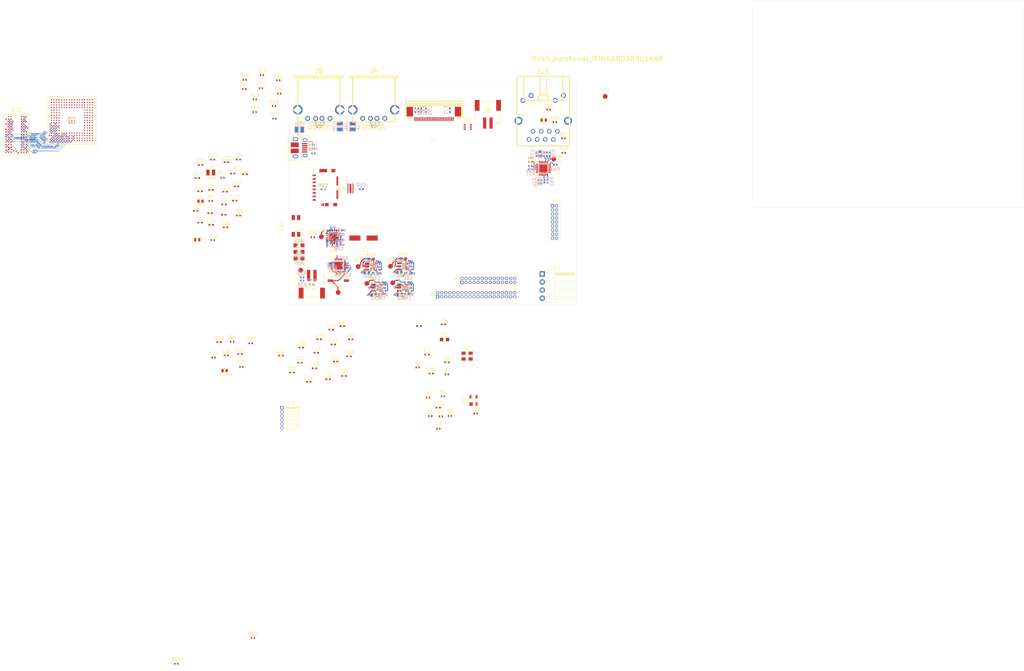
<source format=kicad_pcb>
(kicad_pcb (version 20171130) (host pcbnew 5.1.0-060a0da~80~ubuntu18.04.1)
  (layers (0 F.Cu signal) (1 Hi.Cu signal) (2 Gnd.Cu power) (3 Pwr.Cu power) (4 Lo.Cu signal) (31 B.Cu signal) (34 B.Paste user) (35 F.Paste user) (36 B.SilkS user) (37 F.SilkS user) (38 B.Mask user) (39 F.Mask user) (44 Edge.Cuts user))
  (net 0 "")
  (net 1 GND)
  (net 2 +BATT)
  (net 3 +1V0)
  (net 4 /XIN32)
  (net 5 /XOUT32)
  (net 6 /XIN)
  (net 7 /XOUT)
  (net 8 "Net-(C9-Pad1)")
  (net 9 /CPU_NRST)
  (net 10 +3V3)
  (net 11 "Net-(C12-Pad1)")
  (net 12 "Net-(C13-Pad1)")
  (net 13 /VBG)
  (net 14 "Net-(C17-Pad1)")
  (net 15 "Net-(C18-Pad1)")
  (net 16 "Net-(C19-Pad1)")
  (net 17 VEE)
  (net 18 +1V8)
  (net 19 /DDR_VREF)
  (net 20 "Net-(C36-Pad1)")
  (net 21 "Net-(C40-Pad1)")
  (net 22 VPP)
  (net 23 "Net-(C50-Pad2)")
  (net 24 +5V)
  (net 25 "Net-(C55-Pad2)")
  (net 26 "Net-(C60-Pad2)")
  (net 27 "Net-(C64-Pad2)")
  (net 28 "Net-(C65-Pad1)")
  (net 29 "Net-(C67-Pad2)")
  (net 30 "Net-(C67-Pad1)")
  (net 31 "Net-(C69-Pad1)")
  (net 32 "Net-(C70-Pad1)")
  (net 33 "Net-(C73-Pad1)")
  (net 34 "Net-(C76-Pad2)")
  (net 35 "Net-(D1-Pad1)")
  (net 36 VBUS)
  (net 37 "Net-(D2-Pad1)")
  (net 38 "Net-(D3-Pad2)")
  (net 39 /DEVICE_M)
  (net 40 /DEVICE_P)
  (net 41 "Net-(FL1-Pad2)")
  (net 42 "Net-(FL1-Pad1)")
  (net 43 "Net-(FL2-Pad1)")
  (net 44 "Net-(FL2-Pad2)")
  (net 45 /HOST_P)
  (net 46 /HOST_M)
  (net 47 "Net-(FL3-Pad1)")
  (net 48 "Net-(FL3-Pad2)")
  (net 49 /LHOST_P)
  (net 50 /LHOST_M)
  (net 51 /PB16_AD5)
  (net 52 /PB13_DISPLAY_BACKLIGHT)
  (net 53 "Net-(IC1-PadA3)")
  (net 54 /CPU_WKUP)
  (net 55 "Net-(IC1-PadA8)")
  (net 56 /DQS1)
  (net 57 /DQM0)
  (net 58 /DQS0)
  (net 59 /WEn)
  (net 60 /D14)
  (net 61 /D12)
  (net 62 /D8)
  (net 63 /D2)
  (net 64 /D4)
  (net 65 /BATTVOLT)
  (net 66 /PB10_ETX1)
  (net 67 "Net-(IC1-PadB3)")
  (net 68 /PB12_DISPLAY_RESET)
  (net 69 /NCS1)
  (net 70 "Net-(IC1-PadB9)")
  (net 71 /DQM1)
  (net 72 /RASn)
  (net 73 /SDCKE)
  (net 74 /D13)
  (net 75 /D7)
  (net 76 /D5)
  (net 77 /D3)
  (net 78 /A17)
  (net 79 /PB9_ETX0)
  (net 80 /PB7_ETXEN)
  (net 81 /PB15_AD4)
  (net 82 /PB14_DISPLAY_ADDRESS)
  (net 83 "Net-(IC1-PadC5)")
  (net 84 "Net-(IC1-PadC7)")
  (net 85 /SDA10)
  (net 86 "Net-(IC1-PadC9)")
  (net 87 /CASn)
  (net 88 /D15)
  (net 89 /D11)
  (net 90 /D6)
  (net 91 /D9)
  (net 92 /A16)
  (net 93 /A13)
  (net 94 /PB4_ETXCK)
  (net 95 /PB2_ERXER)
  (net 96 /PB0_ERX0)
  (net 97 /PB1_ERX1)
  (net 98 "Net-(IC1-PadD5)")
  (net 99 /JTAGSEL)
  (net 100 /CPU_SHDN)
  (net 101 "Net-(IC1-PadD9)")
  (net 102 /D10)
  (net 103 /D0)
  (net 104 /D1)
  (net 105 /A15)
  (net 106 /A12)
  (net 107 /PC4)
  (net 108 /CHARGING)
  (net 109 "Net-(IC1-PadE3)")
  (net 110 /PB3_ERXDV)
  (net 111 /A19)
  (net 112 /A18)
  (net 113 /A14)
  (net 114 /A7)
  (net 115 /PC7)
  (net 116 /PC6)
  (net 117 /LOWBATTERY)
  (net 118 /CHARGED)
  (net 119 /A11)
  (net 120 /A8)
  (net 121 /A6)
  (net 122 /PC8)
  (net 123 /PC10)
  (net 124 /PC9)
  (net 125 /PC5)
  (net 126 /A10)
  (net 127 /A9)
  (net 128 /A5)
  (net 129 /A4)
  (net 130 /PC14)
  (net 131 /PC3)
  (net 132 /PC11)
  (net 133 /A2)
  (net 134 /A1)
  (net 135 /A3)
  (net 136 /PC16)
  (net 137 /PC15)
  (net 138 /PC12)
  (net 139 /PC23_RXD3)
  (net 140 /A0)
  (net 141 "Net-(IC1-PadJ16)")
  (net 142 "Net-(IC1-PadJ17)")
  (net 143 /PC20_PWM2)
  (net 144 /PC18_PWM0)
  (net 145 /PC24_RTS3)
  (net 146 "Net-(IC1-PadK4)")
  (net 147 "Net-(IC1-PadK15)")
  (net 148 "Net-(IC1-PadK16)")
  (net 149 "Net-(IC1-PadK17)")
  (net 150 /PC17)
  (net 151 /PC13)
  (net 152 /PA0_TXD0)
  (net 153 /PA2_RTS0)
  (net 154 "Net-(IC1-PadL14)")
  (net 155 "Net-(IC1-PadL15)")
  (net 156 "Net-(IC1-PadL16)")
  (net 157 /HFSDPC)
  (net 158 "Net-(IC1-PadM1)")
  (net 159 /PC25_CTS3)
  (net 160 /PC21_PWM3)
  (net 161 "Net-(IC1-PadM14)")
  (net 162 "Net-(IC1-PadM15)")
  (net 163 "Net-(IC1-PadM16)")
  (net 164 /HFSDMC)
  (net 165 "Net-(IC1-PadN1)")
  (net 166 "Net-(IC1-PadN2)")
  (net 167 /PC19_PWM1)
  (net 168 /PA3_CTS0)
  (net 169 "Net-(IC1-PadN14)")
  (net 170 "Net-(IC1-PadN15)")
  (net 171 "Net-(IC1-PadN16)")
  (net 172 "Net-(IC1-PadN17)")
  (net 173 /PA1_RXD0)
  (net 174 /PC26_SCK3)
  (net 175 /PC22_TXD3)
  (net 176 /PA8_RXD2)
  (net 177 /PA16_MCI0_CDA)
  (net 178 /PA27_TIOB0)
  (net 179 /BMS)
  (net 180 "Net-(IC1-PadP11)")
  (net 181 "Net-(IC1-PadP12)")
  (net 182 "Net-(IC1-PadP13)")
  (net 183 "Net-(IC1-PadP14)")
  (net 184 "Net-(IC1-PadP15)")
  (net 185 /HFSDMB)
  (net 186 /HHSDMB)
  (net 187 /PA5_TXD1)
  (net 188 "Net-(IC1-PadR2)")
  (net 189 /PA7_TXD2)
  (net 190 /PA6_RXD1)
  (net 191 /PA17_MCI0_CK)
  (net 192 /PA22_TIOA1)
  (net 193 /PA26_TCLK2)
  (net 194 /PA30_TWD0)
  (net 195 /PA29_KEY_INT)
  (net 196 /RTCK)
  (net 197 "Net-(IC1-PadR11)")
  (net 198 "Net-(IC1-PadR13)")
  (net 199 "Net-(IC1-PadR14)")
  (net 200 "Net-(IC1-PadR15)")
  (net 201 /HFSDPB)
  (net 202 /HHSDPB)
  (net 203 /PA10_DTXD)
  (net 204 /PA12_SPI0_MOSI)
  (net 205 /PA4_SCK0)
  (net 206 /PA13_SPI0_SPCK)
  (net 207 /PA19_MCI0_DA2)
  (net 208 /PA21_TIOA0)
  (net 209 /PA24_TCLK0)
  (net 210 /PA25_TCLK1)
  (net 211 /TDI)
  (net 212 /TDO)
  (net 213 /CPU_NTRST)
  (net 214 /HFSDPA)
  (net 215 /HFSDMA)
  (net 216 "Net-(IC1-PadU1)")
  (net 217 /PA14_SPI0_NPCS0)
  (net 218 /PA9_DRDX)
  (net 219 /PA15_MCI0_DA0)
  (net 220 /PA18_MCI0_DA1)
  (net 221 /PA20_MCI0_DA3)
  (net 222 /PA23_TIOA2)
  (net 223 /PA28_TIOB1)
  (net 224 /PA31_TWCK0)
  (net 225 /TCK)
  (net 226 /TMS)
  (net 227 /HHSDPA)
  (net 228 /HHSDMA)
  (net 229 "Net-(IC2-PadA2)")
  (net 230 "Net-(IC2-PadA8)")
  (net 231 "Net-(IC2-PadE2)")
  (net 232 "Net-(IC2-PadE8)")
  (net 233 "Net-(IC2-PadR3)")
  (net 234 "Net-(IC2-PadR7)")
  (net 235 "Net-(IC2-PadR8)")
  (net 236 "Net-(IC3-Pad3)")
  (net 237 "Net-(IC4-Pad4)")
  (net 238 "Net-(IC4-Pad5)")
  (net 239 "Net-(IC4-Pad9)")
  (net 240 "Net-(IC4-Pad10)")
  (net 241 "Net-(IC4-Pad11)")
  (net 242 "Net-(IC4-Pad13)")
  (net 243 "Net-(IC4-Pad14)")
  (net 244 "Net-(IC4-Pad15)")
  (net 245 "Net-(IC4-Pad16)")
  (net 246 "Net-(IC5-Pad3)")
  (net 247 "Net-(IC6-Pad3)")
  (net 248 "Net-(IC7-Pad3)")
  (net 249 "Net-(J2-Pad6)")
  (net 250 "Net-(J2-Pad4)")
  (net 251 "Net-(J7-Pad15)")
  (net 252 "Net-(J7-Pad16)")
  (net 253 "Net-(J7-Pad17)")
  (net 254 "Net-(J7-Pad18)")
  (net 255 "Net-(J7-Pad19)")
  (net 256 "Net-(J7-Pad20)")
  (net 257 "Net-(J8-Pad2)")
  (net 258 "Net-(J9-Pad17)")
  (net 259 "Net-(J9-Pad8)")
  (net 260 "Net-(J9-Pad7)")
  (net 261 "Net-(J9-Pad6)")
  (net 262 "Net-(J11-Pad13)")
  (net 263 "Net-(L5-Pad1)")
  (net 264 "Net-(J4-Pad5)")
  (net 265 "Net-(J5-Pad5)")
  (net 266 "Net-(R12-Pad1)")
  (net 267 "Net-(R24-Pad1)")
  (net 268 "Net-(R25-Pad1)")
  (net 269 "Net-(R26-Pad1)")
  (net 270 "Net-(R27-Pad1)")
  (net 271 "Net-(R36-Pad2)")
  (net 272 "Net-(R40-Pad2)")
  (net 273 "Net-(R51-Pad2)")
  (net 274 "Net-(R52-Pad2)")
  (net 275 "Net-(R54-Pad2)")
  (net 276 "Net-(J11-PadL4)")
  (net 277 "Net-(J11-PadL1)")
  (net 278 "Net-(SW1-Pad1)")
  (net 279 "Net-(J11-PadL2)")
  (net 280 "Net-(U2-Pad6)")
  (net 281 "Net-(U3-Pad2)")
  (net 282 "Net-(J11-PadL3)")
  (net 283 "Net-(U4-Pad11)")
  (net 284 "Net-(U4-Pad8)")
  (net 285 "Net-(U4-Pad7)")
  (net 286 "Net-(J11-PadR1)")
  (net 287 "Net-(J11-PadR2)")
  (net 288 "Net-(J11-PadR3)")
  (net 289 "Net-(J11-PadR6)")
  (net 290 /DDR_CLK_N)
  (net 291 /DDR_CLK_P)
  (module Pin_Headers:Pin_Header_Angled_1x06_Pitch1.27mm (layer F.Cu) (at 167.65 132.2)
    (fp_text reference J12 (at 2.4325 -1.635) (layer F.SilkS))
    (fp_text value KEYBOARD)
    (pad 1 thru_hole rect (at 0 0) (size 1 1) (drill 0.65) (layers *.Cu *.Mask) (net 1 GND))
    (pad 2 thru_hole oval (at 0 1.27) (size 1 1) (drill 0.65) (layers *.Cu *.Mask) (net 9 /CPU_NRST))
    (pad 3 thru_hole oval (at 0 2.54) (size 1 1) (drill 0.65) (layers *.Cu *.Mask) (net 194 /PA30_TWD0))
    (pad 4 thru_hole oval (at 0 3.81) (size 1 1) (drill 0.65) (layers *.Cu *.Mask) (net 224 /PA31_TWCK0))
    (pad 5 thru_hole oval (at 0 5.08) (size 1 1) (drill 0.65) (layers *.Cu *.Mask) (net 195 /PA29_KEY_INT))
    (pad 6 thru_hole oval (at 0 6.35) (size 1 1) (drill 0.65) (layers *.Cu *.Mask) (net 10 +3V3))
  )
  (module Pin_Headers:Pin_Header_Straight_2x09_Pitch1.27mm (layer F.Cu) (at 252.4 68.9)
    (fp_text reference J9 (at 0.635 -1.695) (layer F.SilkS))
    (fp_text value DEBUG)
    (pad 1 thru_hole rect (at 0 0) (size 1 1) (drill 0.65) (layers *.Cu *.Mask) (net 225 /TCK))
    (pad 2 thru_hole oval (at 1.27 0) (size 1 1) (drill 0.65) (layers *.Cu *.Mask) (net 1 GND))
    (pad 3 thru_hole oval (at 0 1.27) (size 1 1) (drill 0.65) (layers *.Cu *.Mask) (net 212 /TDO))
    (pad 4 thru_hole oval (at 1.27 1.27) (size 1 1) (drill 0.65) (layers *.Cu *.Mask) (net 10 +3V3))
    (pad 5 thru_hole oval (at 0 2.54) (size 1 1) (drill 0.65) (layers *.Cu *.Mask) (net 226 /TMS))
    (pad 6 thru_hole oval (at 1.27 2.54) (size 1 1) (drill 0.65) (layers *.Cu *.Mask) (net 261 "Net-(J9-Pad6)"))
    (pad 7 thru_hole oval (at 0 3.81) (size 1 1) (drill 0.65) (layers *.Cu *.Mask) (net 260 "Net-(J9-Pad7)"))
    (pad 8 thru_hole oval (at 1.27 3.81) (size 1 1) (drill 0.65) (layers *.Cu *.Mask) (net 259 "Net-(J9-Pad8)"))
    (pad 9 thru_hole oval (at 0 5.08) (size 1 1) (drill 0.65) (layers *.Cu *.Mask) (net 211 /TDI))
    (pad 10 thru_hole oval (at 1.27 5.08) (size 1 1) (drill 0.65) (layers *.Cu *.Mask) (net 1 GND))
    (pad 11 thru_hole oval (at 0 6.35) (size 1 1) (drill 0.65) (layers *.Cu *.Mask) (net 99 /JTAGSEL))
    (pad 12 thru_hole oval (at 1.27 6.35) (size 1 1) (drill 0.65) (layers *.Cu *.Mask) (net 196 /RTCK))
    (pad 13 thru_hole oval (at 0 7.62) (size 1 1) (drill 0.65) (layers *.Cu *.Mask) (net 179 /BMS))
    (pad 14 thru_hole oval (at 1.27 7.62) (size 1 1) (drill 0.65) (layers *.Cu *.Mask) (net 54 /CPU_WKUP))
    (pad 15 thru_hole oval (at 0 8.89) (size 1 1) (drill 0.65) (layers *.Cu *.Mask) (net 9 /CPU_NRST))
    (pad 16 thru_hole oval (at 1.27 8.89) (size 1 1) (drill 0.65) (layers *.Cu *.Mask) (net 213 /CPU_NTRST))
    (pad 17 thru_hole oval (at 0 10.16) (size 1 1) (drill 0.65) (layers *.Cu *.Mask) (net 258 "Net-(J9-Pad17)"))
    (pad 18 thru_hole oval (at 1.27 10.16) (size 1 1) (drill 0.65) (layers *.Cu *.Mask) (net 100 /CPU_SHDN))
  )
  (module Pin_Headers:Pin_Header_Straight_2x14_Pitch1.27mm (layer F.Cu) (at 224.04 92.92 90)
    (fp_text reference J3 (at 0.635 -1.695 90) (layer F.SilkS))
    (fp_text value HISPEED)
    (pad 1 thru_hole rect (at 0 0 90) (size 1 1) (drill 0.65) (layers *.Cu *.Mask) (net 10 +3V3))
    (pad 2 thru_hole oval (at 1.27 0 90) (size 1 1) (drill 0.65) (layers *.Cu *.Mask) (net 1 GND))
    (pad 3 thru_hole oval (at 0 1.27 90) (size 1 1) (drill 0.65) (layers *.Cu *.Mask) (net 1 GND))
    (pad 4 thru_hole oval (at 1.27 1.27 90) (size 1 1) (drill 0.65) (layers *.Cu *.Mask) (net 223 /PA28_TIOB1))
    (pad 5 thru_hole oval (at 0 2.54 90) (size 1 1) (drill 0.65) (layers *.Cu *.Mask) (net 178 /PA27_TIOB0))
    (pad 6 thru_hole oval (at 1.27 2.54 90) (size 1 1) (drill 0.65) (layers *.Cu *.Mask) (net 1 GND))
    (pad 7 thru_hole oval (at 0 3.81 90) (size 1 1) (drill 0.65) (layers *.Cu *.Mask) (net 1 GND))
    (pad 8 thru_hole oval (at 1.27 3.81 90) (size 1 1) (drill 0.65) (layers *.Cu *.Mask) (net 209 /PA24_TCLK0))
    (pad 9 thru_hole oval (at 0 5.08 90) (size 1 1) (drill 0.65) (layers *.Cu *.Mask) (net 208 /PA21_TIOA0))
    (pad 10 thru_hole oval (at 1.27 5.08 90) (size 1 1) (drill 0.65) (layers *.Cu *.Mask) (net 1 GND))
    (pad 11 thru_hole oval (at 0 6.35 90) (size 1 1) (drill 0.65) (layers *.Cu *.Mask) (net 1 GND))
    (pad 12 thru_hole oval (at 1.27 6.35 90) (size 1 1) (drill 0.65) (layers *.Cu *.Mask) (net 210 /PA25_TCLK1))
    (pad 13 thru_hole oval (at 0 7.62 90) (size 1 1) (drill 0.65) (layers *.Cu *.Mask) (net 192 /PA22_TIOA1))
    (pad 14 thru_hole oval (at 1.27 7.62 90) (size 1 1) (drill 0.65) (layers *.Cu *.Mask) (net 1 GND))
    (pad 15 thru_hole oval (at 0 8.89 90) (size 1 1) (drill 0.65) (layers *.Cu *.Mask) (net 1 GND))
    (pad 16 thru_hole oval (at 1.27 8.89 90) (size 1 1) (drill 0.65) (layers *.Cu *.Mask) (net 193 /PA26_TCLK2))
    (pad 17 thru_hole oval (at 0 10.16 90) (size 1 1) (drill 0.65) (layers *.Cu *.Mask) (net 222 /PA23_TIOA2))
    (pad 18 thru_hole oval (at 1.27 10.16 90) (size 1 1) (drill 0.65) (layers *.Cu *.Mask) (net 1 GND))
    (pad 19 thru_hole oval (at 0 11.43 90) (size 1 1) (drill 0.65) (layers *.Cu *.Mask) (net 1 GND))
    (pad 20 thru_hole oval (at 1.27 11.43 90) (size 1 1) (drill 0.65) (layers *.Cu *.Mask) (net 143 /PC20_PWM2))
    (pad 21 thru_hole oval (at 0 12.7 90) (size 1 1) (drill 0.65) (layers *.Cu *.Mask) (net 144 /PC18_PWM0))
    (pad 22 thru_hole oval (at 1.27 12.7 90) (size 1 1) (drill 0.65) (layers *.Cu *.Mask) (net 1 GND))
    (pad 23 thru_hole oval (at 0 13.97 90) (size 1 1) (drill 0.65) (layers *.Cu *.Mask) (net 1 GND))
    (pad 24 thru_hole oval (at 1.27 13.97 90) (size 1 1) (drill 0.65) (layers *.Cu *.Mask) (net 160 /PC21_PWM3))
    (pad 25 thru_hole oval (at 0 15.24 90) (size 1 1) (drill 0.65) (layers *.Cu *.Mask) (net 167 /PC19_PWM1))
    (pad 26 thru_hole oval (at 1.27 15.24 90) (size 1 1) (drill 0.65) (layers *.Cu *.Mask) (net 1 GND))
    (pad 27 thru_hole oval (at 0 16.51 90) (size 1 1) (drill 0.65) (layers *.Cu *.Mask) (net 1 GND))
    (pad 28 thru_hole oval (at 1.27 16.51 90) (size 1 1) (drill 0.65) (layers *.Cu *.Mask) (net 10 +3V3))
  )
  (module Pin_Headers:Pin_Header_Straight_2x20_Pitch1.27mm (layer F.Cu) (at 216.4 97.4 90)
    (fp_text reference J1 (at 0.635 -1.695 90) (layer F.SilkS))
    (fp_text value GPIO)
    (pad 1 thru_hole rect (at 0 0 90) (size 1 1) (drill 0.65) (layers *.Cu *.Mask) (net 10 +3V3))
    (pad 2 thru_hole oval (at 1.27 0 90) (size 1 1) (drill 0.65) (layers *.Cu *.Mask) (net 24 +5V))
    (pad 3 thru_hole oval (at 0 1.27 90) (size 1 1) (drill 0.65) (layers *.Cu *.Mask) (net 131 /PC3))
    (pad 4 thru_hole oval (at 1.27 1.27 90) (size 1 1) (drill 0.65) (layers *.Cu *.Mask) (net 123 /PC10))
    (pad 5 thru_hole oval (at 0 2.54 90) (size 1 1) (drill 0.65) (layers *.Cu *.Mask) (net 107 /PC4))
    (pad 6 thru_hole oval (at 1.27 2.54 90) (size 1 1) (drill 0.65) (layers *.Cu *.Mask) (net 132 /PC11))
    (pad 7 thru_hole oval (at 0 3.81 90) (size 1 1) (drill 0.65) (layers *.Cu *.Mask) (net 125 /PC5))
    (pad 8 thru_hole oval (at 1.27 3.81 90) (size 1 1) (drill 0.65) (layers *.Cu *.Mask) (net 138 /PC12))
    (pad 9 thru_hole oval (at 0 5.08 90) (size 1 1) (drill 0.65) (layers *.Cu *.Mask) (net 116 /PC6))
    (pad 10 thru_hole oval (at 1.27 5.08 90) (size 1 1) (drill 0.65) (layers *.Cu *.Mask) (net 151 /PC13))
    (pad 11 thru_hole oval (at 0 6.35 90) (size 1 1) (drill 0.65) (layers *.Cu *.Mask) (net 115 /PC7))
    (pad 12 thru_hole oval (at 1.27 6.35 90) (size 1 1) (drill 0.65) (layers *.Cu *.Mask) (net 130 /PC14))
    (pad 13 thru_hole oval (at 0 7.62 90) (size 1 1) (drill 0.65) (layers *.Cu *.Mask) (net 122 /PC8))
    (pad 14 thru_hole oval (at 1.27 7.62 90) (size 1 1) (drill 0.65) (layers *.Cu *.Mask) (net 137 /PC15))
    (pad 15 thru_hole oval (at 0 8.89 90) (size 1 1) (drill 0.65) (layers *.Cu *.Mask) (net 124 /PC9))
    (pad 16 thru_hole oval (at 1.27 8.89 90) (size 1 1) (drill 0.65) (layers *.Cu *.Mask) (net 136 /PC16))
    (pad 17 thru_hole oval (at 0 10.16 90) (size 1 1) (drill 0.65) (layers *.Cu *.Mask) (net 17 VEE))
    (pad 18 thru_hole oval (at 1.27 10.16 90) (size 1 1) (drill 0.65) (layers *.Cu *.Mask) (net 150 /PC17))
    (pad 19 thru_hole oval (at 0 11.43 90) (size 1 1) (drill 0.65) (layers *.Cu *.Mask) (net 1 GND))
    (pad 20 thru_hole oval (at 1.27 11.43 90) (size 1 1) (drill 0.65) (layers *.Cu *.Mask) (net 81 /PB15_AD4))
    (pad 21 thru_hole oval (at 0 12.7 90) (size 1 1) (drill 0.65) (layers *.Cu *.Mask) (net 152 /PA0_TXD0))
    (pad 22 thru_hole oval (at 1.27 12.7 90) (size 1 1) (drill 0.65) (layers *.Cu *.Mask) (net 153 /PA2_RTS0))
    (pad 23 thru_hole oval (at 0 13.97 90) (size 1 1) (drill 0.65) (layers *.Cu *.Mask) (net 1 GND))
    (pad 24 thru_hole oval (at 1.27 13.97 90) (size 1 1) (drill 0.65) (layers *.Cu *.Mask) (net 168 /PA3_CTS0))
    (pad 25 thru_hole oval (at 0 15.24 90) (size 1 1) (drill 0.65) (layers *.Cu *.Mask) (net 173 /PA1_RXD0))
    (pad 26 thru_hole oval (at 1.27 15.24 90) (size 1 1) (drill 0.65) (layers *.Cu *.Mask) (net 205 /PA4_SCK0))
    (pad 27 thru_hole oval (at 0 16.51 90) (size 1 1) (drill 0.65) (layers *.Cu *.Mask) (net 1 GND))
    (pad 28 thru_hole oval (at 1.27 16.51 90) (size 1 1) (drill 0.65) (layers *.Cu *.Mask) (net 51 /PB16_AD5))
    (pad 29 thru_hole oval (at 0 17.78 90) (size 1 1) (drill 0.65) (layers *.Cu *.Mask) (net 187 /PA5_TXD1))
    (pad 30 thru_hole oval (at 1.27 17.78 90) (size 1 1) (drill 0.65) (layers *.Cu *.Mask) (net 189 /PA7_TXD2))
    (pad 31 thru_hole oval (at 0 19.05 90) (size 1 1) (drill 0.65) (layers *.Cu *.Mask) (net 190 /PA6_RXD1))
    (pad 32 thru_hole oval (at 1.27 19.05 90) (size 1 1) (drill 0.65) (layers *.Cu *.Mask) (net 176 /PA8_RXD2))
    (pad 33 thru_hole oval (at 0 20.32 90) (size 1 1) (drill 0.65) (layers *.Cu *.Mask) (net 1 GND))
    (pad 34 thru_hole oval (at 1.27 20.32 90) (size 1 1) (drill 0.65) (layers *.Cu *.Mask) (net 1 GND))
    (pad 35 thru_hole oval (at 0 21.59 90) (size 1 1) (drill 0.65) (layers *.Cu *.Mask) (net 175 /PC22_TXD3))
    (pad 36 thru_hole oval (at 1.27 21.59 90) (size 1 1) (drill 0.65) (layers *.Cu *.Mask) (net 145 /PC24_RTS3))
    (pad 37 thru_hole oval (at 0 22.86 90) (size 1 1) (drill 0.65) (layers *.Cu *.Mask) (net 1 GND))
    (pad 38 thru_hole oval (at 1.27 22.86 90) (size 1 1) (drill 0.65) (layers *.Cu *.Mask) (net 159 /PC25_CTS3))
    (pad 39 thru_hole oval (at 0 24.13 90) (size 1 1) (drill 0.65) (layers *.Cu *.Mask) (net 139 /PC23_RXD3))
    (pad 40 thru_hole oval (at 1.27 24.13 90) (size 1 1) (drill 0.65) (layers *.Cu *.Mask) (net 174 /PC26_SCK3))
  )
  (module AT91SAM9G25-CU-999:BGA217C80P17X17_1500X1500X140 (layer F.Cu) (at 101.85 42.1 180)
    (fp_text reference IC1 (at 0 0 180) (layer F.SilkS) (effects (font (size 1.27 1.27) (thickness 0.254))))
    (fp_text value AT91SAM9G25-CU-999 hide)
    (pad A1 smd circle (at -6.4 -6.4 270) (size 0.37 0.37) (layers F.Cu F.Paste F.Mask) (net 51 /PB16_AD5))
    (pad A2 smd circle (at -5.6 -6.4 270) (size 0.37 0.37) (layers F.Cu F.Paste F.Mask) (net 52 /PB13_DISPLAY_BACKLIGHT))
    (pad A3 smd circle (at -4.8 -6.4 270) (size 0.37 0.37) (layers F.Cu F.Paste F.Mask) (net 53 "Net-(IC1-PadA3)"))
    (pad A4 smd circle (at -4 -6.4 270) (size 0.37 0.37) (layers F.Cu F.Paste F.Mask) (net 10 +3V3))
    (pad A5 smd circle (at -3.2 -6.4 270) (size 0.37 0.37) (layers F.Cu F.Paste F.Mask) (net 5 /XOUT32))
    (pad A6 smd circle (at -2.4 -6.4 270) (size 0.37 0.37) (layers F.Cu F.Paste F.Mask) (net 4 /XIN32))
    (pad A7 smd circle (at -1.6 -6.4 270) (size 0.37 0.37) (layers F.Cu F.Paste F.Mask) (net 54 /CPU_WKUP))
    (pad A8 smd circle (at -0.8 -6.4 270) (size 0.37 0.37) (layers F.Cu F.Paste F.Mask) (net 55 "Net-(IC1-PadA8)"))
    (pad A9 smd circle (at 0 -6.4 270) (size 0.37 0.37) (layers F.Cu F.Paste F.Mask) (net 56 /DQS1))
    (pad A10 smd circle (at 0.8 -6.4 270) (size 0.37 0.37) (layers F.Cu F.Paste F.Mask) (net 57 /DQM0))
    (pad A11 smd circle (at 1.6 -6.4 270) (size 0.37 0.37) (layers F.Cu F.Paste F.Mask) (net 58 /DQS0))
    (pad A12 smd circle (at 2.4 -6.4 270) (size 0.37 0.37) (layers F.Cu F.Paste F.Mask) (net 59 /WEn))
    (pad A13 smd circle (at 3.2 -6.4 270) (size 0.37 0.37) (layers F.Cu F.Paste F.Mask) (net 60 /D14))
    (pad A14 smd circle (at 4 -6.4 270) (size 0.37 0.37) (layers F.Cu F.Paste F.Mask) (net 61 /D12))
    (pad A15 smd circle (at 4.8 -6.4 270) (size 0.37 0.37) (layers F.Cu F.Paste F.Mask) (net 62 /D8))
    (pad A16 smd circle (at 5.6 -6.4 270) (size 0.37 0.37) (layers F.Cu F.Paste F.Mask) (net 63 /D2))
    (pad A17 smd circle (at 6.4 -6.4 270) (size 0.37 0.37) (layers F.Cu F.Paste F.Mask) (net 64 /D4))
    (pad B1 smd circle (at -6.4 -5.6 270) (size 0.37 0.37) (layers F.Cu F.Paste F.Mask) (net 65 /BATTVOLT))
    (pad B2 smd circle (at -5.6 -5.6 270) (size 0.37 0.37) (layers F.Cu F.Paste F.Mask) (net 66 /PB10_ETX1))
    (pad B3 smd circle (at -4.8 -5.6 270) (size 0.37 0.37) (layers F.Cu F.Paste F.Mask) (net 67 "Net-(IC1-PadB3)"))
    (pad B4 smd circle (at -4 -5.6 270) (size 0.37 0.37) (layers F.Cu F.Paste F.Mask) (net 68 /PB12_DISPLAY_RESET))
    (pad B5 smd circle (at -3.2 -5.6 270) (size 0.37 0.37) (layers F.Cu F.Paste F.Mask) (net 17 VEE))
    (pad B6 smd circle (at -2.4 -5.6 270) (size 0.37 0.37) (layers F.Cu F.Paste F.Mask) (net 1 GND))
    (pad B7 smd circle (at -1.6 -5.6 270) (size 0.37 0.37) (layers F.Cu F.Paste F.Mask) (net 1 GND))
    (pad B8 smd circle (at -0.8 -5.6 270) (size 0.37 0.37) (layers F.Cu F.Paste F.Mask) (net 69 /NCS1))
    (pad B9 smd circle (at 0 -5.6 270) (size 0.37 0.37) (layers F.Cu F.Paste F.Mask) (net 70 "Net-(IC1-PadB9)"))
    (pad B10 smd circle (at 0.8 -5.6 270) (size 0.37 0.37) (layers F.Cu F.Paste F.Mask) (net 71 /DQM1))
    (pad B11 smd circle (at 1.6 -5.6 270) (size 0.37 0.37) (layers F.Cu F.Paste F.Mask) (net 72 /RASn))
    (pad B12 smd circle (at 2.4 -5.6 270) (size 0.37 0.37) (layers F.Cu F.Paste F.Mask) (net 73 /SDCKE))
    (pad B13 smd circle (at 3.2 -5.6 270) (size 0.37 0.37) (layers F.Cu F.Paste F.Mask) (net 74 /D13))
    (pad B14 smd circle (at 4 -5.6 270) (size 0.37 0.37) (layers F.Cu F.Paste F.Mask) (net 75 /D7))
    (pad B15 smd circle (at 4.8 -5.6 270) (size 0.37 0.37) (layers F.Cu F.Paste F.Mask) (net 76 /D5))
    (pad B16 smd circle (at 5.6 -5.6 270) (size 0.37 0.37) (layers F.Cu F.Paste F.Mask) (net 77 /D3))
    (pad B17 smd circle (at 6.4 -5.6 270) (size 0.37 0.37) (layers F.Cu F.Paste F.Mask) (net 78 /A17))
    (pad C1 smd circle (at -6.4 -4.8 270) (size 0.37 0.37) (layers F.Cu F.Paste F.Mask) (net 79 /PB9_ETX0))
    (pad C2 smd circle (at -5.6 -4.8 270) (size 0.37 0.37) (layers F.Cu F.Paste F.Mask) (net 80 /PB7_ETXEN))
    (pad C3 smd circle (at -4.8 -4.8 270) (size 0.37 0.37) (layers F.Cu F.Paste F.Mask) (net 81 /PB15_AD4))
    (pad C4 smd circle (at -4 -4.8 270) (size 0.37 0.37) (layers F.Cu F.Paste F.Mask) (net 82 /PB14_DISPLAY_ADDRESS))
    (pad C5 smd circle (at -3.2 -4.8 270) (size 0.37 0.37) (layers F.Cu F.Paste F.Mask) (net 83 "Net-(IC1-PadC5)"))
    (pad C6 smd circle (at -2.4 -4.8 270) (size 0.37 0.37) (layers F.Cu F.Paste F.Mask) (net 15 "Net-(C18-Pad1)"))
    (pad C7 smd circle (at -1.6 -4.8 270) (size 0.37 0.37) (layers F.Cu F.Paste F.Mask) (net 84 "Net-(IC1-PadC7)"))
    (pad C8 smd circle (at -0.8 -4.8 270) (size 0.37 0.37) (layers F.Cu F.Paste F.Mask) (net 85 /SDA10))
    (pad C9 smd circle (at 0 -4.8 270) (size 0.37 0.37) (layers F.Cu F.Paste F.Mask) (net 86 "Net-(IC1-PadC9)"))
    (pad C10 smd circle (at 0.8 -4.8 270) (size 0.37 0.37) (layers F.Cu F.Paste F.Mask) (net 87 /CASn))
    (pad C11 smd circle (at 1.6 -4.8 270) (size 0.37 0.37) (layers F.Cu F.Paste F.Mask) (net 290 /DDR_CLK_N))
    (pad C12 smd circle (at 2.4 -4.8 270) (size 0.37 0.37) (layers F.Cu F.Paste F.Mask) (net 88 /D15))
    (pad C13 smd circle (at 3.2 -4.8 270) (size 0.37 0.37) (layers F.Cu F.Paste F.Mask) (net 89 /D11))
    (pad C14 smd circle (at 4 -4.8 270) (size 0.37 0.37) (layers F.Cu F.Paste F.Mask) (net 90 /D6))
    (pad C15 smd circle (at 4.8 -4.8 270) (size 0.37 0.37) (layers F.Cu F.Paste F.Mask) (net 91 /D9))
    (pad C16 smd circle (at 5.6 -4.8 270) (size 0.37 0.37) (layers F.Cu F.Paste F.Mask) (net 92 /A16))
    (pad C17 smd circle (at 6.4 -4.8 270) (size 0.37 0.37) (layers F.Cu F.Paste F.Mask) (net 93 /A13))
    (pad D1 smd circle (at -6.4 -4 270) (size 0.37 0.37) (layers F.Cu F.Paste F.Mask) (net 94 /PB4_ETXCK))
    (pad D2 smd circle (at -5.6 -4 270) (size 0.37 0.37) (layers F.Cu F.Paste F.Mask) (net 95 /PB2_ERXER))
    (pad D3 smd circle (at -4.8 -4 270) (size 0.37 0.37) (layers F.Cu F.Paste F.Mask) (net 96 /PB0_ERX0))
    (pad D4 smd circle (at -4 -4 270) (size 0.37 0.37) (layers F.Cu F.Paste F.Mask) (net 97 /PB1_ERX1))
    (pad D5 smd circle (at -3.2 -4 270) (size 0.37 0.37) (layers F.Cu F.Paste F.Mask) (net 98 "Net-(IC1-PadD5)"))
    (pad D6 smd circle (at -2.4 -4 270) (size 0.37 0.37) (layers F.Cu F.Paste F.Mask) (net 1 GND))
    (pad D7 smd circle (at -1.6 -4 270) (size 0.37 0.37) (layers F.Cu F.Paste F.Mask) (net 99 /JTAGSEL))
    (pad D8 smd circle (at -0.8 -4 270) (size 0.37 0.37) (layers F.Cu F.Paste F.Mask) (net 100 /CPU_SHDN))
    (pad D9 smd circle (at 0 -4 270) (size 0.37 0.37) (layers F.Cu F.Paste F.Mask) (net 101 "Net-(IC1-PadD9)"))
    (pad D10 smd circle (at 0.8 -4 270) (size 0.37 0.37) (layers F.Cu F.Paste F.Mask) (net 18 +1V8))
    (pad D11 smd circle (at 1.6 -4 270) (size 0.37 0.37) (layers F.Cu F.Paste F.Mask) (net 291 /DDR_CLK_P))
    (pad D12 smd circle (at 2.4 -4 270) (size 0.37 0.37) (layers F.Cu F.Paste F.Mask) (net 102 /D10))
    (pad D13 smd circle (at 3.2 -4 270) (size 0.37 0.37) (layers F.Cu F.Paste F.Mask) (net 18 +1V8))
    (pad D14 smd circle (at 4 -4 270) (size 0.37 0.37) (layers F.Cu F.Paste F.Mask) (net 103 /D0))
    (pad D15 smd circle (at 4.8 -4 270) (size 0.37 0.37) (layers F.Cu F.Paste F.Mask) (net 104 /D1))
    (pad D16 smd circle (at 5.6 -4 270) (size 0.37 0.37) (layers F.Cu F.Paste F.Mask) (net 105 /A15))
    (pad D17 smd circle (at 6.4 -4 270) (size 0.37 0.37) (layers F.Cu F.Paste F.Mask) (net 106 /A12))
    (pad E1 smd circle (at -6.4 -3.2 270) (size 0.37 0.37) (layers F.Cu F.Paste F.Mask) (net 107 /PC4))
    (pad E2 smd circle (at -5.6 -3.2 270) (size 0.37 0.37) (layers F.Cu F.Paste F.Mask) (net 108 /CHARGING))
    (pad E3 smd circle (at -4.8 -3.2 270) (size 0.37 0.37) (layers F.Cu F.Paste F.Mask) (net 109 "Net-(IC1-PadE3)"))
    (pad E4 smd circle (at -4 -3.2 270) (size 0.37 0.37) (layers F.Cu F.Paste F.Mask) (net 110 /PB3_ERXDV))
    (pad E14 smd circle (at 4 -3.2 270) (size 0.37 0.37) (layers F.Cu F.Paste F.Mask) (net 111 /A19))
    (pad E15 smd circle (at 4.8 -3.2 270) (size 0.37 0.37) (layers F.Cu F.Paste F.Mask) (net 112 /A18))
    (pad E16 smd circle (at 5.6 -3.2 270) (size 0.37 0.37) (layers F.Cu F.Paste F.Mask) (net 113 /A14))
    (pad E17 smd circle (at 6.4 -3.2 270) (size 0.37 0.37) (layers F.Cu F.Paste F.Mask) (net 114 /A7))
    (pad F1 smd circle (at -6.4 -2.4 270) (size 0.37 0.37) (layers F.Cu F.Paste F.Mask) (net 115 /PC7))
    (pad F2 smd circle (at -5.6 -2.4 270) (size 0.37 0.37) (layers F.Cu F.Paste F.Mask) (net 116 /PC6))
    (pad F3 smd circle (at -4.8 -2.4 270) (size 0.37 0.37) (layers F.Cu F.Paste F.Mask) (net 117 /LOWBATTERY))
    (pad F4 smd circle (at -4 -2.4 270) (size 0.37 0.37) (layers F.Cu F.Paste F.Mask) (net 118 /CHARGED))
    (pad F14 smd circle (at 4 -2.4 270) (size 0.37 0.37) (layers F.Cu F.Paste F.Mask) (net 18 +1V8))
    (pad F15 smd circle (at 4.8 -2.4 270) (size 0.37 0.37) (layers F.Cu F.Paste F.Mask) (net 119 /A11))
    (pad F16 smd circle (at 5.6 -2.4 270) (size 0.37 0.37) (layers F.Cu F.Paste F.Mask) (net 120 /A8))
    (pad F17 smd circle (at 6.4 -2.4 270) (size 0.37 0.37) (layers F.Cu F.Paste F.Mask) (net 121 /A6))
    (pad G1 smd circle (at -6.4 -1.6 270) (size 0.37 0.37) (layers F.Cu F.Paste F.Mask) (net 122 /PC8))
    (pad G2 smd circle (at -5.6 -1.6 270) (size 0.37 0.37) (layers F.Cu F.Paste F.Mask) (net 123 /PC10))
    (pad G3 smd circle (at -4.8 -1.6 270) (size 0.37 0.37) (layers F.Cu F.Paste F.Mask) (net 124 /PC9))
    (pad G4 smd circle (at -4 -1.6 270) (size 0.37 0.37) (layers F.Cu F.Paste F.Mask) (net 125 /PC5))
    (pad G14 smd circle (at 4 -1.6 270) (size 0.37 0.37) (layers F.Cu F.Paste F.Mask) (net 126 /A10))
    (pad G15 smd circle (at 4.8 -1.6 270) (size 0.37 0.37) (layers F.Cu F.Paste F.Mask) (net 127 /A9))
    (pad G16 smd circle (at 5.6 -1.6 270) (size 0.37 0.37) (layers F.Cu F.Paste F.Mask) (net 128 /A5))
    (pad G17 smd circle (at 6.4 -1.6 270) (size 0.37 0.37) (layers F.Cu F.Paste F.Mask) (net 129 /A4))
    (pad H1 smd circle (at -6.4 -0.8 270) (size 0.37 0.37) (layers F.Cu F.Paste F.Mask) (net 130 /PC14))
    (pad H2 smd circle (at -5.6 -0.8 270) (size 0.37 0.37) (layers F.Cu F.Paste F.Mask) (net 131 /PC3))
    (pad H3 smd circle (at -4.8 -0.8 270) (size 0.37 0.37) (layers F.Cu F.Paste F.Mask) (net 132 /PC11))
    (pad H4 smd circle (at -4 -0.8 270) (size 0.37 0.37) (layers F.Cu F.Paste F.Mask) (net 10 +3V3))
    (pad H8 smd circle (at -0.8 -0.8 270) (size 0.37 0.37) (layers F.Cu F.Paste F.Mask) (net 1 GND))
    (pad H9 smd circle (at 0 -0.8 270) (size 0.37 0.37) (layers F.Cu F.Paste F.Mask) (net 1 GND))
    (pad H10 smd circle (at 0.8 -0.8 270) (size 0.37 0.37) (layers F.Cu F.Paste F.Mask) (net 1 GND))
    (pad H14 smd circle (at 4 -0.8 270) (size 0.37 0.37) (layers F.Cu F.Paste F.Mask) (net 3 +1V0))
    (pad H15 smd circle (at 4.8 -0.8 270) (size 0.37 0.37) (layers F.Cu F.Paste F.Mask) (net 133 /A2))
    (pad H16 smd circle (at 5.6 -0.8 270) (size 0.37 0.37) (layers F.Cu F.Paste F.Mask) (net 134 /A1))
    (pad H17 smd circle (at 6.4 -0.8 270) (size 0.37 0.37) (layers F.Cu F.Paste F.Mask) (net 135 /A3))
    (pad J1 smd circle (at -6.4 0 270) (size 0.37 0.37) (layers F.Cu F.Paste F.Mask) (net 136 /PC16))
    (pad J2 smd circle (at -5.6 0 270) (size 0.37 0.37) (layers F.Cu F.Paste F.Mask) (net 137 /PC15))
    (pad J3 smd circle (at -4.8 0 270) (size 0.37 0.37) (layers F.Cu F.Paste F.Mask) (net 138 /PC12))
    (pad J4 smd circle (at -4 0 270) (size 0.37 0.37) (layers F.Cu F.Paste F.Mask) (net 139 /PC23_RXD3))
    (pad J8 smd circle (at -0.8 0 270) (size 0.37 0.37) (layers F.Cu F.Paste F.Mask) (net 1 GND))
    (pad J9 smd circle (at 0 0 270) (size 0.37 0.37) (layers F.Cu F.Paste F.Mask) (net 1 GND))
    (pad J10 smd circle (at 0.8 0 270) (size 0.37 0.37) (layers F.Cu F.Paste F.Mask) (net 1 GND))
    (pad J14 smd circle (at 4 0 270) (size 0.37 0.37) (layers F.Cu F.Paste F.Mask) (net 10 +3V3))
    (pad J15 smd circle (at 4.8 0 270) (size 0.37 0.37) (layers F.Cu F.Paste F.Mask) (net 140 /A0))
    (pad J16 smd circle (at 5.6 0 270) (size 0.37 0.37) (layers F.Cu F.Paste F.Mask) (net 141 "Net-(IC1-PadJ16)"))
    (pad J17 smd circle (at 6.4 0 270) (size 0.37 0.37) (layers F.Cu F.Paste F.Mask) (net 142 "Net-(IC1-PadJ17)"))
    (pad K1 smd circle (at -6.4 0.8 270) (size 0.37 0.37) (layers F.Cu F.Paste F.Mask) (net 143 /PC20_PWM2))
    (pad K2 smd circle (at -5.6 0.8 270) (size 0.37 0.37) (layers F.Cu F.Paste F.Mask) (net 144 /PC18_PWM0))
    (pad K3 smd circle (at -4.8 0.8 270) (size 0.37 0.37) (layers F.Cu F.Paste F.Mask) (net 145 /PC24_RTS3))
    (pad K4 smd circle (at -4 0.8 270) (size 0.37 0.37) (layers F.Cu F.Paste F.Mask) (net 146 "Net-(IC1-PadK4)"))
    (pad K8 smd circle (at -0.8 0.8 270) (size 0.37 0.37) (layers F.Cu F.Paste F.Mask) (net 3 +1V0))
    (pad K9 smd circle (at 0 0.8 270) (size 0.37 0.37) (layers F.Cu F.Paste F.Mask) (net 3 +1V0))
    (pad K10 smd circle (at 0.8 0.8 270) (size 0.37 0.37) (layers F.Cu F.Paste F.Mask) (net 1 GND))
    (pad K14 smd circle (at 4 0.8 270) (size 0.37 0.37) (layers F.Cu F.Paste F.Mask) (net 10 +3V3))
    (pad K15 smd circle (at 4.8 0.8 270) (size 0.37 0.37) (layers F.Cu F.Paste F.Mask) (net 147 "Net-(IC1-PadK15)"))
    (pad K16 smd circle (at 5.6 0.8 270) (size 0.37 0.37) (layers F.Cu F.Paste F.Mask) (net 148 "Net-(IC1-PadK16)"))
    (pad K17 smd circle (at 6.4 0.8 270) (size 0.37 0.37) (layers F.Cu F.Paste F.Mask) (net 149 "Net-(IC1-PadK17)"))
    (pad L1 smd circle (at -6.4 1.6 270) (size 0.37 0.37) (layers F.Cu F.Paste F.Mask) (net 150 /PC17))
    (pad L2 smd circle (at -5.6 1.6 270) (size 0.37 0.37) (layers F.Cu F.Paste F.Mask) (net 151 /PC13))
    (pad L3 smd circle (at -4.8 1.6 270) (size 0.37 0.37) (layers F.Cu F.Paste F.Mask) (net 152 /PA0_TXD0))
    (pad L4 smd circle (at -4 1.6 270) (size 0.37 0.37) (layers F.Cu F.Paste F.Mask) (net 153 /PA2_RTS0))
    (pad L14 smd circle (at 4 1.6 270) (size 0.37 0.37) (layers F.Cu F.Paste F.Mask) (net 154 "Net-(IC1-PadL14)"))
    (pad L15 smd circle (at 4.8 1.6 270) (size 0.37 0.37) (layers F.Cu F.Paste F.Mask) (net 155 "Net-(IC1-PadL15)"))
    (pad L16 smd circle (at 5.6 1.6 270) (size 0.37 0.37) (layers F.Cu F.Paste F.Mask) (net 156 "Net-(IC1-PadL16)"))
    (pad L17 smd circle (at 6.4 1.6 270) (size 0.37 0.37) (layers F.Cu F.Paste F.Mask) (net 157 /HFSDPC))
    (pad M1 smd circle (at -6.4 2.4 270) (size 0.37 0.37) (layers F.Cu F.Paste F.Mask) (net 158 "Net-(IC1-PadM1)"))
    (pad M2 smd circle (at -5.6 2.4 270) (size 0.37 0.37) (layers F.Cu F.Paste F.Mask) (net 159 /PC25_CTS3))
    (pad M3 smd circle (at -4.8 2.4 270) (size 0.37 0.37) (layers F.Cu F.Paste F.Mask) (net 160 /PC21_PWM3))
    (pad M4 smd circle (at -4 2.4 270) (size 0.37 0.37) (layers F.Cu F.Paste F.Mask) (net 1 GND))
    (pad M14 smd circle (at 4 2.4 270) (size 0.37 0.37) (layers F.Cu F.Paste F.Mask) (net 161 "Net-(IC1-PadM14)"))
    (pad M15 smd circle (at 4.8 2.4 270) (size 0.37 0.37) (layers F.Cu F.Paste F.Mask) (net 162 "Net-(IC1-PadM15)"))
    (pad M16 smd circle (at 5.6 2.4 270) (size 0.37 0.37) (layers F.Cu F.Paste F.Mask) (net 163 "Net-(IC1-PadM16)"))
    (pad M17 smd circle (at 6.4 2.4 270) (size 0.37 0.37) (layers F.Cu F.Paste F.Mask) (net 164 /HFSDMC))
    (pad N1 smd circle (at -6.4 3.2 270) (size 0.37 0.37) (layers F.Cu F.Paste F.Mask) (net 165 "Net-(IC1-PadN1)"))
    (pad N2 smd circle (at -5.6 3.2 270) (size 0.37 0.37) (layers F.Cu F.Paste F.Mask) (net 166 "Net-(IC1-PadN2)"))
    (pad N3 smd circle (at -4.8 3.2 270) (size 0.37 0.37) (layers F.Cu F.Paste F.Mask) (net 167 /PC19_PWM1))
    (pad N4 smd circle (at -4 3.2 270) (size 0.37 0.37) (layers F.Cu F.Paste F.Mask) (net 168 /PA3_CTS0))
    (pad N14 smd circle (at 4 3.2 270) (size 0.37 0.37) (layers F.Cu F.Paste F.Mask) (net 169 "Net-(IC1-PadN14)"))
    (pad N15 smd circle (at 4.8 3.2 270) (size 0.37 0.37) (layers F.Cu F.Paste F.Mask) (net 170 "Net-(IC1-PadN15)"))
    (pad N16 smd circle (at 5.6 3.2 270) (size 0.37 0.37) (layers F.Cu F.Paste F.Mask) (net 171 "Net-(IC1-PadN16)"))
    (pad N17 smd circle (at 6.4 3.2 270) (size 0.37 0.37) (layers F.Cu F.Paste F.Mask) (net 172 "Net-(IC1-PadN17)"))
    (pad P1 smd circle (at -6.4 4 270) (size 0.37 0.37) (layers F.Cu F.Paste F.Mask) (net 173 /PA1_RXD0))
    (pad P2 smd circle (at -5.6 4 270) (size 0.37 0.37) (layers F.Cu F.Paste F.Mask) (net 174 /PC26_SCK3))
    (pad P3 smd circle (at -4.8 4 270) (size 0.37 0.37) (layers F.Cu F.Paste F.Mask) (net 175 /PC22_TXD3))
    (pad P4 smd circle (at -4 4 270) (size 0.37 0.37) (layers F.Cu F.Paste F.Mask) (net 176 /PA8_RXD2))
    (pad P5 smd circle (at -3.2 4 270) (size 0.37 0.37) (layers F.Cu F.Paste F.Mask) (net 177 /PA16_MCI0_CDA))
    (pad P6 smd circle (at -2.4 4 270) (size 0.37 0.37) (layers F.Cu F.Paste F.Mask) (net 1 GND))
    (pad P7 smd circle (at -1.6 4 270) (size 0.37 0.37) (layers F.Cu F.Paste F.Mask) (net 10 +3V3))
    (pad P8 smd circle (at -0.8 4 270) (size 0.37 0.37) (layers F.Cu F.Paste F.Mask) (net 178 /PA27_TIOB0))
    (pad P9 smd circle (at 0 4 270) (size 0.37 0.37) (layers F.Cu F.Paste F.Mask) (net 179 /BMS))
    (pad P10 smd circle (at 0.8 4 270) (size 0.37 0.37) (layers F.Cu F.Paste F.Mask) (net 9 /CPU_NRST))
    (pad P11 smd circle (at 1.6 4 270) (size 0.37 0.37) (layers F.Cu F.Paste F.Mask) (net 180 "Net-(IC1-PadP11)"))
    (pad P12 smd circle (at 2.4 4 270) (size 0.37 0.37) (layers F.Cu F.Paste F.Mask) (net 181 "Net-(IC1-PadP12)"))
    (pad P13 smd circle (at 3.2 4 270) (size 0.37 0.37) (layers F.Cu F.Paste F.Mask) (net 182 "Net-(IC1-PadP13)"))
    (pad P14 smd circle (at 4 4 270) (size 0.37 0.37) (layers F.Cu F.Paste F.Mask) (net 183 "Net-(IC1-PadP14)"))
    (pad P15 smd circle (at 4.8 4 270) (size 0.37 0.37) (layers F.Cu F.Paste F.Mask) (net 184 "Net-(IC1-PadP15)"))
    (pad P16 smd circle (at 5.6 4 270) (size 0.37 0.37) (layers F.Cu F.Paste F.Mask) (net 185 /HFSDMB))
    (pad P17 smd circle (at 6.4 4 270) (size 0.37 0.37) (layers F.Cu F.Paste F.Mask) (net 186 /HHSDMB))
    (pad R1 smd circle (at -6.4 4.8 270) (size 0.37 0.37) (layers F.Cu F.Paste F.Mask) (net 187 /PA5_TXD1))
    (pad R2 smd circle (at -5.6 4.8 270) (size 0.37 0.37) (layers F.Cu F.Paste F.Mask) (net 188 "Net-(IC1-PadR2)"))
    (pad R3 smd circle (at -4.8 4.8 270) (size 0.37 0.37) (layers F.Cu F.Paste F.Mask) (net 189 /PA7_TXD2))
    (pad R4 smd circle (at -4 4.8 270) (size 0.37 0.37) (layers F.Cu F.Paste F.Mask) (net 190 /PA6_RXD1))
    (pad R5 smd circle (at -3.2 4.8 270) (size 0.37 0.37) (layers F.Cu F.Paste F.Mask) (net 191 /PA17_MCI0_CK))
    (pad R6 smd circle (at -2.4 4.8 270) (size 0.37 0.37) (layers F.Cu F.Paste F.Mask) (net 192 /PA22_TIOA1))
    (pad R7 smd circle (at -1.6 4.8 270) (size 0.37 0.37) (layers F.Cu F.Paste F.Mask) (net 193 /PA26_TCLK2))
    (pad R8 smd circle (at -0.8 4.8 270) (size 0.37 0.37) (layers F.Cu F.Paste F.Mask) (net 194 /PA30_TWD0))
    (pad R9 smd circle (at 0 4.8 270) (size 0.37 0.37) (layers F.Cu F.Paste F.Mask) (net 195 /PA29_KEY_INT))
    (pad R10 smd circle (at 0.8 4.8 270) (size 0.37 0.37) (layers F.Cu F.Paste F.Mask) (net 196 /RTCK))
    (pad R11 smd circle (at 1.6 4.8 270) (size 0.37 0.37) (layers F.Cu F.Paste F.Mask) (net 197 "Net-(IC1-PadR11)"))
    (pad R12 smd circle (at 2.4 4.8 270) (size 0.37 0.37) (layers F.Cu F.Paste F.Mask) (net 12 "Net-(C13-Pad1)"))
    (pad R13 smd circle (at 3.2 4.8 270) (size 0.37 0.37) (layers F.Cu F.Paste F.Mask) (net 198 "Net-(IC1-PadR13)"))
    (pad R14 smd circle (at 4 4.8 270) (size 0.37 0.37) (layers F.Cu F.Paste F.Mask) (net 199 "Net-(IC1-PadR14)"))
    (pad R15 smd circle (at 4.8 4.8 270) (size 0.37 0.37) (layers F.Cu F.Paste F.Mask) (net 200 "Net-(IC1-PadR15)"))
    (pad R16 smd circle (at 5.6 4.8 270) (size 0.37 0.37) (layers F.Cu F.Paste F.Mask) (net 201 /HFSDPB))
    (pad R17 smd circle (at 6.4 4.8 270) (size 0.37 0.37) (layers F.Cu F.Paste F.Mask) (net 202 /HHSDPB))
    (pad T1 smd circle (at -6.4 5.6 270) (size 0.37 0.37) (layers F.Cu F.Paste F.Mask) (net 203 /PA10_DTXD))
    (pad T2 smd circle (at -5.6 5.6 270) (size 0.37 0.37) (layers F.Cu F.Paste F.Mask) (net 204 /PA12_SPI0_MOSI))
    (pad T3 smd circle (at -4.8 5.6 270) (size 0.37 0.37) (layers F.Cu F.Paste F.Mask) (net 205 /PA4_SCK0))
    (pad T4 smd circle (at -4 5.6 270) (size 0.37 0.37) (layers F.Cu F.Paste F.Mask) (net 206 /PA13_SPI0_SPCK))
    (pad T5 smd circle (at -3.2 5.6 270) (size 0.37 0.37) (layers F.Cu F.Paste F.Mask) (net 207 /PA19_MCI0_DA2))
    (pad T6 smd circle (at -2.4 5.6 270) (size 0.37 0.37) (layers F.Cu F.Paste F.Mask) (net 208 /PA21_TIOA0))
    (pad T7 smd circle (at -1.6 5.6 270) (size 0.37 0.37) (layers F.Cu F.Paste F.Mask) (net 209 /PA24_TCLK0))
    (pad T8 smd circle (at -0.8 5.6 270) (size 0.37 0.37) (layers F.Cu F.Paste F.Mask) (net 210 /PA25_TCLK1))
    (pad T9 smd circle (at 0 5.6 270) (size 0.37 0.37) (layers F.Cu F.Paste F.Mask) (net 211 /TDI))
    (pad T10 smd circle (at 0.8 5.6 270) (size 0.37 0.37) (layers F.Cu F.Paste F.Mask) (net 212 /TDO))
    (pad T11 smd circle (at 1.6 5.6 270) (size 0.37 0.37) (layers F.Cu F.Paste F.Mask) (net 213 /CPU_NTRST))
    (pad T12 smd circle (at 2.4 5.6 270) (size 0.37 0.37) (layers F.Cu F.Paste F.Mask) (net 6 /XIN))
    (pad T13 smd circle (at 3.2 5.6 270) (size 0.37 0.37) (layers F.Cu F.Paste F.Mask) (net 8 "Net-(C9-Pad1)"))
    (pad T14 smd circle (at 4 5.6 270) (size 0.37 0.37) (layers F.Cu F.Paste F.Mask) (net 214 /HFSDPA))
    (pad T15 smd circle (at 4.8 5.6 270) (size 0.37 0.37) (layers F.Cu F.Paste F.Mask) (net 215 /HFSDMA))
    (pad T16 smd circle (at 5.6 5.6 270) (size 0.37 0.37) (layers F.Cu F.Paste F.Mask) (net 1 GND))
    (pad T17 smd circle (at 6.4 5.6 270) (size 0.37 0.37) (layers F.Cu F.Paste F.Mask) (net 3 +1V0))
    (pad U1 smd circle (at -6.4 6.4 270) (size 0.37 0.37) (layers F.Cu F.Paste F.Mask) (net 216 "Net-(IC1-PadU1)"))
    (pad U2 smd circle (at -5.6 6.4 270) (size 0.37 0.37) (layers F.Cu F.Paste F.Mask) (net 217 /PA14_SPI0_NPCS0))
    (pad U3 smd circle (at -4.8 6.4 270) (size 0.37 0.37) (layers F.Cu F.Paste F.Mask) (net 218 /PA9_DRDX))
    (pad U4 smd circle (at -4 6.4 270) (size 0.37 0.37) (layers F.Cu F.Paste F.Mask) (net 219 /PA15_MCI0_DA0))
    (pad U5 smd circle (at -3.2 6.4 270) (size 0.37 0.37) (layers F.Cu F.Paste F.Mask) (net 220 /PA18_MCI0_DA1))
    (pad U6 smd circle (at -2.4 6.4 270) (size 0.37 0.37) (layers F.Cu F.Paste F.Mask) (net 221 /PA20_MCI0_DA3))
    (pad U7 smd circle (at -1.6 6.4 270) (size 0.37 0.37) (layers F.Cu F.Paste F.Mask) (net 222 /PA23_TIOA2))
    (pad U8 smd circle (at -0.8 6.4 270) (size 0.37 0.37) (layers F.Cu F.Paste F.Mask) (net 223 /PA28_TIOB1))
    (pad U9 smd circle (at 0 6.4 270) (size 0.37 0.37) (layers F.Cu F.Paste F.Mask) (net 224 /PA31_TWCK0))
    (pad U10 smd circle (at 0.8 6.4 270) (size 0.37 0.37) (layers F.Cu F.Paste F.Mask) (net 225 /TCK))
    (pad U11 smd circle (at 1.6 6.4 270) (size 0.37 0.37) (layers F.Cu F.Paste F.Mask) (net 226 /TMS))
    (pad U12 smd circle (at 2.4 6.4 270) (size 0.37 0.37) (layers F.Cu F.Paste F.Mask) (net 7 /XOUT))
    (pad U13 smd circle (at 3.2 6.4 270) (size 0.37 0.37) (layers F.Cu F.Paste F.Mask) (net 1 GND))
    (pad U14 smd circle (at 4 6.4 270) (size 0.37 0.37) (layers F.Cu F.Paste F.Mask) (net 227 /HHSDPA))
    (pad U15 smd circle (at 4.8 6.4 270) (size 0.37 0.37) (layers F.Cu F.Paste F.Mask) (net 228 /HHSDMA))
    (pad U16 smd circle (at 5.6 6.4 270) (size 0.37 0.37) (layers F.Cu F.Paste F.Mask) (net 10 +3V3))
    (pad U17 smd circle (at 6.4 6.4 270) (size 0.37 0.37) (layers F.Cu F.Paste F.Mask) (net 13 /VBG))
  )
  (module Housings_DFN_QFN:QFN-20-1EP_4x4mm_Pitch0.5mm (layer F.Cu) (at 185.35 87.65 180)
    (fp_text reference U2 (at 0 -3.33 180) (layer F.SilkS))
    (fp_text value MCP73871)
    (pad 21 smd rect (at -0.625 -0.625 180) (size 1.25 1.25) (layers F.Cu F.Paste F.Mask) (net 1 GND))
    (pad 21 smd rect (at -0.625 0.625 180) (size 1.25 1.25) (layers F.Cu F.Paste F.Mask) (net 1 GND))
    (pad 21 smd rect (at 0.625 -0.625 180) (size 1.25 1.25) (layers F.Cu F.Paste F.Mask) (net 1 GND))
    (pad 21 smd rect (at 0.625 0.625 180) (size 1.25 1.25) (layers F.Cu F.Paste F.Mask) (net 1 GND))
    (pad 20 smd rect (at -1 -1.965 270) (size 0.73 0.3) (layers F.Cu F.Paste F.Mask) (net 278 "Net-(SW1-Pad1)"))
    (pad 19 smd rect (at -0.5 -1.965 270) (size 0.73 0.3) (layers F.Cu F.Paste F.Mask) (net 36 VBUS))
    (pad 18 smd rect (at 0 -1.965 270) (size 0.73 0.3) (layers F.Cu F.Paste F.Mask) (net 36 VBUS))
    (pad 17 smd rect (at 0.5 -1.965 270) (size 0.73 0.3) (layers F.Cu F.Paste F.Mask) (net 36 VBUS))
    (pad 16 smd rect (at 1 -1.965 270) (size 0.73 0.3) (layers F.Cu F.Paste F.Mask) (net 2 +BATT))
    (pad 15 smd rect (at 1.965 -1 180) (size 0.73 0.3) (layers F.Cu F.Paste F.Mask) (net 2 +BATT))
    (pad 14 smd rect (at 1.965 -0.5 180) (size 0.73 0.3) (layers F.Cu F.Paste F.Mask) (net 2 +BATT))
    (pad 13 smd rect (at 1.965 0 180) (size 0.73 0.3) (layers F.Cu F.Paste F.Mask) (net 268 "Net-(R25-Pad1)"))
    (pad 12 smd rect (at 1.965 0.5 180) (size 0.73 0.3) (layers F.Cu F.Paste F.Mask) (net 269 "Net-(R26-Pad1)"))
    (pad 11 smd rect (at 1.965 1 180) (size 0.73 0.3) (layers F.Cu F.Paste F.Mask) (net 1 GND))
    (pad 10 smd rect (at 1 1.965 270) (size 0.73 0.3) (layers F.Cu F.Paste F.Mask) (net 1 GND))
    (pad 9 smd rect (at 0.5 1.965 270) (size 0.73 0.3) (layers F.Cu F.Paste F.Mask) (net 36 VBUS))
    (pad 8 smd rect (at 0 1.965 270) (size 0.73 0.3) (layers F.Cu F.Paste F.Mask) (net 108 /CHARGING))
    (pad 7 smd rect (at -0.5 1.965 270) (size 0.73 0.3) (layers F.Cu F.Paste F.Mask) (net 118 /CHARGED))
    (pad 6 smd rect (at -1 1.965 270) (size 0.73 0.3) (layers F.Cu F.Paste F.Mask) (net 280 "Net-(U2-Pad6)"))
    (pad 5 smd rect (at -1.965 1 180) (size 0.73 0.3) (layers F.Cu F.Paste F.Mask) (net 270 "Net-(R27-Pad1)"))
    (pad 4 smd rect (at -1.965 0.5 180) (size 0.73 0.3) (layers F.Cu F.Paste F.Mask) (net 36 VBUS))
    (pad 3 smd rect (at -1.965 0 180) (size 0.73 0.3) (layers F.Cu F.Paste F.Mask) (net 36 VBUS))
    (pad 2 smd rect (at -1.965 -0.5 180) (size 0.73 0.3) (layers F.Cu F.Paste F.Mask) (net 267 "Net-(R24-Pad1)"))
    (pad 1 smd rect (at -1.965 -1 180) (size 0.73 0.3) (layers F.Cu F.Paste F.Mask) (net 278 "Net-(SW1-Pad1)"))
  )
  (module 1769:1769 (layer F.Cu) (at 177 90.7)
    (fp_text reference BT1 (at -0.662 3.794) (layer F.SilkS) (effects (font (size 1.27 1.27) (thickness 0.254))))
    (fp_text value Battery_Cell hide)
    (pad 4 smd rect (at 3.35 5.55) (size 1.5 3.4) (layers F.Cu F.Paste F.Mask))
    (pad 3 smd rect (at -3.35 5.55) (size 1.5 3.4) (layers F.Cu F.Paste F.Mask))
    (pad 2 smd rect (at 1 0) (size 1 3.5) (layers F.Cu F.Paste F.Mask) (net 1 GND))
    (pad 1 smd rect (at -1 0) (size 1 3.5) (layers F.Cu F.Paste F.Mask) (net 2 +BATT))
  )
  (module Capacitors_SMD:C_0402 (layer F.Cu) (at 140.65 70.45)
    (fp_text reference C1 (at 0 -1.27) (layer F.SilkS))
    (fp_text value 100n)
    (pad 1 smd rect (at -0.55 0) (size 0.6 0.5) (layers F.Cu F.Paste F.Mask) (net 3 +1V0))
    (pad 2 smd rect (at 0.55 0) (size 0.6 0.5) (layers F.Cu F.Paste F.Mask) (net 1 GND))
  )
  (module Capacitors_SMD:C_0402 (layer F.Cu) (at 145.15 71.15)
    (fp_text reference C2 (at 0 -1.27) (layer F.SilkS))
    (fp_text value 100n)
    (pad 2 smd rect (at 0.55 0) (size 0.6 0.5) (layers F.Cu F.Paste F.Mask) (net 1 GND))
    (pad 1 smd rect (at -0.55 0) (size 0.6 0.5) (layers F.Cu F.Paste F.Mask) (net 3 +1V0))
  )
  (module Capacitors_SMD:C_0402 (layer F.Cu) (at 149.5 68.45)
    (fp_text reference C3 (at 0 -1.27) (layer F.SilkS))
    (fp_text value 100n)
    (pad 1 smd rect (at -0.55 0) (size 0.6 0.5) (layers F.Cu F.Paste F.Mask) (net 3 +1V0))
    (pad 2 smd rect (at 0.55 0) (size 0.6 0.5) (layers F.Cu F.Paste F.Mask) (net 1 GND))
  )
  (module Capacitors_SMD:C_0402 (layer F.Cu) (at 149.4 71.7)
    (fp_text reference C4 (at 0 -1.27) (layer F.SilkS))
    (fp_text value 4.7u)
    (pad 2 smd rect (at 0.55 0) (size 0.6 0.5) (layers F.Cu F.Paste F.Mask) (net 1 GND))
    (pad 1 smd rect (at -0.55 0) (size 0.6 0.5) (layers F.Cu F.Paste F.Mask) (net 3 +1V0))
  )
  (module Capacitors_SMD:C_0402 (layer F.Cu) (at 210.55 106.55)
    (fp_text reference C5 (at 0 -1.27) (layer F.SilkS))
    (fp_text value 22p)
    (pad 1 smd rect (at -0.55 0) (size 0.6 0.5) (layers F.Cu F.Paste F.Mask) (net 4 /XIN32))
    (pad 2 smd rect (at 0.55 0) (size 0.6 0.5) (layers F.Cu F.Paste F.Mask) (net 1 GND))
  )
  (module Capacitors_SMD:C_0402 (layer F.Cu) (at 218.25 106.05)
    (fp_text reference C6 (at 0 -1.27) (layer F.SilkS))
    (fp_text value 22p)
    (pad 2 smd rect (at 0.55 0) (size 0.6 0.5) (layers F.Cu F.Paste F.Mask) (net 1 GND))
    (pad 1 smd rect (at -0.55 0) (size 0.6 0.5) (layers F.Cu F.Paste F.Mask) (net 5 /XOUT32))
  )
  (module Capacitors_SMD:C_0402 (layer F.Cu) (at 213.1 115.55)
    (fp_text reference C7 (at 0 -1.27) (layer F.SilkS))
    (fp_text value 27p)
    (pad 1 smd rect (at -0.55 0) (size 0.6 0.5) (layers F.Cu F.Paste F.Mask) (net 6 /XIN))
    (pad 2 smd rect (at 0.55 0) (size 0.6 0.5) (layers F.Cu F.Paste F.Mask) (net 1 GND))
  )
  (module Capacitors_SMD:C_0402 (layer F.Cu) (at 219.35 117.95)
    (fp_text reference C8 (at 0 -1.27) (layer F.SilkS))
    (fp_text value 27p)
    (pad 2 smd rect (at 0.55 0) (size 0.6 0.5) (layers F.Cu F.Paste F.Mask) (net 1 GND))
    (pad 1 smd rect (at -0.55 0) (size 0.6 0.5) (layers F.Cu F.Paste F.Mask) (net 7 /XOUT))
  )
  (module Capacitors_SMD:C_0402 (layer F.Cu) (at 145.45 63.9)
    (fp_text reference C9 (at 0 -1.27) (layer F.SilkS))
    (fp_text value 100n)
    (pad 2 smd rect (at 0.55 0) (size 0.6 0.5) (layers F.Cu F.Paste F.Mask) (net 1 GND))
    (pad 1 smd rect (at -0.55 0) (size 0.6 0.5) (layers F.Cu F.Paste F.Mask) (net 8 "Net-(C9-Pad1)"))
  )
  (module Capacitors_SMD:C_0402 (layer F.Cu) (at 216.6 132.15)
    (fp_text reference C10 (at 0 -1.27) (layer F.SilkS))
    (fp_text value 10n)
    (pad 1 smd rect (at -0.55 0) (size 0.6 0.5) (layers F.Cu F.Paste F.Mask) (net 9 /CPU_NRST))
    (pad 2 smd rect (at 0.55 0) (size 0.6 0.5) (layers F.Cu F.Paste F.Mask) (net 1 GND))
  )
  (module Capacitors_SMD:C_0402 (layer F.Cu) (at 142 74.15)
    (fp_text reference C11 (at 0 -1.27) (layer F.SilkS))
    (fp_text value 100n)
    (pad 1 smd rect (at -0.55 0) (size 0.6 0.5) (layers F.Cu F.Paste F.Mask) (net 10 +3V3))
    (pad 2 smd rect (at 0.55 0) (size 0.6 0.5) (layers F.Cu F.Paste F.Mask) (net 1 GND))
  )
  (module Capacitors_SMD:C_0402 (layer F.Cu) (at 142 64.35)
    (fp_text reference C12 (at 0 -1.27) (layer F.SilkS))
    (fp_text value 4.7u)
    (pad 1 smd rect (at -0.55 0) (size 0.6 0.5) (layers F.Cu F.Paste F.Mask) (net 11 "Net-(C12-Pad1)"))
    (pad 2 smd rect (at 0.55 0) (size 0.6 0.5) (layers F.Cu F.Paste F.Mask) (net 1 GND))
  )
  (module Capacitors_SMD:C_0402 (layer F.Cu) (at 149.85 64.45)
    (fp_text reference C13 (at 0 -1.27) (layer F.SilkS))
    (fp_text value 100n)
    (pad 1 smd rect (at -0.55 0) (size 0.6 0.5) (layers F.Cu F.Paste F.Mask) (net 12 "Net-(C13-Pad1)"))
    (pad 2 smd rect (at 0.55 0) (size 0.6 0.5) (layers F.Cu F.Paste F.Mask) (net 1 GND))
  )
  (module Capacitors_SMD:C_0402 (layer F.Cu) (at 145.5 74.85)
    (fp_text reference C14 (at 0 -1.27) (layer F.SilkS))
    (fp_text value 4.7u)
    (pad 2 smd rect (at 0.55 0) (size 0.6 0.5) (layers F.Cu F.Paste F.Mask) (net 1 GND))
    (pad 1 smd rect (at -0.55 0) (size 0.6 0.5) (layers F.Cu F.Paste F.Mask) (net 10 +3V3))
  )
  (module Capacitors_SMD:C_0402 (layer F.Cu) (at 214.4 121.45)
    (fp_text reference C15 (at 0 -1.27) (layer F.SilkS))
    (fp_text value 10p)
    (pad 1 smd rect (at -0.55 0) (size 0.6 0.5) (layers F.Cu F.Paste F.Mask) (net 1 GND))
    (pad 2 smd rect (at 0.55 0) (size 0.6 0.5) (layers F.Cu F.Paste F.Mask) (net 13 /VBG))
  )
  (module Capacitors_SMD:C_0402 (layer F.Cu) (at 149.95 75.65)
    (fp_text reference C16 (at 0 -1.27) (layer F.SilkS))
    (fp_text value 100n)
    (pad 2 smd rect (at 0.55 0) (size 0.6 0.5) (layers F.Cu F.Paste F.Mask) (net 3 +1V0))
    (pad 1 smd rect (at -0.55 0) (size 0.6 0.5) (layers F.Cu F.Paste F.Mask) (net 1 GND))
  )
  (module Capacitors_SMD:C_0402 (layer F.Cu) (at 152.85 67.25)
    (fp_text reference C17 (at 0 -1.27) (layer F.SilkS))
    (fp_text value 4.7u)
    (pad 1 smd rect (at -0.55 0) (size 0.6 0.5) (layers F.Cu F.Paste F.Mask) (net 14 "Net-(C17-Pad1)"))
    (pad 2 smd rect (at 0.55 0) (size 0.6 0.5) (layers F.Cu F.Paste F.Mask) (net 1 GND))
  )
  (module Capacitors_SMD:C_0402 (layer F.Cu) (at 154.05 71.95)
    (fp_text reference C18 (at 0 -1.27) (layer F.SilkS))
    (fp_text value 100n)
    (pad 2 smd rect (at 0.55 0) (size 0.6 0.5) (layers F.Cu F.Paste F.Mask) (net 1 GND))
    (pad 1 smd rect (at -0.55 0) (size 0.6 0.5) (layers F.Cu F.Paste F.Mask) (net 15 "Net-(C18-Pad1)"))
  )
  (module Capacitors_SMD:C_0402 (layer F.Cu) (at 153.4 62.8)
    (fp_text reference C19 (at 0 -1.27) (layer F.SilkS))
    (fp_text value 4.7u)
    (pad 2 smd rect (at 0.55 0) (size 0.6 0.5) (layers F.Cu F.Paste F.Mask) (net 1 GND))
    (pad 1 smd rect (at -0.55 0) (size 0.6 0.5) (layers F.Cu F.Paste F.Mask) (net 16 "Net-(C19-Pad1)"))
  )
  (module Capacitors_SMD:C_0402 (layer F.Cu) (at 141.15 60.2)
    (fp_text reference C20 (at 0 -1.27) (layer F.SilkS))
    (fp_text value 100n)
    (pad 1 smd rect (at -0.55 0) (size 0.6 0.5) (layers F.Cu F.Paste F.Mask) (net 17 VEE))
    (pad 2 smd rect (at 0.55 0) (size 0.6 0.5) (layers F.Cu F.Paste F.Mask) (net 1 GND))
  )
  (module Capacitors_SMD:C_0402 (layer F.Cu) (at 142.15 56.1)
    (fp_text reference C21 (at 0 -1.27) (layer F.SilkS))
    (fp_text value 100n)
    (pad 2 smd rect (at 0.55 0) (size 0.6 0.5) (layers F.Cu F.Paste F.Mask) (net 1 GND))
    (pad 1 smd rect (at -0.55 0) (size 0.6 0.5) (layers F.Cu F.Paste F.Mask) (net 10 +3V3))
  )
  (module Capacitors_SMD:C_0402 (layer F.Cu) (at 156.1 59)
    (fp_text reference C22 (at 0 -1.27) (layer F.SilkS))
    (fp_text value 100n)
    (pad 1 smd rect (at -0.55 0) (size 0.6 0.5) (layers F.Cu F.Paste F.Mask) (net 18 +1V8))
    (pad 2 smd rect (at 0.55 0) (size 0.6 0.5) (layers F.Cu F.Paste F.Mask) (net 1 GND))
  )
  (module Capacitors_SMD:C_0402 (layer F.Cu) (at 145.9 54.4)
    (fp_text reference C23 (at 0 -1.27) (layer F.SilkS))
    (fp_text value 100n)
    (pad 1 smd rect (at -0.55 0) (size 0.6 0.5) (layers F.Cu F.Paste F.Mask) (net 10 +3V3))
    (pad 2 smd rect (at 0.55 0) (size 0.6 0.5) (layers F.Cu F.Paste F.Mask) (net 1 GND))
  )
  (module Capacitors_SMD:C_0402 (layer F.Cu) (at 154.05 54.4)
    (fp_text reference C24 (at 0 -1.27) (layer F.SilkS))
    (fp_text value 100n)
    (pad 2 smd rect (at 0.55 0) (size 0.6 0.5) (layers F.Cu F.Paste F.Mask) (net 1 GND))
    (pad 1 smd rect (at -0.55 0) (size 0.6 0.5) (layers F.Cu F.Paste F.Mask) (net 18 +1V8))
  )
  (module Capacitors_SMD:C_0402 (layer F.Cu) (at 150.25 55.2)
    (fp_text reference C25 (at 0 -1.27) (layer F.SilkS))
    (fp_text value 100n)
    (pad 2 smd rect (at 0.55 0) (size 0.6 0.5) (layers F.Cu F.Paste F.Mask) (net 1 GND))
    (pad 1 smd rect (at -0.55 0) (size 0.6 0.5) (layers F.Cu F.Paste F.Mask) (net 10 +3V3))
  )
  (module Capacitors_SMD:C_0402 (layer F.Cu) (at 152.2 58.75)
    (fp_text reference C26 (at 0 -1.27) (layer F.SilkS))
    (fp_text value 100n)
    (pad 1 smd rect (at -0.55 0) (size 0.6 0.5) (layers F.Cu F.Paste F.Mask) (net 18 +1V8))
    (pad 2 smd rect (at 0.55 0) (size 0.6 0.5) (layers F.Cu F.Paste F.Mask) (net 1 GND))
  )
  (module Capacitors_SMD:C_0402 (layer F.Cu) (at 167.35 115.85)
    (fp_text reference C27 (at 0 -1.27) (layer F.SilkS))
    (fp_text value 100n)
    (pad 1 smd rect (at -0.55 0) (size 0.6 0.5) (layers F.Cu F.Paste F.Mask) (net 1 GND))
    (pad 2 smd rect (at 0.55 0) (size 0.6 0.5) (layers F.Cu F.Paste F.Mask) (net 18 +1V8))
  )
  (module Capacitors_SMD:C_0402 (layer F.Cu) (at 170.8 121.15)
    (fp_text reference C28 (at 0 -1.27) (layer F.SilkS))
    (fp_text value 100n)
    (pad 2 smd rect (at 0.55 0) (size 0.6 0.5) (layers F.Cu F.Paste F.Mask) (net 1 GND))
    (pad 1 smd rect (at -0.55 0) (size 0.6 0.5) (layers F.Cu F.Paste F.Mask) (net 18 +1V8))
  )
  (module Capacitors_SMD:C_0402 (layer F.Cu) (at 173.7 113.35)
    (fp_text reference C29 (at 0 -1.27) (layer F.SilkS))
    (fp_text value 100n)
    (pad 2 smd rect (at 0.55 0) (size 0.6 0.5) (layers F.Cu F.Paste F.Mask) (net 18 +1V8))
    (pad 1 smd rect (at -0.55 0) (size 0.6 0.5) (layers F.Cu F.Paste F.Mask) (net 1 GND))
  )
  (module Capacitors_SMD:C_0402 (layer F.Cu) (at 176.05 124.05)
    (fp_text reference C30 (at 0 -1.27) (layer F.SilkS))
    (fp_text value 100n)
    (pad 1 smd rect (at -0.55 0) (size 0.6 0.5) (layers F.Cu F.Paste F.Mask) (net 18 +1V8))
    (pad 2 smd rect (at 0.55 0) (size 0.6 0.5) (layers F.Cu F.Paste F.Mask) (net 1 GND))
  )
  (module Capacitors_SMD:C_0402 (layer F.Cu) (at 173.3 118.05)
    (fp_text reference C31 (at 0 -1.27) (layer F.SilkS))
    (fp_text value 100n)
    (pad 1 smd rect (at -0.55 0) (size 0.6 0.5) (layers F.Cu F.Paste F.Mask) (net 1 GND))
    (pad 2 smd rect (at 0.55 0) (size 0.6 0.5) (layers F.Cu F.Paste F.Mask) (net 18 +1V8))
  )
  (module Capacitors_SMD:C_0402 (layer F.Cu) (at 182.1 123.25)
    (fp_text reference C32 (at 0 -1.27) (layer F.SilkS))
    (fp_text value 100n)
    (pad 2 smd rect (at 0.55 0) (size 0.6 0.5) (layers F.Cu F.Paste F.Mask) (net 1 GND))
    (pad 1 smd rect (at -0.55 0) (size 0.6 0.5) (layers F.Cu F.Paste F.Mask) (net 18 +1V8))
  )
  (module Capacitors_SMD:C_0402 (layer F.Cu) (at 178.4 114.95)
    (fp_text reference C33 (at 0 -1.27) (layer F.SilkS))
    (fp_text value 100n)
    (pad 1 smd rect (at -0.55 0) (size 0.6 0.5) (layers F.Cu F.Paste F.Mask) (net 1 GND))
    (pad 2 smd rect (at 0.55 0) (size 0.6 0.5) (layers F.Cu F.Paste F.Mask) (net 18 +1V8))
  )
  (module Capacitors_SMD:C_0402 (layer F.Cu) (at 187.1 122.25)
    (fp_text reference C34 (at 0 -1.27) (layer F.SilkS))
    (fp_text value 100n)
    (pad 2 smd rect (at 0.55 0) (size 0.6 0.5) (layers F.Cu F.Paste F.Mask) (net 1 GND))
    (pad 1 smd rect (at -0.55 0) (size 0.6 0.5) (layers F.Cu F.Paste F.Mask) (net 18 +1V8))
  )
  (module Capacitors_SMD:C_0402 (layer F.Cu) (at 154.5 115.35)
    (fp_text reference C35 (at 0 -1.27) (layer F.SilkS))
    (fp_text value 100n)
    (pad 2 smd rect (at 0.55 0) (size 0.6 0.5) (layers F.Cu F.Paste F.Mask) (net 1 GND))
    (pad 1 smd rect (at -0.55 0) (size 0.6 0.5) (layers F.Cu F.Paste F.Mask) (net 19 /DDR_VREF))
  )
  (module Capacitors_SMD:C_0402 (layer F.Cu) (at 150.25 115.8)
    (fp_text reference C36 (at 0 -1.27) (layer F.SilkS))
    (fp_text value 4.7u)
    (pad 1 smd rect (at -0.55 0) (size 0.6 0.5) (layers F.Cu F.Paste F.Mask) (net 20 "Net-(C36-Pad1)"))
    (pad 2 smd rect (at 0.55 0) (size 0.6 0.5) (layers F.Cu F.Paste F.Mask) (net 1 GND))
  )
  (module Capacitors_SMD:C_0402 (layer B.Cu) (at 176.95 93.65 180)
    (fp_text reference C37 (at 0 1.27 180) (layer B.SilkS) (effects (justify mirror)))
    (fp_text value 10u)
    (pad 1 smd rect (at -0.55 0 180) (size 0.6 0.5) (layers B.Cu B.Paste B.Mask) (net 1 GND))
    (pad 2 smd rect (at 0.55 0 180) (size 0.6 0.5) (layers B.Cu B.Paste B.Mask) (net 2 +BATT))
  )
  (module Capacitors_SMD:C_0402 (layer F.Cu) (at 177.85 119.85)
    (fp_text reference C38 (at 0 -1.27) (layer F.SilkS))
    (fp_text value 100n)
    (pad 1 smd rect (at -0.55 0) (size 0.6 0.5) (layers F.Cu F.Paste F.Mask) (net 1 GND))
    (pad 2 smd rect (at 0.55 0) (size 0.6 0.5) (layers F.Cu F.Paste F.Mask) (net 18 +1V8))
  )
  (module Capacitors_SMD:C_0402 (layer F.Cu) (at 188.65 116.1)
    (fp_text reference C39 (at 0 -1.27) (layer F.SilkS))
    (fp_text value 100n)
    (pad 2 smd rect (at 0.55 0) (size 0.6 0.5) (layers F.Cu F.Paste F.Mask) (net 1 GND))
    (pad 1 smd rect (at -0.55 0) (size 0.6 0.5) (layers F.Cu F.Paste F.Mask) (net 18 +1V8))
  )
  (module Capacitors_SMD:C_0402 (layer F.Cu) (at 147.95 111.6)
    (fp_text reference C40 (at 0 -1.27) (layer F.SilkS))
    (fp_text value 100n)
    (pad 2 smd rect (at 0.55 0) (size 0.6 0.5) (layers F.Cu F.Paste F.Mask) (net 19 /DDR_VREF))
    (pad 1 smd rect (at -0.55 0) (size 0.6 0.5) (layers F.Cu F.Paste F.Mask) (net 21 "Net-(C40-Pad1)"))
  )
  (module Capacitors_SMD:C_0402 (layer F.Cu) (at 184.45 117.7)
    (fp_text reference C41 (at 0 -1.27) (layer F.SilkS))
    (fp_text value 100n)
    (pad 2 smd rect (at 0.55 0) (size 0.6 0.5) (layers F.Cu F.Paste F.Mask) (net 18 +1V8))
    (pad 1 smd rect (at -0.55 0) (size 0.6 0.5) (layers F.Cu F.Paste F.Mask) (net 1 GND))
  )
  (module Capacitors_SMD:C_0402 (layer F.Cu) (at 189.2 110.75)
    (fp_text reference C42 (at 0 -1.27) (layer F.SilkS))
    (fp_text value 100n)
    (pad 1 smd rect (at -0.55 0) (size 0.6 0.5) (layers F.Cu F.Paste F.Mask) (net 18 +1V8))
    (pad 2 smd rect (at 0.55 0) (size 0.6 0.5) (layers F.Cu F.Paste F.Mask) (net 1 GND))
  )
  (module Capacitors_SMD:C_0402 (layer F.Cu) (at 183.75 112.35)
    (fp_text reference C43 (at 0 -1.27) (layer F.SilkS))
    (fp_text value 100n)
    (pad 1 smd rect (at -0.55 0) (size 0.6 0.5) (layers F.Cu F.Paste F.Mask) (net 1 GND))
    (pad 2 smd rect (at 0.55 0) (size 0.6 0.5) (layers F.Cu F.Paste F.Mask) (net 18 +1V8))
  )
  (module Capacitors_SMD:C_0402 (layer F.Cu) (at 186.6 106.6)
    (fp_text reference C44 (at 0 -1.27) (layer F.SilkS))
    (fp_text value 100n)
    (pad 2 smd rect (at 0.55 0) (size 0.6 0.5) (layers F.Cu F.Paste F.Mask) (net 1 GND))
    (pad 1 smd rect (at -0.55 0) (size 0.6 0.5) (layers F.Cu F.Paste F.Mask) (net 18 +1V8))
  )
  (module Capacitors_SMD:C_0402 (layer B.Cu) (at 185.45 80.3)
    (fp_text reference C45 (at 0 1.27) (layer B.SilkS) (effects (justify mirror)))
    (fp_text value 10u)
    (pad 2 smd rect (at 0.55 0) (size 0.6 0.5) (layers B.Cu B.Paste B.Mask) (net 1 GND))
    (pad 1 smd rect (at -0.55 0) (size 0.6 0.5) (layers B.Cu B.Paste B.Mask) (net 22 VPP))
  )
  (module Capacitors_SMD:C_0402 (layer F.Cu) (at 179.3 110.7)
    (fp_text reference C46 (at 0 -1.27) (layer F.SilkS))
    (fp_text value 100n)
    (pad 2 smd rect (at 0.55 0) (size 0.6 0.5) (layers F.Cu F.Paste F.Mask) (net 18 +1V8))
    (pad 1 smd rect (at -0.55 0) (size 0.6 0.5) (layers F.Cu F.Paste F.Mask) (net 1 GND))
  )
  (module Capacitors_SMD:C_0402 (layer F.Cu) (at 183.1 107.7)
    (fp_text reference C47 (at 0 -1.27) (layer F.SilkS))
    (fp_text value 100n)
    (pad 1 smd rect (at -0.55 0) (size 0.6 0.5) (layers F.Cu F.Paste F.Mask) (net 18 +1V8))
    (pad 2 smd rect (at 0.55 0) (size 0.6 0.5) (layers F.Cu F.Paste F.Mask) (net 1 GND))
  )
  (module Capacitors_SMD:C_0402 (layer B.Cu) (at 185.45 81.1)
    (fp_text reference C48 (at 0 1.27) (layer B.SilkS) (effects (justify mirror)))
    (fp_text value 0.1u)
    (pad 1 smd rect (at -0.55 0) (size 0.6 0.5) (layers B.Cu B.Paste B.Mask) (net 22 VPP))
    (pad 2 smd rect (at 0.55 0) (size 0.6 0.5) (layers B.Cu B.Paste B.Mask) (net 1 GND))
  )
  (module Capacitors_SMD:C_0402 (layer B.Cu) (at 197.55 94.6 90)
    (fp_text reference C49 (at 0 1.27 90) (layer B.SilkS) (effects (justify mirror)))
    (fp_text value 10u)
    (pad 1 smd rect (at -0.55 0 90) (size 0.6 0.5) (layers B.Cu B.Paste B.Mask) (net 18 +1V8))
    (pad 2 smd rect (at 0.55 0 90) (size 0.6 0.5) (layers B.Cu B.Paste B.Mask) (net 1 GND))
  )
  (module Capacitors_SMD:C_0402 (layer B.Cu) (at 198.6 92.85)
    (fp_text reference C50 (at 0 1.27) (layer B.SilkS) (effects (justify mirror)))
    (fp_text value 15p)
    (pad 2 smd rect (at 0.55 0) (size 0.6 0.5) (layers B.Cu B.Paste B.Mask) (net 23 "Net-(C50-Pad2)"))
    (pad 1 smd rect (at -0.55 0) (size 0.6 0.5) (layers B.Cu B.Paste B.Mask) (net 18 +1V8))
  )
  (module Capacitors_SMD:C_0402 (layer B.Cu) (at 198.6 96.55)
    (fp_text reference C51 (at 0 1.27) (layer B.SilkS) (effects (justify mirror)))
    (fp_text value 100n)
    (pad 2 smd rect (at 0.55 0) (size 0.6 0.5) (layers B.Cu B.Paste B.Mask) (net 10 +3V3))
    (pad 1 smd rect (at -0.55 0) (size 0.6 0.5) (layers B.Cu B.Paste B.Mask) (net 1 GND))
  )
  (module Capacitors_SMD:C_0402 (layer B.Cu) (at 182.55 76.6)
    (fp_text reference C52 (at 0 1.27) (layer B.SilkS) (effects (justify mirror)))
    (fp_text value 2.2u)
    (pad 2 smd rect (at 0.55 0) (size 0.6 0.5) (layers B.Cu B.Paste B.Mask) (net 1 GND))
    (pad 1 smd rect (at -0.55 0) (size 0.6 0.5) (layers B.Cu B.Paste B.Mask) (net 24 +5V))
  )
  (module Capacitors_SMD:CP_Elec_6.3x5.3 (layer F.Cu) (at 193.2 79)
    (fp_text reference C53 (at 0 4.56) (layer F.SilkS))
    (fp_text value 100u)
    (fp_text user + (at -4.28 3.01) (layer F.SilkS))
    (pad 1 smd rect (at -2.7 0 180) (size 3.5 1.6) (layers F.Cu F.Paste F.Mask) (net 24 +5V))
    (pad 2 smd rect (at 2.7 0 180) (size 3.5 1.6) (layers F.Cu F.Paste F.Mask) (net 1 GND))
  )
  (module Capacitors_SMD:C_0402 (layer B.Cu) (at 205.65 94.6 90)
    (fp_text reference C54 (at 0 1.27 90) (layer B.SilkS) (effects (justify mirror)))
    (fp_text value 10u)
    (pad 1 smd rect (at -0.55 0 90) (size 0.6 0.5) (layers B.Cu B.Paste B.Mask) (net 3 +1V0))
    (pad 2 smd rect (at 0.55 0 90) (size 0.6 0.5) (layers B.Cu B.Paste B.Mask) (net 1 GND))
  )
  (module Capacitors_SMD:C_0402 (layer B.Cu) (at 206.7 92.85)
    (fp_text reference C55 (at 0 1.27) (layer B.SilkS) (effects (justify mirror)))
    (fp_text value 15p)
    (pad 2 smd rect (at 0.55 0) (size 0.6 0.5) (layers B.Cu B.Paste B.Mask) (net 25 "Net-(C55-Pad2)"))
    (pad 1 smd rect (at -0.55 0) (size 0.6 0.5) (layers B.Cu B.Paste B.Mask) (net 3 +1V0))
  )
  (module Capacitors_SMD:C_0402 (layer B.Cu) (at 180.55 63.75 180)
    (fp_text reference C56 (at 0 1.27 180) (layer B.SilkS) (effects (justify mirror)))
    (fp_text value 10u)
    (pad 2 smd rect (at 0.55 0 180) (size 0.6 0.5) (layers B.Cu B.Paste B.Mask) (net 10 +3V3))
    (pad 1 smd rect (at -0.55 0 180) (size 0.6 0.5) (layers B.Cu B.Paste B.Mask) (net 1 GND))
  )
  (module Capacitors_SMD:C_0402 (layer B.Cu) (at 205.65 87.9 90)
    (fp_text reference C57 (at 0 1.27 90) (layer B.SilkS) (effects (justify mirror)))
    (fp_text value 10u)
    (pad 2 smd rect (at 0.55 0 90) (size 0.6 0.5) (layers B.Cu B.Paste B.Mask) (net 1 GND))
    (pad 1 smd rect (at -0.55 0 90) (size 0.6 0.5) (layers B.Cu B.Paste B.Mask) (net 10 +3V3))
  )
  (module Capacitors_SMD:C_0402 (layer B.Cu) (at 206.75 96.55)
    (fp_text reference C58 (at 0 1.27) (layer B.SilkS) (effects (justify mirror)))
    (fp_text value 100n)
    (pad 1 smd rect (at -0.55 0) (size 0.6 0.5) (layers B.Cu B.Paste B.Mask) (net 1 GND))
    (pad 2 smd rect (at 0.55 0) (size 0.6 0.5) (layers B.Cu B.Paste B.Mask) (net 10 +3V3))
  )
  (module Capacitors_SMD:C_0402 (layer B.Cu) (at 192.5 63.65 180)
    (fp_text reference C59 (at 0 1.27 180) (layer B.SilkS) (effects (justify mirror)))
    (fp_text value 100n)
    (pad 1 smd rect (at -0.55 0 180) (size 0.6 0.5) (layers B.Cu B.Paste B.Mask) (net 1 GND))
    (pad 2 smd rect (at 0.55 0 180) (size 0.6 0.5) (layers B.Cu B.Paste B.Mask) (net 10 +3V3))
  )
  (module Capacitors_SMD:C_0402 (layer B.Cu) (at 207.7 88.85)
    (fp_text reference C60 (at 0 1.27) (layer B.SilkS) (effects (justify mirror)))
    (fp_text value 15p)
    (pad 1 smd rect (at -0.55 0) (size 0.6 0.5) (layers B.Cu B.Paste B.Mask) (net 10 +3V3))
    (pad 2 smd rect (at 0.55 0) (size 0.6 0.5) (layers B.Cu B.Paste B.Mask) (net 26 "Net-(C60-Pad2)"))
  )
  (module Capacitors_SMD:C_0603 (layer B.Cu) (at 207.15 90.05)
    (fp_text reference C61 (at 0 1.5) (layer B.SilkS) (effects (justify mirror)))
    (fp_text value "47u 6.3v")
    (pad 1 smd rect (at -0.75 0) (size 0.8 0.75) (layers B.Cu B.Paste B.Mask) (net 1 GND))
    (pad 2 smd rect (at 0.75 0) (size 0.8 0.75) (layers B.Cu B.Paste B.Mask) (net 24 +5V))
  )
  (module Capacitors_SMD:C_0402 (layer B.Cu) (at 195.55 88 90)
    (fp_text reference C62 (at 0 1.27 90) (layer B.SilkS) (effects (justify mirror)))
    (fp_text value 10u)
    (pad 1 smd rect (at -0.55 0 90) (size 0.6 0.5) (layers B.Cu B.Paste B.Mask) (net 17 VEE))
    (pad 2 smd rect (at 0.55 0 90) (size 0.6 0.5) (layers B.Cu B.Paste B.Mask) (net 1 GND))
  )
  (module Capacitors_SMD:C_0603 (layer F.Cu) (at 205.7 85.45)
    (fp_text reference C63 (at 0 -1.5) (layer F.SilkS))
    (fp_text value "47u 6.3v")
    (pad 2 smd rect (at 0.75 0) (size 0.8 0.75) (layers F.Cu F.Paste F.Mask) (net 1 GND))
    (pad 1 smd rect (at -0.75 0) (size 0.8 0.75) (layers F.Cu F.Paste F.Mask) (net 10 +3V3))
  )
  (module Capacitors_SMD:C_0402 (layer B.Cu) (at 197.6 88.95)
    (fp_text reference C64 (at 0 1.27) (layer B.SilkS) (effects (justify mirror)))
    (fp_text value 15p)
    (pad 2 smd rect (at 0.55 0) (size 0.6 0.5) (layers B.Cu B.Paste B.Mask) (net 27 "Net-(C64-Pad2)"))
    (pad 1 smd rect (at -0.55 0) (size 0.6 0.5) (layers B.Cu B.Paste B.Mask) (net 17 VEE))
  )
  (module Capacitors_SMD:C_0402 (layer B.Cu) (at 212.75 38.95 90)
    (fp_text reference C65 (at 0 1.27 90) (layer B.SilkS) (effects (justify mirror)))
    (fp_text value 1u)
    (pad 2 smd rect (at 0.55 0 90) (size 0.6 0.5) (layers B.Cu B.Paste B.Mask) (net 1 GND))
    (pad 1 smd rect (at -0.55 0 90) (size 0.6 0.5) (layers B.Cu B.Paste B.Mask) (net 28 "Net-(C65-Pad1)"))
  )
  (module Capacitors_SMD:C_0603 (layer B.Cu) (at 196.9 90.05)
    (fp_text reference C66 (at 0 1.5) (layer B.SilkS) (effects (justify mirror)))
    (fp_text value "47u 6.3v")
    (pad 1 smd rect (at -0.75 0) (size 0.8 0.75) (layers B.Cu B.Paste B.Mask) (net 1 GND))
    (pad 2 smd rect (at 0.75 0) (size 0.8 0.75) (layers B.Cu B.Paste B.Mask) (net 22 VPP))
  )
  (module Capacitors_SMD:C_0402 (layer B.Cu) (at 210.35 38.95 90)
    (fp_text reference C67 (at 0 1.27 90) (layer B.SilkS) (effects (justify mirror)))
    (fp_text value 1u)
    (pad 2 smd rect (at 0.55 0 90) (size 0.6 0.5) (layers B.Cu B.Paste B.Mask) (net 29 "Net-(C67-Pad2)"))
    (pad 1 smd rect (at -0.55 0 90) (size 0.6 0.5) (layers B.Cu B.Paste B.Mask) (net 30 "Net-(C67-Pad1)"))
  )
  (module Capacitors_SMD:C_0603 (layer F.Cu) (at 195.6 85.55)
    (fp_text reference C68 (at 0 -1.5) (layer F.SilkS))
    (fp_text value "47u 6.3v")
    (pad 2 smd rect (at 0.75 0) (size 0.8 0.75) (layers F.Cu F.Paste F.Mask) (net 1 GND))
    (pad 1 smd rect (at -0.75 0) (size 0.8 0.75) (layers F.Cu F.Paste F.Mask) (net 17 VEE))
  )
  (module Capacitors_SMD:C_0402 (layer B.Cu) (at 209.45 38.95 90)
    (fp_text reference C69 (at 0 1.27 90) (layer B.SilkS) (effects (justify mirror)))
    (fp_text value 1u)
    (pad 2 smd rect (at 0.55 0 90) (size 0.6 0.5) (layers B.Cu B.Paste B.Mask) (net 1 GND))
    (pad 1 smd rect (at -0.55 0 90) (size 0.6 0.5) (layers B.Cu B.Paste B.Mask) (net 31 "Net-(C69-Pad1)"))
  )
  (module Capacitors_SMD:C_0402 (layer B.Cu) (at 211.25 38.95 90)
    (fp_text reference C70 (at 0 1.27 90) (layer B.SilkS) (effects (justify mirror)))
    (fp_text value 1u)
    (pad 2 smd rect (at 0.55 0 90) (size 0.6 0.5) (layers B.Cu B.Paste B.Mask) (net 1 GND))
    (pad 1 smd rect (at -0.55 0 90) (size 0.6 0.5) (layers B.Cu B.Paste B.Mask) (net 32 "Net-(C70-Pad1)"))
  )
  (module Capacitors_SMD:C_0402 (layer B.Cu) (at 220.25 38.95 270)
    (fp_text reference C71 (at 0 1.27 270) (layer B.SilkS) (effects (justify mirror)))
    (fp_text value 0.1u)
    (pad 1 smd rect (at -0.55 0 270) (size 0.6 0.5) (layers B.Cu B.Paste B.Mask) (net 1 GND))
    (pad 2 smd rect (at 0.55 0 270) (size 0.6 0.5) (layers B.Cu B.Paste B.Mask) (net 10 +3V3))
  )
  (module Capacitors_SMD:C_0402 (layer B.Cu) (at 250.65 52.7 90)
    (fp_text reference C73 (at 0 1.27 90) (layer B.SilkS) (effects (justify mirror)))
    (fp_text value 2.2u)
    (pad 1 smd rect (at -0.55 0 90) (size 0.6 0.5) (layers B.Cu B.Paste B.Mask) (net 33 "Net-(C73-Pad1)"))
    (pad 2 smd rect (at 0.55 0 90) (size 0.6 0.5) (layers B.Cu B.Paste B.Mask) (net 1 GND))
  )
  (module Capacitors_SMD:C_0402 (layer B.Cu) (at 251.55 52.7 90)
    (fp_text reference C74 (at 0 1.27 90) (layer B.SilkS) (effects (justify mirror)))
    (fp_text value 0.1u)
    (pad 2 smd rect (at 0.55 0 90) (size 0.6 0.5) (layers B.Cu B.Paste B.Mask) (net 1 GND))
    (pad 1 smd rect (at -0.55 0 90) (size 0.6 0.5) (layers B.Cu B.Paste B.Mask) (net 33 "Net-(C73-Pad1)"))
  )
  (module Capacitors_SMD:C_0402 (layer B.Cu) (at 248 61.45 270)
    (fp_text reference C75 (at 0 1.27 270) (layer B.SilkS) (effects (justify mirror)))
    (fp_text value 2.2u)
    (pad 1 smd rect (at -0.55 0 270) (size 0.6 0.5) (layers B.Cu B.Paste B.Mask) (net 10 +3V3))
    (pad 2 smd rect (at 0.55 0 270) (size 0.6 0.5) (layers B.Cu B.Paste B.Mask) (net 1 GND))
  )
  (module Capacitors_SMD:C_0402 (layer B.Cu) (at 247.35 52.7 270)
    (fp_text reference C76 (at 0 1.27 270) (layer B.SilkS) (effects (justify mirror)))
    (fp_text value 2.2u)
    (pad 1 smd rect (at -0.55 0 270) (size 0.6 0.5) (layers B.Cu B.Paste B.Mask) (net 1 GND))
    (pad 2 smd rect (at 0.55 0 270) (size 0.6 0.5) (layers B.Cu B.Paste B.Mask) (net 34 "Net-(C76-Pad2)"))
  )
  (module Capacitors_SMD:C_0402 (layer B.Cu) (at 248.9 61.45 270)
    (fp_text reference C77 (at 0 1.27 270) (layer B.SilkS) (effects (justify mirror)))
    (fp_text value 0.1u)
    (pad 2 smd rect (at 0.55 0 270) (size 0.6 0.5) (layers B.Cu B.Paste B.Mask) (net 1 GND))
    (pad 1 smd rect (at -0.55 0 270) (size 0.6 0.5) (layers B.Cu B.Paste B.Mask) (net 10 +3V3))
  )
  (module Capacitors_SMD:C_0402 (layer B.Cu) (at 249.75 52.7 270)
    (fp_text reference C78 (at 0 1.27 270) (layer B.SilkS) (effects (justify mirror)))
    (fp_text value 0.1u)
    (pad 2 smd rect (at 0.55 0 270) (size 0.6 0.5) (layers B.Cu B.Paste B.Mask) (net 34 "Net-(C76-Pad2)"))
    (pad 1 smd rect (at -0.55 0 270) (size 0.6 0.5) (layers B.Cu B.Paste B.Mask) (net 1 GND))
  )
  (module LEDs:LED_0805 (layer F.Cu) (at 173 83.35)
    (fp_text reference D1 (at 0 -1.45) (layer F.SilkS))
    (fp_text value CHARGED)
    (pad 1 smd rect (at -1.1 0 180) (size 1.2 1.2) (layers F.Cu F.Paste F.Mask) (net 35 "Net-(D1-Pad1)"))
    (pad 2 smd rect (at 1.1 0 180) (size 1.2 1.2) (layers F.Cu F.Paste F.Mask) (net 36 VBUS))
  )
  (module LEDs:LED_0805 (layer F.Cu) (at 173 85.4)
    (fp_text reference D2 (at 0 -1.45) (layer F.SilkS))
    (fp_text value CHARGING)
    (pad 1 smd rect (at -1.1 0 180) (size 1.2 1.2) (layers F.Cu F.Paste F.Mask) (net 37 "Net-(D2-Pad1)"))
    (pad 2 smd rect (at 1.1 0 180) (size 1.2 1.2) (layers F.Cu F.Paste F.Mask) (net 36 VBUS))
  )
  (module LEDs:LED_0805 (layer F.Cu) (at 173 81.3)
    (fp_text reference D3 (at 0 -1.45) (layer F.SilkS))
    (fp_text value POWERON)
    (pad 2 smd rect (at 1.1 0 180) (size 1.2 1.2) (layers F.Cu F.Paste F.Mask) (net 38 "Net-(D3-Pad2)"))
    (pad 1 smd rect (at -1.1 0 180) (size 1.2 1.2) (layers F.Cu F.Paste F.Mask) (net 1 GND))
  )
  (module w_smd_inductors:inductor_smd_0603 (layer B.Cu) (at 248.55 52.61246 270)
    (fp_text reference FB1 (at 0 1.2 270) (layer B.SilkS) (effects (font (size 0.5 0.5) (thickness 0.1)) (justify mirror)))
    (fp_text value Ferrite (at 0 -1.2 270) (layer B.SilkS) (effects (font (size 0.5 0.5) (thickness 0.1)) (justify mirror)))
    (pad 1 smd rect (at -0.63754 0 270) (size 0.635 1.016) (layers B.Cu B.Paste B.Mask) (net 10 +3V3))
    (pad 2 smd rect (at 0.63754 0 270) (size 0.635 1.016) (layers B.Cu B.Paste B.Mask) (net 34 "Net-(C76-Pad2)"))
  )
  (module DLP11SA900HL2L:DLP11S (layer B.Cu) (at 177.5 50.4 270)
    (fp_text reference FL1 (at -0.333 0.904 270) (layer B.SilkS) (effects (font (size 1.27 1.27) (thickness 0.254)) (justify mirror)))
    (fp_text value "LC DLP11S" hide)
    (pad 4 smd rect (at -0.625 -0.275 180) (size 0.3 0.7) (layers B.Cu B.Paste B.Mask) (net 39 /DEVICE_M))
    (pad 3 smd rect (at 0.625 -0.275 180) (size 0.3 0.7) (layers B.Cu B.Paste B.Mask) (net 40 /DEVICE_P))
    (pad 2 smd rect (at 0.625 0.275 180) (size 0.3 0.7) (layers B.Cu B.Paste B.Mask) (net 41 "Net-(FL1-Pad2)"))
    (pad 1 smd rect (at -0.625 0.275 180) (size 0.3 0.7) (layers B.Cu B.Paste B.Mask) (net 42 "Net-(FL1-Pad1)"))
  )
  (module DLP11SA900HL2L:DLP11S (layer B.Cu) (at 196.4 44.05 180)
    (fp_text reference FL2 (at -0.333 0.904 180) (layer B.SilkS) (effects (font (size 1.27 1.27) (thickness 0.254)) (justify mirror)))
    (fp_text value "LC DLP11S" hide)
    (pad 1 smd rect (at -0.625 0.275 90) (size 0.3 0.7) (layers B.Cu B.Paste B.Mask) (net 43 "Net-(FL2-Pad1)"))
    (pad 2 smd rect (at 0.625 0.275 90) (size 0.3 0.7) (layers B.Cu B.Paste B.Mask) (net 44 "Net-(FL2-Pad2)"))
    (pad 3 smd rect (at 0.625 -0.275 90) (size 0.3 0.7) (layers B.Cu B.Paste B.Mask) (net 45 /HOST_P))
    (pad 4 smd rect (at -0.625 -0.275 90) (size 0.3 0.7) (layers B.Cu B.Paste B.Mask) (net 46 /HOST_M))
  )
  (module DLP11SA900HL2L:DLP11S (layer B.Cu) (at 179.2 44.05 180)
    (fp_text reference FL3 (at -0.333 0.904 180) (layer B.SilkS) (effects (font (size 1.27 1.27) (thickness 0.254)) (justify mirror)))
    (fp_text value "LC DLP11S" hide)
    (pad 1 smd rect (at -0.625 0.275 90) (size 0.3 0.7) (layers B.Cu B.Paste B.Mask) (net 47 "Net-(FL3-Pad1)"))
    (pad 2 smd rect (at 0.625 0.275 90) (size 0.3 0.7) (layers B.Cu B.Paste B.Mask) (net 48 "Net-(FL3-Pad2)"))
    (pad 3 smd rect (at 0.625 -0.275 90) (size 0.3 0.7) (layers B.Cu B.Paste B.Mask) (net 49 /LHOST_P))
    (pad 4 smd rect (at -0.625 -0.275 90) (size 0.3 0.7) (layers B.Cu B.Paste B.Mask) (net 50 /LHOST_M))
  )
  (module W971GG6SB-25:BGA84C80P9X15_800X1250X120 (layer F.Cu) (at 84.4 46.5 180)
    (fp_text reference IC2 (at 0 7.6 180) (layer F.SilkS) (effects (font (size 1.27 1.27) (thickness 0.254))))
    (fp_text value W971GG6SB-25 hide)
    (pad A1 smd circle (at -3.2 -5.6 270) (size 0.41 0.41) (layers F.Cu F.Paste F.Mask) (net 18 +1V8))
    (pad A2 smd circle (at -2.4 -5.6 270) (size 0.41 0.41) (layers F.Cu F.Paste F.Mask) (net 229 "Net-(IC2-PadA2)"))
    (pad A3 smd circle (at -1.6 -5.6 270) (size 0.41 0.41) (layers F.Cu F.Paste F.Mask) (net 1 GND))
    (pad A7 smd circle (at 1.6 -5.6 270) (size 0.41 0.41) (layers F.Cu F.Paste F.Mask) (net 1 GND))
    (pad A8 smd circle (at 2.4 -5.6 270) (size 0.41 0.41) (layers F.Cu F.Paste F.Mask) (net 230 "Net-(IC2-PadA8)"))
    (pad A9 smd circle (at 3.2 -5.6 270) (size 0.41 0.41) (layers F.Cu F.Paste F.Mask) (net 18 +1V8))
    (pad B1 smd circle (at -3.2 -4.8 270) (size 0.41 0.41) (layers F.Cu F.Paste F.Mask) (net 60 /D14))
    (pad B2 smd circle (at -2.4 -4.8 270) (size 0.41 0.41) (layers F.Cu F.Paste F.Mask) (net 1 GND))
    (pad B3 smd circle (at -1.6 -4.8 270) (size 0.41 0.41) (layers F.Cu F.Paste F.Mask) (net 71 /DQM1))
    (pad B7 smd circle (at 1.6 -4.8 270) (size 0.41 0.41) (layers F.Cu F.Paste F.Mask) (net 56 /DQS1))
    (pad B8 smd circle (at 2.4 -4.8 270) (size 0.41 0.41) (layers F.Cu F.Paste F.Mask) (net 1 GND))
    (pad B9 smd circle (at 3.2 -4.8 270) (size 0.41 0.41) (layers F.Cu F.Paste F.Mask) (net 88 /D15))
    (pad C1 smd circle (at -3.2 -4 270) (size 0.41 0.41) (layers F.Cu F.Paste F.Mask) (net 18 +1V8))
    (pad C2 smd circle (at -2.4 -4 270) (size 0.41 0.41) (layers F.Cu F.Paste F.Mask) (net 91 /D9))
    (pad C3 smd circle (at -1.6 -4 270) (size 0.41 0.41) (layers F.Cu F.Paste F.Mask) (net 18 +1V8))
    (pad C7 smd circle (at 1.6 -4 270) (size 0.41 0.41) (layers F.Cu F.Paste F.Mask) (net 18 +1V8))
    (pad C8 smd circle (at 2.4 -4 270) (size 0.41 0.41) (layers F.Cu F.Paste F.Mask) (net 62 /D8))
    (pad C9 smd circle (at 3.2 -4 270) (size 0.41 0.41) (layers F.Cu F.Paste F.Mask) (net 18 +1V8))
    (pad D1 smd circle (at -3.2 -3.2 270) (size 0.41 0.41) (layers F.Cu F.Paste F.Mask) (net 61 /D12))
    (pad D2 smd circle (at -2.4 -3.2 270) (size 0.41 0.41) (layers F.Cu F.Paste F.Mask) (net 1 GND))
    (pad D3 smd circle (at -1.6 -3.2 270) (size 0.41 0.41) (layers F.Cu F.Paste F.Mask) (net 89 /D11))
    (pad D7 smd circle (at 1.6 -3.2 270) (size 0.41 0.41) (layers F.Cu F.Paste F.Mask) (net 102 /D10))
    (pad D8 smd circle (at 2.4 -3.2 270) (size 0.41 0.41) (layers F.Cu F.Paste F.Mask) (net 1 GND))
    (pad D9 smd circle (at 3.2 -3.2 270) (size 0.41 0.41) (layers F.Cu F.Paste F.Mask) (net 74 /D13))
    (pad E1 smd circle (at -3.2 -2.4 270) (size 0.41 0.41) (layers F.Cu F.Paste F.Mask) (net 18 +1V8))
    (pad E2 smd circle (at -2.4 -2.4 270) (size 0.41 0.41) (layers F.Cu F.Paste F.Mask) (net 231 "Net-(IC2-PadE2)"))
    (pad E3 smd circle (at -1.6 -2.4 270) (size 0.41 0.41) (layers F.Cu F.Paste F.Mask) (net 1 GND))
    (pad E7 smd circle (at 1.6 -2.4 270) (size 0.41 0.41) (layers F.Cu F.Paste F.Mask) (net 1 GND))
    (pad E8 smd circle (at 2.4 -2.4 270) (size 0.41 0.41) (layers F.Cu F.Paste F.Mask) (net 232 "Net-(IC2-PadE8)"))
    (pad E9 smd circle (at 3.2 -2.4 270) (size 0.41 0.41) (layers F.Cu F.Paste F.Mask) (net 18 +1V8))
    (pad F1 smd circle (at -3.2 -1.6 270) (size 0.41 0.41) (layers F.Cu F.Paste F.Mask) (net 90 /D6))
    (pad F2 smd circle (at -2.4 -1.6 270) (size 0.41 0.41) (layers F.Cu F.Paste F.Mask) (net 1 GND))
    (pad F3 smd circle (at -1.6 -1.6 270) (size 0.41 0.41) (layers F.Cu F.Paste F.Mask) (net 57 /DQM0))
    (pad F7 smd circle (at 1.6 -1.6 270) (size 0.41 0.41) (layers F.Cu F.Paste F.Mask) (net 58 /DQS0))
    (pad F8 smd circle (at 2.4 -1.6 270) (size 0.41 0.41) (layers F.Cu F.Paste F.Mask) (net 1 GND))
    (pad F9 smd circle (at 3.2 -1.6 270) (size 0.41 0.41) (layers F.Cu F.Paste F.Mask) (net 75 /D7))
    (pad G1 smd circle (at -3.2 -0.8 270) (size 0.41 0.41) (layers F.Cu F.Paste F.Mask) (net 18 +1V8))
    (pad G2 smd circle (at -2.4 -0.8 270) (size 0.41 0.41) (layers F.Cu F.Paste F.Mask) (net 104 /D1))
    (pad G3 smd circle (at -1.6 -0.8 270) (size 0.41 0.41) (layers F.Cu F.Paste F.Mask) (net 18 +1V8))
    (pad G7 smd circle (at 1.6 -0.8 270) (size 0.41 0.41) (layers F.Cu F.Paste F.Mask) (net 18 +1V8))
    (pad G8 smd circle (at 2.4 -0.8 270) (size 0.41 0.41) (layers F.Cu F.Paste F.Mask) (net 103 /D0))
    (pad G9 smd circle (at 3.2 -0.8 270) (size 0.41 0.41) (layers F.Cu F.Paste F.Mask) (net 18 +1V8))
    (pad H1 smd circle (at -3.2 0 270) (size 0.41 0.41) (layers F.Cu F.Paste F.Mask) (net 64 /D4))
    (pad H2 smd circle (at -2.4 0 270) (size 0.41 0.41) (layers F.Cu F.Paste F.Mask) (net 1 GND))
    (pad H3 smd circle (at -1.6 0 270) (size 0.41 0.41) (layers F.Cu F.Paste F.Mask) (net 77 /D3))
    (pad H7 smd circle (at 1.6 0 270) (size 0.41 0.41) (layers F.Cu F.Paste F.Mask) (net 63 /D2))
    (pad H8 smd circle (at 2.4 0 270) (size 0.41 0.41) (layers F.Cu F.Paste F.Mask) (net 1 GND))
    (pad H9 smd circle (at 3.2 0 270) (size 0.41 0.41) (layers F.Cu F.Paste F.Mask) (net 76 /D5))
    (pad J1 smd circle (at -3.2 0.8 270) (size 0.41 0.41) (layers F.Cu F.Paste F.Mask) (net 18 +1V8))
    (pad J2 smd circle (at -2.4 0.8 270) (size 0.41 0.41) (layers F.Cu F.Paste F.Mask) (net 19 /DDR_VREF))
    (pad J3 smd circle (at -1.6 0.8 270) (size 0.41 0.41) (layers F.Cu F.Paste F.Mask) (net 1 GND))
    (pad J7 smd circle (at 1.6 0.8 270) (size 0.41 0.41) (layers F.Cu F.Paste F.Mask) (net 1 GND))
    (pad J8 smd circle (at 2.4 0.8 270) (size 0.41 0.41) (layers F.Cu F.Paste F.Mask) (net 291 /DDR_CLK_P))
    (pad J9 smd circle (at 3.2 0.8 270) (size 0.41 0.41) (layers F.Cu F.Paste F.Mask) (net 18 +1V8))
    (pad K2 smd circle (at -2.4 1.6 270) (size 0.41 0.41) (layers F.Cu F.Paste F.Mask) (net 73 /SDCKE))
    (pad K3 smd circle (at -1.6 1.6 270) (size 0.41 0.41) (layers F.Cu F.Paste F.Mask) (net 59 /WEn))
    (pad K7 smd circle (at 1.6 1.6 270) (size 0.41 0.41) (layers F.Cu F.Paste F.Mask) (net 72 /RASn))
    (pad K8 smd circle (at 2.4 1.6 270) (size 0.41 0.41) (layers F.Cu F.Paste F.Mask) (net 290 /DDR_CLK_N))
    (pad K9 smd circle (at 3.2 1.6 270) (size 0.41 0.41) (layers F.Cu F.Paste F.Mask) (net 1 GND))
    (pad L1 smd circle (at -3.2 2.4 270) (size 0.41 0.41) (layers F.Cu F.Paste F.Mask) (net 112 /A18))
    (pad L2 smd circle (at -2.4 2.4 270) (size 0.41 0.41) (layers F.Cu F.Paste F.Mask) (net 92 /A16))
    (pad L3 smd circle (at -1.6 2.4 270) (size 0.41 0.41) (layers F.Cu F.Paste F.Mask) (net 78 /A17))
    (pad L7 smd circle (at 1.6 2.4 270) (size 0.41 0.41) (layers F.Cu F.Paste F.Mask) (net 87 /CASn))
    (pad L8 smd circle (at 2.4 2.4 270) (size 0.41 0.41) (layers F.Cu F.Paste F.Mask) (net 69 /NCS1))
    (pad M2 smd circle (at -2.4 3.2 270) (size 0.41 0.41) (layers F.Cu F.Paste F.Mask) (net 85 /SDA10))
    (pad M3 smd circle (at -1.6 3.2 270) (size 0.41 0.41) (layers F.Cu F.Paste F.Mask) (net 135 /A3))
    (pad M7 smd circle (at 1.6 3.2 270) (size 0.41 0.41) (layers F.Cu F.Paste F.Mask) (net 129 /A4))
    (pad M8 smd circle (at 2.4 3.2 270) (size 0.41 0.41) (layers F.Cu F.Paste F.Mask) (net 133 /A2))
    (pad M9 smd circle (at 3.2 3.2 270) (size 0.41 0.41) (layers F.Cu F.Paste F.Mask) (net 18 +1V8))
    (pad N1 smd circle (at -3.2 4 270) (size 0.41 0.41) (layers F.Cu F.Paste F.Mask) (net 1 GND))
    (pad N2 smd circle (at -2.4 4 270) (size 0.41 0.41) (layers F.Cu F.Paste F.Mask) (net 128 /A5))
    (pad N3 smd circle (at -1.6 4 270) (size 0.41 0.41) (layers F.Cu F.Paste F.Mask) (net 114 /A7))
    (pad N7 smd circle (at 1.6 4 270) (size 0.41 0.41) (layers F.Cu F.Paste F.Mask) (net 120 /A8))
    (pad N8 smd circle (at 2.4 4 270) (size 0.41 0.41) (layers F.Cu F.Paste F.Mask) (net 121 /A6))
    (pad P2 smd circle (at -2.4 4.8 270) (size 0.41 0.41) (layers F.Cu F.Paste F.Mask) (net 127 /A9))
    (pad P3 smd circle (at -1.6 4.8 270) (size 0.41 0.41) (layers F.Cu F.Paste F.Mask) (net 119 /A11))
    (pad P7 smd circle (at 1.6 4.8 270) (size 0.41 0.41) (layers F.Cu F.Paste F.Mask) (net 93 /A13))
    (pad P8 smd circle (at 2.4 4.8 270) (size 0.41 0.41) (layers F.Cu F.Paste F.Mask) (net 126 /A10))
    (pad P9 smd circle (at 3.2 4.8 270) (size 0.41 0.41) (layers F.Cu F.Paste F.Mask) (net 1 GND))
    (pad R1 smd circle (at -3.2 5.6 270) (size 0.41 0.41) (layers F.Cu F.Paste F.Mask) (net 18 +1V8))
    (pad R2 smd circle (at -2.4 5.6 270) (size 0.41 0.41) (layers F.Cu F.Paste F.Mask) (net 113 /A14))
    (pad R3 smd circle (at -1.6 5.6 270) (size 0.41 0.41) (layers F.Cu F.Paste F.Mask) (net 233 "Net-(IC2-PadR3)"))
    (pad R7 smd circle (at 1.6 5.6 270) (size 0.41 0.41) (layers F.Cu F.Paste F.Mask) (net 234 "Net-(IC2-PadR7)"))
    (pad R8 smd circle (at 2.4 5.6 270) (size 0.41 0.41) (layers F.Cu F.Paste F.Mask) (net 235 "Net-(IC2-PadR8)"))
  )
  (module NCP1529ASNT1G:SOT95P275X110-5N (layer F.Cu) (at 197.5 94.55)
    (fp_text reference IC3 (at 0 3.05) (layer F.SilkS) (effects (font (size 1.27 1.27) (thickness 0.254))))
    (fp_text value NCP1529ASNT1G hide)
    (pad 5 smd rect (at 1.25 -0.95 90) (size 0.6 1.25) (layers F.Cu F.Paste F.Mask) (net 23 "Net-(C50-Pad2)"))
    (pad 4 smd rect (at 1.25 0.95 90) (size 0.6 1.25) (layers F.Cu F.Paste F.Mask) (net 10 +3V3))
    (pad 3 smd rect (at -1.25 0.95 90) (size 0.6 1.25) (layers F.Cu F.Paste F.Mask) (net 236 "Net-(IC3-Pad3)"))
    (pad 2 smd rect (at -1.25 0 90) (size 0.6 1.25) (layers F.Cu F.Paste F.Mask) (net 1 GND))
    (pad 1 smd rect (at -1.25 -0.95 90) (size 0.6 1.25) (layers F.Cu F.Paste F.Mask) (net 10 +3V3))
  )
  (module CM1624-08DE:SON40P135X330X55-17N (layer F.Cu) (at 189.1 63.45)
    (fp_text reference IC4 (at -3 0) (layer F.SilkS) (effects (font (size 1.27 1.27) (thickness 0.254))))
    (fp_text value CM1624-08DE hide)
    (pad 1 smd rect (at -0.75 -1.4 90) (size 0.2 0.6) (layers F.Cu F.Paste F.Mask) (net 220 /PA18_MCI0_DA1))
    (pad 2 smd rect (at -0.75 -1 90) (size 0.2 0.6) (layers F.Cu F.Paste F.Mask) (net 219 /PA15_MCI0_DA0))
    (pad 3 smd rect (at -0.75 -0.6 90) (size 0.2 0.6) (layers F.Cu F.Paste F.Mask) (net 191 /PA17_MCI0_CK))
    (pad 4 smd rect (at -0.75 -0.2 90) (size 0.2 0.6) (layers F.Cu F.Paste F.Mask) (net 237 "Net-(IC4-Pad4)"))
    (pad 5 smd rect (at -0.75 0.2 90) (size 0.2 0.6) (layers F.Cu F.Paste F.Mask) (net 238 "Net-(IC4-Pad5)"))
    (pad 6 smd rect (at -0.75 0.6 90) (size 0.2 0.6) (layers F.Cu F.Paste F.Mask) (net 177 /PA16_MCI0_CDA))
    (pad 7 smd rect (at -0.75 1 90) (size 0.2 0.6) (layers F.Cu F.Paste F.Mask) (net 221 /PA20_MCI0_DA3))
    (pad 8 smd rect (at -0.75 1.4 90) (size 0.2 0.6) (layers F.Cu F.Paste F.Mask) (net 207 /PA19_MCI0_DA2))
    (pad 9 smd rect (at 0.75 1.4 90) (size 0.2 0.6) (layers F.Cu F.Paste F.Mask) (net 239 "Net-(IC4-Pad9)"))
    (pad 10 smd rect (at 0.75 1 90) (size 0.2 0.6) (layers F.Cu F.Paste F.Mask) (net 240 "Net-(IC4-Pad10)"))
    (pad 11 smd rect (at 0.75 0.6 90) (size 0.2 0.6) (layers F.Cu F.Paste F.Mask) (net 241 "Net-(IC4-Pad11)"))
    (pad 12 smd rect (at 0.75 0.2 90) (size 0.2 0.6) (layers F.Cu F.Paste F.Mask) (net 10 +3V3))
    (pad 13 smd rect (at 0.75 -0.2 90) (size 0.2 0.6) (layers F.Cu F.Paste F.Mask) (net 242 "Net-(IC4-Pad13)"))
    (pad 14 smd rect (at 0.75 -0.6 90) (size 0.2 0.6) (layers F.Cu F.Paste F.Mask) (net 243 "Net-(IC4-Pad14)"))
    (pad 15 smd rect (at 0.75 -1 90) (size 0.2 0.6) (layers F.Cu F.Paste F.Mask) (net 244 "Net-(IC4-Pad15)"))
    (pad 16 smd rect (at 0.75 -1.4 90) (size 0.2 0.6) (layers F.Cu F.Paste F.Mask) (net 245 "Net-(IC4-Pad16)"))
    (pad 17 smd rect (at 0 0) (size 0.5 2.9) (layers F.Cu F.Paste F.Mask) (net 1 GND))
  )
  (module NCP1529ASNT1G:SOT95P275X110-5N (layer F.Cu) (at 205.6 94.55)
    (fp_text reference IC5 (at 0 3) (layer F.SilkS) (effects (font (size 1.27 1.27) (thickness 0.254))))
    (fp_text value NCP1529ASNT1G hide)
    (pad 1 smd rect (at -1.25 -0.95 90) (size 0.6 1.25) (layers F.Cu F.Paste F.Mask) (net 10 +3V3))
    (pad 2 smd rect (at -1.25 0 90) (size 0.6 1.25) (layers F.Cu F.Paste F.Mask) (net 1 GND))
    (pad 3 smd rect (at -1.25 0.95 90) (size 0.6 1.25) (layers F.Cu F.Paste F.Mask) (net 246 "Net-(IC5-Pad3)"))
    (pad 4 smd rect (at 1.25 0.95 90) (size 0.6 1.25) (layers F.Cu F.Paste F.Mask) (net 10 +3V3))
    (pad 5 smd rect (at 1.25 -0.95 90) (size 0.6 1.25) (layers F.Cu F.Paste F.Mask) (net 25 "Net-(C55-Pad2)"))
  )
  (module NCP1529ASNT1G:SOT95P275X110-5N (layer F.Cu) (at 205.65 87.85)
    (fp_text reference IC6 (at 0 3) (layer F.SilkS) (effects (font (size 1.27 1.27) (thickness 0.254))))
    (fp_text value NCP1529ASNT1G hide)
    (pad 5 smd rect (at 1.25 -0.95 90) (size 0.6 1.25) (layers F.Cu F.Paste F.Mask) (net 26 "Net-(C60-Pad2)"))
    (pad 4 smd rect (at 1.25 0.95 90) (size 0.6 1.25) (layers F.Cu F.Paste F.Mask) (net 24 +5V))
    (pad 3 smd rect (at -1.25 0.95 90) (size 0.6 1.25) (layers F.Cu F.Paste F.Mask) (net 247 "Net-(IC6-Pad3)"))
    (pad 2 smd rect (at -1.25 0 90) (size 0.6 1.25) (layers F.Cu F.Paste F.Mask) (net 1 GND))
    (pad 1 smd rect (at -1.25 -0.95 90) (size 0.6 1.25) (layers F.Cu F.Paste F.Mask) (net 24 +5V))
  )
  (module NCP1529ASNT1G:SOT95P275X110-5N (layer F.Cu) (at 195.55 87.95)
    (fp_text reference IC7 (at 0 3.034999) (layer F.SilkS) (effects (font (size 1.27 1.27) (thickness 0.254))))
    (fp_text value NCP1529ASNT1G hide)
    (pad 1 smd rect (at -1.25 -0.95 90) (size 0.6 1.25) (layers F.Cu F.Paste F.Mask) (net 22 VPP))
    (pad 2 smd rect (at -1.25 0 90) (size 0.6 1.25) (layers F.Cu F.Paste F.Mask) (net 1 GND))
    (pad 3 smd rect (at -1.25 0.95 90) (size 0.6 1.25) (layers F.Cu F.Paste F.Mask) (net 248 "Net-(IC7-Pad3)"))
    (pad 4 smd rect (at 1.25 0.95 90) (size 0.6 1.25) (layers F.Cu F.Paste F.Mask) (net 22 VPP))
    (pad 5 smd rect (at 1.25 -0.95 90) (size 0.6 1.25) (layers F.Cu F.Paste F.Mask) (net 27 "Net-(C64-Pad2)"))
  )
  (module Connect:USB_Micro-B_10103594-0001LF (layer F.Cu) (at 173.27 50.71 270)
    (fp_text reference J2 (at -1.5 -4.62 270) (layer F.SilkS))
    (fp_text value USB_OTG)
    (pad 6 smd rect (at 0.96 1.62) (size 2.5 1.43) (layers F.Cu F.Paste F.Mask) (net 249 "Net-(J2-Pad6)"))
    (pad 6 smd rect (at -0.96 1.62) (size 2.5 1.43) (layers F.Cu F.Paste F.Mask) (net 249 "Net-(J2-Pad6)"))
    (pad 6 thru_hole oval (at 2.73 1.38) (size 1.7 1.2) (drill oval 1.2 0.7) (layers *.Cu *.Mask) (net 249 "Net-(J2-Pad6)"))
    (pad 6 thru_hole oval (at -2.73 1.38) (size 1.7 1.2) (drill oval 1.2 0.7) (layers *.Cu *.Mask) (net 249 "Net-(J2-Pad6)"))
    (pad 6 thru_hole oval (at 2.42 -1.62) (size 1.5 1.1) (drill oval 1.05 0.65) (layers *.Cu *.Mask) (net 249 "Net-(J2-Pad6)"))
    (pad 6 thru_hole oval (at -2.42 -1.62) (size 1.5 1.1) (drill oval 1.05 0.65) (layers *.Cu *.Mask) (net 249 "Net-(J2-Pad6)"))
    (pad 5 smd rect (at 1.3 -1.5) (size 1.65 0.4) (layers F.Cu F.Paste F.Mask) (net 1 GND))
    (pad 4 smd rect (at 0.65 -1.5) (size 1.65 0.4) (layers F.Cu F.Paste F.Mask) (net 250 "Net-(J2-Pad4)"))
    (pad 3 smd rect (at 0 -1.5) (size 1.65 0.4) (layers F.Cu F.Paste F.Mask) (net 41 "Net-(FL1-Pad2)"))
    (pad 2 smd rect (at -0.65 -1.5) (size 1.65 0.4) (layers F.Cu F.Paste F.Mask) (net 42 "Net-(FL1-Pad1)"))
    (pad 1 smd rect (at -1.3 -1.5) (size 1.65 0.4) (layers F.Cu F.Paste F.Mask) (net 36 VBUS))
  )
  (module w_conn_pc:conn_usb_A (layer F.Cu) (at 196.4 35.5 180)
    (fp_text reference J4 (at 0 8.89 180) (layer F.SilkS) (effects (font (size 1.524 1.524) (thickness 0.3048))))
    (fp_text value USB_A (at 0 -8.636 180) (layer F.SilkS) (effects (font (size 1.524 1.524) (thickness 0.3048))))
    (pad "" thru_hole circle (at -6.57098 -3.27914 180) (size 2.99974 2.99974) (drill 1.99898) (layers *.Cu *.Mask))
    (pad "" thru_hole circle (at 6.57098 -3.27914 180) (size 2.99974 2.99974) (drill 1.99898) (layers *.Cu *.Mask))
    (pad 1 thru_hole circle (at -3.50012 -5.98932 180) (size 1.50114 1.50114) (drill 0.89916) (layers *.Cu *.Mask) (net 36 VBUS))
    (pad 2 thru_hole circle (at -1.00076 -5.98932 180) (size 1.50114 1.50114) (drill 0.89916) (layers *.Cu *.Mask) (net 43 "Net-(FL2-Pad1)"))
    (pad 3 thru_hole circle (at 1.00076 -5.98932 180) (size 1.50114 1.50114) (drill 0.89916) (layers *.Cu *.Mask) (net 44 "Net-(FL2-Pad2)"))
    (pad 4 thru_hole circle (at 3.50012 -5.98932 180) (size 1.50114 1.50114) (drill 0.89916) (layers *.Cu *.Mask) (net 1 GND))
  )
  (module w_conn_pc:conn_usb_A (layer F.Cu) (at 179.2 35.5 180)
    (fp_text reference J5 (at 0 8.89 180) (layer F.SilkS) (effects (font (size 1.524 1.524) (thickness 0.3048))))
    (fp_text value USB_A (at 0 -8.636 180) (layer F.SilkS) (effects (font (size 1.524 1.524) (thickness 0.3048))))
    (pad 4 thru_hole circle (at 3.50012 -5.98932 180) (size 1.50114 1.50114) (drill 0.89916) (layers *.Cu *.Mask) (net 1 GND))
    (pad 3 thru_hole circle (at 1.00076 -5.98932 180) (size 1.50114 1.50114) (drill 0.89916) (layers *.Cu *.Mask) (net 48 "Net-(FL3-Pad2)"))
    (pad 2 thru_hole circle (at -1.00076 -5.98932 180) (size 1.50114 1.50114) (drill 0.89916) (layers *.Cu *.Mask) (net 47 "Net-(FL3-Pad1)"))
    (pad 1 thru_hole circle (at -3.50012 -5.98932 180) (size 1.50114 1.50114) (drill 0.89916) (layers *.Cu *.Mask) (net 36 VBUS))
    (pad "" thru_hole circle (at 6.57098 -3.27914 180) (size 2.99974 2.99974) (drill 1.99898) (layers *.Cu *.Mask))
    (pad "" thru_hole circle (at -6.57098 -3.27914 180) (size 2.99974 2.99974) (drill 1.99898) (layers *.Cu *.Mask))
  )
  (module 1051620001:1051620001 (layer F.Cu) (at 181.1 63.2 270)
    (fp_text reference J6 (at 0 0 270) (layer F.SilkS) (effects (font (size 1.27 1.27) (thickness 0.254))))
    (fp_text value Micro_SD_Card hide)
    (pad 1 smd rect (at 3.85 3.335 270) (size 0.5 1) (layers F.Cu F.Paste F.Mask) (net 239 "Net-(IC4-Pad9)"))
    (pad 2 smd rect (at 2.75 3.335 270) (size 0.5 1) (layers F.Cu F.Paste F.Mask) (net 240 "Net-(IC4-Pad10)"))
    (pad 3 smd rect (at 1.65 3.335 270) (size 0.5 1) (layers F.Cu F.Paste F.Mask) (net 241 "Net-(IC4-Pad11)"))
    (pad 4 smd rect (at 0.55 3.335 270) (size 0.5 1) (layers F.Cu F.Paste F.Mask) (net 10 +3V3))
    (pad 5 smd rect (at -0.55 3.335 270) (size 0.5 1) (layers F.Cu F.Paste F.Mask) (net 243 "Net-(IC4-Pad14)"))
    (pad 6 smd rect (at -1.65 3.335 270) (size 0.5 1) (layers F.Cu F.Paste F.Mask) (net 1 GND))
    (pad 7 smd rect (at -2.75 3.335 270) (size 0.5 1) (layers F.Cu F.Paste F.Mask) (net 244 "Net-(IC4-Pad15)"))
    (pad 8 smd rect (at -3.85 3.335 270) (size 0.5 1) (layers F.Cu F.Paste F.Mask) (net 245 "Net-(IC4-Pad16)"))
    (pad 9 smd rect (at 5.36 0.655 270) (size 0.72 0.78) (layers F.Cu F.Paste F.Mask) (net 1 GND))
    (pad 10 smd rect (at 5.325 -0.615 270) (size 1.05 1.08) (layers F.Cu F.Paste F.Mask))
    (pad 11 smd rect (at 5.325 -3.225 270) (size 1.05 1.2) (layers F.Cu F.Paste F.Mask))
    (pad 12 smd rect (at -5.325 -2.655 270) (size 1.05 1.2) (layers F.Cu F.Paste F.Mask))
    (pad 13 smd rect (at -5.325 0.53 270) (size 1.05 2.39) (layers F.Cu F.Paste F.Mask))
    (pad 14 smd rect (at -2.095 -3.9) (size 0.55 2.91) (layers F.Cu F.Paste F.Mask))
    (pad 15 smd rect (at 2.095 -3.9) (size 0.55 2.91) (layers F.Cu F.Paste F.Mask))
  )
  (module ER-CON25HB:ER-CON25HB (layer F.Cu) (at 210.75 39.2)
    (fp_text reference J7 (at 4.191 9.3392) (layer F.SilkS))
    (fp_text value DISPLAY)
    (pad 1 smd rect (at -1.5 2.5) (size 0.3 1.25) (layers F.Cu F.Paste F.Mask) (net 1 GND))
    (pad 2 smd rect (at -1 2.5) (size 0.3 1.25) (layers F.Cu F.Paste F.Mask) (net 31 "Net-(C69-Pad1)"))
    (pad 3 smd rect (at -0.5 2.5) (size 0.3 1.25) (layers F.Cu F.Paste F.Mask) (net 29 "Net-(C67-Pad2)"))
    (pad 4 smd rect (at 0 2.5) (size 0.3 1.25) (layers F.Cu F.Paste F.Mask) (net 30 "Net-(C67-Pad1)"))
    (pad 5 smd rect (at 0.5 2.5) (size 0.3 1.25) (layers F.Cu F.Paste F.Mask) (net 32 "Net-(C70-Pad1)"))
    (pad 6 smd rect (at 1 2.5) (size 0.3 1.25) (layers F.Cu F.Paste F.Mask) (net 10 +3V3))
    (pad 7 smd rect (at 1.5 2.5) (size 0.3 1.25) (layers F.Cu F.Paste F.Mask) (net 1 GND))
    (pad 8 smd rect (at 2 2.5) (size 0.3 1.25) (layers F.Cu F.Paste F.Mask) (net 28 "Net-(C65-Pad1)"))
    (pad 9 smd rect (at 2.5 2.5) (size 0.3 1.25) (layers F.Cu F.Paste F.Mask) (net 217 /PA14_SPI0_NPCS0))
    (pad 10 smd rect (at 3 2.5) (size 0.3 1.25) (layers F.Cu F.Paste F.Mask) (net 1 GND))
    (pad 11 smd rect (at 3.5 2.5) (size 0.3 1.25) (layers F.Cu F.Paste F.Mask) (net 10 +3V3))
    (pad 12 smd rect (at 4 2.5) (size 0.3 1.25) (layers F.Cu F.Paste F.Mask) (net 10 +3V3))
    (pad 13 smd rect (at 4.5 2.5) (size 0.3 1.25) (layers F.Cu F.Paste F.Mask) (net 68 /PB12_DISPLAY_RESET))
    (pad 14 smd rect (at 5 2.5) (size 0.3 1.25) (layers F.Cu F.Paste F.Mask) (net 10 +3V3))
    (pad 15 smd rect (at 5.5 2.5) (size 0.3 1.25) (layers F.Cu F.Paste F.Mask) (net 251 "Net-(J7-Pad15)"))
    (pad 16 smd rect (at 6 2.5) (size 0.3 1.25) (layers F.Cu F.Paste F.Mask) (net 252 "Net-(J7-Pad16)"))
    (pad 17 smd rect (at 6.5 2.5) (size 0.3 1.25) (layers F.Cu F.Paste F.Mask) (net 253 "Net-(J7-Pad17)"))
    (pad 18 smd rect (at 7 2.5) (size 0.3 1.25) (layers F.Cu F.Paste F.Mask) (net 254 "Net-(J7-Pad18)"))
    (pad 19 smd rect (at 7.5 2.5) (size 0.3 1.25) (layers F.Cu F.Paste F.Mask) (net 255 "Net-(J7-Pad19)"))
    (pad 20 smd rect (at 8 2.5) (size 0.3 1.25) (layers F.Cu F.Paste F.Mask) (net 256 "Net-(J7-Pad20)"))
    (pad 21 smd rect (at 8.5 2.5) (size 0.3 1.25) (layers F.Cu F.Paste F.Mask) (net 82 /PB14_DISPLAY_ADDRESS))
    (pad 22 smd rect (at 9 2.5) (size 0.3 1.25) (layers F.Cu F.Paste F.Mask) (net 204 /PA12_SPI0_MOSI))
    (pad 23 smd rect (at 9.5 2.5) (size 0.3 1.25) (layers F.Cu F.Paste F.Mask) (net 10 +3V3))
    (pad 24 smd rect (at 10 2.5) (size 0.3 1.25) (layers F.Cu F.Paste F.Mask) (net 206 /PA13_SPI0_SPCK))
    (pad 25 smd rect (at 10.5 2.5) (size 0.3 1.25) (layers F.Cu F.Paste F.Mask) (net 1 GND))
    (pad 26 smd rect (at 12.04 0.175) (size 2 3) (layers F.Cu F.Paste F.Mask))
    (pad 27 smd rect (at -3.04 0.175) (size 2 3) (layers F.Cu F.Paste F.Mask))
  )
  (module 1769:1769 (layer F.Cu) (at 232.15 42.95 180)
    (fp_text reference J8 (at 0.25 3.8 180) (layer F.SilkS) (effects (font (size 1.27 1.27) (thickness 0.254))))
    (fp_text value BACKLIGHT hide)
    (pad 1 smd rect (at -1 0 180) (size 1 3.5) (layers F.Cu F.Paste F.Mask) (net 10 +3V3))
    (pad 2 smd rect (at 1 0 180) (size 1 3.5) (layers F.Cu F.Paste F.Mask) (net 257 "Net-(J8-Pad2)"))
    (pad 3 smd rect (at -3.35 5.55 180) (size 1.5 3.4) (layers F.Cu F.Paste F.Mask))
    (pad 4 smd rect (at 3.35 5.55 180) (size 1.5 3.4) (layers F.Cu F.Paste F.Mask))
  )
  (module Pin_Headers:Pin_Header_Angled_1x04_Pitch2.54mm (layer F.Cu) (at 249.2 90.25)
    (fp_text reference J10 (at 4.385 -2.27) (layer F.SilkS))
    (fp_text value SERIAL)
    (pad 4 thru_hole oval (at 0 7.62) (size 1.7 1.7) (drill 1) (layers *.Cu *.Mask) (net 203 /PA10_DTXD))
    (pad 3 thru_hole oval (at 0 5.08) (size 1.7 1.7) (drill 1) (layers *.Cu *.Mask) (net 218 /PA9_DRDX))
    (pad 2 thru_hole oval (at 0 2.54) (size 1.7 1.7) (drill 1) (layers *.Cu *.Mask) (net 9 /CPU_NRST))
    (pad 1 thru_hole rect (at 0 0) (size 1.7 1.7) (drill 1) (layers *.Cu *.Mask) (net 1 GND))
  )
  (module w_conn_pc:rj45-wiznet-rb1-125bag1a (layer F.Cu) (at 249.5 39.2 180)
    (fp_text reference J11 (at 0 12.446 180) (layer F.SilkS) (effects (font (size 1.524 1.524) (thickness 0.3048))))
    (fp_text value RJ45_Amphenol_RJMG1BD3B8K1ANR (at -17 16.4 180) (layer F.SilkS) (effects (font (size 1.524 1.524) (thickness 0.3048))))
    (pad 3 thru_hole circle (at -1.905 -6.34 180) (size 1.4 1.4) (drill 0.9) (layers *.Cu *.Mask))
    (pad 1 thru_hole circle (at -4.445 -6.34 180) (size 1.4 1.4) (drill 0.9) (layers *.Cu *.Mask))
    (pad 2 thru_hole circle (at -3.175 -8.88 180) (size 1.4 1.4) (drill 0.9) (layers *.Cu *.Mask))
    (pad 4 thru_hole circle (at -0.635 -8.88 180) (size 1.4 1.4) (drill 0.9) (layers *.Cu *.Mask))
    (pad 5 thru_hole circle (at 0.635 -6.34 180) (size 1.4 1.4) (drill 0.9) (layers *.Cu *.Mask))
    (pad 6 thru_hole circle (at 1.905 -8.88 180) (size 1.4 1.4) (drill 0.9) (layers *.Cu *.Mask))
    (pad 7 thru_hole circle (at 3.175 -6.34 180) (size 1.4 1.4) (drill 0.9) (layers *.Cu *.Mask))
    (pad 8 thru_hole circle (at 4.445 -8.88 180) (size 1.4 1.4) (drill 0.9) (layers *.Cu *.Mask))
    (pad 13 thru_hole circle (at -7.75 -3.05 180) (size 2.5 2.5) (drill 1.6) (layers *.Cu *.Mask) (net 262 "Net-(J11-Pad13)"))
    (pad 13 thru_hole circle (at 7.75 -3.05 180) (size 2.5 2.5) (drill 1.6) (layers *.Cu *.Mask) (net 262 "Net-(J11-Pad13)"))
    (pad "" np_thru_hole circle (at -5.715 0 180) (size 3.25 3.25) (drill 3.25) (layers *.Cu))
    (pad "" np_thru_hole circle (at 5.715 0 180) (size 3.25 3.25) (drill 3.25) (layers *.Cu))
    (pad 10 thru_hole circle (at 3.785 4.9 180) (size 1.5 1.5) (drill 0.9) (layers *.Cu *.Mask))
    (pad 9 thru_hole circle (at 6.325 3.38 180) (size 1.5 1.5) (drill 0.9) (layers *.Cu *.Mask))
    (pad 12 thru_hole circle (at -6.325 4.9 180) (size 1.5 1.5) (drill 0.9) (layers *.Cu *.Mask))
    (pad 11 thru_hole circle (at -3.785 3.38 180) (size 1.5 1.5) (drill 0.9) (layers *.Cu *.Mask))
  )
  (module w_smd_inductors:inductor_smd_0603 (layer F.Cu) (at 142.15 67.45)
    (fp_text reference L1 (at 0 -1.2) (layer F.SilkS) (effects (font (size 0.5 0.5) (thickness 0.1))))
    (fp_text value 10u (at 0 1.2) (layer F.SilkS) (effects (font (size 0.5 0.5) (thickness 0.1))))
    (pad 2 smd rect (at 0.63754 0) (size 0.635 1.016) (layers F.Cu F.Paste F.Mask) (net 8 "Net-(C9-Pad1)"))
    (pad 1 smd rect (at -0.63754 0) (size 0.635 1.016) (layers F.Cu F.Paste F.Mask) (net 10 +3V3))
  )
  (module w_smd_inductors:inductor_smd_0603 (layer F.Cu) (at 141.11246 79.5)
    (fp_text reference L2 (at 0 -1.2) (layer F.SilkS) (effects (font (size 0.5 0.5) (thickness 0.1))))
    (fp_text value 10u (at 0 1.2) (layer F.SilkS) (effects (font (size 0.5 0.5) (thickness 0.1))))
    (pad 1 smd rect (at -0.63754 0) (size 0.635 1.016) (layers F.Cu F.Paste F.Mask) (net 3 +1V0))
    (pad 2 smd rect (at 0.63754 0) (size 0.635 1.016) (layers F.Cu F.Paste F.Mask) (net 12 "Net-(C13-Pad1)"))
  )
  (module w_smd_inductors:inductor_smd_0805 (layer F.Cu) (at 145.35 58.45)
    (fp_text reference L3 (at 0 -1.8) (layer F.SilkS) (effects (font (size 0.7 0.7) (thickness 0.14))))
    (fp_text value LF221 (at 0 1.8) (layer F.SilkS) (effects (font (size 0.7 0.7) (thickness 0.14))))
    (pad 2 smd rect (at 0.889 0) (size 1.016 1.778) (layers F.Cu F.Paste F.Mask) (net 15 "Net-(C18-Pad1)"))
    (pad 1 smd rect (at -0.889 0) (size 1.016 1.778) (layers F.Cu F.Paste F.Mask) (net 10 +3V3))
  )
  (module w_smd_inductors:inductor_smd_0603 (layer F.Cu) (at 149.71246 120.55)
    (fp_text reference L4 (at 0 -1.2) (layer F.SilkS) (effects (font (size 0.5 0.5) (thickness 0.1))))
    (fp_text value 10u/100mA (at 0 1.2) (layer F.SilkS) (effects (font (size 0.5 0.5) (thickness 0.1))))
    (pad 2 smd rect (at 0.63754 0) (size 0.635 1.016) (layers F.Cu F.Paste F.Mask) (net 21 "Net-(C40-Pad1)"))
    (pad 1 smd rect (at -0.63754 0) (size 0.635 1.016) (layers F.Cu F.Paste F.Mask) (net 18 +1V8))
  )
  (module w_smd_inductors:inductor_smd_0603 (layer B.Cu) (at 182.46246 79.9)
    (fp_text reference L5 (at 0 1.2) (layer B.SilkS) (effects (font (size 0.5 0.5) (thickness 0.1)) (justify mirror)))
    (fp_text value 6.8u (at 0 -1.2) (layer B.SilkS) (effects (font (size 0.5 0.5) (thickness 0.1)) (justify mirror)))
    (pad 1 smd rect (at -0.63754 0) (size 0.635 1.016) (layers B.Cu B.Paste B.Mask) (net 263 "Net-(L5-Pad1)"))
    (pad 2 smd rect (at 0.63754 0) (size 0.635 1.016) (layers B.Cu B.Paste B.Mask) (net 22 VPP))
  )
  (module w_smd_inductors:inductor_smd_0603 (layer B.Cu) (at 196.41246 96.85 180)
    (fp_text reference L6 (at 0 1.2 180) (layer B.SilkS) (effects (font (size 0.5 0.5) (thickness 0.1)) (justify mirror)))
    (fp_text value 2.2u (at 0 -1.2 180) (layer B.SilkS) (effects (font (size 0.5 0.5) (thickness 0.1)) (justify mirror)))
    (pad 2 smd rect (at 0.63754 0 180) (size 0.635 1.016) (layers B.Cu B.Paste B.Mask) (net 236 "Net-(IC3-Pad3)"))
    (pad 1 smd rect (at -0.63754 0 180) (size 0.635 1.016) (layers B.Cu B.Paste B.Mask) (net 18 +1V8))
  )
  (module w_smd_inductors:inductor_smd_0805 (layer B.Cu) (at 173.111 45)
    (fp_text reference L7 (at 0 1.8) (layer B.SilkS) (effects (font (size 0.7 0.7) (thickness 0.14)) (justify mirror)))
    (fp_text value LF221 (at 0 -1.8) (layer B.SilkS) (effects (font (size 0.7 0.7) (thickness 0.14)) (justify mirror)))
    (pad 1 smd rect (at -0.889 0) (size 1.016 1.778) (layers B.Cu B.Paste B.Mask) (net 1 GND))
    (pad 2 smd rect (at 0.889 0) (size 1.016 1.778) (layers B.Cu B.Paste B.Mask) (net 249 "Net-(J2-Pad6)"))
  )
  (module w_smd_inductors:inductor_smd_0603 (layer B.Cu) (at 204.58754 96.85 180)
    (fp_text reference L8 (at 0 1.2 180) (layer B.SilkS) (effects (font (size 0.5 0.5) (thickness 0.1)) (justify mirror)))
    (fp_text value 2.2u (at 0 -1.2 180) (layer B.SilkS) (effects (font (size 0.5 0.5) (thickness 0.1)) (justify mirror)))
    (pad 1 smd rect (at -0.63754 0 180) (size 0.635 1.016) (layers B.Cu B.Paste B.Mask) (net 3 +1V0))
    (pad 2 smd rect (at 0.63754 0 180) (size 0.635 1.016) (layers B.Cu B.Paste B.Mask) (net 246 "Net-(IC5-Pad3)"))
  )
  (module w_smd_inductors:inductor_smd_0603 (layer B.Cu) (at 204.41246 89.75 180)
    (fp_text reference L9 (at 0 1.2 180) (layer B.SilkS) (effects (font (size 0.5 0.5) (thickness 0.1)) (justify mirror)))
    (fp_text value 2.2u (at 0 -1.2 180) (layer B.SilkS) (effects (font (size 0.5 0.5) (thickness 0.1)) (justify mirror)))
    (pad 2 smd rect (at 0.63754 0 180) (size 0.635 1.016) (layers B.Cu B.Paste B.Mask) (net 247 "Net-(IC6-Pad3)"))
    (pad 1 smd rect (at -0.63754 0 180) (size 0.635 1.016) (layers B.Cu B.Paste B.Mask) (net 10 +3V3))
  )
  (module w_smd_inductors:inductor_smd_0805 (layer B.Cu) (at 189.8 44.039 90)
    (fp_text reference L10 (at 0 1.8 90) (layer B.SilkS) (effects (font (size 0.7 0.7) (thickness 0.14)) (justify mirror)))
    (fp_text value LF221 (at 0 -1.8 90) (layer B.SilkS) (effects (font (size 0.7 0.7) (thickness 0.14)) (justify mirror)))
    (pad 2 smd rect (at 0.889 0 90) (size 1.016 1.778) (layers B.Cu B.Paste B.Mask) (net 264 "Net-(J4-Pad5)"))
    (pad 1 smd rect (at -0.889 0 90) (size 1.016 1.778) (layers B.Cu B.Paste B.Mask) (net 1 GND))
  )
  (module w_smd_inductors:inductor_smd_0805 (layer B.Cu) (at 185.8 44.039 90)
    (fp_text reference L11 (at 0 1.8 90) (layer B.SilkS) (effects (font (size 0.7 0.7) (thickness 0.14)) (justify mirror)))
    (fp_text value LF221 (at 0 -1.8 90) (layer B.SilkS) (effects (font (size 0.7 0.7) (thickness 0.14)) (justify mirror)))
    (pad 1 smd rect (at -0.889 0 90) (size 1.016 1.778) (layers B.Cu B.Paste B.Mask) (net 1 GND))
    (pad 2 smd rect (at 0.889 0 90) (size 1.016 1.778) (layers B.Cu B.Paste B.Mask) (net 265 "Net-(J5-Pad5)"))
  )
  (module w_smd_inductors:inductor_smd_0603 (layer B.Cu) (at 194.21246 89.85 180)
    (fp_text reference L12 (at 0 1.2 180) (layer B.SilkS) (effects (font (size 0.5 0.5) (thickness 0.1)) (justify mirror)))
    (fp_text value 2.2u (at 0 -1.2 180) (layer B.SilkS) (effects (font (size 0.5 0.5) (thickness 0.1)) (justify mirror)))
    (pad 2 smd rect (at 0.63754 0 180) (size 0.635 1.016) (layers B.Cu B.Paste B.Mask) (net 248 "Net-(IC7-Pad3)"))
    (pad 1 smd rect (at -0.63754 0 180) (size 0.635 1.016) (layers B.Cu B.Paste B.Mask) (net 17 VEE))
  )
  (module w_smd_inductors:inductor_smd_0603 (layer F.Cu) (at 249.66246 42.05)
    (fp_text reference L13 (at 0 -1.2) (layer F.SilkS) (effects (font (size 0.5 0.5) (thickness 0.1))))
    (fp_text value 10u (at 0 1.2) (layer F.SilkS) (effects (font (size 0.5 0.5) (thickness 0.1))))
    (pad 1 smd rect (at -0.63754 0) (size 0.635 1.016) (layers F.Cu F.Paste F.Mask) (net 1 GND))
    (pad 2 smd rect (at 0.63754 0) (size 0.635 1.016) (layers F.Cu F.Paste F.Mask) (net 262 "Net-(J11-Pad13)"))
  )
  (module TO_SOT_Packages_SMD:SOT-363_SC-70-6 (layer F.Cu) (at 225.85 44.2)
    (fp_text reference Q1 (at 0 -2) (layer F.SilkS))
    (fp_text value Si1442DH)
    (pad 6 smd rect (at 0.95 -0.65) (size 0.65 0.4) (layers F.Cu F.Paste F.Mask) (net 257 "Net-(J8-Pad2)"))
    (pad 4 smd rect (at 0.95 0.65) (size 0.65 0.4) (layers F.Cu F.Paste F.Mask) (net 1 GND))
    (pad 2 smd rect (at -0.95 0) (size 0.65 0.4) (layers F.Cu F.Paste F.Mask) (net 257 "Net-(J8-Pad2)"))
    (pad 5 smd rect (at 0.95 0) (size 0.65 0.4) (layers F.Cu F.Paste F.Mask) (net 257 "Net-(J8-Pad2)"))
    (pad 3 smd rect (at -0.95 0.65) (size 0.65 0.4) (layers F.Cu F.Paste F.Mask) (net 52 /PB13_DISPLAY_BACKLIGHT))
    (pad 1 smd rect (at -0.95 -0.65) (size 0.65 0.4) (layers F.Cu F.Paste F.Mask) (net 257 "Net-(J8-Pad2)"))
  )
  (module Resistors_SMD:R_0402 (layer F.Cu) (at 214.15 134.8)
    (fp_text reference R1 (at 0 -1.35) (layer F.SilkS))
    (fp_text value 100k)
    (pad 1 smd rect (at -0.45 0) (size 0.4 0.6) (layers F.Cu F.Paste F.Mask) (net 225 /TCK))
    (pad 2 smd rect (at 0.45 0) (size 0.4 0.6) (layers F.Cu F.Paste F.Mask) (net 10 +3V3))
  )
  (module Resistors_SMD:R_0402 (layer F.Cu) (at 217.45 134.9)
    (fp_text reference R2 (at 0 -1.35) (layer F.SilkS))
    (fp_text value 100k)
    (pad 2 smd rect (at 0.45 0) (size 0.4 0.6) (layers F.Cu F.Paste F.Mask) (net 10 +3V3))
    (pad 1 smd rect (at -0.45 0) (size 0.4 0.6) (layers F.Cu F.Paste F.Mask) (net 211 /TDI))
  )
  (module Resistors_SMD:R_0402 (layer F.Cu) (at 216.65 138.75)
    (fp_text reference R3 (at 0 -1.35) (layer F.SilkS))
    (fp_text value 100k)
    (pad 2 smd rect (at 0.45 0) (size 0.4 0.6) (layers F.Cu F.Paste F.Mask) (net 1 GND))
    (pad 1 smd rect (at -0.45 0) (size 0.4 0.6) (layers F.Cu F.Paste F.Mask) (net 99 /JTAGSEL))
  )
  (module Resistors_SMD:R_0402 (layer F.Cu) (at 213.4 129)
    (fp_text reference R4 (at 0 -1.35) (layer F.SilkS))
    (fp_text value 100k)
    (pad 1 smd rect (at -0.45 0) (size 0.4 0.6) (layers F.Cu F.Paste F.Mask) (net 179 /BMS))
    (pad 2 smd rect (at 0.45 0) (size 0.4 0.6) (layers F.Cu F.Paste F.Mask) (net 10 +3V3))
  )
  (module Resistors_SMD:R_0402 (layer F.Cu) (at 218.1 128.6)
    (fp_text reference R5 (at 0 -1.35) (layer F.SilkS))
    (fp_text value 10k)
    (pad 2 smd rect (at 0.45 0) (size 0.4 0.6) (layers F.Cu F.Paste F.Mask) (net 10 +3V3))
    (pad 1 smd rect (at -0.45 0) (size 0.4 0.6) (layers F.Cu F.Paste F.Mask) (net 9 /CPU_NRST))
  )
  (module Resistors_SMD:R_0402 (layer F.Cu) (at 210.15 119.55)
    (fp_text reference R6 (at 0 -1.35) (layer F.SilkS))
    (fp_text value 6.8k)
    (pad 2 smd rect (at 0.45 0) (size 0.4 0.6) (layers F.Cu F.Paste F.Mask) (net 13 /VBG))
    (pad 1 smd rect (at -0.45 0) (size 0.4 0.6) (layers F.Cu F.Paste F.Mask) (net 1 GND))
  )
  (module Resistors_SMD:R_0402 (layer F.Cu) (at 219.3 121.75)
    (fp_text reference R7 (at 0 -1.35) (layer F.SilkS))
    (fp_text value DNP)
    (pad 2 smd rect (at 0.45 0) (size 0.4 0.6) (layers F.Cu F.Paste F.Mask) (net 10 +3V3))
    (pad 1 smd rect (at -0.45 0) (size 0.4 0.6) (layers F.Cu F.Paste F.Mask) (net 10 +3V3))
  )
  (module Resistors_SMD:R_0402 (layer F.Cu) (at 220.25 134.75)
    (fp_text reference R8 (at 0 -1.35) (layer F.SilkS))
    (fp_text value 100k)
    (pad 1 smd rect (at -0.45 0) (size 0.4 0.6) (layers F.Cu F.Paste F.Mask) (net 226 /TMS))
    (pad 2 smd rect (at 0.45 0) (size 0.4 0.6) (layers F.Cu F.Paste F.Mask) (net 10 +3V3))
  )
  (module Resistors_SMD:R_0402 (layer F.Cu) (at 145.35 67.35)
    (fp_text reference R9 (at 0 -1.35) (layer F.SilkS))
    (fp_text value 1R)
    (pad 2 smd rect (at 0.45 0) (size 0.4 0.6) (layers F.Cu F.Paste F.Mask) (net 11 "Net-(C12-Pad1)"))
    (pad 1 smd rect (at -0.45 0) (size 0.4 0.6) (layers F.Cu F.Paste F.Mask) (net 8 "Net-(C9-Pad1)"))
  )
  (module Resistors_SMD:R_0402 (layer F.Cu) (at 146 79.65)
    (fp_text reference R10 (at 0 -1.35) (layer F.SilkS))
    (fp_text value 1R)
    (pad 1 smd rect (at -0.45 0) (size 0.4 0.6) (layers F.Cu F.Paste F.Mask) (net 12 "Net-(C13-Pad1)"))
    (pad 2 smd rect (at 0.45 0) (size 0.4 0.6) (layers F.Cu F.Paste F.Mask) (net 14 "Net-(C17-Pad1)"))
  )
  (module Resistors_SMD:R_0402 (layer F.Cu) (at 149.05 60.1)
    (fp_text reference R11 (at 0 -1.35) (layer F.SilkS))
    (fp_text value 1R)
    (pad 2 smd rect (at 0.45 0) (size 0.4 0.6) (layers F.Cu F.Paste F.Mask) (net 16 "Net-(C19-Pad1)"))
    (pad 1 smd rect (at -0.45 0) (size 0.4 0.6) (layers F.Cu F.Paste F.Mask) (net 15 "Net-(C18-Pad1)"))
  )
  (module Resistors_SMD:R_0402 (layer F.Cu) (at 228.3 134)
    (fp_text reference R12 (at 0 -1.35) (layer F.SilkS))
    (fp_text value 10k)
    (pad 1 smd rect (at -0.45 0) (size 0.4 0.6) (layers F.Cu F.Paste F.Mask) (net 266 "Net-(R12-Pad1)"))
    (pad 2 smd rect (at 0.45 0) (size 0.4 0.6) (layers F.Cu F.Paste F.Mask) (net 10 +3V3))
  )
  (module Resistors_SMD:R_0402 (layer F.Cu) (at 159.15 35.5)
    (fp_text reference R13 (at 0 -1.35) (layer F.SilkS))
    (fp_text value "39 1%")
    (pad 2 smd rect (at 0.45 0) (size 0.4 0.6) (layers F.Cu F.Paste F.Mask) (net 201 /HFSDPB))
    (pad 1 smd rect (at -0.45 0) (size 0.4 0.6) (layers F.Cu F.Paste F.Mask) (net 45 /HOST_P))
  )
  (module Resistors_SMD:R_0402 (layer F.Cu) (at 159.1 39.5)
    (fp_text reference R14 (at 0 -1.35) (layer F.SilkS))
    (fp_text value 0)
    (pad 2 smd rect (at 0.45 0) (size 0.4 0.6) (layers F.Cu F.Paste F.Mask) (net 202 /HHSDPB))
    (pad 1 smd rect (at -0.45 0) (size 0.4 0.6) (layers F.Cu F.Paste F.Mask) (net 45 /HOST_P))
  )
  (module Resistors_SMD:R_0402 (layer F.Cu) (at 156 29.4)
    (fp_text reference R15 (at 0 -1.35) (layer F.SilkS))
    (fp_text value 27)
    (pad 2 smd rect (at 0.45 0) (size 0.4 0.6) (layers F.Cu F.Paste F.Mask) (net 157 /HFSDPC))
    (pad 1 smd rect (at -0.45 0) (size 0.4 0.6) (layers F.Cu F.Paste F.Mask) (net 49 /LHOST_P))
  )
  (module Resistors_SMD:R_0402 (layer F.Cu) (at 161.4 27.9)
    (fp_text reference R16 (at 0 -1.35) (layer F.SilkS))
    (fp_text value "39 1%")
    (pad 1 smd rect (at -0.45 0) (size 0.4 0.6) (layers F.Cu F.Paste F.Mask) (net 40 /DEVICE_P))
    (pad 2 smd rect (at 0.45 0) (size 0.4 0.6) (layers F.Cu F.Paste F.Mask) (net 214 /HFSDPA))
  )
  (module Resistors_SMD:R_0402 (layer F.Cu) (at 161.05 32.05)
    (fp_text reference R17 (at 0 -1.35) (layer F.SilkS))
    (fp_text value 0)
    (pad 1 smd rect (at -0.45 0) (size 0.4 0.6) (layers F.Cu F.Paste F.Mask) (net 40 /DEVICE_P))
    (pad 2 smd rect (at 0.45 0) (size 0.4 0.6) (layers F.Cu F.Paste F.Mask) (net 227 /HHSDPA))
  )
  (module Resistors_SMD:R_0402 (layer F.Cu) (at 165.15 37.6)
    (fp_text reference R18 (at 0 -1.35) (layer F.SilkS))
    (fp_text value "39 1%")
    (pad 1 smd rect (at -0.45 0) (size 0.4 0.6) (layers F.Cu F.Paste F.Mask) (net 46 /HOST_M))
    (pad 2 smd rect (at 0.45 0) (size 0.4 0.6) (layers F.Cu F.Paste F.Mask) (net 185 /HFSDMB))
  )
  (module Resistors_SMD:R_0402 (layer F.Cu) (at 165.3 41.55)
    (fp_text reference R19 (at 0 -1.35) (layer F.SilkS))
    (fp_text value 0)
    (pad 1 smd rect (at -0.45 0) (size 0.4 0.6) (layers F.Cu F.Paste F.Mask) (net 46 /HOST_M))
    (pad 2 smd rect (at 0.45 0) (size 0.4 0.6) (layers F.Cu F.Paste F.Mask) (net 186 /HHSDMB))
  )
  (module Resistors_SMD:R_0402 (layer F.Cu) (at 155.85 32.3)
    (fp_text reference R20 (at 0 -1.35) (layer F.SilkS))
    (fp_text value 27)
    (pad 1 smd rect (at -0.45 0) (size 0.4 0.6) (layers F.Cu F.Paste F.Mask) (net 50 /LHOST_M))
    (pad 2 smd rect (at 0.45 0) (size 0.4 0.6) (layers F.Cu F.Paste F.Mask) (net 164 /HFSDMC))
  )
  (module Resistors_SMD:R_0402 (layer F.Cu) (at 166.5 29.55)
    (fp_text reference R21 (at 0 -1.35) (layer F.SilkS))
    (fp_text value "39 1%")
    (pad 2 smd rect (at 0.45 0) (size 0.4 0.6) (layers F.Cu F.Paste F.Mask) (net 215 /HFSDMA))
    (pad 1 smd rect (at -0.45 0) (size 0.4 0.6) (layers F.Cu F.Paste F.Mask) (net 39 /DEVICE_M))
  )
  (module Resistors_SMD:R_0402 (layer F.Cu) (at 166.8 33.75)
    (fp_text reference R22 (at 0 -1.35) (layer F.SilkS))
    (fp_text value 0)
    (pad 1 smd rect (at -0.45 0) (size 0.4 0.6) (layers F.Cu F.Paste F.Mask) (net 39 /DEVICE_M))
    (pad 2 smd rect (at 0.45 0) (size 0.4 0.6) (layers F.Cu F.Paste F.Mask) (net 228 /HHSDMA))
  )
  (module Resistors_SMD:R_0402 (layer F.Cu) (at 157.85 112)
    (fp_text reference R23 (at 0 -1.35) (layer F.SilkS))
    (fp_text value DNP)
    (pad 1 smd rect (at -0.45 0) (size 0.4 0.6) (layers F.Cu F.Paste F.Mask) (net 1 GND))
    (pad 2 smd rect (at 0.45 0) (size 0.4 0.6) (layers F.Cu F.Paste F.Mask) (net 18 +1V8))
  )
  (module Resistors_SMD:R_0402 (layer B.Cu) (at 187.9 89.45)
    (fp_text reference R24 (at 0 1.35) (layer B.SilkS) (effects (justify mirror)))
    (fp_text value 270k)
    (pad 1 smd rect (at -0.45 0) (size 0.4 0.6) (layers B.Cu B.Paste B.Mask) (net 267 "Net-(R24-Pad1)"))
    (pad 2 smd rect (at 0.45 0) (size 0.4 0.6) (layers B.Cu B.Paste B.Mask) (net 36 VBUS))
  )
  (module Resistors_SMD:R_0402 (layer B.Cu) (at 183.6 87.85)
    (fp_text reference R25 (at 0 1.35) (layer B.SilkS) (effects (justify mirror)))
    (fp_text value 1k)
    (pad 2 smd rect (at 0.45 0) (size 0.4 0.6) (layers B.Cu B.Paste B.Mask) (net 1 GND))
    (pad 1 smd rect (at -0.45 0) (size 0.4 0.6) (layers B.Cu B.Paste B.Mask) (net 268 "Net-(R25-Pad1)"))
  )
  (module Resistors_SMD:R_0402 (layer B.Cu) (at 183.6 86.85)
    (fp_text reference R26 (at 0 1.35) (layer B.SilkS) (effects (justify mirror)))
    (fp_text value 100k)
    (pad 1 smd rect (at -0.45 0) (size 0.4 0.6) (layers B.Cu B.Paste B.Mask) (net 269 "Net-(R26-Pad1)"))
    (pad 2 smd rect (at 0.45 0) (size 0.4 0.6) (layers B.Cu B.Paste B.Mask) (net 1 GND))
  )
  (module Resistors_SMD:R_0402 (layer B.Cu) (at 187 86.65 180)
    (fp_text reference R27 (at 0 1.35 180) (layer B.SilkS) (effects (justify mirror)))
    (fp_text value 16k)
    (pad 1 smd rect (at -0.45 0 180) (size 0.4 0.6) (layers B.Cu B.Paste B.Mask) (net 270 "Net-(R27-Pad1)"))
    (pad 2 smd rect (at 0.45 0 180) (size 0.4 0.6) (layers B.Cu B.Paste B.Mask) (net 1 GND))
  )
  (module Resistors_SMD:R_0402 (layer B.Cu) (at 187 88.45)
    (fp_text reference R28 (at 0 1.35) (layer B.SilkS) (effects (justify mirror)))
    (fp_text value 100k)
    (pad 2 smd rect (at 0.45 0) (size 0.4 0.6) (layers B.Cu B.Paste B.Mask) (net 267 "Net-(R24-Pad1)"))
    (pad 1 smd rect (at -0.45 0) (size 0.4 0.6) (layers B.Cu B.Paste B.Mask) (net 1 GND))
  )
  (module Resistors_SMD:R_0402 (layer B.Cu) (at 173 83.4)
    (fp_text reference R29 (at 0 1.35) (layer B.SilkS) (effects (justify mirror)))
    (fp_text value 1k)
    (pad 2 smd rect (at 0.45 0) (size 0.4 0.6) (layers B.Cu B.Paste B.Mask) (net 118 /CHARGED))
    (pad 1 smd rect (at -0.45 0) (size 0.4 0.6) (layers B.Cu B.Paste B.Mask) (net 35 "Net-(D1-Pad1)"))
  )
  (module Resistors_SMD:R_0402 (layer B.Cu) (at 174 92.35)
    (fp_text reference R30 (at 0 1.35) (layer B.SilkS) (effects (justify mirror)))
    (fp_text value 1k)
    (pad 1 smd rect (at -0.45 0) (size 0.4 0.6) (layers B.Cu B.Paste B.Mask) (net 65 /BATTVOLT))
    (pad 2 smd rect (at 0.45 0) (size 0.4 0.6) (layers B.Cu B.Paste B.Mask) (net 2 +BATT))
  )
  (module Resistors_SMD:R_0402 (layer B.Cu) (at 173 85.4)
    (fp_text reference R31 (at 0 1.35) (layer B.SilkS) (effects (justify mirror)))
    (fp_text value 1k)
    (pad 2 smd rect (at 0.45 0) (size 0.4 0.6) (layers B.Cu B.Paste B.Mask) (net 108 /CHARGING))
    (pad 1 smd rect (at -0.45 0) (size 0.4 0.6) (layers B.Cu B.Paste B.Mask) (net 37 "Net-(D2-Pad1)"))
  )
  (module Resistors_SMD:R_0402 (layer F.Cu) (at 146.25 116.45)
    (fp_text reference R32 (at 0 -1.35) (layer F.SilkS))
    (fp_text value 1.5k)
    (pad 2 smd rect (at 0.45 0) (size 0.4 0.6) (layers F.Cu F.Paste F.Mask) (net 1 GND))
    (pad 1 smd rect (at -0.45 0) (size 0.4 0.6) (layers F.Cu F.Paste F.Mask) (net 19 /DDR_VREF))
  )
  (module Resistors_SMD:R_0402 (layer B.Cu) (at 174 91.3 180)
    (fp_text reference R33 (at 0 1.35 180) (layer B.SilkS) (effects (justify mirror)))
    (fp_text value 1.4k)
    (pad 2 smd rect (at 0.45 0 180) (size 0.4 0.6) (layers B.Cu B.Paste B.Mask) (net 65 /BATTVOLT))
    (pad 1 smd rect (at -0.45 0 180) (size 0.4 0.6) (layers B.Cu B.Paste B.Mask) (net 1 GND))
  )
  (module Resistors_SMD:R_0402 (layer F.Cu) (at 152.05 111.5)
    (fp_text reference R34 (at 0 -1.35) (layer F.SilkS))
    (fp_text value 1.5k)
    (pad 1 smd rect (at -0.45 0) (size 0.4 0.6) (layers F.Cu F.Paste F.Mask) (net 21 "Net-(C40-Pad1)"))
    (pad 2 smd rect (at 0.45 0) (size 0.4 0.6) (layers F.Cu F.Paste F.Mask) (net 19 /DDR_VREF))
  )
  (module Resistors_SMD:R_0402 (layer F.Cu) (at 154.95 119.4)
    (fp_text reference R35 (at 0 -1.35) (layer F.SilkS))
    (fp_text value 1)
    (pad 1 smd rect (at -0.45 0) (size 0.4 0.6) (layers F.Cu F.Paste F.Mask) (net 21 "Net-(C40-Pad1)"))
    (pad 2 smd rect (at 0.45 0) (size 0.4 0.6) (layers F.Cu F.Paste F.Mask) (net 20 "Net-(C36-Pad1)"))
  )
  (module Resistors_SMD:R_0402 (layer B.Cu) (at 185.65 78.5)
    (fp_text reference R36 (at 0 1.35) (layer B.SilkS) (effects (justify mirror)))
    (fp_text value 1.87m)
    (pad 2 smd rect (at 0.45 0) (size 0.4 0.6) (layers B.Cu B.Paste B.Mask) (net 271 "Net-(R36-Pad2)"))
    (pad 1 smd rect (at -0.45 0) (size 0.4 0.6) (layers B.Cu B.Paste B.Mask) (net 22 VPP))
  )
  (module Resistors_SMD:R_0402 (layer B.Cu) (at 185.65 79.4 180)
    (fp_text reference R37 (at 0 1.35 180) (layer B.SilkS) (effects (justify mirror)))
    (fp_text value 340k)
    (pad 1 smd rect (at -0.45 0 180) (size 0.4 0.6) (layers B.Cu B.Paste B.Mask) (net 271 "Net-(R36-Pad2)"))
    (pad 2 smd rect (at 0.45 0 180) (size 0.4 0.6) (layers B.Cu B.Paste B.Mask) (net 1 GND))
  )
  (module Resistors_SMD:R_0402 (layer B.Cu) (at 199.6 95.55)
    (fp_text reference R38 (at 0 1.35) (layer B.SilkS) (effects (justify mirror)))
    (fp_text value 200k)
    (pad 1 smd rect (at -0.45 0) (size 0.4 0.6) (layers B.Cu B.Paste B.Mask) (net 18 +1V8))
    (pad 2 smd rect (at 0.45 0) (size 0.4 0.6) (layers B.Cu B.Paste B.Mask) (net 23 "Net-(C50-Pad2)"))
  )
  (module Resistors_SMD:R_0402 (layer B.Cu) (at 200.05 94.2 270)
    (fp_text reference R39 (at 0 1.35 270) (layer B.SilkS) (effects (justify mirror)))
    (fp_text value 100k)
    (pad 1 smd rect (at -0.45 0 270) (size 0.4 0.6) (layers B.Cu B.Paste B.Mask) (net 23 "Net-(C50-Pad2)"))
    (pad 2 smd rect (at 0.45 0 270) (size 0.4 0.6) (layers B.Cu B.Paste B.Mask) (net 1 GND))
  )
  (module Resistors_SMD:R_0402 (layer B.Cu) (at 184.1 77.15 90)
    (fp_text reference R40 (at 0 1.35 90) (layer B.SilkS) (effects (justify mirror)))
    (fp_text value 1.87m)
    (pad 1 smd rect (at -0.45 0 90) (size 0.4 0.6) (layers B.Cu B.Paste B.Mask) (net 24 +5V))
    (pad 2 smd rect (at 0.45 0 90) (size 0.4 0.6) (layers B.Cu B.Paste B.Mask) (net 272 "Net-(R40-Pad2)"))
  )
  (module Resistors_SMD:R_0402 (layer B.Cu) (at 185.95 76.6)
    (fp_text reference R41 (at 0 1.35) (layer B.SilkS) (effects (justify mirror)))
    (fp_text value 200k)
    (pad 2 smd rect (at 0.45 0) (size 0.4 0.6) (layers B.Cu B.Paste B.Mask) (net 1 GND))
    (pad 1 smd rect (at -0.45 0) (size 0.4 0.6) (layers B.Cu B.Paste B.Mask) (net 272 "Net-(R40-Pad2)"))
  )
  (module Resistors_SMD:R_0402 (layer B.Cu) (at 177.5 52.45 180)
    (fp_text reference R42 (at 0 1.35 180) (layer B.SilkS) (effects (justify mirror)))
    (fp_text value 47k)
    (pad 2 smd rect (at 0.45 0 180) (size 0.4 0.6) (layers B.Cu B.Paste B.Mask) (net 250 "Net-(J2-Pad4)"))
    (pad 1 smd rect (at -0.45 0 180) (size 0.4 0.6) (layers B.Cu B.Paste B.Mask) (net 10 +3V3))
  )
  (module Resistors_SMD:R_0402 (layer B.Cu) (at 173 81.3 180)
    (fp_text reference R43 (at 0 1.35 180) (layer B.SilkS) (effects (justify mirror)))
    (fp_text value 1k)
    (pad 2 smd rect (at 0.45 0 180) (size 0.4 0.6) (layers B.Cu B.Paste B.Mask) (net 24 +5V))
    (pad 1 smd rect (at -0.45 0 180) (size 0.4 0.6) (layers B.Cu B.Paste B.Mask) (net 38 "Net-(D3-Pad2)"))
  )
  (module Resistors_SMD:R_0402 (layer B.Cu) (at 207.7 95.55)
    (fp_text reference R44 (at 0 1.35) (layer B.SilkS) (effects (justify mirror)))
    (fp_text value "147k 1%")
    (pad 2 smd rect (at 0.45 0) (size 0.4 0.6) (layers B.Cu B.Paste B.Mask) (net 25 "Net-(C55-Pad2)"))
    (pad 1 smd rect (at -0.45 0) (size 0.4 0.6) (layers B.Cu B.Paste B.Mask) (net 3 +1V0))
  )
  (module Resistors_SMD:R_0402 (layer B.Cu) (at 208.15 94.2 270)
    (fp_text reference R45 (at 0 1.35 270) (layer B.SilkS) (effects (justify mirror)))
    (fp_text value 200k)
    (pad 2 smd rect (at 0.45 0 270) (size 0.4 0.6) (layers B.Cu B.Paste B.Mask) (net 1 GND))
    (pad 1 smd rect (at -0.45 0 270) (size 0.4 0.6) (layers B.Cu B.Paste B.Mask) (net 25 "Net-(C55-Pad2)"))
  )
  (module Resistors_SMD:R_0402 (layer B.Cu) (at 206.9 86.15)
    (fp_text reference R46 (at 0 1.35) (layer B.SilkS) (effects (justify mirror)))
    (fp_text value "1M 1%")
    (pad 1 smd rect (at -0.45 0) (size 0.4 0.6) (layers B.Cu B.Paste B.Mask) (net 10 +3V3))
    (pad 2 smd rect (at 0.45 0) (size 0.4 0.6) (layers B.Cu B.Paste B.Mask) (net 26 "Net-(C60-Pad2)"))
  )
  (module Resistors_SMD:R_0402 (layer B.Cu) (at 208.25 87.5 270)
    (fp_text reference R47 (at 0 1.35 270) (layer B.SilkS) (effects (justify mirror)))
    (fp_text value "220k 1%")
    (pad 1 smd rect (at -0.45 0 270) (size 0.4 0.6) (layers B.Cu B.Paste B.Mask) (net 26 "Net-(C60-Pad2)"))
    (pad 2 smd rect (at 0.45 0 270) (size 0.4 0.6) (layers B.Cu B.Paste B.Mask) (net 1 GND))
  )
  (module Resistors_SMD:R_0402 (layer B.Cu) (at 196.8 86.25)
    (fp_text reference R48 (at 0 1.35) (layer B.SilkS) (effects (justify mirror)))
    (fp_text value "1M 1%")
    (pad 1 smd rect (at -0.45 0) (size 0.4 0.6) (layers B.Cu B.Paste B.Mask) (net 17 VEE))
    (pad 2 smd rect (at 0.45 0) (size 0.4 0.6) (layers B.Cu B.Paste B.Mask) (net 27 "Net-(C64-Pad2)"))
  )
  (module Resistors_SMD:R_0402 (layer B.Cu) (at 198.15 87.6 270)
    (fp_text reference R49 (at 0 1.35 270) (layer B.SilkS) (effects (justify mirror)))
    (fp_text value "220k 1%")
    (pad 2 smd rect (at 0.45 0 270) (size 0.4 0.6) (layers B.Cu B.Paste B.Mask) (net 1 GND))
    (pad 1 smd rect (at -0.45 0 270) (size 0.4 0.6) (layers B.Cu B.Paste B.Mask) (net 27 "Net-(C64-Pad2)"))
  )
  (module Resistors_SMD:R_0402 (layer B.Cu) (at 249.85 61.25 270)
    (fp_text reference R50 (at 0 1.35 270) (layer B.SilkS) (effects (justify mirror)))
    (fp_text value DNP)
    (pad 1 smd rect (at -0.45 0 270) (size 0.4 0.6) (layers B.Cu B.Paste B.Mask) (net 94 /PB4_ETXCK))
    (pad 2 smd rect (at 0.45 0 270) (size 0.4 0.6) (layers B.Cu B.Paste B.Mask) (net 94 /PB4_ETXCK))
  )
  (module Resistors_SMD:R_0402 (layer B.Cu) (at 245.45 57.45)
    (fp_text reference R51 (at 0 1.35) (layer B.SilkS) (effects (justify mirror)))
    (fp_text value 1k)
    (pad 2 smd rect (at 0.45 0) (size 0.4 0.6) (layers B.Cu B.Paste B.Mask) (net 273 "Net-(R51-Pad2)"))
    (pad 1 smd rect (at -0.45 0) (size 0.4 0.6) (layers B.Cu B.Paste B.Mask) (net 10 +3V3))
  )
  (module Resistors_SMD:R_0402 (layer B.Cu) (at 250.85 61.25 90)
    (fp_text reference R52 (at 0 1.35 90) (layer B.SilkS) (effects (justify mirror)))
    (fp_text value 1k)
    (pad 2 smd rect (at 0.45 0 90) (size 0.4 0.6) (layers B.Cu B.Paste B.Mask) (net 274 "Net-(R52-Pad2)"))
    (pad 1 smd rect (at -0.45 0 90) (size 0.4 0.6) (layers B.Cu B.Paste B.Mask) (net 10 +3V3))
  )
  (module Resistors_SMD:R_0402 (layer B.Cu) (at 253.3 56)
    (fp_text reference R53 (at 0 1.35) (layer B.SilkS) (effects (justify mirror)))
    (fp_text value DNP)
    (pad 2 smd rect (at 0.45 0) (size 0.4 0.6) (layers B.Cu B.Paste B.Mask) (net 9 /CPU_NRST))
    (pad 1 smd rect (at -0.45 0) (size 0.4 0.6) (layers B.Cu B.Paste B.Mask) (net 9 /CPU_NRST))
  )
  (module Resistors_SMD:R_0402 (layer B.Cu) (at 245.45 56.45)
    (fp_text reference R54 (at 0 1.35) (layer B.SilkS) (effects (justify mirror)))
    (fp_text value 6.49k)
    (pad 1 smd rect (at -0.45 0) (size 0.4 0.6) (layers B.Cu B.Paste B.Mask) (net 1 GND))
    (pad 2 smd rect (at 0.45 0) (size 0.4 0.6) (layers B.Cu B.Paste B.Mask) (net 275 "Net-(R54-Pad2)"))
  )
  (module Resistors_SMD:R_0402 (layer F.Cu) (at 177.3 78.75)
    (fp_text reference R55 (at 0 -1.35) (layer F.SilkS))
    (fp_text value 10k)
    (pad 2 smd rect (at 0.45 0) (size 0.4 0.6) (layers F.Cu F.Paste F.Mask) (net 17 VEE))
    (pad 1 smd rect (at -0.45 0) (size 0.4 0.6) (layers F.Cu F.Paste F.Mask) (net 54 /CPU_WKUP))
  )
  (module Resistors_SMD:R_0402 (layer F.Cu) (at 251.15 38.75)
    (fp_text reference R56 (at 0 -1.35) (layer F.SilkS))
    (fp_text value 1k)
    (pad 2 smd rect (at 0.45 0) (size 0.4 0.6) (layers F.Cu F.Paste F.Mask) (net 276 "Net-(J11-PadL4)"))
    (pad 1 smd rect (at -0.45 0) (size 0.4 0.6) (layers F.Cu F.Paste F.Mask) (net 10 +3V3))
  )
  (module Resistors_SMD:R_0402 (layer F.Cu) (at 255.85 47.75)
    (fp_text reference R57 (at 0 -1.35) (layer F.SilkS))
    (fp_text value DNP)
    (pad 2 smd rect (at 0.45 0) (size 0.4 0.6) (layers F.Cu F.Paste F.Mask) (net 10 +3V3))
    (pad 1 smd rect (at -0.45 0) (size 0.4 0.6) (layers F.Cu F.Paste F.Mask) (net 10 +3V3))
  )
  (module Resistors_SMD:R_0402 (layer F.Cu) (at 253.1 42.65)
    (fp_text reference R58 (at 0 -1.35) (layer F.SilkS))
    (fp_text value 1k)
    (pad 1 smd rect (at -0.45 0) (size 0.4 0.6) (layers F.Cu F.Paste F.Mask) (net 10 +3V3))
    (pad 2 smd rect (at 0.45 0) (size 0.4 0.6) (layers F.Cu F.Paste F.Mask) (net 277 "Net-(J11-PadL1)"))
  )
  (module Resistors_SMD:R_0402 (layer F.Cu) (at 255.9 52.3)
    (fp_text reference R59 (at 0 -1.35) (layer F.SilkS))
    (fp_text value DNP)
    (pad 1 smd rect (at -0.45 0) (size 0.4 0.6) (layers F.Cu F.Paste F.Mask) (net 10 +3V3))
    (pad 2 smd rect (at 0.45 0) (size 0.4 0.6) (layers F.Cu F.Paste F.Mask) (net 1 GND))
  )
  (module Resistors_SMD:R_0402 (layer F.Cu) (at 158.55 204.35)
    (fp_text reference R60 (at 0 -1.35) (layer F.SilkS))
    (fp_text value 47k)
    (pad 1 smd rect (at -0.45 0) (size 0.4 0.6) (layers F.Cu F.Paste F.Mask) (net 10 +3V3))
    (pad 2 smd rect (at 0.45 0) (size 0.4 0.6) (layers F.Cu F.Paste F.Mask) (net 194 /PA30_TWD0))
  )
  (module Resistors_SMD:R_0402 (layer F.Cu) (at 134.55 212.45)
    (fp_text reference R61 (at 0 -1.35) (layer F.SilkS))
    (fp_text value 47k)
    (pad 2 smd rect (at 0.45 0) (size 0.4 0.6) (layers F.Cu F.Paste F.Mask) (net 224 /PA31_TWCK0))
    (pad 1 smd rect (at -0.45 0) (size 0.4 0.6) (layers F.Cu F.Paste F.Mask) (net 10 +3V3))
  )
  (module Buttons_Switches_SMD:SW_DIP_x1_W5.08mm_Slide_Copal_CHS-A (layer F.Cu) (at 185.31 92.35)
    (fp_text reference SW1 (at 0 -2.33) (layer F.SilkS))
    (fp_text value CUTOFF)
    (pad 1 smd rect (at -2.54 0) (size 1.6 0.76) (layers F.Cu F.Paste F.Mask) (net 278 "Net-(SW1-Pad1)"))
    (pad 2 smd rect (at 2.54 0) (size 1.6 0.76) (layers F.Cu F.Paste F.Mask) (net 22 VPP))
  )
  (module Buttons_Switches_SMD:Panasonic_EVQPUL_EVQPUC (layer F.Cu) (at 172.05 75.2 90)
    (fp_text reference SW2 (at 0 -4.5 90) (layer F.SilkS))
    (fp_text value POWER)
    (pad "" np_thru_hole circle (at 0 -1.375 270) (size 0.75 0.75) (drill 0.75) (layers *.Cu *.Mask))
    (pad "" np_thru_hole circle (at 0 1.375 270) (size 0.75 0.75) (drill 0.75) (layers *.Cu *.Mask))
    (pad 1 smd rect (at 2.625 -0.85 270) (size 1.55 1) (layers F.Cu F.Paste F.Mask) (net 54 /CPU_WKUP))
    (pad 1 smd rect (at -2.625 -0.85 270) (size 1.55 1) (layers F.Cu F.Paste F.Mask) (net 54 /CPU_WKUP))
    (pad 2 smd rect (at -2.625 0.85 270) (size 1.55 1) (layers F.Cu F.Paste F.Mask) (net 1 GND))
    (pad 2 smd rect (at 2.625 0.85 270) (size 1.55 1) (layers F.Cu F.Paste F.Mask) (net 1 GND))
  )
  (module Measurement_Points:Measurement_Point_Round-SMD-Pad_Small (layer F.Cu) (at 185.25 96.05)
    (fp_text reference TP1 (at 0 -2) (layer F.SilkS))
    (fp_text value TEST_Vcharge)
    (pad 1 smd circle (at 0 0) (size 1.5 1.5) (layers F.Cu F.Mask) (net 278 "Net-(SW1-Pad1)"))
  )
  (module Measurement_Points:Measurement_Point_Round-SMD-Pad_Small (layer F.Cu) (at 173.55 89.1)
    (fp_text reference TP2 (at 0 -2) (layer F.SilkS))
    (fp_text value TEST_Vbatt)
    (pad 1 smd circle (at 0 0) (size 1.5 1.5) (layers F.Cu F.Mask) (net 2 +BATT))
  )
  (module Measurement_Points:Measurement_Point_Round-SMD-Pad_Small (layer F.Cu) (at 194.25 93.25)
    (fp_text reference TP3 (at 0 -2) (layer F.SilkS))
    (fp_text value TEST_1.8v)
    (pad 1 smd circle (at 0 0) (size 1.5 1.5) (layers F.Cu F.Mask) (net 18 +1V8))
  )
  (module Measurement_Points:Measurement_Point_Round-SMD-Pad_Small (layer F.Cu) (at 180 78.6)
    (fp_text reference TP4 (at 0 -2) (layer F.SilkS))
    (fp_text value TEST_5v)
    (pad 1 smd circle (at 0 0) (size 1.5 1.5) (layers F.Cu F.Mask) (net 24 +5V))
  )
  (module Measurement_Points:Measurement_Point_Round-SMD-Pad_Small (layer F.Cu) (at 202.35 93.05)
    (fp_text reference TP5 (at 0 -2) (layer F.SilkS))
    (fp_text value TEST_1.0v)
    (pad 1 smd circle (at 0 0) (size 1.5 1.5) (layers F.Cu F.Mask) (net 3 +1V0))
  )
  (module Measurement_Points:Measurement_Point_Round-SMD-Pad_Small (layer F.Cu) (at 201.65 87.85)
    (fp_text reference TP6 (at 0 -2) (layer F.SilkS))
    (fp_text value TEST_3.3v)
    (pad 1 smd circle (at 0 0) (size 1.5 1.5) (layers F.Cu F.Mask) (net 10 +3V3))
  )
  (module Measurement_Points:Measurement_Point_Round-SMD-Pad_Small (layer F.Cu) (at 191.55 87.95)
    (fp_text reference TP7 (at 0 -2) (layer F.SilkS))
    (fp_text value TEST_Vbackup)
    (pad 1 smd circle (at 0 0) (size 1.5 1.5) (layers F.Cu F.Mask) (net 17 VEE))
  )
  (module Measurement_Points:Measurement_Point_Round-SMD-Pad_Small (layer F.Cu) (at 252.8 54.25 270)
    (fp_text reference TP8 (at 0 -2 270) (layer F.SilkS))
    (fp_text value TEST_1.2v)
    (pad 1 smd circle (at 0 0 270) (size 1.5 1.5) (layers F.Cu F.Mask) (net 33 "Net-(C73-Pad1)"))
  )
  (module Measurement_Points:Measurement_Point_Round-SMD-Pad_Small (layer F.Cu) (at 268.9 34.6)
    (fp_text reference TP9 (at 0 -2) (layer F.SilkS))
    (fp_text value TEST_LED)
    (pad 1 smd circle (at 0 0) (size 1.5 1.5) (layers F.Cu F.Mask) (net 279 "Net-(J11-PadL2)"))
  )
  (module "CAT811STBI-GT3:4-PIN-SOT-143(BI-SUFFIX-CASE-527AF)" (layer F.Cu) (at 227.65 129.9)
    (fp_text reference U1 (at -2.323031 0.15) (layer F.SilkS) (effects (font (size 1.27 1.27) (thickness 0.254))))
    (fp_text value CAT811TTBI-GT3 hide)
    (pad 1 smd rect (at -0.76 1.15) (size 1.05 1.1) (layers F.Cu F.Paste F.Mask) (net 1 GND))
    (pad 2 smd rect (at 0.96 1.15) (size 0.6 1.1) (layers F.Cu F.Paste F.Mask) (net 9 /CPU_NRST))
    (pad 3 smd rect (at 0.96 -1.15) (size 0.6 1.1) (layers F.Cu F.Paste F.Mask) (net 266 "Net-(R12-Pad1)"))
    (pad 4 smd rect (at -0.96 -1.15) (size 0.6 1.1) (layers F.Cu F.Paste F.Mask) (net 10 +3V3))
  )
  (module TPS61090RSAR:QFN65P400X400X100-17N (layer F.Cu) (at 183.8 78.6)
    (fp_text reference U3 (at 0 4) (layer F.SilkS) (effects (font (size 1.27 1.27) (thickness 0.254))))
    (fp_text value TPS61090 hide)
    (pad 1 smd rect (at -2 -0.975 90) (size 0.35 0.8) (layers F.Cu F.Paste F.Mask) (net 24 +5V))
    (pad 2 smd rect (at -2 -0.325 90) (size 0.35 0.8) (layers F.Cu F.Paste F.Mask) (net 281 "Net-(U3-Pad2)"))
    (pad 3 smd rect (at -2 0.325 90) (size 0.35 0.8) (layers F.Cu F.Paste F.Mask) (net 263 "Net-(L5-Pad1)"))
    (pad 4 smd rect (at -2 0.975 90) (size 0.35 0.8) (layers F.Cu F.Paste F.Mask) (net 263 "Net-(L5-Pad1)"))
    (pad 5 smd rect (at -0.975 2) (size 0.35 0.8) (layers F.Cu F.Paste F.Mask) (net 1 GND))
    (pad 6 smd rect (at -0.325 2) (size 0.35 0.8) (layers F.Cu F.Paste F.Mask) (net 1 GND))
    (pad 7 smd rect (at 0.325 2) (size 0.35 0.8) (layers F.Cu F.Paste F.Mask) (net 1 GND))
    (pad 8 smd rect (at 0.975 2) (size 0.35 0.8) (layers F.Cu F.Paste F.Mask) (net 22 VPP))
    (pad 9 smd rect (at 2 0.975 90) (size 0.35 0.8) (layers F.Cu F.Paste F.Mask) (net 271 "Net-(R36-Pad2)"))
    (pad 10 smd rect (at 2 0.325 90) (size 0.35 0.8) (layers F.Cu F.Paste F.Mask) (net 1 GND))
    (pad 11 smd rect (at 2 -0.325 90) (size 0.35 0.8) (layers F.Cu F.Paste F.Mask) (net 100 /CPU_SHDN))
    (pad 12 smd rect (at 2 -0.975 90) (size 0.35 0.8) (layers F.Cu F.Paste F.Mask) (net 117 /LOWBATTERY))
    (pad 13 smd rect (at 0.975 -2) (size 0.35 0.8) (layers F.Cu F.Paste F.Mask) (net 1 GND))
    (pad 14 smd rect (at 0.325 -2) (size 0.35 0.8) (layers F.Cu F.Paste F.Mask) (net 272 "Net-(R40-Pad2)"))
    (pad 15 smd rect (at -0.325 -2) (size 0.35 0.8) (layers F.Cu F.Paste F.Mask) (net 24 +5V))
    (pad 16 smd rect (at -0.975 -2) (size 0.35 0.8) (layers F.Cu F.Paste F.Mask) (net 24 +5V))
    (pad 17 smd rect (at 0 0) (size 2.8 2.8) (layers F.Cu F.Paste F.Mask) (net 1 GND))
  )
  (module Housings_DFN_QFN:QFN-24-1EP_4x4mm_Pitch0.5mm (layer F.Cu) (at 249.55 57.2 270)
    (fp_text reference U4 (at 0 -3.375 270) (layer F.SilkS))
    (fp_text value KSZ8081RND)
    (pad 25 smd rect (at -0.65 -0.65 270) (size 1.3 1.3) (layers F.Cu F.Paste F.Mask) (net 1 GND))
    (pad 25 smd rect (at -0.65 0.65 270) (size 1.3 1.3) (layers F.Cu F.Paste F.Mask) (net 1 GND))
    (pad 25 smd rect (at 0.65 -0.65 270) (size 1.3 1.3) (layers F.Cu F.Paste F.Mask) (net 1 GND))
    (pad 25 smd rect (at 0.65 0.65 270) (size 1.3 1.3) (layers F.Cu F.Paste F.Mask) (net 1 GND))
    (pad 24 smd rect (at -1.25 -1.95) (size 0.85 0.3) (layers F.Cu F.Paste F.Mask) (net 9 /CPU_NRST))
    (pad 23 smd rect (at -0.75 -1.95) (size 0.85 0.3) (layers F.Cu F.Paste F.Mask) (net 282 "Net-(J11-PadL3)"))
    (pad 22 smd rect (at -0.25 -1.95) (size 0.85 0.3) (layers F.Cu F.Paste F.Mask) (net 1 GND))
    (pad 21 smd rect (at 0.25 -1.95) (size 0.85 0.3) (layers F.Cu F.Paste F.Mask) (net 66 /PB10_ETX1))
    (pad 20 smd rect (at 0.75 -1.95) (size 0.85 0.3) (layers F.Cu F.Paste F.Mask) (net 79 /PB9_ETX0))
    (pad 19 smd rect (at 1.25 -1.95) (size 0.85 0.3) (layers F.Cu F.Paste F.Mask) (net 80 /PB7_ETXEN))
    (pad 18 smd rect (at 1.95 -1.25 270) (size 0.85 0.3) (layers F.Cu F.Paste F.Mask) (net 274 "Net-(R52-Pad2)"))
    (pad 17 smd rect (at 1.95 -0.75 270) (size 0.85 0.3) (layers F.Cu F.Paste F.Mask) (net 95 /PB2_ERXER))
    (pad 16 smd rect (at 1.95 -0.25 270) (size 0.85 0.3) (layers F.Cu F.Paste F.Mask) (net 94 /PB4_ETXCK))
    (pad 15 smd rect (at 1.95 0.25 270) (size 0.85 0.3) (layers F.Cu F.Paste F.Mask) (net 110 /PB3_ERXDV))
    (pad 14 smd rect (at 1.95 0.75 270) (size 0.85 0.3) (layers F.Cu F.Paste F.Mask) (net 10 +3V3))
    (pad 13 smd rect (at 1.95 1.25 270) (size 0.85 0.3) (layers F.Cu F.Paste F.Mask) (net 96 /PB0_ERX0))
    (pad 12 smd rect (at 1.25 1.95) (size 0.85 0.3) (layers F.Cu F.Paste F.Mask) (net 97 /PB1_ERX1))
    (pad 11 smd rect (at 0.75 1.95) (size 0.85 0.3) (layers F.Cu F.Paste F.Mask) (net 283 "Net-(U4-Pad11)"))
    (pad 10 smd rect (at 0.25 1.95) (size 0.85 0.3) (layers F.Cu F.Paste F.Mask) (net 273 "Net-(R51-Pad2)"))
    (pad 9 smd rect (at -0.25 1.95) (size 0.85 0.3) (layers F.Cu F.Paste F.Mask) (net 275 "Net-(R54-Pad2)"))
    (pad 8 smd rect (at -0.75 1.95) (size 0.85 0.3) (layers F.Cu F.Paste F.Mask) (net 284 "Net-(U4-Pad8)"))
    (pad 7 smd rect (at -1.25 1.95) (size 0.85 0.3) (layers F.Cu F.Paste F.Mask) (net 285 "Net-(U4-Pad7)"))
    (pad 6 smd rect (at -1.95 1.25 270) (size 0.85 0.3) (layers F.Cu F.Paste F.Mask) (net 286 "Net-(J11-PadR1)"))
    (pad 5 smd rect (at -1.95 0.75 270) (size 0.85 0.3) (layers F.Cu F.Paste F.Mask) (net 287 "Net-(J11-PadR2)"))
    (pad 4 smd rect (at -1.95 0.25 270) (size 0.85 0.3) (layers F.Cu F.Paste F.Mask) (net 288 "Net-(J11-PadR3)"))
    (pad 3 smd rect (at -1.95 -0.25 270) (size 0.85 0.3) (layers F.Cu F.Paste F.Mask) (net 289 "Net-(J11-PadR6)"))
    (pad 2 smd rect (at -1.95 -0.75 270) (size 0.85 0.3) (layers F.Cu F.Paste F.Mask) (net 34 "Net-(C76-Pad2)"))
    (pad 1 smd rect (at -1.95 -1.25 270) (size 0.85 0.3) (layers F.Cu F.Paste F.Mask) (net 33 "Net-(C73-Pad1)"))
  )
  (module ECS-1612MV-250-CN-TR:ECS1612MV250CNTR (layer F.Cu) (at 245.45 54.5 270)
    (fp_text reference X1 (at 0 0 270) (layer F.SilkS) (effects (font (size 1.27 1.27) (thickness 0.254))))
    (fp_text value "ECS1612MV (50m)" hide)
    (pad 1 smd rect (at -0.55 0.4) (size 0.5 0.6) (layers F.Cu F.Paste F.Mask) (net 10 +3V3))
    (pad 2 smd rect (at 0.55 0.4) (size 0.5 0.6) (layers F.Cu F.Paste F.Mask) (net 1 GND))
    (pad 3 smd rect (at 0.55 -0.4) (size 0.5 0.6) (layers F.Cu F.Paste F.Mask) (net 284 "Net-(U4-Pad8)"))
    (pad 4 smd rect (at -0.55 -0.4) (size 0.5 0.6) (layers F.Cu F.Paste F.Mask) (net 10 +3V3))
  )
  (module Crystals:Crystal_SMD_TXC_9HT11-2pin_2.0x1.2mm_HandSoldering (layer F.Cu) (at 218.6 110.8)
    (fp_text reference Y1 (at 0 -1.8) (layer F.SilkS))
    (fp_text value ABS06-127-32.768kHz)
    (pad 2 smd rect (at 0.925 0) (size 1.05 1.1) (layers F.Cu F.Paste F.Mask) (net 5 /XOUT32))
    (pad 1 smd rect (at -0.925 0) (size 1.05 1.1) (layers F.Cu F.Paste F.Mask) (net 4 /XIN32))
  )
  (module Crystals:Crystal_SMD_EuroQuartz_MT-4pin_3.2x2.5mm (layer F.Cu) (at 225.65 116)
    (fp_text reference Y2 (at 0 -2.45) (layer F.SilkS))
    (fp_text value "ECX33Q (12m)")
    (pad 4 smd rect (at -1.1 -0.9) (size 1.3 1) (layers F.Cu F.Paste F.Mask) (net 1 GND))
    (pad 3 smd rect (at 1.1 -0.9) (size 1.3 1) (layers F.Cu F.Paste F.Mask) (net 7 /XOUT))
    (pad 2 smd rect (at 1.1 0.9) (size 1.3 1) (layers F.Cu F.Paste F.Mask) (net 1 GND))
    (pad 1 smd rect (at -1.1 0.9) (size 1.3 1) (layers F.Cu F.Paste F.Mask) (net 6 /XIN))
  )
  (gr_line (start 315.1 69.4) (end 315.1 4.4) (layer Edge.Cuts) (width 0.05))
  (gr_line (start 400.1 69.4) (end 315.1 69.4) (layer Edge.Cuts) (width 0.05))
  (gr_line (start 400.1 4.4) (end 400.1 69.4) (layer Edge.Cuts) (width 0.05))
  (gr_line (start 315.1 4.4) (end 400.1 4.4) (layer Edge.Cuts) (width 0.05))
  (gr_line (start 170 100) (end 170 30) (layer Edge.Cuts) (width 0.05))
  (gr_line (start 260 100) (end 170 100) (layer Edge.Cuts) (width 0.05))
  (gr_line (start 260 30) (end 260 100) (layer Edge.Cuts) (width 0.05))
  (gr_line (start 170 30) (end 260 30) (layer Edge.Cuts) (width 0.05))
  (via (at 197.25 87.95) (size 0.6) (drill 0.3) (layers F.Cu B.Cu) (net 1))
  (segment (start 198.15 88.05) (end 197.35 88.05) (width 0.3) (layer B.Cu) (net 1))
  (segment (start 197.35 88.05) (end 197.25 87.95) (width 0.3) (layer B.Cu) (net 1))
  (via (at 193.05 87.95) (size 0.6) (drill 0.3) (layers F.Cu B.Cu) (net 1))
  (segment (start 194.3 87.95) (end 193.05 87.95) (width 0.3) (layer F.Cu) (net 1))
  (via (at 195.25 90.95) (size 0.6) (drill 0.3) (layers F.Cu B.Cu) (net 1))
  (segment (start 196.15 90.05) (end 195.25 90.95) (width 0.3) (layer B.Cu) (net 1))
  (segment (start 193.05 87.525736) (end 193.05 87.95) (width 0.3) (layer F.Cu) (net 1))
  (segment (start 193.394999 86.349999) (end 193.05 86.694998) (width 0.3) (layer F.Cu) (net 1))
  (segment (start 195.525001 86.349999) (end 193.394999 86.349999) (width 0.3) (layer F.Cu) (net 1))
  (segment (start 196.325 85.55) (end 195.525001 86.349999) (width 0.3) (layer F.Cu) (net 1))
  (segment (start 193.05 86.694998) (end 193.05 87.525736) (width 0.3) (layer F.Cu) (net 1))
  (segment (start 196.35 85.55) (end 196.325 85.55) (width 0.3) (layer F.Cu) (net 1))
  (segment (start 193.55 87.45) (end 193.05 87.95) (width 0.3) (layer B.Cu) (net 1))
  (segment (start 195.55 87.45) (end 193.55 87.45) (width 0.3) (layer B.Cu) (net 1))
  (via (at 203.15 87.85) (size 0.6) (drill 0.3) (layers F.Cu B.Cu) (net 1))
  (segment (start 204.4 87.85) (end 203.15 87.85) (width 0.3) (layer F.Cu) (net 1))
  (segment (start 205.15 87.85) (end 205.65 87.35) (width 0.3) (layer B.Cu) (net 1))
  (segment (start 203.15 87.85) (end 205.15 87.85) (width 0.3) (layer B.Cu) (net 1))
  (segment (start 203.15 87.425736) (end 203.15 87.85) (width 0.3) (layer F.Cu) (net 1))
  (segment (start 203.15 86.594998) (end 203.15 87.425736) (width 0.3) (layer F.Cu) (net 1))
  (segment (start 205.625001 86.249999) (end 203.494999 86.249999) (width 0.3) (layer F.Cu) (net 1))
  (segment (start 206.425 85.45) (end 205.625001 86.249999) (width 0.3) (layer F.Cu) (net 1))
  (segment (start 203.494999 86.249999) (end 203.15 86.594998) (width 0.3) (layer F.Cu) (net 1))
  (segment (start 206.45 85.45) (end 206.425 85.45) (width 0.3) (layer F.Cu) (net 1))
  (via (at 205.45 91.05) (size 0.6) (drill 0.3) (layers F.Cu B.Cu) (net 1))
  (segment (start 206.4 90.05) (end 206.4 90.1) (width 0.3) (layer B.Cu) (net 1))
  (segment (start 206.4 90.1) (end 205.45 91.05) (width 0.3) (layer B.Cu) (net 1))
  (via (at 207.35 87.85) (size 0.6) (drill 0.3) (layers F.Cu B.Cu) (net 1))
  (segment (start 208.25 87.95) (end 207.45 87.95) (width 0.3) (layer B.Cu) (net 1))
  (segment (start 207.45 87.95) (end 207.35 87.85) (width 0.3) (layer B.Cu) (net 1))
  (via (at 207.25 94.55) (size 0.6) (drill 0.3) (layers F.Cu B.Cu) (net 1))
  (segment (start 208.15 94.65) (end 207.35 94.65) (width 0.3) (layer B.Cu) (net 1))
  (segment (start 207.35 94.65) (end 207.25 94.55) (width 0.3) (layer B.Cu) (net 1))
  (via (at 199.15 94.55) (size 0.6) (drill 0.3) (layers F.Cu B.Cu) (net 1))
  (segment (start 200.05 94.65) (end 199.25 94.65) (width 0.3) (layer B.Cu) (net 1))
  (segment (start 199.25 94.65) (end 199.15 94.55) (width 0.3) (layer B.Cu) (net 1))
  (via (at 206.15 97.35) (size 0.6) (drill 0.3) (layers F.Cu B.Cu) (net 1))
  (segment (start 206.2 96.55) (end 206.2 97.3) (width 0.3) (layer B.Cu) (net 1))
  (segment (start 206.2 97.3) (end 206.15 97.35) (width 0.3) (layer B.Cu) (net 1))
  (via (at 197.95 97.35) (size 0.6) (drill 0.3) (layers F.Cu B.Cu) (net 1))
  (segment (start 198.05 96.55) (end 198.05 97.25) (width 0.3) (layer B.Cu) (net 1))
  (segment (start 198.05 97.25) (end 197.95 97.35) (width 0.3) (layer B.Cu) (net 1))
  (via (at 194.95 94.55) (size 0.6) (drill 0.3) (layers F.Cu B.Cu) (net 1))
  (segment (start 196.25 94.55) (end 194.95 94.55) (width 0.3) (layer F.Cu) (net 1))
  (segment (start 204.35 94.55) (end 202.95 94.55) (width 0.3) (layer F.Cu) (net 1))
  (segment (start 195.45 94.05) (end 194.95 94.55) (width 0.3) (layer B.Cu) (net 1))
  (segment (start 197.55 94.05) (end 195.45 94.05) (width 0.3) (layer B.Cu) (net 1))
  (segment (start 203.45 94.05) (end 202.95 94.55) (width 0.3) (layer B.Cu) (net 1))
  (segment (start 205.65 94.05) (end 203.45 94.05) (width 0.3) (layer B.Cu) (net 1))
  (segment (start 182.825 80.6) (end 184.125 80.6) (width 0.3) (layer F.Cu) (net 1))
  (segment (start 184.125 80.6) (end 184.125 78.925) (width 0.3) (layer F.Cu) (net 1))
  (segment (start 184.125 78.925) (end 183.8 78.6) (width 0.3) (layer F.Cu) (net 1))
  (segment (start 185.8 78.925) (end 184.125 78.925) (width 0.3) (layer F.Cu) (net 1))
  (segment (start 184.775 77.625) (end 183.8 78.6) (width 0.3) (layer F.Cu) (net 1))
  (segment (start 184.775 76.6) (end 184.775 77.625) (width 0.3) (layer F.Cu) (net 1))
  (segment (start 185.2 79.5) (end 186 80.3) (width 0.3) (layer B.Cu) (net 1))
  (segment (start 185.2 79.4) (end 185.2 79.5) (width 0.3) (layer B.Cu) (net 1))
  (segment (start 186 80.3) (end 186 81.1) (width 0.3) (layer B.Cu) (net 1))
  (via (at 183.1 75.6) (size 0.6) (drill 0.3) (layers F.Cu B.Cu) (net 1))
  (segment (start 183.1 76.6) (end 183.1 75.6) (width 0.3) (layer B.Cu) (net 1))
  (via (at 187.2 76.6) (size 0.6) (drill 0.3) (layers F.Cu B.Cu) (net 1))
  (segment (start 186.4 76.6) (end 187.2 76.6) (width 0.3) (layer B.Cu) (net 1))
  (segment (start 183.475 80.6) (end 183.475 81.575) (width 0.3) (layer F.Cu) (net 1))
  (via (at 183.5 81.6) (size 0.6) (drill 0.3) (layers F.Cu B.Cu) (net 1))
  (segment (start 183.475 81.575) (end 183.5 81.6) (width 0.3) (layer F.Cu) (net 1))
  (via (at 186.9 81.1) (size 0.6) (drill 0.3) (layers F.Cu B.Cu) (net 1))
  (segment (start 186 81.1) (end 186.9 81.1) (width 0.3) (layer B.Cu) (net 1))
  (segment (start 202.95 94.55) (end 202.95 94.55) (width 0.3) (layer F.Cu) (net 1))
  (via (at 202.95 94.55) (size 0.6) (drill 0.3) (layers F.Cu B.Cu) (net 1))
  (segment (start 82.8 52.1) (end 82 51.3) (width 0.0889) (layer F.Cu) (net 1))
  (segment (start 82.204999 49.495001) (end 82.8 48.9) (width 0.0889) (layer F.Cu) (net 1))
  (segment (start 82 49.7) (end 82.204999 49.495001) (width 0.0889) (layer F.Cu) (net 1))
  (segment (start 82.595001 48.695001) (end 82 48.1) (width 0.0889) (layer F.Cu) (net 1))
  (segment (start 82.8 48.9) (end 82.595001 48.695001) (width 0.0889) (layer F.Cu) (net 1))
  (segment (start 81.795001 46.295001) (end 81.795001 46.245001) (width 0.0889) (layer F.Cu) (net 1))
  (segment (start 82 46.5) (end 81.795001 46.295001) (width 0.0889) (layer F.Cu) (net 1))
  (segment (start 81.795001 46.245001) (end 81.6 46.05) (width 0.0889) (layer F.Cu) (net 1))
  (segment (start 81.6 45.3) (end 81.2 44.9) (width 0.0889) (layer F.Cu) (net 1))
  (segment (start 81.6 46.05) (end 81.6 45.3) (width 0.0889) (layer F.Cu) (net 1))
  (segment (start 81.2 44.610087) (end 81.55 44.260087) (width 0.0889) (layer F.Cu) (net 1))
  (segment (start 81.2 44.9) (end 81.2 44.610087) (width 0.0889) (layer F.Cu) (net 1))
  (segment (start 81.55 42.05) (end 81.2 41.7) (width 0.0889) (layer F.Cu) (net 1))
  (segment (start 81.55 44.260087) (end 81.55 42.05) (width 0.0889) (layer F.Cu) (net 1))
  (segment (start 183.385 89.1) (end 183.385 88.65) (width 0.3) (layer F.Cu) (net 2))
  (segment (start 183.9 89.615) (end 183.385 89.1) (width 0.3) (layer F.Cu) (net 2))
  (segment (start 184.35 89.615) (end 183.9 89.615) (width 0.3) (layer F.Cu) (net 2))
  (segment (start 183.385 88.65) (end 183.385 88.15) (width 0.3) (layer F.Cu) (net 2))
  (segment (start 205.22508 95.57492) (end 205.65 95.15) (width 0.3) (layer B.Cu) (net 3))
  (segment (start 205.22508 96.85) (end 205.22508 95.57492) (width 0.3) (layer B.Cu) (net 3))
  (segment (start 206.85 95.15) (end 207.25 95.55) (width 0.3) (layer B.Cu) (net 3))
  (segment (start 205.65 95.15) (end 206.85 95.15) (width 0.3) (layer B.Cu) (net 3))
  (segment (start 206.15 93.4) (end 206.15 92.85) (width 0.3) (layer B.Cu) (net 3))
  (segment (start 206.45 93.7) (end 206.15 93.4) (width 0.3) (layer B.Cu) (net 3))
  (segment (start 206.45 94.3) (end 206.45 93.7) (width 0.3) (layer B.Cu) (net 3))
  (segment (start 205.65 95.15) (end 205.65 95.1) (width 0.3) (layer B.Cu) (net 3))
  (segment (start 205.65 95.1) (end 206.45 94.3) (width 0.3) (layer B.Cu) (net 3))
  (via (at 204.35 92.25) (size 0.6) (drill 0.3) (layers F.Cu B.Cu) (net 3))
  (segment (start 206.15 92.85) (end 204.95 92.85) (width 0.3) (layer B.Cu) (net 3))
  (segment (start 204.95 92.85) (end 204.35 92.25) (width 0.3) (layer B.Cu) (net 3))
  (segment (start 203.15 92.25) (end 202.35 93.05) (width 0.3) (layer F.Cu) (net 3))
  (segment (start 204.35 92.25) (end 203.15 92.25) (width 0.3) (layer F.Cu) (net 3))
  (via (at 252.15 55.35) (size 0.6) (drill 0.3) (layers F.Cu B.Cu) (net 9))
  (segment (start 252.85 56) (end 252.8 56) (width 0.2) (layer B.Cu) (net 9))
  (segment (start 252.8 56) (end 252.15 55.35) (width 0.2) (layer B.Cu) (net 9))
  (segment (start 252.1 55.35) (end 251.5 55.95) (width 0.2) (layer F.Cu) (net 9))
  (segment (start 252.15 55.35) (end 252.1 55.35) (width 0.2) (layer F.Cu) (net 9))
  (segment (start 252.85 56) (end 253.75 56) (width 0.2) (layer B.Cu) (net 9))
  (segment (start 205.05 89.05) (end 205.65 88.45) (width 0.3) (layer B.Cu) (net 10))
  (segment (start 205.05 89.75) (end 205.05 89.05) (width 0.3) (layer B.Cu) (net 10))
  (segment (start 206.75 88.45) (end 207.15 88.85) (width 0.3) (layer B.Cu) (net 10))
  (segment (start 205.65 88.45) (end 206.75 88.45) (width 0.3) (layer B.Cu) (net 10))
  (segment (start 206.45 88.15) (end 206.45 86.15) (width 0.3) (layer B.Cu) (net 10))
  (segment (start 207.15 88.85) (end 206.45 88.15) (width 0.3) (layer B.Cu) (net 10))
  (via (at 203.85 85.45) (size 0.6) (drill 0.3) (layers F.Cu B.Cu) (net 10))
  (segment (start 204.95 85.45) (end 203.85 85.45) (width 0.3) (layer F.Cu) (net 10))
  (segment (start 205.75 85.45) (end 206.45 86.15) (width 0.3) (layer B.Cu) (net 10))
  (segment (start 203.85 85.45) (end 205.75 85.45) (width 0.3) (layer B.Cu) (net 10))
  (segment (start 202.399999 87.100001) (end 201.65 87.85) (width 0.3) (layer F.Cu) (net 10))
  (segment (start 203.587878 85.45) (end 202.399999 86.637879) (width 0.3) (layer F.Cu) (net 10))
  (segment (start 202.399999 86.637879) (end 202.399999 87.100001) (width 0.3) (layer F.Cu) (net 10))
  (segment (start 203.85 85.45) (end 203.587878 85.45) (width 0.3) (layer F.Cu) (net 10))
  (via (at 208.15 96.55) (size 0.6) (drill 0.3) (layers F.Cu B.Cu) (net 10))
  (segment (start 207.3 96.55) (end 208.15 96.55) (width 0.3) (layer B.Cu) (net 10))
  (segment (start 207.9 96.55) (end 206.85 95.5) (width 0.3) (layer F.Cu) (net 10))
  (segment (start 208.15 96.55) (end 207.9 96.55) (width 0.3) (layer F.Cu) (net 10))
  (via (at 200.05 96.55) (size 0.6) (drill 0.3) (layers F.Cu B.Cu) (net 10))
  (segment (start 199.15 96.55) (end 200.05 96.55) (width 0.3) (layer B.Cu) (net 10))
  (segment (start 199.8 96.55) (end 198.75 95.5) (width 0.3) (layer F.Cu) (net 10))
  (segment (start 200.05 96.55) (end 199.8 96.55) (width 0.3) (layer F.Cu) (net 10))
  (segment (start 198.425 95.5) (end 198.75 95.5) (width 0.3) (layer F.Cu) (net 10))
  (segment (start 197.825 94.25) (end 197.825 94.9) (width 0.3) (layer F.Cu) (net 10))
  (segment (start 197.175 93.6) (end 197.825 94.25) (width 0.3) (layer F.Cu) (net 10))
  (segment (start 197.825 94.9) (end 198.425 95.5) (width 0.3) (layer F.Cu) (net 10))
  (segment (start 196.25 93.6) (end 197.175 93.6) (width 0.3) (layer F.Cu) (net 10))
  (segment (start 206.525 95.5) (end 206.85 95.5) (width 0.3) (layer F.Cu) (net 10))
  (segment (start 205.925 94.9) (end 206.525 95.5) (width 0.3) (layer F.Cu) (net 10))
  (segment (start 205.925 94.25) (end 205.925 94.9) (width 0.3) (layer F.Cu) (net 10))
  (segment (start 205.275 93.6) (end 205.925 94.25) (width 0.3) (layer F.Cu) (net 10))
  (segment (start 204.35 93.6) (end 205.275 93.6) (width 0.3) (layer F.Cu) (net 10))
  (segment (start 195.55 89.15) (end 194.85 89.85) (width 0.3) (layer B.Cu) (net 17))
  (segment (start 195.55 88.55) (end 195.55 89.15) (width 0.3) (layer B.Cu) (net 17))
  (segment (start 196.65 88.55) (end 197.05 88.95) (width 0.3) (layer B.Cu) (net 17))
  (segment (start 195.55 88.55) (end 196.65 88.55) (width 0.3) (layer B.Cu) (net 17))
  (via (at 193.75 85.55) (size 0.6) (drill 0.3) (layers F.Cu B.Cu) (net 17))
  (segment (start 194.85 85.55) (end 193.75 85.55) (width 0.3) (layer F.Cu) (net 17))
  (segment (start 195.65 85.55) (end 196.35 86.25) (width 0.3) (layer B.Cu) (net 17))
  (segment (start 193.75 85.55) (end 195.65 85.55) (width 0.3) (layer B.Cu) (net 17))
  (segment (start 197 88.95) (end 197.05 88.95) (width 0.3) (layer B.Cu) (net 17))
  (segment (start 196.35 88.3) (end 197 88.95) (width 0.3) (layer B.Cu) (net 17))
  (segment (start 196.35 86.25) (end 196.35 88.3) (width 0.3) (layer B.Cu) (net 17))
  (segment (start 193.325736 85.55) (end 193.75 85.55) (width 0.3) (layer F.Cu) (net 17))
  (segment (start 192.299999 86.575737) (end 193.325736 85.55) (width 0.3) (layer F.Cu) (net 17))
  (segment (start 192.299999 87.200001) (end 192.299999 86.575737) (width 0.3) (layer F.Cu) (net 17))
  (segment (start 191.55 87.95) (end 192.299999 87.200001) (width 0.3) (layer F.Cu) (net 17))
  (segment (start 197.05 95.65) (end 197.05 96.85) (width 0.3) (layer B.Cu) (net 18))
  (segment (start 197.55 95.15) (end 197.05 95.65) (width 0.3) (layer B.Cu) (net 18))
  (segment (start 198.75 95.15) (end 199.15 95.55) (width 0.3) (layer B.Cu) (net 18))
  (segment (start 197.55 95.15) (end 198.75 95.15) (width 0.3) (layer B.Cu) (net 18))
  (segment (start 198.1 92.85) (end 198.05 92.85) (width 0.3) (layer B.Cu) (net 18))
  (segment (start 198.35 93.1) (end 198.1 92.85) (width 0.3) (layer B.Cu) (net 18))
  (segment (start 198.35 94.3) (end 198.35 93.1) (width 0.3) (layer B.Cu) (net 18))
  (segment (start 197.55 95.15) (end 197.55 95.1) (width 0.3) (layer B.Cu) (net 18))
  (segment (start 197.55 95.1) (end 198.35 94.3) (width 0.3) (layer B.Cu) (net 18))
  (via (at 196.25 92.25) (size 0.6) (drill 0.3) (layers F.Cu B.Cu) (net 18))
  (segment (start 198.05 92.85) (end 196.85 92.85) (width 0.3) (layer B.Cu) (net 18))
  (segment (start 196.85 92.85) (end 196.25 92.25) (width 0.3) (layer B.Cu) (net 18))
  (segment (start 195.25 92.25) (end 194.25 93.25) (width 0.3) (layer F.Cu) (net 18))
  (segment (start 196.25 92.25) (end 195.25 92.25) (width 0.3) (layer F.Cu) (net 18))
  (via (at 198.65 90.05) (size 0.6) (drill 0.3) (layers F.Cu B.Cu) (net 22))
  (segment (start 197.65 90.05) (end 198.65 90.05) (width 0.3) (layer B.Cu) (net 22))
  (segment (start 197.95 90.05) (end 196.8 88.9) (width 0.3) (layer F.Cu) (net 22))
  (segment (start 198.65 90.05) (end 197.95 90.05) (width 0.3) (layer F.Cu) (net 22))
  (segment (start 196.8 88.575) (end 196.8 88.9) (width 0.3) (layer F.Cu) (net 22))
  (segment (start 194.3 87) (end 195.225 87) (width 0.3) (layer F.Cu) (net 22))
  (segment (start 195.225 87) (end 196.8 88.575) (width 0.3) (layer F.Cu) (net 22))
  (segment (start 184.9 80.3) (end 184.9 81.1) (width 0.3) (layer B.Cu) (net 22))
  (segment (start 184.9 80.3) (end 183.4 80.3) (width 0.3) (layer B.Cu) (net 22))
  (segment (start 183.1 80) (end 183.1 79.9) (width 0.3) (layer B.Cu) (net 22))
  (segment (start 183.4 80.3) (end 183.1 80) (width 0.3) (layer B.Cu) (net 22))
  (segment (start 184.5 78.5) (end 185.2 78.5) (width 0.3) (layer B.Cu) (net 22))
  (segment (start 183.1 79.9) (end 184.5 78.5) (width 0.3) (layer B.Cu) (net 22))
  (via (at 184.8 81.9) (size 0.6) (drill 0.3) (layers F.Cu B.Cu) (net 22))
  (segment (start 184.775 80.6) (end 184.775 81.875) (width 0.3) (layer F.Cu) (net 22))
  (segment (start 184.775 81.875) (end 184.8 81.9) (width 0.3) (layer F.Cu) (net 22))
  (segment (start 184.8 81.2) (end 184.9 81.1) (width 0.3) (layer B.Cu) (net 22))
  (segment (start 184.8 81.9) (end 184.8 81.2) (width 0.3) (layer B.Cu) (net 22))
  (via (at 200.05 92.85) (size 0.6) (drill 0.3) (layers F.Cu B.Cu) (net 23))
  (segment (start 198.75 93.6) (end 199.3 93.6) (width 0.3) (layer F.Cu) (net 23))
  (segment (start 199.3 93.6) (end 200.05 92.85) (width 0.3) (layer F.Cu) (net 23))
  (segment (start 200.05 92.85) (end 199.15 92.85) (width 0.3) (layer B.Cu) (net 23))
  (segment (start 200.05 92.85) (end 200.05 93.75) (width 0.3) (layer B.Cu) (net 23))
  (segment (start 200.55 95.55) (end 200.05 95.55) (width 0.3) (layer B.Cu) (net 23))
  (segment (start 200.75 95.35) (end 200.55 95.55) (width 0.3) (layer B.Cu) (net 23))
  (segment (start 200.05 92.85) (end 200.75 93.55) (width 0.3) (layer B.Cu) (net 23))
  (segment (start 200.75 93.55) (end 200.75 95.35) (width 0.3) (layer B.Cu) (net 23))
  (segment (start 206.9 88.475) (end 206.9 88.8) (width 0.3) (layer F.Cu) (net 24))
  (segment (start 205.325 86.9) (end 206.9 88.475) (width 0.3) (layer F.Cu) (net 24))
  (segment (start 204.4 86.9) (end 205.325 86.9) (width 0.3) (layer F.Cu) (net 24))
  (via (at 209.049958 90.05) (size 0.6) (drill 0.3) (layers F.Cu B.Cu) (net 24))
  (segment (start 207.9 90.05) (end 209.049958 90.05) (width 0.3) (layer B.Cu) (net 24))
  (segment (start 206.9 88.8) (end 207.225 88.8) (width 0.3) (layer F.Cu) (net 24))
  (segment (start 207.225 88.8) (end 208.475 90.05) (width 0.3) (layer F.Cu) (net 24))
  (segment (start 208.625694 90.05) (end 209.049958 90.05) (width 0.3) (layer F.Cu) (net 24))
  (segment (start 208.475 90.05) (end 208.625694 90.05) (width 0.3) (layer F.Cu) (net 24))
  (segment (start 183 77.6) (end 184.1 77.6) (width 0.3) (layer B.Cu) (net 24))
  (segment (start 182 76.6) (end 183 77.6) (width 0.3) (layer B.Cu) (net 24))
  (segment (start 181.8 77.15) (end 181.8 77.625) (width 0.3) (layer F.Cu) (net 24))
  (segment (start 182.35 76.6) (end 181.8 77.15) (width 0.3) (layer F.Cu) (net 24))
  (segment (start 183.475 76.6) (end 182.35 76.6) (width 0.3) (layer F.Cu) (net 24))
  (via (at 180.8 76.6) (size 0.6) (drill 0.3) (layers F.Cu B.Cu) (net 24))
  (segment (start 182.825 76.6) (end 180.8 76.6) (width 0.3) (layer F.Cu) (net 24))
  (segment (start 180.8 76.6) (end 182 76.6) (width 0.3) (layer B.Cu) (net 24))
  (segment (start 180 77.4) (end 180.8 76.6) (width 0.3) (layer F.Cu) (net 24))
  (segment (start 180 78.6) (end 180 77.4) (width 0.3) (layer F.Cu) (net 24))
  (segment (start 206.85 93.6) (end 207.4 93.6) (width 0.3) (layer F.Cu) (net 25))
  (via (at 208.15 92.85) (size 0.6) (drill 0.3) (layers F.Cu B.Cu) (net 25))
  (segment (start 207.4 93.6) (end 208.15 92.85) (width 0.3) (layer F.Cu) (net 25))
  (segment (start 208.15 92.85) (end 207.25 92.85) (width 0.3) (layer B.Cu) (net 25))
  (segment (start 208.15 92.85) (end 208.15 93.75) (width 0.3) (layer B.Cu) (net 25))
  (segment (start 208.800001 95.399999) (end 208.65 95.55) (width 0.3) (layer B.Cu) (net 25))
  (segment (start 208.65 95.55) (end 208.15 95.55) (width 0.3) (layer B.Cu) (net 25))
  (segment (start 208.800001 93.500001) (end 208.800001 95.399999) (width 0.3) (layer B.Cu) (net 25))
  (segment (start 208.15 92.85) (end 208.800001 93.500001) (width 0.3) (layer B.Cu) (net 25))
  (via (at 208.25 86.15) (size 0.6) (drill 0.3) (layers F.Cu B.Cu) (net 26))
  (segment (start 206.9 86.9) (end 207.5 86.9) (width 0.3) (layer F.Cu) (net 26))
  (segment (start 207.5 86.9) (end 208.25 86.15) (width 0.3) (layer F.Cu) (net 26))
  (segment (start 208.25 86.15) (end 208.25 87.05) (width 0.3) (layer B.Cu) (net 26))
  (segment (start 208.25 86.15) (end 207.35 86.15) (width 0.3) (layer B.Cu) (net 26))
  (segment (start 208.85 88.85) (end 208.25 88.85) (width 0.3) (layer B.Cu) (net 26))
  (segment (start 208.900001 88.799999) (end 208.85 88.85) (width 0.3) (layer B.Cu) (net 26))
  (segment (start 208.25 86.15) (end 208.900001 86.800001) (width 0.3) (layer B.Cu) (net 26))
  (segment (start 208.900001 86.800001) (end 208.900001 88.799999) (width 0.3) (layer B.Cu) (net 26))
  (segment (start 196.8 87) (end 197.4 87) (width 0.3) (layer F.Cu) (net 27))
  (via (at 198.15 86.25) (size 0.6) (drill 0.3) (layers F.Cu B.Cu) (net 27))
  (segment (start 197.4 87) (end 198.15 86.25) (width 0.3) (layer F.Cu) (net 27))
  (segment (start 198.15 86.25) (end 198.15 87.15) (width 0.3) (layer B.Cu) (net 27))
  (segment (start 198.15 86.25) (end 197.25 86.25) (width 0.3) (layer B.Cu) (net 27))
  (segment (start 198.800001 86.900001) (end 198.449999 86.549999) (width 0.3) (layer B.Cu) (net 27))
  (segment (start 198.449999 86.549999) (end 198.15 86.25) (width 0.3) (layer B.Cu) (net 27))
  (segment (start 198.800001 88.899999) (end 198.800001 86.900001) (width 0.3) (layer B.Cu) (net 27))
  (segment (start 198.75 88.95) (end 198.800001 88.899999) (width 0.3) (layer B.Cu) (net 27))
  (segment (start 198.15 88.95) (end 198.75 88.95) (width 0.3) (layer B.Cu) (net 27))
  (via (at 251.4 54.4) (size 0.6) (drill 0.3) (layers F.Cu B.Cu) (net 33))
  (segment (start 250.8 55.25) (end 250.8 55) (width 0.2) (layer F.Cu) (net 33))
  (segment (start 250.8 55) (end 251.4 54.4) (width 0.2) (layer F.Cu) (net 33))
  (segment (start 251.55 54.25) (end 251.55 53.25) (width 0.2) (layer B.Cu) (net 33))
  (segment (start 251.4 54.4) (end 251.55 54.25) (width 0.2) (layer B.Cu) (net 33))
  (segment (start 251.4 54.4) (end 250.8 53.8) (width 0.2) (layer B.Cu) (net 33))
  (segment (start 250.65 53.75) (end 250.65 53.25) (width 0.2) (layer B.Cu) (net 33))
  (segment (start 250.7 53.8) (end 250.65 53.75) (width 0.2) (layer B.Cu) (net 33))
  (segment (start 250.8 53.8) (end 250.7 53.8) (width 0.2) (layer B.Cu) (net 33))
  (segment (start 251.55 54.25) (end 251.4 54.4) (width 0.2) (layer F.Cu) (net 33))
  (segment (start 252.8 54.25) (end 251.55 54.25) (width 0.2) (layer F.Cu) (net 33))
  (via (at 250.3 54.25) (size 0.6) (drill 0.3) (layers F.Cu B.Cu) (net 34))
  (segment (start 249.75 53.25) (end 249.75 53.7) (width 0.2) (layer B.Cu) (net 34))
  (segment (start 249.75 53.7) (end 250.3 54.25) (width 0.2) (layer B.Cu) (net 34))
  (segment (start 250.3 54.25) (end 250.3 55.25) (width 0.2) (layer F.Cu) (net 34))
  (segment (start 247.35 53.25) (end 248.55 53.25) (width 0.2) (layer B.Cu) (net 34))
  (segment (start 248.55 53.25) (end 249.75 53.25) (width 0.2) (layer B.Cu) (net 34))
  (segment (start 187.315 87.65) (end 187.315 87.15) (width 0.3) (layer F.Cu) (net 36))
  (segment (start 185.85 89.615) (end 184.85 89.615) (width 0.3) (layer F.Cu) (net 36))
  (via (at 185.35 90.55) (size 0.6) (drill 0.3) (layers F.Cu B.Cu) (net 36))
  (segment (start 185.35 89.615) (end 185.35 90.55) (width 0.3) (layer F.Cu) (net 36))
  (via (at 186.15 90.55) (size 0.6) (drill 0.3) (layers F.Cu B.Cu) (net 36))
  (segment (start 185.85 89.615) (end 185.85 90.25) (width 0.3) (layer F.Cu) (net 36))
  (segment (start 185.85 90.25) (end 186.15 90.55) (width 0.3) (layer F.Cu) (net 36))
  (via (at 184.55 90.55) (size 0.6) (drill 0.3) (layers F.Cu B.Cu) (net 36))
  (segment (start 184.85 89.615) (end 184.85 90.25) (width 0.3) (layer F.Cu) (net 36))
  (segment (start 184.85 90.25) (end 184.55 90.55) (width 0.3) (layer F.Cu) (net 36))
  (via (at 184.85 84.75) (size 0.6) (drill 0.3) (layers F.Cu B.Cu) (net 36))
  (segment (start 184.85 85.685) (end 184.85 84.75) (width 0.3) (layer F.Cu) (net 36))
  (via (at 188.25 86.85) (size 0.6) (drill 0.3) (layers F.Cu B.Cu) (net 36))
  (segment (start 187.315 87.15) (end 187.95 87.15) (width 0.3) (layer F.Cu) (net 36))
  (segment (start 187.95 87.15) (end 188.25 86.85) (width 0.3) (layer F.Cu) (net 36))
  (segment (start 187.315 87.65) (end 188.849997 87.65) (width 0.3) (layer F.Cu) (net 36))
  (via (at 188.849997 87.65) (size 0.6) (drill 0.3) (layers F.Cu B.Cu) (net 36))
  (via (at 189.184409 88.453106) (size 0.6) (drill 0.3) (layers F.Cu B.Cu) (net 36))
  (segment (start 188.35 89.45) (end 189.184409 88.615591) (width 0.3) (layer B.Cu) (net 36))
  (segment (start 189.184409 88.615591) (end 189.184409 88.453106) (width 0.3) (layer B.Cu) (net 36))
  (segment (start 101.85 48.5) (end 101.457282 48.892718) (width 0.0889) (layer F.Cu) (net 56))
  (segment (start 101.457282 48.892718) (end 101.457282 48.9) (width 0.0889) (layer F.Cu) (net 56))
  (via (at 101.457282 48.9) (size 0.45) (drill 0.2) (layers F.Cu B.Cu) (net 56))
  (segment (start 83.375005 51.484462) (end 83.600004 51.709461) (width 0.0889) (layer F.Cu) (net 56))
  (segment (start 83.190543 51.3) (end 83.375005 51.484462) (width 0.0889) (layer F.Cu) (net 56))
  (segment (start 82.8 51.3) (end 83.190543 51.3) (width 0.0889) (layer F.Cu) (net 56))
  (via (at 83.600004 51.709461) (size 0.45) (drill 0.2) (layers F.Cu B.Cu) (net 56))
  (via (at 86.400514 49.232904) (size 0.45) (drill 0.2) (layers F.Cu B.Cu) (net 57))
  (segment (start 86.400514 48.914706) (end 86.400514 49.232904) (width 0.0889) (layer F.Cu) (net 57))
  (segment (start 86 48.1) (end 86.400514 48.500514) (width 0.0889) (layer F.Cu) (net 57))
  (segment (start 86.400514 48.500514) (end 86.400514 48.914706) (width 0.0889) (layer F.Cu) (net 57))
  (segment (start 101.05 48.5) (end 100.650527 48.899473) (width 0.0889) (layer F.Cu) (net 57))
  (via (at 100.55946 48.899473) (size 0.45) (drill 0.2) (layers F.Cu B.Cu) (net 57))
  (segment (start 100.650527 48.899473) (end 100.55946 48.899473) (width 0.0889) (layer F.Cu) (net 57))
  (segment (start 97.608933 51.85) (end 100.334461 49.124472) (width 0.0889) (layer B.Cu) (net 57))
  (segment (start 91.030417 51.847772) (end 91.0502 51.85) (width 0.0889) (layer B.Cu) (net 57))
  (segment (start 91.011627 51.841197) (end 91.030417 51.847772) (width 0.0889) (layer B.Cu) (net 57))
  (segment (start 90.994771 51.830605) (end 91.011627 51.841197) (width 0.0889) (layer B.Cu) (net 57))
  (segment (start 90.980695 51.816529) (end 90.994771 51.830605) (width 0.0889) (layer B.Cu) (net 57))
  (segment (start 90.970103 51.799673) (end 90.980695 51.816529) (width 0.0889) (layer B.Cu) (net 57))
  (segment (start 90.963528 51.780883) (end 90.970103 51.799673) (width 0.0889) (layer B.Cu) (net 57))
  (segment (start 90.9613 51.7611) (end 90.963528 51.780883) (width 0.0889) (layer B.Cu) (net 57))
  (segment (start 90.9613 51.746888) (end 90.9613 51.7611) (width 0.0889) (layer B.Cu) (net 57))
  (segment (start 90.959071 51.727106) (end 90.9613 51.746888) (width 0.0889) (layer B.Cu) (net 57))
  (segment (start 90.952496 51.708316) (end 90.959071 51.727106) (width 0.0889) (layer B.Cu) (net 57))
  (segment (start 90.941904 51.69146) (end 90.952496 51.708316) (width 0.0889) (layer B.Cu) (net 57))
  (segment (start 90.927828 51.677384) (end 90.941904 51.69146) (width 0.0889) (layer B.Cu) (net 57))
  (segment (start 90.892182 51.660217) (end 90.910972 51.666792) (width 0.0889) (layer B.Cu) (net 57))
  (segment (start 90.8724 51.657988) (end 90.892182 51.660217) (width 0.0889) (layer B.Cu) (net 57))
  (segment (start 90.852617 51.660217) (end 90.8724 51.657988) (width 0.0889) (layer B.Cu) (net 57))
  (segment (start 90.833827 51.666792) (end 90.852617 51.660217) (width 0.0889) (layer B.Cu) (net 57))
  (segment (start 90.792303 51.708316) (end 90.802895 51.69146) (width 0.0889) (layer B.Cu) (net 57))
  (segment (start 90.785728 51.727106) (end 90.792303 51.708316) (width 0.0889) (layer B.Cu) (net 57))
  (segment (start 90.781271 52.272894) (end 90.7835 52.253112) (width 0.0889) (layer B.Cu) (net 57))
  (segment (start 90.774696 52.291684) (end 90.781271 52.272894) (width 0.0889) (layer B.Cu) (net 57))
  (segment (start 90.733172 52.333208) (end 90.750028 52.322616) (width 0.0889) (layer B.Cu) (net 57))
  (segment (start 90.625095 52.30854) (end 90.639171 52.322616) (width 0.0889) (layer B.Cu) (net 57))
  (segment (start 90.614503 52.291684) (end 90.625095 52.30854) (width 0.0889) (layer B.Cu) (net 57))
  (segment (start 90.607928 52.272894) (end 90.614503 52.291684) (width 0.0889) (layer B.Cu) (net 57))
  (segment (start 90.596896 51.408316) (end 90.603471 51.427106) (width 0.0889) (layer B.Cu) (net 57))
  (segment (start 90.816971 51.677384) (end 90.833827 51.666792) (width 0.0889) (layer B.Cu) (net 57))
  (segment (start 90.586304 51.39146) (end 90.596896 51.408316) (width 0.0889) (layer B.Cu) (net 57))
  (segment (start 90.802895 51.69146) (end 90.816971 51.677384) (width 0.0889) (layer B.Cu) (net 57))
  (segment (start 90.572228 51.377384) (end 90.586304 51.39146) (width 0.0889) (layer B.Cu) (net 57))
  (segment (start 90.555372 51.366792) (end 90.572228 51.377384) (width 0.0889) (layer B.Cu) (net 57))
  (segment (start 90.536582 51.360217) (end 90.555372 51.366792) (width 0.0889) (layer B.Cu) (net 57))
  (segment (start 90.7835 52.253112) (end 90.7835 51.746888) (width 0.0889) (layer B.Cu) (net 57))
  (segment (start 90.497017 51.360217) (end 90.5168 51.357988) (width 0.0889) (layer B.Cu) (net 57))
  (segment (start 90.478227 51.366792) (end 90.497017 51.360217) (width 0.0889) (layer B.Cu) (net 57))
  (segment (start 90.461371 51.377384) (end 90.478227 51.366792) (width 0.0889) (layer B.Cu) (net 57))
  (segment (start 90.447295 51.39146) (end 90.461371 51.377384) (width 0.0889) (layer B.Cu) (net 57))
  (segment (start 90.377572 52.333208) (end 90.394428 52.322616) (width 0.0889) (layer B.Cu) (net 57))
  (segment (start 90.358782 52.339783) (end 90.377572 52.333208) (width 0.0889) (layer B.Cu) (net 57))
  (segment (start 90.6057 52.253112) (end 90.607928 52.272894) (width 0.0889) (layer B.Cu) (net 57))
  (segment (start 89.825382 51.360217) (end 89.844172 51.366792) (width 0.0889) (layer B.Cu) (net 57))
  (segment (start 90.6057 51.446888) (end 90.6057 52.253112) (width 0.0889) (layer B.Cu) (net 57))
  (segment (start 89.8056 51.357988) (end 89.825382 51.360217) (width 0.0889) (layer B.Cu) (net 57))
  (segment (start 90.603471 51.427106) (end 90.6057 51.446888) (width 0.0889) (layer B.Cu) (net 57))
  (segment (start 89.785817 51.360217) (end 89.8056 51.357988) (width 0.0889) (layer B.Cu) (net 57))
  (segment (start 89.750171 51.377384) (end 89.767027 51.366792) (width 0.0889) (layer B.Cu) (net 57))
  (segment (start 90.419096 52.291684) (end 90.425671 52.272894) (width 0.0889) (layer B.Cu) (net 57))
  (segment (start 89.714471 52.272894) (end 89.7167 52.253112) (width 0.0889) (layer B.Cu) (net 57))
  (segment (start 90.0723 51.446888) (end 90.074528 51.427106) (width 0.0889) (layer B.Cu) (net 57))
  (segment (start 89.7167 51.446888) (end 89.718928 51.427106) (width 0.0889) (layer B.Cu) (net 57))
  (segment (start 89.7167 52.253112) (end 89.7167 51.446888) (width 0.0889) (layer B.Cu) (net 57))
  (segment (start 90.180982 51.360217) (end 90.199772 51.366792) (width 0.0889) (layer B.Cu) (net 57))
  (segment (start 86.400514 49.232904) (end 89.01761 51.85) (width 0.0889) (layer B.Cu) (net 57))
  (segment (start 89.683228 52.322616) (end 89.697304 52.30854) (width 0.0889) (layer B.Cu) (net 57))
  (segment (start 90.052904 52.30854) (end 90.063496 52.291684) (width 0.0889) (layer B.Cu) (net 57))
  (segment (start 89.666372 52.333208) (end 89.683228 52.322616) (width 0.0889) (layer B.Cu) (net 57))
  (segment (start 89.767027 51.366792) (end 89.785817 51.360217) (width 0.0889) (layer B.Cu) (net 57))
  (segment (start 89.469782 51.852228) (end 89.488572 51.858803) (width 0.0889) (layer B.Cu) (net 57))
  (segment (start 89.697304 52.30854) (end 89.707896 52.291684) (width 0.0889) (layer B.Cu) (net 57))
  (segment (start 89.541128 52.272894) (end 89.547703 52.291684) (width 0.0889) (layer B.Cu) (net 57))
  (segment (start 90.300427 52.333208) (end 90.319217 52.339783) (width 0.0889) (layer B.Cu) (net 57))
  (segment (start 89.6278 52.342012) (end 89.647582 52.339783) (width 0.0889) (layer B.Cu) (net 57))
  (segment (start 90.7835 51.746888) (end 90.785728 51.727106) (width 0.0889) (layer B.Cu) (net 57))
  (segment (start 90.5168 51.357988) (end 90.536582 51.360217) (width 0.0889) (layer B.Cu) (net 57))
  (segment (start 89.505428 51.869395) (end 89.519504 51.883471) (width 0.0889) (layer B.Cu) (net 57))
  (segment (start 89.519504 51.883471) (end 89.530096 51.900327) (width 0.0889) (layer B.Cu) (net 57))
  (segment (start 90.339 52.342012) (end 90.358782 52.339783) (width 0.0889) (layer B.Cu) (net 57))
  (segment (start 89.725503 51.408316) (end 89.736095 51.39146) (width 0.0889) (layer B.Cu) (net 57))
  (segment (start 90.319217 52.339783) (end 90.339 52.342012) (width 0.0889) (layer B.Cu) (net 57))
  (segment (start 89.01761 51.85) (end 89.45 51.85) (width 0.0889) (layer B.Cu) (net 57))
  (segment (start 90.199772 51.366792) (end 90.216628 51.377384) (width 0.0889) (layer B.Cu) (net 57))
  (segment (start 89.844172 51.366792) (end 89.861028 51.377384) (width 0.0889) (layer B.Cu) (net 57))
  (segment (start 89.718928 51.427106) (end 89.725503 51.408316) (width 0.0889) (layer B.Cu) (net 57))
  (segment (start 89.5389 52.253112) (end 89.541128 52.272894) (width 0.0889) (layer B.Cu) (net 57))
  (segment (start 90.639171 52.322616) (end 90.656027 52.333208) (width 0.0889) (layer B.Cu) (net 57))
  (segment (start 90.408504 52.30854) (end 90.419096 52.291684) (width 0.0889) (layer B.Cu) (net 57))
  (segment (start 89.885696 51.408316) (end 89.892271 51.427106) (width 0.0889) (layer B.Cu) (net 57))
  (segment (start 90.241296 51.408316) (end 90.247871 51.427106) (width 0.0889) (layer B.Cu) (net 57))
  (segment (start 100.334461 49.124472) (end 100.55946 48.899473) (width 0.0889) (layer B.Cu) (net 57))
  (segment (start 90.910972 51.666792) (end 90.927828 51.677384) (width 0.0889) (layer B.Cu) (net 57))
  (segment (start 89.45 51.85) (end 89.469782 51.852228) (width 0.0889) (layer B.Cu) (net 57))
  (segment (start 89.488572 51.858803) (end 89.505428 51.869395) (width 0.0889) (layer B.Cu) (net 57))
  (segment (start 90.105771 51.377384) (end 90.122627 51.366792) (width 0.0889) (layer B.Cu) (net 57))
  (segment (start 89.5389 51.9389) (end 89.5389 52.253112) (width 0.0889) (layer B.Cu) (net 57))
  (segment (start 90.021972 52.333208) (end 90.038828 52.322616) (width 0.0889) (layer B.Cu) (net 57))
  (segment (start 89.547703 52.291684) (end 89.558295 52.30854) (width 0.0889) (layer B.Cu) (net 57))
  (segment (start 89.572371 52.322616) (end 89.589227 52.333208) (width 0.0889) (layer B.Cu) (net 57))
  (segment (start 90.436703 51.408316) (end 90.447295 51.39146) (width 0.0889) (layer B.Cu) (net 57))
  (segment (start 90.003182 52.339783) (end 90.021972 52.333208) (width 0.0889) (layer B.Cu) (net 57))
  (segment (start 89.647582 52.339783) (end 89.666372 52.333208) (width 0.0889) (layer B.Cu) (net 57))
  (segment (start 90.081103 51.408316) (end 90.091695 51.39146) (width 0.0889) (layer B.Cu) (net 57))
  (segment (start 90.074528 51.427106) (end 90.081103 51.408316) (width 0.0889) (layer B.Cu) (net 57))
  (segment (start 90.091695 51.39146) (end 90.105771 51.377384) (width 0.0889) (layer B.Cu) (net 57))
  (segment (start 90.656027 52.333208) (end 90.674817 52.339783) (width 0.0889) (layer B.Cu) (net 57))
  (segment (start 90.247871 51.427106) (end 90.2501 51.446888) (width 0.0889) (layer B.Cu) (net 57))
  (segment (start 89.892271 51.427106) (end 89.8945 51.446888) (width 0.0889) (layer B.Cu) (net 57))
  (segment (start 89.913895 52.30854) (end 89.927971 52.322616) (width 0.0889) (layer B.Cu) (net 57))
  (segment (start 90.674817 52.339783) (end 90.6946 52.342012) (width 0.0889) (layer B.Cu) (net 57))
  (segment (start 89.927971 52.322616) (end 89.944827 52.333208) (width 0.0889) (layer B.Cu) (net 57))
  (segment (start 90.6946 52.342012) (end 90.714382 52.339783) (width 0.0889) (layer B.Cu) (net 57))
  (segment (start 89.589227 52.333208) (end 89.608017 52.339783) (width 0.0889) (layer B.Cu) (net 57))
  (segment (start 89.944827 52.333208) (end 89.963617 52.339783) (width 0.0889) (layer B.Cu) (net 57))
  (segment (start 90.714382 52.339783) (end 90.733172 52.333208) (width 0.0889) (layer B.Cu) (net 57))
  (segment (start 89.963617 52.339783) (end 89.9834 52.342012) (width 0.0889) (layer B.Cu) (net 57))
  (segment (start 89.530096 51.900327) (end 89.536671 51.919117) (width 0.0889) (layer B.Cu) (net 57))
  (segment (start 90.038828 52.322616) (end 90.052904 52.30854) (width 0.0889) (layer B.Cu) (net 57))
  (segment (start 89.736095 51.39146) (end 89.750171 51.377384) (width 0.0889) (layer B.Cu) (net 57))
  (segment (start 90.063496 52.291684) (end 90.070071 52.272894) (width 0.0889) (layer B.Cu) (net 57))
  (segment (start 90.070071 52.272894) (end 90.0723 52.253112) (width 0.0889) (layer B.Cu) (net 57))
  (segment (start 91.0502 51.85) (end 97.608933 51.85) (width 0.0889) (layer B.Cu) (net 57))
  (segment (start 89.707896 52.291684) (end 89.714471 52.272894) (width 0.0889) (layer B.Cu) (net 57))
  (segment (start 90.0723 52.253112) (end 90.0723 51.446888) (width 0.0889) (layer B.Cu) (net 57))
  (segment (start 89.536671 51.919117) (end 89.5389 51.9389) (width 0.0889) (layer B.Cu) (net 57))
  (segment (start 90.122627 51.366792) (end 90.141417 51.360217) (width 0.0889) (layer B.Cu) (net 57))
  (segment (start 89.608017 52.339783) (end 89.6278 52.342012) (width 0.0889) (layer B.Cu) (net 57))
  (segment (start 90.141417 51.360217) (end 90.1612 51.357988) (width 0.0889) (layer B.Cu) (net 57))
  (segment (start 89.558295 52.30854) (end 89.572371 52.322616) (width 0.0889) (layer B.Cu) (net 57))
  (segment (start 90.1612 51.357988) (end 90.180982 51.360217) (width 0.0889) (layer B.Cu) (net 57))
  (segment (start 89.861028 51.377384) (end 89.875104 51.39146) (width 0.0889) (layer B.Cu) (net 57))
  (segment (start 90.216628 51.377384) (end 90.230704 51.39146) (width 0.0889) (layer B.Cu) (net 57))
  (segment (start 90.394428 52.322616) (end 90.408504 52.30854) (width 0.0889) (layer B.Cu) (net 57))
  (segment (start 89.875104 51.39146) (end 89.885696 51.408316) (width 0.0889) (layer B.Cu) (net 57))
  (segment (start 90.230704 51.39146) (end 90.241296 51.408316) (width 0.0889) (layer B.Cu) (net 57))
  (segment (start 90.425671 52.272894) (end 90.4279 52.253112) (width 0.0889) (layer B.Cu) (net 57))
  (segment (start 89.8945 51.446888) (end 89.8945 52.253112) (width 0.0889) (layer B.Cu) (net 57))
  (segment (start 90.2501 51.446888) (end 90.2501 52.253112) (width 0.0889) (layer B.Cu) (net 57))
  (segment (start 90.4279 52.253112) (end 90.4279 51.446888) (width 0.0889) (layer B.Cu) (net 57))
  (segment (start 89.8945 52.253112) (end 89.896728 52.272894) (width 0.0889) (layer B.Cu) (net 57))
  (segment (start 90.2501 52.253112) (end 90.252328 52.272894) (width 0.0889) (layer B.Cu) (net 57))
  (segment (start 90.4279 51.446888) (end 90.430128 51.427106) (width 0.0889) (layer B.Cu) (net 57))
  (segment (start 89.896728 52.272894) (end 89.903303 52.291684) (width 0.0889) (layer B.Cu) (net 57))
  (segment (start 90.252328 52.272894) (end 90.258903 52.291684) (width 0.0889) (layer B.Cu) (net 57))
  (segment (start 90.430128 51.427106) (end 90.436703 51.408316) (width 0.0889) (layer B.Cu) (net 57))
  (segment (start 89.9834 52.342012) (end 90.003182 52.339783) (width 0.0889) (layer B.Cu) (net 57))
  (segment (start 89.903303 52.291684) (end 89.913895 52.30854) (width 0.0889) (layer B.Cu) (net 57))
  (segment (start 90.258903 52.291684) (end 90.269495 52.30854) (width 0.0889) (layer B.Cu) (net 57))
  (segment (start 90.750028 52.322616) (end 90.764104 52.30854) (width 0.0889) (layer B.Cu) (net 57))
  (segment (start 90.269495 52.30854) (end 90.283571 52.322616) (width 0.0889) (layer B.Cu) (net 57))
  (segment (start 90.764104 52.30854) (end 90.774696 52.291684) (width 0.0889) (layer B.Cu) (net 57))
  (segment (start 90.283571 52.322616) (end 90.300427 52.333208) (width 0.0889) (layer B.Cu) (net 57))
  (via (at 83.220826 48.588545) (size 0.45) (drill 0.2) (layers F.Cu B.Cu) (net 58))
  (segment (start 82.8 48.1) (end 83.220826 48.520826) (width 0.0889) (layer F.Cu) (net 58))
  (segment (start 83.220826 48.520826) (end 83.220826 48.588545) (width 0.0889) (layer F.Cu) (net 58))
  (segment (start 99.853854 48.896146) (end 99.825129 48.896146) (width 0.0889) (layer F.Cu) (net 58))
  (segment (start 100.25 48.5) (end 99.853854 48.896146) (width 0.0889) (layer F.Cu) (net 58))
  (via (at 99.825129 48.896146) (size 0.45) (drill 0.2) (layers F.Cu B.Cu) (net 58))
  (segment (start 99.60013 49.121145) (end 99.825129 48.896146) (width 0.0889) (layer B.Cu) (net 58))
  (segment (start 90.030054 50.480053) (end 91.1 51.55) (width 0.0889) (layer B.Cu) (net 58))
  (segment (start 90.004576 50.407238) (end 90.004576 50.427146) (width 0.0889) (layer B.Cu) (net 58))
  (segment (start 90.009004 50.387829) (end 90.004576 50.407238) (width 0.0889) (layer B.Cu) (net 58))
  (segment (start 90.017642 50.369893) (end 90.009004 50.387829) (width 0.0889) (layer B.Cu) (net 58))
  (segment (start 90.232363 50.148868) (end 90.219953 50.164433) (width 0.0889) (layer B.Cu) (net 58))
  (segment (start 90.241001 50.130932) (end 90.232363 50.148868) (width 0.0889) (layer B.Cu) (net 58))
  (segment (start 90.245431 50.111524) (end 90.241001 50.130932) (width 0.0889) (layer B.Cu) (net 58))
  (segment (start 90.204388 50.026297) (end 90.219952 50.038709) (width 0.0889) (layer B.Cu) (net 58))
  (segment (start 90.167043 50.01323) (end 90.186453 50.017661) (width 0.0889) (layer B.Cu) (net 58))
  (segment (start 90.147137 50.013231) (end 90.167043 50.01323) (width 0.0889) (layer B.Cu) (net 58))
  (segment (start 90.09423 50.038711) (end 90.109792 50.026297) (width 0.0889) (layer B.Cu) (net 58))
  (segment (start 89.535803 50.56971) (end 89.555211 50.56528) (width 0.0889) (layer B.Cu) (net 58))
  (segment (start 89.496487 50.56528) (end 89.515896 50.56971) (width 0.0889) (layer B.Cu) (net 58))
  (segment (start 89.478552 50.556642) (end 89.496487 50.56528) (width 0.0889) (layer B.Cu) (net 58))
  (segment (start 89.450576 50.528667) (end 89.462988 50.544231) (width 0.0889) (layer B.Cu) (net 58))
  (segment (start 89.729478 49.551388) (end 89.738115 49.569322) (width 0.0889) (layer B.Cu) (net 58))
  (segment (start 90.219953 50.164433) (end 90.030054 50.354329) (width 0.0889) (layer B.Cu) (net 58))
  (segment (start 89.717066 49.535823) (end 89.729478 49.551388) (width 0.0889) (layer B.Cu) (net 58))
  (segment (start 89.683567 49.514775) (end 89.701502 49.523411) (width 0.0889) (layer B.Cu) (net 58))
  (segment (start 89.664157 49.510344) (end 89.683567 49.514775) (width 0.0889) (layer B.Cu) (net 58))
  (segment (start 97.171275 51.55) (end 99.60013 49.121145) (width 0.0889) (layer B.Cu) (net 58))
  (segment (start 88.960102 50.041344) (end 88.975666 50.053755) (width 0.0889) (layer B.Cu) (net 58))
  (segment (start 89.644251 49.510345) (end 89.664157 49.510344) (width 0.0889) (layer B.Cu) (net 58))
  (segment (start 88.94769 50.02578) (end 88.960102 50.041344) (width 0.0889) (layer B.Cu) (net 58))
  (segment (start 89.624843 49.514775) (end 89.644251 49.510345) (width 0.0889) (layer B.Cu) (net 58))
  (segment (start 89.606906 49.523411) (end 89.624843 49.514775) (width 0.0889) (layer B.Cu) (net 58))
  (segment (start 89.993988 49.860081) (end 89.989558 49.879489) (width 0.0889) (layer B.Cu) (net 58))
  (segment (start 90.017642 50.464489) (end 90.030054 50.480053) (width 0.0889) (layer B.Cu) (net 58))
  (segment (start 89.085825 50.041344) (end 89.591344 49.535825) (width 0.0889) (layer B.Cu) (net 58))
  (segment (start 89.989558 49.820765) (end 89.993989 49.840175) (width 0.0889) (layer B.Cu) (net 58))
  (segment (start 88.993601 50.062393) (end 89.01301 50.066823) (width 0.0889) (layer B.Cu) (net 58))
  (segment (start 88.934623 49.988436) (end 88.939052 50.007844) (width 0.0889) (layer B.Cu) (net 58))
  (segment (start 89.876286 49.766218) (end 89.895694 49.761788) (width 0.0889) (layer B.Cu) (net 58))
  (segment (start 89.162411 49.615564) (end 89.171049 49.633499) (width 0.0889) (layer B.Cu) (net 58))
  (segment (start 89.070261 50.053755) (end 89.085825 50.041344) (width 0.0889) (layer B.Cu) (net 58))
  (segment (start 89.980921 49.802831) (end 89.989558 49.820765) (width 0.0889) (layer B.Cu) (net 58))
  (segment (start 89.15 49.6) (end 89.162411 49.615564) (width 0.0889) (layer B.Cu) (net 58))
  (segment (start 89.162411 49.710159) (end 89.15 49.725723) (width 0.0889) (layer B.Cu) (net 58))
  (segment (start 89.450576 50.434071) (end 89.441939 50.452007) (width 0.0889) (layer B.Cu) (net 58))
  (segment (start 88.975666 50.053755) (end 88.993601 50.062393) (width 0.0889) (layer B.Cu) (net 58))
  (segment (start 89.588711 50.544231) (end 90.09423 50.038711) (width 0.0889) (layer B.Cu) (net 58))
  (segment (start 89.858349 49.774854) (end 89.876286 49.766218) (width 0.0889) (layer B.Cu) (net 58))
  (segment (start 88.960102 49.91562) (end 88.94769 49.931184) (width 0.0889) (layer B.Cu) (net 58))
  (segment (start 88.94769 49.931184) (end 88.939052 49.94912) (width 0.0889) (layer B.Cu) (net 58))
  (segment (start 89.337268 50.292788) (end 89.842787 49.787268) (width 0.0889) (layer B.Cu) (net 58))
  (segment (start 87.396982 49.5) (end 89.05 49.5) (width 0.0889) (layer B.Cu) (net 58))
  (segment (start 90.245432 50.091618) (end 90.245431 50.111524) (width 0.0889) (layer B.Cu) (net 58))
  (segment (start 89.05 49.5) (end 89.15 49.6) (width 0.0889) (layer B.Cu) (net 58))
  (segment (start 89.738115 49.628046) (end 89.729477 49.645982) (width 0.0889) (layer B.Cu) (net 58))
  (segment (start 89.729477 49.645982) (end 89.717067 49.661547) (width 0.0889) (layer B.Cu) (net 58))
  (segment (start 89.968509 49.787266) (end 89.980921 49.802831) (width 0.0889) (layer B.Cu) (net 58))
  (segment (start 86.485527 48.588545) (end 87.396982 49.5) (width 0.0889) (layer B.Cu) (net 58))
  (segment (start 89.462988 50.418507) (end 89.450576 50.434071) (width 0.0889) (layer B.Cu) (net 58))
  (segment (start 83.220826 48.588545) (end 86.485527 48.588545) (width 0.0889) (layer B.Cu) (net 58))
  (segment (start 88.939052 49.94912) (end 88.934623 49.968528) (width 0.0889) (layer B.Cu) (net 58))
  (segment (start 89.842787 49.787268) (end 89.858349 49.774854) (width 0.0889) (layer B.Cu) (net 58))
  (segment (start 90.109792 50.026297) (end 90.127729 50.017661) (width 0.0889) (layer B.Cu) (net 58))
  (segment (start 88.934623 49.968528) (end 88.934623 49.988436) (width 0.0889) (layer B.Cu) (net 58))
  (segment (start 89.175479 49.652908) (end 89.175479 49.672815) (width 0.0889) (layer B.Cu) (net 58))
  (segment (start 89.515896 50.56971) (end 89.535803 50.56971) (width 0.0889) (layer B.Cu) (net 58))
  (segment (start 89.175479 49.672815) (end 89.171049 49.692223) (width 0.0889) (layer B.Cu) (net 58))
  (segment (start 91.1 51.55) (end 97.171275 51.55) (width 0.0889) (layer B.Cu) (net 58))
  (segment (start 89.555211 50.56528) (end 89.573147 50.556642) (width 0.0889) (layer B.Cu) (net 58))
  (segment (start 89.321704 50.305199) (end 89.337268 50.292788) (width 0.0889) (layer B.Cu) (net 58))
  (segment (start 90.219952 50.038709) (end 90.232364 50.054274) (width 0.0889) (layer B.Cu) (net 58))
  (segment (start 89.701502 49.523411) (end 89.717066 49.535823) (width 0.0889) (layer B.Cu) (net 58))
  (segment (start 89.742546 49.588732) (end 89.742545 49.608638) (width 0.0889) (layer B.Cu) (net 58))
  (segment (start 90.186453 50.017661) (end 90.204388 50.026297) (width 0.0889) (layer B.Cu) (net 58))
  (segment (start 89.245044 50.313837) (end 89.264453 50.318267) (width 0.0889) (layer B.Cu) (net 58))
  (segment (start 88.939052 50.007844) (end 88.94769 50.02578) (width 0.0889) (layer B.Cu) (net 58))
  (segment (start 89.591344 49.535825) (end 89.606906 49.523411) (width 0.0889) (layer B.Cu) (net 58))
  (segment (start 89.993989 49.840175) (end 89.993988 49.860081) (width 0.0889) (layer B.Cu) (net 58))
  (segment (start 90.004576 50.427146) (end 90.009004 50.446553) (width 0.0889) (layer B.Cu) (net 58))
  (segment (start 89.15 49.725723) (end 88.960102 49.91562) (width 0.0889) (layer B.Cu) (net 58))
  (segment (start 89.738115 49.569322) (end 89.742546 49.588732) (width 0.0889) (layer B.Cu) (net 58))
  (segment (start 89.742545 49.608638) (end 89.738115 49.628046) (width 0.0889) (layer B.Cu) (net 58))
  (segment (start 89.717067 49.661547) (end 89.211545 50.167064) (width 0.0889) (layer B.Cu) (net 58))
  (segment (start 90.127729 50.017661) (end 90.147137 50.013231) (width 0.0889) (layer B.Cu) (net 58))
  (segment (start 89.211545 50.167064) (end 89.199133 50.182628) (width 0.0889) (layer B.Cu) (net 58))
  (segment (start 90.241001 50.072208) (end 90.245432 50.091618) (width 0.0889) (layer B.Cu) (net 58))
  (segment (start 89.199133 50.182628) (end 89.190496 50.200564) (width 0.0889) (layer B.Cu) (net 58))
  (segment (start 89.190496 50.200564) (end 89.186066 50.219972) (width 0.0889) (layer B.Cu) (net 58))
  (segment (start 89.186066 50.239879) (end 89.190496 50.259288) (width 0.0889) (layer B.Cu) (net 58))
  (segment (start 89.171049 49.633499) (end 89.175479 49.652908) (width 0.0889) (layer B.Cu) (net 58))
  (segment (start 89.186066 50.219972) (end 89.186066 50.239879) (width 0.0889) (layer B.Cu) (net 58))
  (segment (start 89.171049 49.692223) (end 89.162411 49.710159) (width 0.0889) (layer B.Cu) (net 58))
  (segment (start 89.190496 50.259288) (end 89.199133 50.277224) (width 0.0889) (layer B.Cu) (net 58))
  (segment (start 89.199133 50.277224) (end 89.211545 50.292788) (width 0.0889) (layer B.Cu) (net 58))
  (segment (start 89.211545 50.292788) (end 89.227109 50.305199) (width 0.0889) (layer B.Cu) (net 58))
  (segment (start 89.227109 50.305199) (end 89.245044 50.313837) (width 0.0889) (layer B.Cu) (net 58))
  (segment (start 90.009004 50.446553) (end 90.017642 50.464489) (width 0.0889) (layer B.Cu) (net 58))
  (segment (start 89.264453 50.318267) (end 89.28436 50.318267) (width 0.0889) (layer B.Cu) (net 58))
  (segment (start 89.28436 50.318267) (end 89.303768 50.313837) (width 0.0889) (layer B.Cu) (net 58))
  (segment (start 89.303768 50.313837) (end 89.321704 50.305199) (width 0.0889) (layer B.Cu) (net 58))
  (segment (start 90.232364 50.054274) (end 90.241001 50.072208) (width 0.0889) (layer B.Cu) (net 58))
  (segment (start 89.895694 49.761788) (end 89.9156 49.761787) (width 0.0889) (layer B.Cu) (net 58))
  (segment (start 90.030054 50.354329) (end 90.017642 50.369893) (width 0.0889) (layer B.Cu) (net 58))
  (segment (start 89.9156 49.761787) (end 89.93501 49.766218) (width 0.0889) (layer B.Cu) (net 58))
  (segment (start 89.462988 50.544231) (end 89.478552 50.556642) (width 0.0889) (layer B.Cu) (net 58))
  (segment (start 89.93501 49.766218) (end 89.952945 49.774854) (width 0.0889) (layer B.Cu) (net 58))
  (segment (start 89.441939 50.452007) (end 89.437509 50.471415) (width 0.0889) (layer B.Cu) (net 58))
  (segment (start 89.952945 49.774854) (end 89.968509 49.787266) (width 0.0889) (layer B.Cu) (net 58))
  (segment (start 89.989558 49.879489) (end 89.98092 49.897425) (width 0.0889) (layer B.Cu) (net 58))
  (segment (start 89.98092 49.897425) (end 89.96851 49.91299) (width 0.0889) (layer B.Cu) (net 58))
  (segment (start 89.96851 49.91299) (end 89.462988 50.418507) (width 0.0889) (layer B.Cu) (net 58))
  (segment (start 89.573147 50.556642) (end 89.588711 50.544231) (width 0.0889) (layer B.Cu) (net 58))
  (segment (start 89.01301 50.066823) (end 89.032917 50.066823) (width 0.0889) (layer B.Cu) (net 58))
  (segment (start 89.437509 50.471415) (end 89.437509 50.491322) (width 0.0889) (layer B.Cu) (net 58))
  (segment (start 89.032917 50.066823) (end 89.052325 50.062393) (width 0.0889) (layer B.Cu) (net 58))
  (segment (start 89.437509 50.491322) (end 89.441939 50.510731) (width 0.0889) (layer B.Cu) (net 58))
  (segment (start 89.052325 50.062393) (end 89.070261 50.053755) (width 0.0889) (layer B.Cu) (net 58))
  (segment (start 89.441939 50.510731) (end 89.450576 50.528667) (width 0.0889) (layer B.Cu) (net 58))
  (via (at 99.05 48.9) (size 0.45) (drill 0.2) (layers F.Cu B.Cu) (net 59))
  (segment (start 99.45 48.5) (end 99.05 48.9) (width 0.0889) (layer F.Cu) (net 59))
  (via (at 86.395788 45.362566) (size 0.45) (drill 0.2) (layers F.Cu B.Cu) (net 59))
  (segment (start 86.395788 45.295788) (end 86.395788 45.362566) (width 0.0889) (layer F.Cu) (net 59))
  (segment (start 86 44.9) (end 86.395788 45.295788) (width 0.0889) (layer F.Cu) (net 59))
  (via (at 98.25 48.9) (size 0.45) (drill 0.2) (layers F.Cu B.Cu) (net 60))
  (segment (start 98.65 48.5) (end 98.25 48.9) (width 0.0889) (layer F.Cu) (net 60))
  (segment (start 87.6 51.3) (end 88 51.7) (width 0.0889) (layer F.Cu) (net 60))
  (via (at 88 51.7) (size 0.45) (drill 0.2) (layers F.Cu B.Cu) (net 60))
  (via (at 97.45 48.9) (size 0.45) (drill 0.2) (layers F.Cu B.Cu) (net 61))
  (segment (start 97.85 48.5) (end 97.45 48.9) (width 0.0889) (layer F.Cu) (net 61))
  (via (at 88 50.1) (size 0.45) (drill 0.2) (layers F.Cu B.Cu) (net 61))
  (segment (start 87.6 49.7) (end 88 50.1) (width 0.0889) (layer F.Cu) (net 61))
  (segment (start 97.05 48.5) (end 96.65 48.9) (width 0.0889) (layer F.Cu) (net 62))
  (via (at 96.65 48.9) (size 0.45) (drill 0.2) (layers F.Cu B.Cu) (net 62))
  (segment (start 82.311629 50.811629) (end 82.383721 50.811629) (width 0.0889) (layer F.Cu) (net 62))
  (via (at 82.383721 50.811629) (size 0.45) (drill 0.2) (layers F.Cu B.Cu) (net 62))
  (segment (start 82 50.5) (end 82.311629 50.811629) (width 0.0889) (layer F.Cu) (net 62))
  (via (at 95.85 48.9) (size 0.45) (drill 0.2) (layers F.Cu B.Cu) (net 63))
  (segment (start 96.25 48.5) (end 95.85 48.9) (width 0.0889) (layer F.Cu) (net 63))
  (segment (start 95.218198 49.85) (end 93.15 49.85) (width 0.0889) (layer B.Cu) (net 63))
  (segment (start 83.446539 47.104893) (end 83.22154 46.879894) (width 0.0889) (layer B.Cu) (net 63))
  (segment (start 95.85 48.9) (end 95.85 49.218198) (width 0.0889) (layer B.Cu) (net 63))
  (segment (start 82.8 46.5) (end 83.179894 46.879894) (width 0.0889) (layer F.Cu) (net 63))
  (segment (start 91.15 47.85) (end 87.85 47.85) (width 0.0889) (layer B.Cu) (net 63))
  (segment (start 87.85 47.85) (end 87.351253 47.351253) (width 0.0889) (layer B.Cu) (net 63))
  (segment (start 95.85 49.218198) (end 95.218198 49.85) (width 0.0889) (layer B.Cu) (net 63))
  (segment (start 83.692899 47.351253) (end 83.446539 47.104893) (width 0.0889) (layer B.Cu) (net 63))
  (segment (start 93.15 49.85) (end 91.15 47.85) (width 0.0889) (layer B.Cu) (net 63))
  (segment (start 87.351253 47.351253) (end 83.692899 47.351253) (width 0.0889) (layer B.Cu) (net 63))
  (via (at 83.22154 46.879894) (size 0.45) (drill 0.2) (layers F.Cu B.Cu) (net 63))
  (segment (start 83.179894 46.879894) (end 83.22154 46.879894) (width 0.0889) (layer F.Cu) (net 63))
  (segment (start 95.05 48.9) (end 95.04054 48.9) (width 0.0889) (layer F.Cu) (net 64))
  (via (at 95.04054 48.9) (size 0.45) (drill 0.2) (layers F.Cu B.Cu) (net 64))
  (segment (start 95.45 48.5) (end 95.05 48.9) (width 0.0889) (layer F.Cu) (net 64))
  (segment (start 87.6 46.5) (end 88 46.9) (width 0.0889) (layer F.Cu) (net 64))
  (via (at 88 46.9) (size 0.45) (drill 0.2) (layers F.Cu B.Cu) (net 64))
  (via (at 88 46.9) (size 0.45) (drill 0.2) (layers F.Cu B.Cu) (net 64))
  (segment (start 94.45 48.9) (end 94.487649 48.9) (width 0.0889) (layer B.Cu) (net 64))
  (segment (start 93.923413 48.37026) (end 93.935825 48.385824) (width 0.0889) (layer B.Cu) (net 64))
  (segment (start 93.910347 48.332917) (end 93.914777 48.352325) (width 0.0889) (layer B.Cu) (net 64))
  (segment (start 93.910346 48.313009) (end 93.910347 48.332917) (width 0.0889) (layer B.Cu) (net 64))
  (segment (start 93.914776 48.293601) (end 93.910346 48.313009) (width 0.0889) (layer B.Cu) (net 64))
  (segment (start 93.923414 48.275666) (end 93.914776 48.293601) (width 0.0889) (layer B.Cu) (net 64))
  (segment (start 94.143766 48.052161) (end 93.935826 48.260102) (width 0.0889) (layer B.Cu) (net 64))
  (segment (start 94.156178 48.036598) (end 94.143766 48.052161) (width 0.0889) (layer B.Cu) (net 64))
  (segment (start 94.169245 47.979346) (end 94.169246 47.999254) (width 0.0889) (layer B.Cu) (net 64))
  (segment (start 94.164816 47.959938) (end 94.169245 47.979346) (width 0.0889) (layer B.Cu) (net 64))
  (segment (start 94.156177 47.942002) (end 94.164816 47.959938) (width 0.0889) (layer B.Cu) (net 64))
  (segment (start 94.143767 47.926439) (end 94.156177 47.942002) (width 0.0889) (layer B.Cu) (net 64))
  (segment (start 94.128203 47.914027) (end 94.143767 47.926439) (width 0.0889) (layer B.Cu) (net 64))
  (segment (start 94.051544 47.90539) (end 94.070952 47.90096) (width 0.0889) (layer B.Cu) (net 64))
  (segment (start 94.033607 47.914026) (end 94.051544 47.90539) (width 0.0889) (layer B.Cu) (net 64))
  (segment (start 94.018045 47.92644) (end 94.033607 47.914026) (width 0.0889) (layer B.Cu) (net 64))
  (segment (start 93.47644 48.468045) (end 94.018045 47.92644) (width 0.0889) (layer B.Cu) (net 64))
  (segment (start 93.423532 48.493524) (end 93.44294 48.489094) (width 0.0889) (layer B.Cu) (net 64))
  (segment (start 93.403625 48.493524) (end 93.423532 48.493524) (width 0.0889) (layer B.Cu) (net 64))
  (segment (start 93.350717 48.468045) (end 93.366281 48.480456) (width 0.0889) (layer B.Cu) (net 64))
  (segment (start 93.338305 48.452481) (end 93.350717 48.468045) (width 0.0889) (layer B.Cu) (net 64))
  (segment (start 93.329668 48.434545) (end 93.338305 48.452481) (width 0.0889) (layer B.Cu) (net 64))
  (segment (start 93.325238 48.415137) (end 93.329668 48.434545) (width 0.0889) (layer B.Cu) (net 64))
  (segment (start 93.325238 48.39523) (end 93.325238 48.415137) (width 0.0889) (layer B.Cu) (net 64))
  (segment (start 93.329668 48.375822) (end 93.325238 48.39523) (width 0.0889) (layer B.Cu) (net 64))
  (segment (start 93.338305 48.357886) (end 93.329668 48.375822) (width 0.0889) (layer B.Cu) (net 64))
  (segment (start 93.350717 48.342322) (end 93.338305 48.357886) (width 0.0889) (layer B.Cu) (net 64))
  (segment (start 93.904735 47.785155) (end 93.892323 47.800718) (width 0.0889) (layer B.Cu) (net 64))
  (segment (start 93.913373 47.767219) (end 93.904735 47.785155) (width 0.0889) (layer B.Cu) (net 64))
  (segment (start 93.917802 47.727903) (end 93.917803 47.747811) (width 0.0889) (layer B.Cu) (net 64))
  (segment (start 93.913373 47.708495) (end 93.917802 47.727903) (width 0.0889) (layer B.Cu) (net 64))
  (segment (start 93.892324 47.674996) (end 93.904734 47.690559) (width 0.0889) (layer B.Cu) (net 64))
  (segment (start 93.87676 47.662584) (end 93.892324 47.674996) (width 0.0889) (layer B.Cu) (net 64))
  (segment (start 93.858823 47.653946) (end 93.87676 47.662584) (width 0.0889) (layer B.Cu) (net 64))
  (segment (start 93.819509 47.649517) (end 93.839415 47.649516) (width 0.0889) (layer B.Cu) (net 64))
  (segment (start 93.209433 48.229013) (end 93.224997 48.216602) (width 0.0889) (layer B.Cu) (net 64))
  (segment (start 93.191497 48.237651) (end 93.209433 48.229013) (width 0.0889) (layer B.Cu) (net 64))
  (segment (start 93.152182 48.242081) (end 93.172089 48.242081) (width 0.0889) (layer B.Cu) (net 64))
  (segment (start 93.114838 48.229013) (end 93.132773 48.237651) (width 0.0889) (layer B.Cu) (net 64))
  (segment (start 93.099274 48.216602) (end 93.114838 48.229013) (width 0.0889) (layer B.Cu) (net 64))
  (segment (start 93.073795 48.143787) (end 93.073795 48.163694) (width 0.0889) (layer B.Cu) (net 64))
  (segment (start 93.172089 48.242081) (end 93.191497 48.237651) (width 0.0889) (layer B.Cu) (net 64))
  (segment (start 93.078225 48.124379) (end 93.073795 48.143787) (width 0.0889) (layer B.Cu) (net 64))
  (segment (start 93.099274 48.090879) (end 93.086862 48.106443) (width 0.0889) (layer B.Cu) (net 64))
  (segment (start 93.66193 47.515776) (end 93.653292 47.533712) (width 0.0889) (layer B.Cu) (net 64))
  (segment (start 93.666359 47.47646) (end 93.66636 47.496368) (width 0.0889) (layer B.Cu) (net 64))
  (segment (start 93.66193 47.457052) (end 93.666359 47.47646) (width 0.0889) (layer B.Cu) (net 64))
  (segment (start 90.817027 46.308803) (end 90.835817 46.302228) (width 0.0889) (layer B.Cu) (net 64))
  (segment (start 89.219504 46.333471) (end 89.230096 46.350327) (width 0.0889) (layer B.Cu) (net 64))
  (segment (start 89.708295 46.666528) (end 89.722371 46.680604) (width 0.0889) (layer B.Cu) (net 64))
  (segment (start 91.285812 46.397345) (end 91.2939 46.410218) (width 0.0889) (layer B.Cu) (net 64))
  (segment (start 89.875503 46.350327) (end 89.886095 46.333471) (width 0.0889) (layer B.Cu) (net 64))
  (segment (start 91.272365 46.338433) (end 91.277386 46.352782) (width 0.0889) (layer B.Cu) (net 64))
  (segment (start 90.953303 46.749672) (end 90.963895 46.766528) (width 0.0889) (layer B.Cu) (net 64))
  (segment (start 92.611952 47.726127) (end 92.629887 47.734765) (width 0.0889) (layer B.Cu) (net 64))
  (segment (start 93.297215 47.151061) (end 93.316623 47.146631) (width 0.0889) (layer B.Cu) (net 64))
  (segment (start 93.515159 47.423554) (end 93.530721 47.41114) (width 0.0889) (layer B.Cu) (net 64))
  (segment (start 91.113496 46.749672) (end 91.120071 46.730882) (width 0.0889) (layer B.Cu) (net 64))
  (segment (start 89.847304 46.666528) (end 89.857896 46.649672) (width 0.0889) (layer B.Cu) (net 64))
  (segment (start 91.053182 46.797771) (end 91.071972 46.791196) (width 0.0889) (layer B.Cu) (net 64))
  (segment (start 92.688611 47.734765) (end 92.706547 47.726127) (width 0.0889) (layer B.Cu) (net 64))
  (segment (start 91.2112 46.3) (end 91.226306 46.301702) (width 0.0889) (layer B.Cu) (net 64))
  (segment (start 90.994827 46.791196) (end 91.013617 46.797771) (width 0.0889) (layer B.Cu) (net 64))
  (segment (start 90.800171 46.319395) (end 90.817027 46.308803) (width 0.0889) (layer B.Cu) (net 64))
  (segment (start 92.912031 46.742039) (end 92.907601 46.761447) (width 0.0889) (layer B.Cu) (net 64))
  (segment (start 90.963895 46.766528) (end 90.977971 46.780604) (width 0.0889) (layer B.Cu) (net 64))
  (segment (start 91.0334 46.8) (end 91.053182 46.797771) (width 0.0889) (layer B.Cu) (net 64))
  (segment (start 89.8667 46.6111) (end 89.8667 46.3889) (width 0.0889) (layer B.Cu) (net 64))
  (segment (start 93.137994 47.046389) (end 92.596388 47.587993) (width 0.0889) (layer B.Cu) (net 64))
  (segment (start 90.9445 46.3889) (end 90.9445 46.7111) (width 0.0889) (layer B.Cu) (net 64))
  (segment (start 91.389 46.435779) (end 91.404106 46.434076) (width 0.0889) (layer B.Cu) (net 64))
  (segment (start 91.82101 46.925886) (end 91.829647 46.943822) (width 0.0889) (layer B.Cu) (net 64))
  (segment (start 90.942271 46.369117) (end 90.9445 46.3889) (width 0.0889) (layer B.Cu) (net 64))
  (segment (start 89.289227 46.691196) (end 89.308017 46.697771) (width 0.0889) (layer B.Cu) (net 64))
  (segment (start 90.911028 46.319395) (end 90.925104 46.333471) (width 0.0889) (layer B.Cu) (net 64))
  (segment (start 90.8556 46.3) (end 90.875382 46.302228) (width 0.0889) (layer B.Cu) (net 64))
  (segment (start 90.314471 46.630882) (end 90.3167 46.6111) (width 0.0889) (layer B.Cu) (net 64))
  (segment (start 91.141695 46.333471) (end 91.155771 46.319395) (width 0.0889) (layer B.Cu) (net 64))
  (segment (start 90.768928 46.369117) (end 90.775503 46.350327) (width 0.0889) (layer B.Cu) (net 64))
  (segment (start 90.136671 46.369117) (end 90.1389 46.3889) (width 0.0889) (layer B.Cu) (net 64))
  (segment (start 91.240655 46.306723) (end 91.253528 46.314811) (width 0.0889) (layer B.Cu) (net 64))
  (segment (start 91.1223 46.3889) (end 91.124528 46.369117) (width 0.0889) (layer B.Cu) (net 64))
  (segment (start 90.733228 46.730604) (end 90.747304 46.716528) (width 0.0889) (layer B.Cu) (net 64))
  (segment (start 89.864471 46.630882) (end 89.8667 46.6111) (width 0.0889) (layer B.Cu) (net 64))
  (segment (start 90.658017 46.747771) (end 90.6778 46.75) (width 0.0889) (layer B.Cu) (net 64))
  (segment (start 91.226306 46.301702) (end 91.240655 46.306723) (width 0.0889) (layer B.Cu) (net 64))
  (segment (start 89.9556 46.3) (end 90.05 46.3) (width 0.0889) (layer B.Cu) (net 64))
  (segment (start 90.597703 46.699672) (end 90.608295 46.716528) (width 0.0889) (layer B.Cu) (net 64))
  (segment (start 91.071972 46.791196) (end 91.088828 46.780604) (width 0.0889) (layer B.Cu) (net 64))
  (segment (start 90.977971 46.780604) (end 90.994827 46.791196) (width 0.0889) (layer B.Cu) (net 64))
  (segment (start 92.596388 47.713716) (end 92.611952 47.726127) (width 0.0889) (layer B.Cu) (net 64))
  (segment (start 91.102904 46.766528) (end 91.113496 46.749672) (width 0.0889) (layer B.Cu) (net 64))
  (segment (start 89.686671 46.369117) (end 89.6889 46.3889) (width 0.0889) (layer B.Cu) (net 64))
  (segment (start 92.822352 47.912251) (end 92.826782 47.931659) (width 0.0889) (layer B.Cu) (net 64))
  (segment (start 90.569504 46.333471) (end 90.580096 46.350327) (width 0.0889) (layer B.Cu) (net 64))
  (segment (start 91.875558 46.980435) (end 91.894967 46.984865) (width 0.0889) (layer B.Cu) (net 64))
  (segment (start 90.875382 46.302228) (end 90.894172 46.308803) (width 0.0889) (layer B.Cu) (net 64))
  (segment (start 91.482449 46.314811) (end 91.495322 46.306723) (width 0.0889) (layer B.Cu) (net 64))
  (segment (start 92.5822 46.392301) (end 92.601608 46.396731) (width 0.0889) (layer B.Cu) (net 64))
  (segment (start 93.914777 48.352325) (end 93.923413 48.37026) (width 0.0889) (layer B.Cu) (net 64))
  (segment (start 91.172627 46.308803) (end 91.191417 46.302228) (width 0.0889) (layer B.Cu) (net 64))
  (segment (start 90.935696 46.350327) (end 90.942271 46.369117) (width 0.0889) (layer B.Cu) (net 64))
  (segment (start 90.538572 46.308803) (end 90.555428 46.319395) (width 0.0889) (layer B.Cu) (net 64))
  (segment (start 91.1223 46.7111) (end 91.1223 46.3889) (width 0.0889) (layer B.Cu) (net 64))
  (segment (start 90.5 46.3) (end 90.519782 46.302228) (width 0.0889) (layer B.Cu) (net 64))
  (segment (start 89.722371 46.680604) (end 89.739227 46.691196) (width 0.0889) (layer B.Cu) (net 64))
  (segment (start 90.325503 46.350327) (end 90.336095 46.333471) (width 0.0889) (layer B.Cu) (net 64))
  (segment (start 93.137995 46.920667) (end 93.150405 46.93623) (width 0.0889) (layer B.Cu) (net 64))
  (segment (start 94.090858 47.900959) (end 94.110266 47.905389) (width 0.0889) (layer B.Cu) (net 64))
  (segment (start 90.591128 46.680882) (end 90.597703 46.699672) (width 0.0889) (layer B.Cu) (net 64))
  (segment (start 90.318928 46.369117) (end 90.325503 46.350327) (width 0.0889) (layer B.Cu) (net 64))
  (segment (start 89.680096 46.350327) (end 89.686671 46.369117) (width 0.0889) (layer B.Cu) (net 64))
  (segment (start 91.418455 46.429055) (end 91.431328 46.420967) (width 0.0889) (layer B.Cu) (net 64))
  (segment (start 90.307896 46.649672) (end 90.314471 46.630882) (width 0.0889) (layer B.Cu) (net 64))
  (segment (start 90.835817 46.302228) (end 90.8556 46.3) (width 0.0889) (layer B.Cu) (net 64))
  (segment (start 93.401849 47.282269) (end 93.389437 47.297832) (width 0.0889) (layer B.Cu) (net 64))
  (segment (start 90.297304 46.666528) (end 90.307896 46.649672) (width 0.0889) (layer B.Cu) (net 64))
  (segment (start 91.131103 46.350327) (end 91.141695 46.333471) (width 0.0889) (layer B.Cu) (net 64))
  (segment (start 92.062411 46.610159) (end 92.05 46.625723) (width 0.0889) (layer B.Cu) (net 64))
  (segment (start 90.266372 46.691196) (end 90.283228 46.680604) (width 0.0889) (layer B.Cu) (net 64))
  (segment (start 93.653292 47.533712) (end 93.64088 47.549275) (width 0.0889) (layer B.Cu) (net 64))
  (segment (start 90.1389 46.3889) (end 90.1389 46.6111) (width 0.0889) (layer B.Cu) (net 64))
  (segment (start 93.086862 48.201038) (end 93.099274 48.216602) (width 0.0889) (layer B.Cu) (net 64))
  (segment (start 89.619782 46.302228) (end 89.638572 46.308803) (width 0.0889) (layer B.Cu) (net 64))
  (segment (start 89.638572 46.308803) (end 89.655428 46.319395) (width 0.0889) (layer B.Cu) (net 64))
  (segment (start 90.367027 46.308803) (end 90.385817 46.302228) (width 0.0889) (layer B.Cu) (net 64))
  (segment (start 94.169246 47.999254) (end 94.164816 48.018662) (width 0.0889) (layer B.Cu) (net 64))
  (segment (start 89.2389 46.3889) (end 89.2389 46.6111) (width 0.0889) (layer B.Cu) (net 64))
  (segment (start 93.60738 47.402503) (end 93.625317 47.411141) (width 0.0889) (layer B.Cu) (net 64))
  (segment (start 91.304649 46.420967) (end 91.317522 46.429055) (width 0.0889) (layer B.Cu) (net 64))
  (segment (start 90.2278 46.7) (end 90.247582 46.697771) (width 0.0889) (layer B.Cu) (net 64))
  (segment (start 93.159044 46.954166) (end 93.163473 46.973574) (width 0.0889) (layer B.Cu) (net 64))
  (segment (start 93.935826 48.260102) (end 93.923414 48.275666) (width 0.0889) (layer B.Cu) (net 64))
  (segment (start 93.163473 46.973574) (end 93.163474 46.993482) (width 0.0889) (layer B.Cu) (net 64))
  (segment (start 93.414916 47.225017) (end 93.414917 47.244925) (width 0.0889) (layer B.Cu) (net 64))
  (segment (start 89.797582 46.697771) (end 89.816372 46.691196) (width 0.0889) (layer B.Cu) (net 64))
  (segment (start 92.41776 47.487752) (end 92.437168 47.483322) (width 0.0889) (layer B.Cu) (net 64))
  (segment (start 93.460876 48.480456) (end 93.47644 48.468045) (width 0.0889) (layer B.Cu) (net 64))
  (segment (start 92.570909 47.660808) (end 92.575339 47.680216) (width 0.0889) (layer B.Cu) (net 64))
  (segment (start 91.191417 46.302228) (end 91.2112 46.3) (width 0.0889) (layer B.Cu) (net 64))
  (segment (start 89.4167 46.6111) (end 89.4167 46.3889) (width 0.0889) (layer B.Cu) (net 64))
  (segment (start 90.147703 46.649672) (end 90.158295 46.666528) (width 0.0889) (layer B.Cu) (net 64))
  (segment (start 91.013617 46.797771) (end 91.0334 46.8) (width 0.0889) (layer B.Cu) (net 64))
  (segment (start 89.450171 46.319395) (end 89.467027 46.308803) (width 0.0889) (layer B.Cu) (net 64))
  (segment (start 93.366281 48.480456) (end 93.384216 48.489094) (width 0.0889) (layer B.Cu) (net 64))
  (segment (start 92.64752 46.52794) (end 92.635108 46.543503) (width 0.0889) (layer B.Cu) (net 64))
  (segment (start 90.141128 46.630882) (end 90.147703 46.649672) (width 0.0889) (layer B.Cu) (net 64))
  (segment (start 89.655428 46.319395) (end 89.669504 46.333471) (width 0.0889) (layer B.Cu) (net 64))
  (segment (start 92.14641 47.236309) (end 92.166317 47.236309) (width 0.0889) (layer B.Cu) (net 64))
  (segment (start 89.6 46.3) (end 89.619782 46.302228) (width 0.0889) (layer B.Cu) (net 64))
  (segment (start 89.366372 46.691196) (end 89.383228 46.680604) (width 0.0889) (layer B.Cu) (net 64))
  (segment (start 89.935817 46.302228) (end 89.9556 46.3) (width 0.0889) (layer B.Cu) (net 64))
  (segment (start 90.697582 46.747771) (end 90.716372 46.741196) (width 0.0889) (layer B.Cu) (net 64))
  (segment (start 92.863395 47.97757) (end 92.88133 47.986208) (width 0.0889) (layer B.Cu) (net 64))
  (segment (start 89.347582 46.697771) (end 89.366372 46.691196) (width 0.0889) (layer B.Cu) (net 64))
  (segment (start 92.344945 47.33655) (end 92.332533 47.352114) (width 0.0889) (layer B.Cu) (net 64))
  (segment (start 89.414471 46.630882) (end 89.4167 46.6111) (width 0.0889) (layer B.Cu) (net 64))
  (segment (start 92.072453 47.17733) (end 92.08109 47.195266) (width 0.0889) (layer B.Cu) (net 64))
  (segment (start 89.4167 46.3889) (end 89.418928 46.369117) (width 0.0889) (layer B.Cu) (net 64))
  (segment (start 93.800101 47.653947) (end 93.819509 47.649517) (width 0.0889) (layer B.Cu) (net 64))
  (segment (start 90.716372 46.741196) (end 90.733228 46.730604) (width 0.0889) (layer B.Cu) (net 64))
  (segment (start 88 46.9) (end 88.6 46.3) (width 0.0889) (layer B.Cu) (net 64))
  (segment (start 89.697703 46.649672) (end 89.708295 46.666528) (width 0.0889) (layer B.Cu) (net 64))
  (segment (start 93.410487 47.205609) (end 93.414916 47.225017) (width 0.0889) (layer B.Cu) (net 64))
  (segment (start 93.336529 47.14663) (end 93.355937 47.15106) (width 0.0889) (layer B.Cu) (net 64))
  (segment (start 90.172371 46.680604) (end 90.189227 46.691196) (width 0.0889) (layer B.Cu) (net 64))
  (segment (start 92.319466 47.409365) (end 92.323896 47.428773) (width 0.0889) (layer B.Cu) (net 64))
  (segment (start 93.073795 48.163694) (end 93.078225 48.183102) (width 0.0889) (layer B.Cu) (net 64))
  (segment (start 90.747304 46.716528) (end 90.757896 46.699672) (width 0.0889) (layer B.Cu) (net 64))
  (segment (start 89.418928 46.369117) (end 89.425503 46.350327) (width 0.0889) (layer B.Cu) (net 64))
  (segment (start 90.4056 46.3) (end 90.5 46.3) (width 0.0889) (layer B.Cu) (net 64))
  (segment (start 90.247582 46.697771) (end 90.266372 46.691196) (width 0.0889) (layer B.Cu) (net 64))
  (segment (start 89.15 46.3) (end 89.169782 46.302228) (width 0.0889) (layer B.Cu) (net 64))
  (segment (start 93.917803 47.747811) (end 93.913373 47.767219) (width 0.0889) (layer B.Cu) (net 64))
  (segment (start 91.404106 46.434076) (end 91.418455 46.429055) (width 0.0889) (layer B.Cu) (net 64))
  (segment (start 90.283228 46.680604) (end 90.297304 46.666528) (width 0.0889) (layer B.Cu) (net 64))
  (segment (start 89.230096 46.350327) (end 89.236671 46.369117) (width 0.0889) (layer B.Cu) (net 64))
  (segment (start 88.6 46.3) (end 89.15 46.3) (width 0.0889) (layer B.Cu) (net 64))
  (segment (start 92.323896 47.37005) (end 92.319466 47.389458) (width 0.0889) (layer B.Cu) (net 64))
  (segment (start 90.5889 46.6611) (end 90.591128 46.680882) (width 0.0889) (layer B.Cu) (net 64))
  (segment (start 91.842059 46.959386) (end 91.857623 46.971797) (width 0.0889) (layer B.Cu) (net 64))
  (segment (start 90.775503 46.350327) (end 90.786095 46.333471) (width 0.0889) (layer B.Cu) (net 64))
  (segment (start 89.258295 46.666528) (end 89.272371 46.680604) (width 0.0889) (layer B.Cu) (net 64))
  (segment (start 92.185725 47.231879) (end 92.203661 47.223241) (width 0.0889) (layer B.Cu) (net 64))
  (segment (start 89.6889 46.3889) (end 89.6889 46.6111) (width 0.0889) (layer B.Cu) (net 64))
  (segment (start 90.519782 46.302228) (end 90.538572 46.308803) (width 0.0889) (layer B.Cu) (net 64))
  (segment (start 92.660587 46.470688) (end 92.660588 46.490596) (width 0.0889) (layer B.Cu) (net 64))
  (segment (start 92.575339 47.621493) (end 92.570909 47.640901) (width 0.0889) (layer B.Cu) (net 64))
  (segment (start 94.070952 47.90096) (end 94.090858 47.900959) (width 0.0889) (layer B.Cu) (net 64))
  (segment (start 90.336095 46.333471) (end 90.350171 46.319395) (width 0.0889) (layer B.Cu) (net 64))
  (segment (start 90.3167 46.3889) (end 90.318928 46.369117) (width 0.0889) (layer B.Cu) (net 64))
  (segment (start 89.169782 46.302228) (end 89.188572 46.308803) (width 0.0889) (layer B.Cu) (net 64))
  (segment (start 89.436095 46.333471) (end 89.450171 46.319395) (width 0.0889) (layer B.Cu) (net 64))
  (segment (start 94.110266 47.905389) (end 94.128203 47.914027) (width 0.0889) (layer B.Cu) (net 64))
  (segment (start 91.253528 46.314811) (end 91.264277 46.32556) (width 0.0889) (layer B.Cu) (net 64))
  (segment (start 90.7667 46.6611) (end 90.7667 46.3889) (width 0.0889) (layer B.Cu) (net 64))
  (segment (start 92.619545 46.405369) (end 92.635109 46.417781) (width 0.0889) (layer B.Cu) (net 64))
  (segment (start 89.485817 46.302228) (end 89.5056 46.3) (width 0.0889) (layer B.Cu) (net 64))
  (segment (start 89.5056 46.3) (end 89.6 46.3) (width 0.0889) (layer B.Cu) (net 64))
  (segment (start 89.917027 46.308803) (end 89.935817 46.302228) (width 0.0889) (layer B.Cu) (net 64))
  (segment (start 91.346978 46.435779) (end 91.389 46.435779) (width 0.0889) (layer B.Cu) (net 64))
  (segment (start 89.407896 46.649672) (end 89.414471 46.630882) (width 0.0889) (layer B.Cu) (net 64))
  (segment (start 90.1389 46.6111) (end 90.141128 46.630882) (width 0.0889) (layer B.Cu) (net 64))
  (segment (start 93.904734 47.690559) (end 93.913373 47.708495) (width 0.0889) (layer B.Cu) (net 64))
  (segment (start 92.649296 47.739195) (end 92.669203 47.739195) (width 0.0889) (layer B.Cu) (net 64))
  (segment (start 90.350171 46.319395) (end 90.367027 46.308803) (width 0.0889) (layer B.Cu) (net 64))
  (segment (start 90.894172 46.308803) (end 90.911028 46.319395) (width 0.0889) (layer B.Cu) (net 64))
  (segment (start 92.847831 47.839436) (end 92.835419 47.855) (width 0.0889) (layer B.Cu) (net 64))
  (segment (start 89.272371 46.680604) (end 89.289227 46.691196) (width 0.0889) (layer B.Cu) (net 64))
  (segment (start 91.2939 46.410218) (end 91.304649 46.420967) (width 0.0889) (layer B.Cu) (net 64))
  (segment (start 91.088828 46.780604) (end 91.102904 46.766528) (width 0.0889) (layer B.Cu) (net 64))
  (segment (start 89.205428 46.319395) (end 89.219504 46.333471) (width 0.0889) (layer B.Cu) (net 64))
  (segment (start 89.8667 46.3889) (end 89.868928 46.369117) (width 0.0889) (layer B.Cu) (net 64))
  (segment (start 93.410487 47.264333) (end 93.401849 47.282269) (width 0.0889) (layer B.Cu) (net 64))
  (segment (start 90.555428 46.319395) (end 90.569504 46.333471) (width 0.0889) (layer B.Cu) (net 64))
  (segment (start 91.155771 46.319395) (end 91.172627 46.308803) (width 0.0889) (layer B.Cu) (net 64))
  (segment (start 90.189227 46.691196) (end 90.208017 46.697771) (width 0.0889) (layer B.Cu) (net 64))
  (segment (start 90.757896 46.699672) (end 90.764471 46.680882) (width 0.0889) (layer B.Cu) (net 64))
  (segment (start 89.669504 46.333471) (end 89.680096 46.350327) (width 0.0889) (layer B.Cu) (net 64))
  (segment (start 93.150405 46.93623) (end 93.159044 46.954166) (width 0.0889) (layer B.Cu) (net 64))
  (segment (start 91.124528 46.369117) (end 91.131103 46.350327) (width 0.0889) (layer B.Cu) (net 64))
  (segment (start 90.786095 46.333471) (end 90.800171 46.319395) (width 0.0889) (layer B.Cu) (net 64))
  (segment (start 89.691128 46.630882) (end 89.697703 46.649672) (width 0.0889) (layer B.Cu) (net 64))
  (segment (start 89.739227 46.691196) (end 89.758017 46.697771) (width 0.0889) (layer B.Cu) (net 64))
  (segment (start 90.9445 46.7111) (end 90.946728 46.730882) (width 0.0889) (layer B.Cu) (net 64))
  (segment (start 92.706547 47.726127) (end 92.722111 47.713716) (width 0.0889) (layer B.Cu) (net 64))
  (segment (start 92.562294 46.392302) (end 92.5822 46.392301) (width 0.0889) (layer B.Cu) (net 64))
  (segment (start 93.66636 47.496368) (end 93.66193 47.515776) (width 0.0889) (layer B.Cu) (net 64))
  (segment (start 92.378444 47.483322) (end 92.397853 47.487752) (width 0.0889) (layer B.Cu) (net 64))
  (segment (start 89.758017 46.697771) (end 89.7778 46.7) (width 0.0889) (layer B.Cu) (net 64))
  (segment (start 89.868928 46.369117) (end 89.875503 46.350327) (width 0.0889) (layer B.Cu) (net 64))
  (segment (start 92.344945 47.462273) (end 92.360509 47.474684) (width 0.0889) (layer B.Cu) (net 64))
  (segment (start 90.088572 46.308803) (end 90.105428 46.319395) (width 0.0889) (layer B.Cu) (net 64))
  (segment (start 91.264277 46.32556) (end 91.272365 46.338433) (width 0.0889) (layer B.Cu) (net 64))
  (segment (start 92.776392 46.656811) (end 92.794329 46.648175) (width 0.0889) (layer B.Cu) (net 64))
  (segment (start 89.7778 46.7) (end 89.797582 46.697771) (width 0.0889) (layer B.Cu) (net 64))
  (segment (start 93.078225 48.183102) (end 93.086862 48.201038) (width 0.0889) (layer B.Cu) (net 64))
  (segment (start 90.580096 46.350327) (end 90.586671 46.369117) (width 0.0889) (layer B.Cu) (net 64))
  (segment (start 93.892323 47.800718) (end 93.350717 48.342322) (width 0.0889) (layer B.Cu) (net 64))
  (segment (start 89.816372 46.691196) (end 89.833228 46.680604) (width 0.0889) (layer B.Cu) (net 64))
  (segment (start 89.833228 46.680604) (end 89.847304 46.666528) (width 0.0889) (layer B.Cu) (net 64))
  (segment (start 89.886095 46.333471) (end 89.900171 46.319395) (width 0.0889) (layer B.Cu) (net 64))
  (segment (start 89.857896 46.649672) (end 89.864471 46.630882) (width 0.0889) (layer B.Cu) (net 64))
  (segment (start 91.280791 46.382996) (end 91.285812 46.397345) (width 0.0889) (layer B.Cu) (net 64))
  (segment (start 93.224997 48.216602) (end 93.766602 47.674997) (width 0.0889) (layer B.Cu) (net 64))
  (segment (start 90.05 46.3) (end 90.069782 46.302228) (width 0.0889) (layer B.Cu) (net 64))
  (segment (start 90.6778 46.75) (end 90.697582 46.747771) (width 0.0889) (layer B.Cu) (net 64))
  (segment (start 89.247703 46.649672) (end 89.258295 46.666528) (width 0.0889) (layer B.Cu) (net 64))
  (segment (start 89.188572 46.308803) (end 89.205428 46.319395) (width 0.0889) (layer B.Cu) (net 64))
  (segment (start 90.105428 46.319395) (end 90.119504 46.333471) (width 0.0889) (layer B.Cu) (net 64))
  (segment (start 89.900171 46.319395) (end 89.917027 46.308803) (width 0.0889) (layer B.Cu) (net 64))
  (segment (start 91.277386 46.352782) (end 91.280791 46.382996) (width 0.0889) (layer B.Cu) (net 64))
  (segment (start 92.822352 47.892344) (end 92.822352 47.912251) (width 0.0889) (layer B.Cu) (net 64))
  (segment (start 94.487649 48.9) (end 95.04054 48.9) (width 0.0889) (layer B.Cu) (net 64))
  (segment (start 89.3278 46.7) (end 89.347582 46.697771) (width 0.0889) (layer B.Cu) (net 64))
  (segment (start 90.130096 46.350327) (end 90.136671 46.369117) (width 0.0889) (layer B.Cu) (net 64))
  (segment (start 90.069782 46.302228) (end 90.088572 46.308803) (width 0.0889) (layer B.Cu) (net 64))
  (segment (start 90.208017 46.697771) (end 90.2278 46.7) (width 0.0889) (layer B.Cu) (net 64))
  (segment (start 90.385817 46.302228) (end 90.4056 46.3) (width 0.0889) (layer B.Cu) (net 64))
  (segment (start 92.575339 47.680216) (end 92.583976 47.698152) (width 0.0889) (layer B.Cu) (net 64))
  (segment (start 93.389438 47.17211) (end 93.401848 47.187673) (width 0.0889) (layer B.Cu) (net 64))
  (segment (start 90.925104 46.333471) (end 90.935696 46.350327) (width 0.0889) (layer B.Cu) (net 64))
  (segment (start 89.308017 46.697771) (end 89.3278 46.7) (width 0.0889) (layer B.Cu) (net 64))
  (segment (start 90.158295 46.666528) (end 90.172371 46.680604) (width 0.0889) (layer B.Cu) (net 64))
  (segment (start 91.317522 46.429055) (end 91.331871 46.434076) (width 0.0889) (layer B.Cu) (net 64))
  (segment (start 91.331871 46.434076) (end 91.346978 46.435779) (width 0.0889) (layer B.Cu) (net 64))
  (segment (start 93.64088 47.549275) (end 93.099274 48.090879) (width 0.0889) (layer B.Cu) (net 64))
  (segment (start 93.122431 46.908255) (end 93.137995 46.920667) (width 0.0889) (layer B.Cu) (net 64))
  (segment (start 91.431328 46.420967) (end 91.442077 46.410218) (width 0.0889) (layer B.Cu) (net 64))
  (segment (start 91.442077 46.410218) (end 91.450165 46.397345) (width 0.0889) (layer B.Cu) (net 64))
  (segment (start 91.455186 46.382996) (end 91.458591 46.352782) (width 0.0889) (layer B.Cu) (net 64))
  (segment (start 92.629887 47.734765) (end 92.649296 47.739195) (width 0.0889) (layer B.Cu) (net 64))
  (segment (start 91.458591 46.352782) (end 91.463612 46.338433) (width 0.0889) (layer B.Cu) (net 64))
  (segment (start 92.907601 46.761447) (end 92.898963 46.779383) (width 0.0889) (layer B.Cu) (net 64))
  (segment (start 90.639227 46.741196) (end 90.658017 46.747771) (width 0.0889) (layer B.Cu) (net 64))
  (segment (start 91.463612 46.338433) (end 91.4717 46.32556) (width 0.0889) (layer B.Cu) (net 64))
  (segment (start 91.4717 46.32556) (end 91.482449 46.314811) (width 0.0889) (layer B.Cu) (net 64))
  (segment (start 91.495322 46.306723) (end 91.509671 46.301702) (width 0.0889) (layer B.Cu) (net 64))
  (segment (start 93.839415 47.649516) (end 93.858823 47.653946) (width 0.0889) (layer B.Cu) (net 64))
  (segment (start 93.027835 46.908254) (end 93.045772 46.899618) (width 0.0889) (layer B.Cu) (net 64))
  (segment (start 93.132773 48.237651) (end 93.152182 48.242081) (width 0.0889) (layer B.Cu) (net 64))
  (segment (start 91.509671 46.301702) (end 91.524778 46.3) (width 0.0889) (layer B.Cu) (net 64))
  (segment (start 91.85 46.3) (end 92.05 46.5) (width 0.0889) (layer B.Cu) (net 64))
  (segment (start 92.062411 46.515564) (end 92.071049 46.533499) (width 0.0889) (layer B.Cu) (net 64))
  (segment (start 91.967782 46.959386) (end 92.509387 46.417782) (width 0.0889) (layer B.Cu) (net 64))
  (segment (start 91.82101 46.867163) (end 91.81658 46.886571) (width 0.0889) (layer B.Cu) (net 64))
  (segment (start 93.782164 47.662583) (end 93.800101 47.653947) (width 0.0889) (layer B.Cu) (net 64))
  (segment (start 92.075479 46.572815) (end 92.071049 46.592223) (width 0.0889) (layer B.Cu) (net 64))
  (segment (start 93.150406 47.030826) (end 93.137994 47.046389) (width 0.0889) (layer B.Cu) (net 64))
  (segment (start 92.071049 46.592223) (end 92.062411 46.610159) (width 0.0889) (layer B.Cu) (net 64))
  (segment (start 94.164816 48.018662) (end 94.156178 48.036598) (width 0.0889) (layer B.Cu) (net 64))
  (segment (start 93.104494 46.899617) (end 93.122431 46.908255) (width 0.0889) (layer B.Cu) (net 64))
  (segment (start 91.120071 46.730882) (end 91.1223 46.7111) (width 0.0889) (layer B.Cu) (net 64))
  (segment (start 90.586671 46.369117) (end 90.5889 46.3889) (width 0.0889) (layer B.Cu) (net 64))
  (segment (start 89.397304 46.666528) (end 89.407896 46.649672) (width 0.0889) (layer B.Cu) (net 64))
  (segment (start 89.383228 46.680604) (end 89.397304 46.666528) (width 0.0889) (layer B.Cu) (net 64))
  (segment (start 92.093502 47.085107) (end 92.08109 47.100671) (width 0.0889) (layer B.Cu) (net 64))
  (segment (start 92.470668 47.462273) (end 93.012273 46.920668) (width 0.0889) (layer B.Cu) (net 64))
  (segment (start 91.829647 46.943822) (end 91.842059 46.959386) (width 0.0889) (layer B.Cu) (net 64))
  (segment (start 92.826782 47.931659) (end 92.835419 47.949595) (width 0.0889) (layer B.Cu) (net 64))
  (segment (start 92.075479 46.552908) (end 92.075479 46.572815) (width 0.0889) (layer B.Cu) (net 64))
  (segment (start 91.857623 46.971797) (end 91.875558 46.980435) (width 0.0889) (layer B.Cu) (net 64))
  (segment (start 93.085086 46.895187) (end 93.104494 46.899617) (width 0.0889) (layer B.Cu) (net 64))
  (segment (start 91.914874 46.984865) (end 91.934282 46.980435) (width 0.0889) (layer B.Cu) (net 64))
  (segment (start 90.622371 46.730604) (end 90.639227 46.741196) (width 0.0889) (layer B.Cu) (net 64))
  (segment (start 92.08109 47.100671) (end 92.072453 47.118607) (width 0.0889) (layer B.Cu) (net 64))
  (segment (start 90.7667 46.3889) (end 90.768928 46.369117) (width 0.0889) (layer B.Cu) (net 64))
  (segment (start 91.842059 46.833663) (end 91.829647 46.849227) (width 0.0889) (layer B.Cu) (net 64))
  (segment (start 91.934282 46.980435) (end 91.952218 46.971797) (width 0.0889) (layer B.Cu) (net 64))
  (segment (start 92.722111 47.713716) (end 93.263716 47.172111) (width 0.0889) (layer B.Cu) (net 64))
  (segment (start 92.219225 47.21083) (end 92.76083 46.669225) (width 0.0889) (layer B.Cu) (net 64))
  (segment (start 91.952218 46.971797) (end 91.967782 46.959386) (width 0.0889) (layer B.Cu) (net 64))
  (segment (start 92.109066 47.223241) (end 92.127001 47.231879) (width 0.0889) (layer B.Cu) (net 64))
  (segment (start 89.425503 46.350327) (end 89.436095 46.333471) (width 0.0889) (layer B.Cu) (net 64))
  (segment (start 92.907601 46.702723) (end 92.91203 46.722131) (width 0.0889) (layer B.Cu) (net 64))
  (segment (start 90.3167 46.6111) (end 90.3167 46.3889) (width 0.0889) (layer B.Cu) (net 64))
  (segment (start 90.608295 46.716528) (end 90.622371 46.730604) (width 0.0889) (layer B.Cu) (net 64))
  (segment (start 91.81658 46.886571) (end 91.81658 46.906478) (width 0.0889) (layer B.Cu) (net 64))
  (segment (start 92.509387 46.417782) (end 92.524949 46.405368) (width 0.0889) (layer B.Cu) (net 64))
  (segment (start 92.524949 46.405368) (end 92.542886 46.396732) (width 0.0889) (layer B.Cu) (net 64))
  (segment (start 92.635108 46.543503) (end 92.093502 47.085107) (width 0.0889) (layer B.Cu) (net 64))
  (segment (start 92.635109 46.417781) (end 92.647519 46.433344) (width 0.0889) (layer B.Cu) (net 64))
  (segment (start 92.542886 46.396732) (end 92.562294 46.392302) (width 0.0889) (layer B.Cu) (net 64))
  (segment (start 92.647519 46.433344) (end 92.656158 46.45128) (width 0.0889) (layer B.Cu) (net 64))
  (segment (start 92.583976 47.603557) (end 92.575339 47.621493) (width 0.0889) (layer B.Cu) (net 64))
  (segment (start 92.656158 46.45128) (end 92.660587 46.470688) (width 0.0889) (layer B.Cu) (net 64))
  (segment (start 92.05 46.625723) (end 91.842059 46.833663) (width 0.0889) (layer B.Cu) (net 64))
  (segment (start 92.656158 46.510004) (end 92.64752 46.52794) (width 0.0889) (layer B.Cu) (net 64))
  (segment (start 92.072453 47.118607) (end 92.068023 47.138015) (width 0.0889) (layer B.Cu) (net 64))
  (segment (start 92.068023 47.138015) (end 92.068023 47.157922) (width 0.0889) (layer B.Cu) (net 64))
  (segment (start 93.766602 47.674997) (end 93.782164 47.662583) (width 0.0889) (layer B.Cu) (net 64))
  (segment (start 92.068023 47.157922) (end 92.072453 47.17733) (width 0.0889) (layer B.Cu) (net 64))
  (segment (start 92.870988 46.656812) (end 92.886552 46.669224) (width 0.0889) (layer B.Cu) (net 64))
  (segment (start 92.08109 47.195266) (end 92.093502 47.21083) (width 0.0889) (layer B.Cu) (net 64))
  (segment (start 93.086862 48.106443) (end 93.078225 48.124379) (width 0.0889) (layer B.Cu) (net 64))
  (segment (start 92.093502 47.21083) (end 92.109066 47.223241) (width 0.0889) (layer B.Cu) (net 64))
  (segment (start 92.166317 47.236309) (end 92.185725 47.231879) (width 0.0889) (layer B.Cu) (net 64))
  (segment (start 91.450165 46.397345) (end 91.455186 46.382996) (width 0.0889) (layer B.Cu) (net 64))
  (segment (start 92.203661 47.223241) (end 92.219225 47.21083) (width 0.0889) (layer B.Cu) (net 64))
  (segment (start 93.414917 47.244925) (end 93.410487 47.264333) (width 0.0889) (layer B.Cu) (net 64))
  (segment (start 92.76083 46.669225) (end 92.776392 46.656811) (width 0.0889) (layer B.Cu) (net 64))
  (segment (start 93.640881 47.423553) (end 93.653291 47.439116) (width 0.0889) (layer B.Cu) (net 64))
  (segment (start 92.813737 46.643745) (end 92.833643 46.643744) (width 0.0889) (layer B.Cu) (net 64))
  (segment (start 92.833643 46.643744) (end 92.853051 46.648174) (width 0.0889) (layer B.Cu) (net 64))
  (segment (start 92.853051 46.648174) (end 92.870988 46.656812) (width 0.0889) (layer B.Cu) (net 64))
  (segment (start 91.894967 46.984865) (end 91.914874 46.984865) (width 0.0889) (layer B.Cu) (net 64))
  (segment (start 92.886552 46.669224) (end 92.898962 46.684787) (width 0.0889) (layer B.Cu) (net 64))
  (segment (start 92.332533 47.446709) (end 92.344945 47.462273) (width 0.0889) (layer B.Cu) (net 64))
  (segment (start 92.91203 46.722131) (end 92.912031 46.742039) (width 0.0889) (layer B.Cu) (net 64))
  (segment (start 92.898963 46.779383) (end 92.886551 46.794946) (width 0.0889) (layer B.Cu) (net 64))
  (segment (start 92.071049 46.533499) (end 92.075479 46.552908) (width 0.0889) (layer B.Cu) (net 64))
  (segment (start 92.886551 46.794946) (end 92.344945 47.33655) (width 0.0889) (layer B.Cu) (net 64))
  (segment (start 89.241128 46.630882) (end 89.247703 46.649672) (width 0.0889) (layer B.Cu) (net 64))
  (segment (start 93.373874 47.159698) (end 93.389438 47.17211) (width 0.0889) (layer B.Cu) (net 64))
  (segment (start 92.319466 47.389458) (end 92.319466 47.409365) (width 0.0889) (layer B.Cu) (net 64))
  (segment (start 90.764471 46.680882) (end 90.7667 46.6611) (width 0.0889) (layer B.Cu) (net 64))
  (segment (start 92.323896 47.428773) (end 92.332533 47.446709) (width 0.0889) (layer B.Cu) (net 64))
  (segment (start 92.794329 46.648175) (end 92.813737 46.643745) (width 0.0889) (layer B.Cu) (net 64))
  (segment (start 91.81658 46.906478) (end 91.82101 46.925886) (width 0.0889) (layer B.Cu) (net 64))
  (segment (start 92.596388 47.587993) (end 92.583976 47.603557) (width 0.0889) (layer B.Cu) (net 64))
  (segment (start 92.360509 47.474684) (end 92.378444 47.483322) (width 0.0889) (layer B.Cu) (net 64))
  (segment (start 92.05 46.5) (end 92.062411 46.515564) (width 0.0889) (layer B.Cu) (net 64))
  (segment (start 92.397853 47.487752) (end 92.41776 47.487752) (width 0.0889) (layer B.Cu) (net 64))
  (segment (start 93.159044 47.01289) (end 93.150406 47.030826) (width 0.0889) (layer B.Cu) (net 64))
  (segment (start 93.316623 47.146631) (end 93.336529 47.14663) (width 0.0889) (layer B.Cu) (net 64))
  (segment (start 92.437168 47.483322) (end 92.455104 47.474684) (width 0.0889) (layer B.Cu) (net 64))
  (segment (start 92.455104 47.474684) (end 92.470668 47.462273) (width 0.0889) (layer B.Cu) (net 64))
  (segment (start 93.012273 46.920668) (end 93.027835 46.908254) (width 0.0889) (layer B.Cu) (net 64))
  (segment (start 93.163474 46.993482) (end 93.159044 47.01289) (width 0.0889) (layer B.Cu) (net 64))
  (segment (start 92.898962 46.684787) (end 92.907601 46.702723) (width 0.0889) (layer B.Cu) (net 64))
  (segment (start 93.279278 47.159697) (end 93.297215 47.151061) (width 0.0889) (layer B.Cu) (net 64))
  (segment (start 92.570909 47.640901) (end 92.570909 47.660808) (width 0.0889) (layer B.Cu) (net 64))
  (segment (start 93.44294 48.489094) (end 93.460876 48.480456) (width 0.0889) (layer B.Cu) (net 64))
  (segment (start 93.045772 46.899618) (end 93.06518 46.895188) (width 0.0889) (layer B.Cu) (net 64))
  (segment (start 92.583976 47.698152) (end 92.596388 47.713716) (width 0.0889) (layer B.Cu) (net 64))
  (segment (start 92.826782 47.872936) (end 92.822352 47.892344) (width 0.0889) (layer B.Cu) (net 64))
  (segment (start 92.669203 47.739195) (end 92.688611 47.734765) (width 0.0889) (layer B.Cu) (net 64))
  (segment (start 92.940054 47.986208) (end 92.95799 47.97757) (width 0.0889) (layer B.Cu) (net 64))
  (segment (start 93.263716 47.172111) (end 93.279278 47.159697) (width 0.0889) (layer B.Cu) (net 64))
  (segment (start 93.401848 47.187673) (end 93.410487 47.205609) (width 0.0889) (layer B.Cu) (net 64))
  (segment (start 89.467027 46.308803) (end 89.485817 46.302228) (width 0.0889) (layer B.Cu) (net 64))
  (segment (start 93.389437 47.297832) (end 92.847831 47.839436) (width 0.0889) (layer B.Cu) (net 64))
  (segment (start 92.835419 47.855) (end 92.826782 47.872936) (width 0.0889) (layer B.Cu) (net 64))
  (segment (start 92.835419 47.949595) (end 92.847831 47.965159) (width 0.0889) (layer B.Cu) (net 64))
  (segment (start 91.829647 46.849227) (end 91.82101 46.867163) (width 0.0889) (layer B.Cu) (net 64))
  (segment (start 90.5889 46.3889) (end 90.5889 46.6611) (width 0.0889) (layer B.Cu) (net 64))
  (segment (start 92.900739 47.990638) (end 92.920646 47.990638) (width 0.0889) (layer B.Cu) (net 64))
  (segment (start 89.236671 46.369117) (end 89.2389 46.3889) (width 0.0889) (layer B.Cu) (net 64))
  (segment (start 92.847831 47.965159) (end 92.863395 47.97757) (width 0.0889) (layer B.Cu) (net 64))
  (segment (start 92.88133 47.986208) (end 92.900739 47.990638) (width 0.0889) (layer B.Cu) (net 64))
  (segment (start 93.935825 48.385824) (end 94.45 48.9) (width 0.0889) (layer B.Cu) (net 64))
  (segment (start 93.384216 48.489094) (end 93.403625 48.493524) (width 0.0889) (layer B.Cu) (net 64))
  (segment (start 90.119504 46.333471) (end 90.130096 46.350327) (width 0.0889) (layer B.Cu) (net 64))
  (segment (start 92.601608 46.396731) (end 92.619545 46.405369) (width 0.0889) (layer B.Cu) (net 64))
  (segment (start 92.920646 47.990638) (end 92.940054 47.986208) (width 0.0889) (layer B.Cu) (net 64))
  (segment (start 92.95799 47.97757) (end 92.973554 47.965159) (width 0.0889) (layer B.Cu) (net 64))
  (segment (start 92.973554 47.965159) (end 93.515159 47.423554) (width 0.0889) (layer B.Cu) (net 64))
  (segment (start 93.355937 47.15106) (end 93.373874 47.159698) (width 0.0889) (layer B.Cu) (net 64))
  (segment (start 93.530721 47.41114) (end 93.548658 47.402504) (width 0.0889) (layer B.Cu) (net 64))
  (segment (start 92.660588 46.490596) (end 92.656158 46.510004) (width 0.0889) (layer B.Cu) (net 64))
  (segment (start 92.127001 47.231879) (end 92.14641 47.236309) (width 0.0889) (layer B.Cu) (net 64))
  (segment (start 92.332533 47.352114) (end 92.323896 47.37005) (width 0.0889) (layer B.Cu) (net 64))
  (segment (start 93.548658 47.402504) (end 93.568066 47.398074) (width 0.0889) (layer B.Cu) (net 64))
  (segment (start 90.946728 46.730882) (end 90.953303 46.749672) (width 0.0889) (layer B.Cu) (net 64))
  (segment (start 93.06518 46.895188) (end 93.085086 46.895187) (width 0.0889) (layer B.Cu) (net 64))
  (segment (start 93.568066 47.398074) (end 93.587972 47.398073) (width 0.0889) (layer B.Cu) (net 64))
  (segment (start 89.2389 46.6111) (end 89.241128 46.630882) (width 0.0889) (layer B.Cu) (net 64))
  (segment (start 89.6889 46.6111) (end 89.691128 46.630882) (width 0.0889) (layer B.Cu) (net 64))
  (segment (start 93.587972 47.398073) (end 93.60738 47.402503) (width 0.0889) (layer B.Cu) (net 64))
  (segment (start 93.625317 47.411141) (end 93.640881 47.423553) (width 0.0889) (layer B.Cu) (net 64))
  (segment (start 91.524778 46.3) (end 91.85 46.3) (width 0.0889) (layer B.Cu) (net 64))
  (segment (start 93.653291 47.439116) (end 93.66193 47.457052) (width 0.0889) (layer B.Cu) (net 64))
  (via (at 82.4 44.5) (size 0.45) (drill 0.2) (layers F.Cu B.Cu) (net 69))
  (segment (start 82 44.1) (end 82.4 44.5) (width 0.0889) (layer F.Cu) (net 69))
  (via (at 102.25 48.1) (size 0.45) (drill 0.2) (layers F.Cu B.Cu) (net 69))
  (segment (start 102.65 47.7) (end 102.25 48.1) (width 0.0889) (layer F.Cu) (net 69))
  (via (at 100.65 48.1) (size 0.45) (drill 0.2) (layers F.Cu B.Cu) (net 71))
  (segment (start 100.65 48.1) (end 101.05 47.7) (width 0.0889) (layer F.Cu) (net 71))
  (segment (start 85.05 52.25) (end 85.05 52.30946) (width 0.0889) (layer F.Cu) (net 71))
  (segment (start 86 51.3) (end 85.05 52.25) (width 0.0889) (layer F.Cu) (net 71))
  (via (at 85.05 52.30946) (size 0.45) (drill 0.2) (layers F.Cu B.Cu) (net 71))
  (segment (start 100.25 47.7) (end 99.826611 48.123389) (width 0.0889) (layer F.Cu) (net 72))
  (segment (start 99.826611 48.123389) (end 99.826611 48.134965) (width 0.0889) (layer F.Cu) (net 72))
  (via (at 99.826611 48.134965) (size 0.45) (drill 0.2) (layers F.Cu B.Cu) (net 72))
  (via (at 83.445628 45.102453) (size 0.45) (drill 0.2) (layers F.Cu B.Cu) (net 72))
  (segment (start 83.243175 44.9) (end 83.445628 45.102453) (width 0.0889) (layer F.Cu) (net 72))
  (segment (start 82.8 44.9) (end 83.243175 44.9) (width 0.0889) (layer F.Cu) (net 72))
  (via (at 99.05 48.1) (size 0.45) (drill 0.2) (layers F.Cu B.Cu) (net 73))
  (segment (start 99.45 47.7) (end 99.05 48.1) (width 0.0889) (layer F.Cu) (net 73))
  (segment (start 86.8 44.9) (end 87.195823 45.295823) (width 0.0889) (layer F.Cu) (net 73))
  (segment (start 87.195823 45.295823) (end 87.195823 45.304177) (width 0.0889) (layer F.Cu) (net 73))
  (via (at 87.195823 45.304177) (size 0.45) (drill 0.2) (layers F.Cu B.Cu) (net 73))
  (via (at 87.195822 45.304178) (size 0.45) (drill 0.2) (layers F.Cu B.Cu) (net 73))
  (segment (start 98.65 47.7) (end 98.25 48.1) (width 0.0889) (layer F.Cu) (net 74))
  (via (at 98.25 48.1) (size 0.45) (drill 0.2) (layers F.Cu B.Cu) (net 74))
  (segment (start 81.2 49.7) (end 81.6 50.1) (width 0.0889) (layer F.Cu) (net 74))
  (segment (start 81.6 50.1) (end 81.6 50.15946) (width 0.0889) (layer F.Cu) (net 74))
  (via (at 81.6 50.15946) (size 0.45) (drill 0.2) (layers F.Cu B.Cu) (net 74))
  (via (at 81.6 48.5) (size 0.45) (drill 0.2) (layers F.Cu B.Cu) (net 75))
  (segment (start 81.2 48.1) (end 81.6 48.5) (width 0.0889) (layer F.Cu) (net 75))
  (via (at 97.45 48.1) (size 0.45) (drill 0.2) (layers F.Cu B.Cu) (net 75))
  (segment (start 97.85 47.7) (end 97.45 48.1) (width 0.0889) (layer F.Cu) (net 75))
  (segment (start 82.096982 48.5) (end 81.6 48.5) (width 0.0889) (layer B.Cu) (net 75))
  (segment (start 87.62449 48.329702) (end 87.315877 48.021089) (width 0.0889) (layer B.Cu) (net 75))
  (segment (start 87.62449 48.608674) (end 87.62449 48.329702) (width 0.0889) (layer B.Cu) (net 75))
  (segment (start 87.957995 48.942179) (end 87.62449 48.608674) (width 0.0889) (layer B.Cu) (net 75))
  (segment (start 90.692179 48.942179) (end 87.957995 48.942179) (width 0.0889) (layer B.Cu) (net 75))
  (segment (start 91.05 49.3) (end 90.692179 48.942179) (width 0.0889) (layer B.Cu) (net 75))
  (segment (start 91.052367 49.303768) (end 91.051396 49.30175) (width 0.0889) (layer B.Cu) (net 75))
  (segment (start 91.052866 49.305951) (end 91.052367 49.303768) (width 0.0889) (layer B.Cu) (net 75))
  (segment (start 91.052866 49.30819) (end 91.052866 49.305951) (width 0.0889) (layer B.Cu) (net 75))
  (segment (start 91.051396 49.312391) (end 91.052367 49.310373) (width 0.0889) (layer B.Cu) (net 75))
  (segment (start 91.047133 49.320093) (end 91.047632 49.31791) (width 0.0889) (layer B.Cu) (net 75))
  (segment (start 91.047632 49.324515) (end 91.047133 49.322332) (width 0.0889) (layer B.Cu) (net 75))
  (segment (start 91.05 49.328284) (end 91.048603 49.326533) (width 0.0889) (layer B.Cu) (net 75))
  (segment (start 91.161581 49.439865) (end 91.05 49.328284) (width 0.0889) (layer B.Cu) (net 75))
  (segment (start 91.165349 49.442233) (end 91.163332 49.441261) (width 0.0889) (layer B.Cu) (net 75))
  (segment (start 91.167532 49.442731) (end 91.165349 49.442233) (width 0.0889) (layer B.Cu) (net 75))
  (segment (start 91.169772 49.442731) (end 91.167532 49.442731) (width 0.0889) (layer B.Cu) (net 75))
  (segment (start 91.177473 49.438468) (end 91.173972 49.441261) (width 0.0889) (layer B.Cu) (net 75))
  (segment (start 91.179491 49.437497) (end 91.177473 49.438468) (width 0.0889) (layer B.Cu) (net 75))
  (segment (start 91.048603 49.326533) (end 91.047632 49.324515) (width 0.0889) (layer B.Cu) (net 75))
  (segment (start 91.188114 49.438468) (end 91.186096 49.437497) (width 0.0889) (layer B.Cu) (net 75))
  (segment (start 91.189865 49.439865) (end 91.188114 49.438468) (width 0.0889) (layer B.Cu) (net 75))
  (segment (start 92.4 50.65) (end 91.189865 49.439865) (width 0.0889) (layer B.Cu) (net 75))
  (segment (start 96.205538 50.65) (end 92.4 50.65) (width 0.0889) (layer B.Cu) (net 75))
  (segment (start 97.007451 49.86013) (end 96.989516 49.868767) (width 0.0889) (layer B.Cu) (net 75))
  (segment (start 97.278305 49.604255) (end 97.258896 49.608685) (width 0.0889) (layer B.Cu) (net 75))
  (segment (start 97.02686 49.8557) (end 97.007451 49.86013) (width 0.0889) (layer B.Cu) (net 75))
  (segment (start 97.099675 49.881179) (end 97.084111 49.868767) (width 0.0889) (layer B.Cu) (net 75))
  (segment (start 97.415663 50.16974) (end 97.396255 50.16531) (width 0.0889) (layer B.Cu) (net 75))
  (segment (start 97.362755 50.14426) (end 97.099675 49.881179) (width 0.0889) (layer B.Cu) (net 75))
  (segment (start 97.084111 49.868767) (end 97.066175 49.86013) (width 0.0889) (layer B.Cu) (net 75))
  (segment (start 91.163332 49.441261) (end 91.161581 49.439865) (width 0.0889) (layer B.Cu) (net 75))
  (segment (start 96.405015 50.744978) (end 96.394455 50.748673) (width 0.0889) (layer B.Cu) (net 75))
  (segment (start 97.396255 50.16531) (end 97.378319 50.156672) (width 0.0889) (layer B.Cu) (net 75))
  (segment (start 97.454979 50.16531) (end 97.435569 50.169741) (width 0.0889) (layer B.Cu) (net 75))
  (segment (start 96.560772 50.408878) (end 96.541982 50.402303) (width 0.0889) (layer B.Cu) (net 75))
  (segment (start 97.378319 50.156672) (end 97.362755 50.14426) (width 0.0889) (layer B.Cu) (net 75))
  (segment (start 91.051396 49.30175) (end 91.05 49.3) (width 0.0889) (layer B.Cu) (net 75))
  (segment (start 97.85 48.5) (end 97.85 49.5) (width 0.0889) (layer B.Cu) (net 75))
  (segment (start 97.43963 49.286529) (end 97.421695 49.295166) (width 0.0889) (layer B.Cu) (net 75))
  (segment (start 97.500889 50.034101) (end 97.509527 50.052036) (width 0.0889) (layer B.Cu) (net 75))
  (segment (start 97.066175 49.86013) (end 97.046767 49.8557) (width 0.0889) (layer B.Cu) (net 75))
  (segment (start 97.435569 50.169741) (end 97.415663 50.16974) (width 0.0889) (layer B.Cu) (net 75))
  (segment (start 97.472913 50.156673) (end 97.454979 50.16531) (width 0.0889) (layer B.Cu) (net 75))
  (segment (start 97.834435 49.512411) (end 97.8165 49.521049) (width 0.0889) (layer B.Cu) (net 75))
  (segment (start 97.212984 49.645298) (end 97.204346 49.663233) (width 0.0889) (layer B.Cu) (net 75))
  (segment (start 97.240961 49.617322) (end 97.225396 49.629734) (width 0.0889) (layer B.Cu) (net 75))
  (segment (start 97.258896 49.608685) (end 97.240961 49.617322) (width 0.0889) (layer B.Cu) (net 75))
  (segment (start 97.298212 49.604255) (end 97.278305 49.604255) (width 0.0889) (layer B.Cu) (net 75))
  (segment (start 96.466771 50.41947) (end 96.452695 50.433546) (width 0.0889) (layer B.Cu) (net 75))
  (segment (start 97.31762 49.608685) (end 97.298212 49.604255) (width 0.0889) (layer B.Cu) (net 75))
  (segment (start 96.738071 50.120212) (end 96.722506 50.132624) (width 0.0889) (layer B.Cu) (net 75))
  (segment (start 97.509527 50.11076) (end 97.50089 50.128695) (width 0.0889) (layer B.Cu) (net 75))
  (segment (start 97.204346 49.663233) (end 97.199916 49.682642) (width 0.0889) (layer B.Cu) (net 75))
  (segment (start 97.35112 49.629734) (end 97.335556 49.617322) (width 0.0889) (layer B.Cu) (net 75))
  (segment (start 96.697026 50.185532) (end 96.697026 50.205439) (width 0.0889) (layer B.Cu) (net 75))
  (segment (start 97.73984 49.512411) (end 97.724276 49.5) (width 0.0889) (layer B.Cu) (net 75))
  (segment (start 97.513956 50.091352) (end 97.509527 50.11076) (width 0.0889) (layer B.Cu) (net 75))
  (segment (start 97.752335 49.87725) (end 97.739922 49.892816) (width 0.0889) (layer B.Cu) (net 75))
  (segment (start 97.706424 49.913865) (end 97.687014 49.918296) (width 0.0889) (layer B.Cu) (net 75))
  (segment (start 97.667108 49.918295) (end 97.6477 49.913865) (width 0.0889) (layer B.Cu) (net 75))
  (segment (start 97.724276 49.5) (end 97.531854 49.307578) (width 0.0889) (layer B.Cu) (net 75))
  (segment (start 97.513957 50.071444) (end 97.513956 50.091352) (width 0.0889) (layer B.Cu) (net 75))
  (segment (start 97.797091 49.525479) (end 97.777184 49.525479) (width 0.0889) (layer B.Cu) (net 75))
  (segment (start 96.701456 50.224847) (end 96.710094 50.242783) (width 0.0889) (layer B.Cu) (net 75))
  (segment (start 96.254247 50.688845) (end 96.250552 50.678285) (width 0.0889) (layer B.Cu) (net 75))
  (segment (start 97.38065 49.360486) (end 97.38065 49.380393) (width 0.0889) (layer B.Cu) (net 75))
  (segment (start 96.435528 50.469192) (end 96.4333 50.488975) (width 0.0889) (layer B.Cu) (net 75))
  (segment (start 97.204346 49.721957) (end 97.212984 49.739893) (width 0.0889) (layer B.Cu) (net 75))
  (segment (start 97.225396 49.755457) (end 97.488477 50.018537) (width 0.0889) (layer B.Cu) (net 75))
  (segment (start 97.50089 50.128695) (end 97.488477 50.144261) (width 0.0889) (layer B.Cu) (net 75))
  (segment (start 96.6111 50.488975) (end 96.608871 50.469192) (width 0.0889) (layer B.Cu) (net 75))
  (segment (start 96.236688 50.660901) (end 96.227215 50.654948) (width 0.0889) (layer B.Cu) (net 75))
  (segment (start 97.777184 49.525479) (end 97.757776 49.521049) (width 0.0889) (layer B.Cu) (net 75))
  (segment (start 96.989516 49.868767) (end 96.973951 49.881179) (width 0.0889) (layer B.Cu) (net 75))
  (segment (start 91.047133 49.322332) (end 91.047133 49.320093) (width 0.0889) (layer B.Cu) (net 75))
  (segment (start 96.948471 49.953994) (end 96.952901 49.973402) (width 0.0889) (layer B.Cu) (net 75))
  (segment (start 97.488477 50.144261) (end 97.472913 50.156673) (width 0.0889) (layer B.Cu) (net 75))
  (segment (start 97.40613 49.433301) (end 97.739922 49.767092) (width 0.0889) (layer B.Cu) (net 75))
  (segment (start 97.393718 49.323142) (end 97.38508 49.341077) (width 0.0889) (layer B.Cu) (net 75))
  (segment (start 97.199916 49.682642) (end 97.199916 49.702549) (width 0.0889) (layer B.Cu) (net 75))
  (segment (start 97.45 48.1) (end 97.85 48.5) (width 0.0889) (layer B.Cu) (net 75))
  (segment (start 96.952901 49.914678) (end 96.948471 49.934087) (width 0.0889) (layer B.Cu) (net 75))
  (segment (start 97.40613 49.307578) (end 97.393718 49.323142) (width 0.0889) (layer B.Cu) (net 75))
  (segment (start 91.186096 49.437497) (end 91.183913 49.436998) (width 0.0889) (layer B.Cu) (net 75))
  (segment (start 97.51629 49.295166) (end 97.498354 49.286529) (width 0.0889) (layer B.Cu) (net 75))
  (segment (start 91.047632 49.31791) (end 91.048603 49.315892) (width 0.0889) (layer B.Cu) (net 75))
  (segment (start 91.171955 49.442233) (end 91.169772 49.442731) (width 0.0889) (layer B.Cu) (net 75))
  (segment (start 97.6142 49.892815) (end 97.35112 49.629734) (width 0.0889) (layer B.Cu) (net 75))
  (segment (start 97.8165 49.521049) (end 97.797091 49.525479) (width 0.0889) (layer B.Cu) (net 75))
  (segment (start 97.421695 49.295166) (end 97.40613 49.307578) (width 0.0889) (layer B.Cu) (net 75))
  (segment (start 97.765401 49.839907) (end 97.760972 49.859315) (width 0.0889) (layer B.Cu) (net 75))
  (segment (start 97.757776 49.521049) (end 97.73984 49.512411) (width 0.0889) (layer B.Cu) (net 75))
  (segment (start 96.5222 50.400075) (end 96.502417 50.402303) (width 0.0889) (layer B.Cu) (net 75))
  (segment (start 97.38508 49.341077) (end 97.38065 49.360486) (width 0.0889) (layer B.Cu) (net 75))
  (segment (start 97.126874 50.408117) (end 97.11131 50.395705) (width 0.0889) (layer B.Cu) (net 75))
  (segment (start 96.722506 50.258347) (end 96.844216 50.380057) (width 0.0889) (layer B.Cu) (net 75))
  (segment (start 97.85 49.5) (end 97.834435 49.512411) (width 0.0889) (layer B.Cu) (net 75))
  (segment (start 96.541982 50.402303) (end 96.5222 50.400075) (width 0.0889) (layer B.Cu) (net 75))
  (segment (start 96.948471 49.934087) (end 96.948471 49.953994) (width 0.0889) (layer B.Cu) (net 75))
  (segment (start 96.952901 49.973402) (end 96.961539 49.991338) (width 0.0889) (layer B.Cu) (net 75))
  (segment (start 96.710094 50.242783) (end 96.722506 50.258347) (width 0.0889) (layer B.Cu) (net 75))
  (segment (start 97.6477 49.913865) (end 97.629764 49.905227) (width 0.0889) (layer B.Cu) (net 75))
  (segment (start 96.6111 50.5611) (end 96.6111 50.488975) (width 0.0889) (layer B.Cu) (net 75))
  (segment (start 97.38065 49.380393) (end 97.38508 49.399801) (width 0.0889) (layer B.Cu) (net 75))
  (segment (start 97.38508 49.399801) (end 97.393718 49.417737) (width 0.0889) (layer B.Cu) (net 75))
  (segment (start 96.644571 50.630604) (end 96.630495 50.616528) (width 0.0889) (layer B.Cu) (net 75))
  (segment (start 97.225396 49.629734) (end 97.212984 49.645298) (width 0.0889) (layer B.Cu) (net 75))
  (segment (start 97.739922 49.767092) (end 97.752334 49.782656) (width 0.0889) (layer B.Cu) (net 75))
  (segment (start 97.478946 49.282099) (end 97.459039 49.282099) (width 0.0889) (layer B.Cu) (net 75))
  (segment (start 97.221468 50.408118) (end 97.203534 50.416755) (width 0.0889) (layer B.Cu) (net 75))
  (segment (start 97.752334 49.782656) (end 97.760972 49.800591) (width 0.0889) (layer B.Cu) (net 75))
  (segment (start 96.305462 50.749925) (end 96.294344 50.748673) (width 0.0889) (layer B.Cu) (net 75))
  (segment (start 97.765402 49.819999) (end 97.765401 49.839907) (width 0.0889) (layer B.Cu) (net 75))
  (segment (start 97.046767 49.8557) (end 97.02686 49.8557) (width 0.0889) (layer B.Cu) (net 75))
  (segment (start 96.973951 50.006902) (end 97.237032 50.269982) (width 0.0889) (layer B.Cu) (net 75))
  (segment (start 97.459039 49.282099) (end 97.43963 49.286529) (width 0.0889) (layer B.Cu) (net 75))
  (segment (start 97.488477 50.018537) (end 97.500889 50.034101) (width 0.0889) (layer B.Cu) (net 75))
  (segment (start 97.739922 49.892816) (end 97.724358 49.905228) (width 0.0889) (layer B.Cu) (net 75))
  (segment (start 97.509527 50.052036) (end 97.513957 50.071444) (width 0.0889) (layer B.Cu) (net 75))
  (segment (start 97.760972 49.800591) (end 97.765402 49.819999) (width 0.0889) (layer B.Cu) (net 75))
  (segment (start 97.724358 49.905228) (end 97.706424 49.913865) (width 0.0889) (layer B.Cu) (net 75))
  (segment (start 96.856628 50.490217) (end 96.844216 50.505781) (width 0.0889) (layer B.Cu) (net 75))
  (segment (start 91.048603 49.315892) (end 91.051396 49.312391) (width 0.0889) (layer B.Cu) (net 75))
  (segment (start 91.181674 49.436998) (end 91.179491 49.437497) (width 0.0889) (layer B.Cu) (net 75))
  (segment (start 97.531854 49.307578) (end 97.51629 49.295166) (width 0.0889) (layer B.Cu) (net 75))
  (segment (start 97.687014 49.918296) (end 97.667108 49.918295) (width 0.0889) (layer B.Cu) (net 75))
  (segment (start 96.961539 49.896743) (end 96.952901 49.914678) (width 0.0889) (layer B.Cu) (net 75))
  (segment (start 96.608871 50.469192) (end 96.602296 50.450402) (width 0.0889) (layer B.Cu) (net 75))
  (segment (start 96.961539 49.991338) (end 96.973951 50.006902) (width 0.0889) (layer B.Cu) (net 75))
  (segment (start 96.227215 50.654948) (end 96.216655 50.651253) (width 0.0889) (layer B.Cu) (net 75))
  (segment (start 97.249444 50.285546) (end 97.258082 50.303481) (width 0.0889) (layer B.Cu) (net 75))
  (segment (start 97.262512 50.322889) (end 97.262511 50.342797) (width 0.0889) (layer B.Cu) (net 75))
  (segment (start 97.262511 50.342797) (end 97.258082 50.362205) (width 0.0889) (layer B.Cu) (net 75))
  (segment (start 91.183913 49.436998) (end 91.181674 49.436998) (width 0.0889) (layer B.Cu) (net 75))
  (segment (start 96.844216 50.505781) (end 96.7 50.65) (width 0.0889) (layer B.Cu) (net 75))
  (segment (start 96.701456 50.166123) (end 96.697026 50.185532) (width 0.0889) (layer B.Cu) (net 75))
  (segment (start 97.258082 50.362205) (end 97.249445 50.38014) (width 0.0889) (layer B.Cu) (net 75))
  (segment (start 97.249445 50.38014) (end 97.237032 50.395706) (width 0.0889) (layer B.Cu) (net 75))
  (segment (start 96.216655 50.651253) (end 96.205538 50.65) (width 0.0889) (layer B.Cu) (net 75))
  (segment (start 97.203534 50.416755) (end 97.184124 50.421186) (width 0.0889) (layer B.Cu) (net 75))
  (segment (start 96.84823 50.132624) (end 96.832666 50.120212) (width 0.0889) (layer B.Cu) (net 75))
  (segment (start 97.184124 50.421186) (end 97.164218 50.421185) (width 0.0889) (layer B.Cu) (net 75))
  (segment (start 96.81473 50.111575) (end 96.795322 50.107145) (width 0.0889) (layer B.Cu) (net 75))
  (segment (start 96.722506 50.132624) (end 96.710094 50.148188) (width 0.0889) (layer B.Cu) (net 75))
  (segment (start 97.164218 50.421185) (end 97.14481 50.416755) (width 0.0889) (layer B.Cu) (net 75))
  (segment (start 97.14481 50.416755) (end 97.126874 50.408117) (width 0.0889) (layer B.Cu) (net 75))
  (segment (start 97.11131 50.395705) (end 96.84823 50.132624) (width 0.0889) (layer B.Cu) (net 75))
  (segment (start 96.832666 50.120212) (end 96.81473 50.111575) (width 0.0889) (layer B.Cu) (net 75))
  (segment (start 96.795322 50.107145) (end 96.775415 50.107145) (width 0.0889) (layer B.Cu) (net 75))
  (segment (start 91.052367 49.310373) (end 91.052866 49.30819) (width 0.0889) (layer B.Cu) (net 75))
  (segment (start 96.775415 50.107145) (end 96.756006 50.111575) (width 0.0889) (layer B.Cu) (net 75))
  (segment (start 97.212984 49.739893) (end 97.225396 49.755457) (width 0.0889) (layer B.Cu) (net 75))
  (segment (start 96.756006 50.111575) (end 96.738071 50.120212) (width 0.0889) (layer B.Cu) (net 75))
  (segment (start 97.237032 50.269982) (end 97.249444 50.285546) (width 0.0889) (layer B.Cu) (net 75))
  (segment (start 97.393718 49.417737) (end 97.40613 49.433301) (width 0.0889) (layer B.Cu) (net 75))
  (segment (start 96.710094 50.148188) (end 96.701456 50.166123) (width 0.0889) (layer B.Cu) (net 75))
  (segment (start 91.173972 49.441261) (end 91.171955 49.442233) (width 0.0889) (layer B.Cu) (net 75))
  (segment (start 97.237032 50.395706) (end 97.221468 50.408118) (width 0.0889) (layer B.Cu) (net 75))
  (segment (start 96.661427 50.641196) (end 96.644571 50.630604) (width 0.0889) (layer B.Cu) (net 75))
  (segment (start 96.697026 50.205439) (end 96.701456 50.224847) (width 0.0889) (layer B.Cu) (net 75))
  (segment (start 96.844216 50.380057) (end 96.856628 50.395621) (width 0.0889) (layer B.Cu) (net 75))
  (segment (start 97.199916 49.702549) (end 97.204346 49.721957) (width 0.0889) (layer B.Cu) (net 75))
  (segment (start 96.856628 50.395621) (end 96.865266 50.413557) (width 0.0889) (layer B.Cu) (net 75))
  (segment (start 96.2664 50.731114) (end 96.260447 50.721641) (width 0.0889) (layer B.Cu) (net 75))
  (segment (start 96.865266 50.413557) (end 96.869695 50.432965) (width 0.0889) (layer B.Cu) (net 75))
  (segment (start 96.244599 50.668812) (end 96.236688 50.660901) (width 0.0889) (layer B.Cu) (net 75))
  (segment (start 96.869695 50.432965) (end 96.869695 50.452873) (width 0.0889) (layer B.Cu) (net 75))
  (segment (start 97.498354 49.286529) (end 97.478946 49.282099) (width 0.0889) (layer B.Cu) (net 75))
  (segment (start 96.283784 50.744978) (end 96.274311 50.739025) (width 0.0889) (layer B.Cu) (net 75))
  (segment (start 96.394455 50.748673) (end 96.383338 50.749925) (width 0.0889) (layer B.Cu) (net 75))
  (segment (start 97.760972 49.859315) (end 97.752335 49.87725) (width 0.0889) (layer B.Cu) (net 75))
  (segment (start 96.256752 50.711081) (end 96.254247 50.688845) (width 0.0889) (layer B.Cu) (net 75))
  (segment (start 96.869695 50.452873) (end 96.865266 50.472281) (width 0.0889) (layer B.Cu) (net 75))
  (segment (start 96.865266 50.472281) (end 96.856628 50.490217) (width 0.0889) (layer B.Cu) (net 75))
  (segment (start 96.7 50.65) (end 96.680217 50.647771) (width 0.0889) (layer B.Cu) (net 75))
  (segment (start 96.680217 50.647771) (end 96.661427 50.641196) (width 0.0889) (layer B.Cu) (net 75))
  (segment (start 96.591704 50.433546) (end 96.577628 50.41947) (width 0.0889) (layer B.Cu) (net 75))
  (segment (start 97.629764 49.905227) (end 97.6142 49.892815) (width 0.0889) (layer B.Cu) (net 75))
  (segment (start 96.630495 50.616528) (end 96.619903 50.599672) (width 0.0889) (layer B.Cu) (net 75))
  (segment (start 96.613328 50.580882) (end 96.6111 50.5611) (width 0.0889) (layer B.Cu) (net 75))
  (segment (start 97.335556 49.617322) (end 97.31762 49.608685) (width 0.0889) (layer B.Cu) (net 75))
  (segment (start 96.260447 50.721641) (end 96.256752 50.711081) (width 0.0889) (layer B.Cu) (net 75))
  (segment (start 96.602296 50.450402) (end 96.591704 50.433546) (width 0.0889) (layer B.Cu) (net 75))
  (segment (start 96.577628 50.41947) (end 96.560772 50.408878) (width 0.0889) (layer B.Cu) (net 75))
  (segment (start 97.258082 50.303481) (end 97.262512 50.322889) (width 0.0889) (layer B.Cu) (net 75))
  (segment (start 96.502417 50.402303) (end 96.483627 50.408878) (width 0.0889) (layer B.Cu) (net 75))
  (segment (start 96.383338 50.749925) (end 96.305462 50.749925) (width 0.0889) (layer B.Cu) (net 75))
  (segment (start 96.483627 50.408878) (end 96.466771 50.41947) (width 0.0889) (layer B.Cu) (net 75))
  (segment (start 96.619903 50.599672) (end 96.613328 50.580882) (width 0.0889) (layer B.Cu) (net 75))
  (segment (start 96.452695 50.433546) (end 96.442103 50.450402) (width 0.0889) (layer B.Cu) (net 75))
  (segment (start 96.442103 50.450402) (end 96.435528 50.469192) (width 0.0889) (layer B.Cu) (net 75))
  (segment (start 87.315877 48.021089) (end 82.575893 48.021089) (width 0.0889) (layer B.Cu) (net 75))
  (segment (start 96.4333 50.488975) (end 96.4333 50.699963) (width 0.0889) (layer B.Cu) (net 75))
  (segment (start 96.4333 50.699963) (end 96.432047 50.711081) (width 0.0889) (layer B.Cu) (net 75))
  (segment (start 96.432047 50.711081) (end 96.428352 50.721641) (width 0.0889) (layer B.Cu) (net 75))
  (segment (start 96.428352 50.721641) (end 96.422399 50.731114) (width 0.0889) (layer B.Cu) (net 75))
  (segment (start 96.422399 50.731114) (end 96.414488 50.739025) (width 0.0889) (layer B.Cu) (net 75))
  (segment (start 96.414488 50.739025) (end 96.405015 50.744978) (width 0.0889) (layer B.Cu) (net 75))
  (segment (start 96.973951 49.881179) (end 96.961539 49.896743) (width 0.0889) (layer B.Cu) (net 75))
  (segment (start 96.294344 50.748673) (end 96.283784 50.744978) (width 0.0889) (layer B.Cu) (net 75))
  (segment (start 82.575893 48.021089) (end 82.096982 48.5) (width 0.0889) (layer B.Cu) (net 75))
  (segment (start 96.274311 50.739025) (end 96.2664 50.731114) (width 0.0889) (layer B.Cu) (net 75))
  (segment (start 96.250552 50.678285) (end 96.244599 50.668812) (width 0.0889) (layer B.Cu) (net 75))
  (via (at 81.6 46.9) (size 0.45) (drill 0.2) (layers F.Cu B.Cu) (net 76))
  (segment (start 81.2 46.5) (end 81.6 46.9) (width 0.0889) (layer F.Cu) (net 76))
  (via (at 96.65 48.1) (size 0.45) (drill 0.2) (layers F.Cu B.Cu) (net 76))
  (segment (start 97.05 47.7) (end 96.65 48.1) (width 0.0889) (layer F.Cu) (net 76))
  (segment (start 91.09966 48.449659) (end 92.75 50.1) (width 0.0889) (layer B.Cu) (net 76))
  (segment (start 91.087248 48.434095) (end 91.09966 48.449659) (width 0.0889) (layer B.Cu) (net 76))
  (segment (start 91.171352 48.204909) (end 91.171353 48.224817) (width 0.0889) (layer B.Cu) (net 76))
  (segment (start 91.158284 48.167565) (end 91.166923 48.185501) (width 0.0889) (layer B.Cu) (net 76))
  (segment (start 90.818008 48.298094) (end 90.827405 48.30262) (width 0.0889) (layer B.Cu) (net 76))
  (segment (start 90.761028 48.148318) (end 90.756502 48.157715) (width 0.0889) (layer B.Cu) (net 76))
  (segment (start 90.75 48.1) (end 90.756502 48.108154) (width 0.0889) (layer B.Cu) (net 76))
  (segment (start 90.538707 48.108123) (end 90.542123 48.104707) (width 0.0889) (layer B.Cu) (net 76))
  (segment (start 90.848003 48.30494) (end 90.858172 48.30262) (width 0.0889) (layer B.Cu) (net 76))
  (segment (start 90.512423 48.143154) (end 90.517224 48.142613) (width 0.0889) (layer B.Cu) (net 76))
  (segment (start 90.377777 48.143154) (end 90.512423 48.143154) (width 0.0889) (layer B.Cu) (net 76))
  (segment (start 90.372975 48.142613) (end 90.377777 48.143154) (width 0.0889) (layer B.Cu) (net 76))
  (segment (start 90.358336 48.130938) (end 90.360907 48.13503) (width 0.0889) (layer B.Cu) (net 76))
  (segment (start 90.35674 48.126378) (end 90.358336 48.130938) (width 0.0889) (layer B.Cu) (net 76))
  (segment (start 90.352777 48.1) (end 90.3562 48.1) (width 0.0889) (layer B.Cu) (net 76))
  (segment (start 90.352777 48.078423) (end 90.352777 48.1) (width 0.0889) (layer B.Cu) (net 76))
  (segment (start 90.35064 48.069062) (end 90.352236 48.073622) (width 0.0889) (layer B.Cu) (net 76))
  (segment (start 90.344653 48.061554) (end 90.348069 48.06497) (width 0.0889) (layer B.Cu) (net 76))
  (segment (start 90.336001 48.057387) (end 90.340561 48.058983) (width 0.0889) (layer B.Cu) (net 76))
  (segment (start 90.3312 48.056846) (end 90.336001 48.057387) (width 0.0889) (layer B.Cu) (net 76))
  (segment (start 91.078612 48.41616) (end 91.087248 48.434095) (width 0.0889) (layer B.Cu) (net 76))
  (segment (start 90.166853 48.095293) (end 90.170269 48.091877) (width 0.0889) (layer B.Cu) (net 76))
  (segment (start 91.074182 48.396752) (end 91.078612 48.41616) (width 0.0889) (layer B.Cu) (net 76))
  (segment (start 90.162761 48.097864) (end 90.166853 48.095293) (width 0.0889) (layer B.Cu) (net 76))
  (segment (start 90.1534 48.1) (end 90.158201 48.09946) (width 0.0889) (layer B.Cu) (net 76))
  (segment (start 91.145874 48.152002) (end 91.158284 48.167565) (width 0.0889) (layer B.Cu) (net 76))
  (segment (start 90.168069 48.06497) (end 90.17064 48.069062) (width 0.0889) (layer B.Cu) (net 76))
  (segment (start 91.13031 48.13959) (end 91.145874 48.152002) (width 0.0889) (layer B.Cu) (net 76))
  (segment (start 90.164653 48.061554) (end 90.168069 48.06497) (width 0.0889) (layer B.Cu) (net 76))
  (segment (start 89.999684 48.06497) (end 90.0031 48.061554) (width 0.0889) (layer B.Cu) (net 76))
  (segment (start 90.867569 48.298094) (end 90.875723 48.291591) (width 0.0889) (layer B.Cu) (net 76))
  (segment (start 89.995517 48.073622) (end 89.997113 48.069062) (width 0.0889) (layer B.Cu) (net 76))
  (segment (start 90.858172 48.30262) (end 90.867569 48.298094) (width 0.0889) (layer B.Cu) (net 76))
  (segment (start 89.994436 48.083225) (end 89.995517 48.073622) (width 0.0889) (layer B.Cu) (net 76))
  (segment (start 89.982761 48.097864) (end 89.986853 48.095293) (width 0.0889) (layer B.Cu) (net 76))
  (segment (start 90.014354 48.1) (end 89.9734 48.1) (width 0.0889) (layer B.Cu) (net 76))
  (segment (start 90.004992 48.097864) (end 90.009552 48.09946) (width 0.0889) (layer B.Cu) (net 76))
  (segment (start 89.994913 48.087785) (end 89.997484 48.091877) (width 0.0889) (layer B.Cu) (net 76))
  (segment (start 89.993317 48.083225) (end 89.994913 48.087785) (width 0.0889) (layer B.Cu) (net 76))
  (segment (start 89.992236 48.073622) (end 89.993317 48.083225) (width 0.0889) (layer B.Cu) (net 76))
  (segment (start 89.988069 48.06497) (end 89.99064 48.069062) (width 0.0889) (layer B.Cu) (net 76))
  (segment (start 89.984653 48.061554) (end 89.988069 48.06497) (width 0.0889) (layer B.Cu) (net 76))
  (segment (start 89.980561 48.058983) (end 89.984653 48.061554) (width 0.0889) (layer B.Cu) (net 76))
  (segment (start 89.9712 48.056846) (end 89.976001 48.057387) (width 0.0889) (layer B.Cu) (net 76))
  (segment (start 89.836554 48.056846) (end 89.9712 48.056846) (width 0.0889) (layer B.Cu) (net 76))
  (segment (start 89.831752 48.057387) (end 89.836554 48.056846) (width 0.0889) (layer B.Cu) (net 76))
  (segment (start 89.817113 48.069062) (end 89.819684 48.06497) (width 0.0889) (layer B.Cu) (net 76))
  (segment (start 89.815517 48.073622) (end 89.817113 48.069062) (width 0.0889) (layer B.Cu) (net 76))
  (segment (start 89.802761 48.097864) (end 89.806853 48.095293) (width 0.0889) (layer B.Cu) (net 76))
  (segment (start 89.798201 48.09946) (end 89.802761 48.097864) (width 0.0889) (layer B.Cu) (net 76))
  (segment (start 89.834354 48.1) (end 89.7934 48.1) (width 0.0889) (layer B.Cu) (net 76))
  (segment (start 89.814913 48.087785) (end 89.817484 48.091877) (width 0.0889) (layer B.Cu) (net 76))
  (segment (start 89.808069 48.06497) (end 89.81064 48.069062) (width 0.0889) (layer B.Cu) (net 76))
  (segment (start 89.796001 48.057387) (end 89.800561 48.058983) (width 0.0889) (layer B.Cu) (net 76))
  (segment (start 91.073059 48.126523) (end 91.092965 48.126522) (width 0.0889) (layer B.Cu) (net 76))
  (segment (start 89.656554 48.056846) (end 89.7912 48.056846) (width 0.0889) (layer B.Cu) (net 76))
  (segment (start 91.053651 48.130953) (end 91.073059 48.126523) (width 0.0889) (layer B.Cu) (net 76))
  (segment (start 90.016554 48.056846) (end 90.1512 48.056846) (width 0.0889) (layer B.Cu) (net 76))
  (segment (start 89.651752 48.057387) (end 89.656554 48.056846) (width 0.0889) (layer B.Cu) (net 76))
  (segment (start 91.035714 48.139589) (end 91.053651 48.130953) (width 0.0889) (layer B.Cu) (net 76))
  (segment (start 90.011752 48.057387) (end 90.016554 48.056846) (width 0.0889) (layer B.Cu) (net 76))
  (segment (start 89.647192 48.058983) (end 89.651752 48.057387) (width 0.0889) (layer B.Cu) (net 76))
  (segment (start 90.911077 48.261077) (end 91.020152 48.152003) (width 0.0889) (layer B.Cu) (net 76))
  (segment (start 90.0031 48.061554) (end 90.007192 48.058983) (width 0.0889) (layer B.Cu) (net 76))
  (segment (start 89.639684 48.06497) (end 89.6431 48.061554) (width 0.0889) (layer B.Cu) (net 76))
  (segment (start 89.637113 48.069062) (end 89.639684 48.06497) (width 0.0889) (layer B.Cu) (net 76))
  (segment (start 89.635517 48.073622) (end 89.637113 48.069062) (width 0.0889) (layer B.Cu) (net 76))
  (segment (start 90.837573 48.30494) (end 90.848003 48.30494) (width 0.0889) (layer B.Cu) (net 76))
  (segment (start 89.626853 48.095293) (end 89.630269 48.091877) (width 0.0889) (layer B.Cu) (net 76))
  (segment (start 89.6134 48.1) (end 89.618201 48.09946) (width 0.0889) (layer B.Cu) (net 76))
  (segment (start 89.654354 48.1) (end 89.6134 48.1) (width 0.0889) (layer B.Cu) (net 76))
  (segment (start 89.63064 48.069062) (end 89.632236 48.073622) (width 0.0889) (layer B.Cu) (net 76))
  (segment (start 89.624653 48.061554) (end 89.628069 48.06497) (width 0.0889) (layer B.Cu) (net 76))
  (segment (start 89.620561 48.058983) (end 89.624653 48.061554) (width 0.0889) (layer B.Cu) (net 76))
  (segment (start 89.476554 48.056846) (end 89.6112 48.056846) (width 0.0889) (layer B.Cu) (net 76))
  (segment (start 89.471752 48.057387) (end 89.476554 48.056846) (width 0.0889) (layer B.Cu) (net 76))
  (segment (start 89.459684 48.06497) (end 89.4631 48.061554) (width 0.0889) (layer B.Cu) (net 76))
  (segment (start 89.467192 48.058983) (end 89.471752 48.057387) (width 0.0889) (layer B.Cu) (net 76))
  (segment (start 89.454436 48.083225) (end 89.455517 48.073622) (width 0.0889) (layer B.Cu) (net 76))
  (segment (start 89.446853 48.095293) (end 89.450269 48.091877) (width 0.0889) (layer B.Cu) (net 76))
  (segment (start 90.177484 48.091877) (end 90.1809 48.095293) (width 0.0889) (layer B.Cu) (net 76))
  (segment (start 89.438201 48.09946) (end 89.442761 48.097864) (width 0.0889) (layer B.Cu) (net 76))
  (segment (start 89.474354 48.1) (end 89.4334 48.1) (width 0.0889) (layer B.Cu) (net 76))
  (segment (start 89.469552 48.09946) (end 89.474354 48.1) (width 0.0889) (layer B.Cu) (net 76))
  (segment (start 89.464992 48.097864) (end 89.469552 48.09946) (width 0.0889) (layer B.Cu) (net 76))
  (segment (start 89.454913 48.087785) (end 89.457484 48.091877) (width 0.0889) (layer B.Cu) (net 76))
  (segment (start 89.453317 48.083225) (end 89.454913 48.087785) (width 0.0889) (layer B.Cu) (net 76))
  (segment (start 89.452236 48.073622) (end 89.453317 48.083225) (width 0.0889) (layer B.Cu) (net 76))
  (segment (start 89.45064 48.069062) (end 89.452236 48.073622) (width 0.0889) (layer B.Cu) (net 76))
  (segment (start 89.8231 48.061554) (end 89.827192 48.058983) (width 0.0889) (layer B.Cu) (net 76))
  (segment (start 89.448069 48.06497) (end 89.45064 48.069062) (width 0.0889) (layer B.Cu) (net 76))
  (segment (start 89.819684 48.06497) (end 89.8231 48.061554) (width 0.0889) (layer B.Cu) (net 76))
  (segment (start 89.444653 48.061554) (end 89.448069 48.06497) (width 0.0889) (layer B.Cu) (net 76))
  (segment (start 89.440561 48.058983) (end 89.444653 48.061554) (width 0.0889) (layer B.Cu) (net 76))
  (segment (start 89.81284 48.087785) (end 89.814436 48.083225) (width 0.0889) (layer B.Cu) (net 76))
  (segment (start 89.296554 48.056846) (end 89.4312 48.056846) (width 0.0889) (layer B.Cu) (net 76))
  (segment (start 89.287192 48.058983) (end 89.291752 48.057387) (width 0.0889) (layer B.Cu) (net 76))
  (segment (start 89.2831 48.061554) (end 89.287192 48.058983) (width 0.0889) (layer B.Cu) (net 76))
  (segment (start 89.7934 48.1) (end 89.798201 48.09946) (width 0.0889) (layer B.Cu) (net 76))
  (segment (start 89.277113 48.069062) (end 89.279684 48.06497) (width 0.0889) (layer B.Cu) (net 76))
  (segment (start 89.275517 48.073622) (end 89.277113 48.069062) (width 0.0889) (layer B.Cu) (net 76))
  (segment (start 89.274436 48.083225) (end 89.275517 48.073622) (width 0.0889) (layer B.Cu) (net 76))
  (segment (start 89.27284 48.087785) (end 89.274436 48.083225) (width 0.0889) (layer B.Cu) (net 76))
  (segment (start 89.270269 48.091877) (end 89.27284 48.087785) (width 0.0889) (layer B.Cu) (net 76))
  (segment (start 89.976001 48.057387) (end 89.980561 48.058983) (width 0.0889) (layer B.Cu) (net 76))
  (segment (start 89.258201 48.09946) (end 89.262761 48.097864) (width 0.0889) (layer B.Cu) (net 76))
  (segment (start 89.2534 48.1) (end 89.258201 48.09946) (width 0.0889) (layer B.Cu) (net 76))
  (segment (start 89.294354 48.1) (end 89.2534 48.1) (width 0.0889) (layer B.Cu) (net 76))
  (segment (start 89.289552 48.09946) (end 89.294354 48.1) (width 0.0889) (layer B.Cu) (net 76))
  (segment (start 89.284992 48.097864) (end 89.289552 48.09946) (width 0.0889) (layer B.Cu) (net 76))
  (segment (start 89.2809 48.095293) (end 89.284992 48.097864) (width 0.0889) (layer B.Cu) (net 76))
  (segment (start 89.268069 48.06497) (end 89.27064 48.069062) (width 0.0889) (layer B.Cu) (net 76))
  (segment (start 89.260561 48.058983) (end 89.264653 48.061554) (width 0.0889) (layer B.Cu) (net 76))
  (segment (start 89.256001 48.057387) (end 89.260561 48.058983) (width 0.0889) (layer B.Cu) (net 76))
  (segment (start 89.2512 48.056846) (end 89.256001 48.057387) (width 0.0889) (layer B.Cu) (net 76))
  (segment (start 89.266853 48.095293) (end 89.270269 48.091877) (width 0.0889) (layer B.Cu) (net 76))
  (segment (start 89.116554 48.056846) (end 89.2512 48.056846) (width 0.0889) (layer B.Cu) (net 76))
  (segment (start 89.111752 48.057387) (end 89.116554 48.056846) (width 0.0889) (layer B.Cu) (net 76))
  (segment (start 89.107192 48.058983) (end 89.111752 48.057387) (width 0.0889) (layer B.Cu) (net 76))
  (segment (start 89.099684 48.06497) (end 89.1031 48.061554) (width 0.0889) (layer B.Cu) (net 76))
  (segment (start 89.095517 48.073622) (end 89.097113 48.069062) (width 0.0889) (layer B.Cu) (net 76))
  (segment (start 89.09284 48.087785) (end 89.094436 48.083225) (width 0.0889) (layer B.Cu) (net 76))
  (segment (start 89.090269 48.091877) (end 89.09284 48.087785) (width 0.0889) (layer B.Cu) (net 76))
  (segment (start 89.086853 48.095293) (end 89.090269 48.091877) (width 0.0889) (layer B.Cu) (net 76))
  (segment (start 90.348069 48.06497) (end 90.35064 48.069062) (width 0.0889) (layer B.Cu) (net 76))
  (segment (start 89.082761 48.097864) (end 89.086853 48.095293) (width 0.0889) (layer B.Cu) (net 76))
  (segment (start 89.114354 48.1) (end 89.0734 48.1) (width 0.0889) (layer B.Cu) (net 76))
  (segment (start 89.104992 48.097864) (end 89.109552 48.09946) (width 0.0889) (layer B.Cu) (net 76))
  (segment (start 89.1009 48.095293) (end 89.104992 48.097864) (width 0.0889) (layer B.Cu) (net 76))
  (segment (start 89.094913 48.087785) (end 89.097484 48.091877) (width 0.0889) (layer B.Cu) (net 76))
  (segment (start 89.093317 48.083225) (end 89.094913 48.087785) (width 0.0889) (layer B.Cu) (net 76))
  (segment (start 89.09064 48.069062) (end 89.092236 48.073622) (width 0.0889) (layer B.Cu) (net 76))
  (segment (start 89.088069 48.06497) (end 89.09064 48.069062) (width 0.0889) (layer B.Cu) (net 76))
  (segment (start 89.084653 48.061554) (end 89.088069 48.06497) (width 0.0889) (layer B.Cu) (net 76))
  (segment (start 89.080561 48.058983) (end 89.084653 48.061554) (width 0.0889) (layer B.Cu) (net 76))
  (segment (start 89.076001 48.057387) (end 89.080561 48.058983) (width 0.0889) (layer B.Cu) (net 76))
  (segment (start 89.0712 48.056846) (end 89.076001 48.057387) (width 0.0889) (layer B.Cu) (net 76))
  (segment (start 88.936554 48.056846) (end 89.0712 48.056846) (width 0.0889) (layer B.Cu) (net 76))
  (segment (start 88.931752 48.057387) (end 88.936554 48.056846) (width 0.0889) (layer B.Cu) (net 76))
  (segment (start 88.927192 48.058983) (end 88.931752 48.057387) (width 0.0889) (layer B.Cu) (net 76))
  (segment (start 88.917113 48.069062) (end 88.919684 48.06497) (width 0.0889) (layer B.Cu) (net 76))
  (segment (start 96.425001 48.324999) (end 96.65 48.1) (width 0.0889) (layer B.Cu) (net 76))
  (segment (start 88.915517 48.073622) (end 88.917113 48.069062) (width 0.0889) (layer B.Cu) (net 76))
  (segment (start 96.25 48.5) (end 96.425001 48.324999) (width 0.0889) (layer B.Cu) (net 76))
  (segment (start 88.914436 48.083225) (end 88.915517 48.073622) (width 0.0889) (layer B.Cu) (net 76))
  (segment (start 88.906853 48.095293) (end 88.910269 48.091877) (width 0.0889) (layer B.Cu) (net 76))
  (segment (start 88.902761 48.097864) (end 88.906853 48.095293) (width 0.0889) (layer B.Cu) (net 76))
  (segment (start 88.929552 48.09946) (end 88.934354 48.1) (width 0.0889) (layer B.Cu) (net 76))
  (segment (start 88.924992 48.097864) (end 88.929552 48.09946) (width 0.0889) (layer B.Cu) (net 76))
  (segment (start 88.9209 48.095293) (end 88.924992 48.097864) (width 0.0889) (layer B.Cu) (net 76))
  (segment (start 88.917484 48.091877) (end 88.9209 48.095293) (width 0.0889) (layer B.Cu) (net 76))
  (segment (start 88.914913 48.087785) (end 88.917484 48.091877) (width 0.0889) (layer B.Cu) (net 76))
  (segment (start 91.158285 48.262161) (end 91.145873 48.277724) (width 0.0889) (layer B.Cu) (net 76))
  (segment (start 88.913317 48.083225) (end 88.914913 48.087785) (width 0.0889) (layer B.Cu) (net 76))
  (segment (start 91.166923 48.244225) (end 91.158285 48.262161) (width 0.0889) (layer B.Cu) (net 76))
  (segment (start 88.912236 48.073622) (end 88.913317 48.083225) (width 0.0889) (layer B.Cu) (net 76))
  (segment (start 91.171353 48.224817) (end 91.166923 48.244225) (width 0.0889) (layer B.Cu) (net 76))
  (segment (start 88.91064 48.069062) (end 88.912236 48.073622) (width 0.0889) (layer B.Cu) (net 76))
  (segment (start 88.908069 48.06497) (end 88.91064 48.069062) (width 0.0889) (layer B.Cu) (net 76))
  (segment (start 89.6112 48.056846) (end 89.616001 48.057387) (width 0.0889) (layer B.Cu) (net 76))
  (segment (start 88.904653 48.061554) (end 88.908069 48.06497) (width 0.0889) (layer B.Cu) (net 76))
  (segment (start 89.279684 48.06497) (end 89.2831 48.061554) (width 0.0889) (layer B.Cu) (net 76))
  (segment (start 88.900561 48.058983) (end 88.904653 48.061554) (width 0.0889) (layer B.Cu) (net 76))
  (segment (start 88.8912 48.056846) (end 88.896001 48.057387) (width 0.0889) (layer B.Cu) (net 76))
  (segment (start 88.756554 48.056846) (end 88.8912 48.056846) (width 0.0889) (layer B.Cu) (net 76))
  (segment (start 88.751752 48.057387) (end 88.756554 48.056846) (width 0.0889) (layer B.Cu) (net 76))
  (segment (start 88.747192 48.058983) (end 88.751752 48.057387) (width 0.0889) (layer B.Cu) (net 76))
  (segment (start 88.7431 48.061554) (end 88.747192 48.058983) (width 0.0889) (layer B.Cu) (net 76))
  (segment (start 88.739684 48.06497) (end 88.7431 48.061554) (width 0.0889) (layer B.Cu) (net 76))
  (segment (start 88.73284 48.087785) (end 88.734436 48.083225) (width 0.0889) (layer B.Cu) (net 76))
  (segment (start 88.730269 48.091877) (end 88.73284 48.087785) (width 0.0889) (layer B.Cu) (net 76))
  (segment (start 88.7134 48.1) (end 88.718201 48.09946) (width 0.0889) (layer B.Cu) (net 76))
  (segment (start 90.743497 48.223584) (end 90.75 48.231738) (width 0.0889) (layer B.Cu) (net 76))
  (segment (start 88.744992 48.097864) (end 88.749552 48.09946) (width 0.0889) (layer B.Cu) (net 76))
  (segment (start 90.738971 48.214187) (end 90.743497 48.223584) (width 0.0889) (layer B.Cu) (net 76))
  (segment (start 88.7409 48.095293) (end 88.744992 48.097864) (width 0.0889) (layer B.Cu) (net 76))
  (segment (start 90.73665 48.204018) (end 90.738971 48.214187) (width 0.0889) (layer B.Cu) (net 76))
  (segment (start 89.4631 48.061554) (end 89.467192 48.058983) (width 0.0889) (layer B.Cu) (net 76))
  (segment (start 88.737484 48.091877) (end 88.7409 48.095293) (width 0.0889) (layer B.Cu) (net 76))
  (segment (start 90.738971 48.18342) (end 90.73665 48.193588) (width 0.0889) (layer B.Cu) (net 76))
  (segment (start 88.733317 48.083225) (end 88.734913 48.087785) (width 0.0889) (layer B.Cu) (net 76))
  (segment (start 90.743497 48.174023) (end 90.738971 48.18342) (width 0.0889) (layer B.Cu) (net 76))
  (segment (start 88.732236 48.073622) (end 88.733317 48.083225) (width 0.0889) (layer B.Cu) (net 76))
  (segment (start 90.756502 48.157715) (end 90.743497 48.174023) (width 0.0889) (layer B.Cu) (net 76))
  (segment (start 88.73064 48.069062) (end 88.732236 48.073622) (width 0.0889) (layer B.Cu) (net 76))
  (segment (start 88.728069 48.06497) (end 88.73064 48.069062) (width 0.0889) (layer B.Cu) (net 76))
  (segment (start 88.724653 48.061554) (end 88.728069 48.06497) (width 0.0889) (layer B.Cu) (net 76))
  (segment (start 88.716001 48.057387) (end 88.720561 48.058983) (width 0.0889) (layer B.Cu) (net 76))
  (segment (start 88.571752 48.057387) (end 88.576554 48.056846) (width 0.0889) (layer B.Cu) (net 76))
  (segment (start 88.567192 48.058983) (end 88.571752 48.057387) (width 0.0889) (layer B.Cu) (net 76))
  (segment (start 89.45284 48.087785) (end 89.454436 48.083225) (width 0.0889) (layer B.Cu) (net 76))
  (segment (start 88.5631 48.061554) (end 88.567192 48.058983) (width 0.0889) (layer B.Cu) (net 76))
  (segment (start 88.555517 48.073622) (end 88.557113 48.069062) (width 0.0889) (layer B.Cu) (net 76))
  (segment (start 88.554436 48.083225) (end 88.555517 48.073622) (width 0.0889) (layer B.Cu) (net 76))
  (segment (start 88.550269 48.091877) (end 88.55284 48.087785) (width 0.0889) (layer B.Cu) (net 76))
  (segment (start 88.542761 48.097864) (end 88.546853 48.095293) (width 0.0889) (layer B.Cu) (net 76))
  (segment (start 88.538201 48.09946) (end 88.542761 48.097864) (width 0.0889) (layer B.Cu) (net 76))
  (segment (start 88.529977 48.1) (end 88.5334 48.1) (width 0.0889) (layer B.Cu) (net 76))
  (segment (start 88.525175 48.09946) (end 88.529977 48.1) (width 0.0889) (layer B.Cu) (net 76))
  (segment (start 88.520615 48.097864) (end 88.525175 48.09946) (width 0.0889) (layer B.Cu) (net 76))
  (segment (start 88.516523 48.095293) (end 88.520615 48.097864) (width 0.0889) (layer B.Cu) (net 76))
  (segment (start 88.50894 48.083225) (end 88.510536 48.087785) (width 0.0889) (layer B.Cu) (net 76))
  (segment (start 88.507859 48.073622) (end 88.50894 48.083225) (width 0.0889) (layer B.Cu) (net 76))
  (segment (start 89.824992 48.097864) (end 89.829552 48.09946) (width 0.0889) (layer B.Cu) (net 76))
  (segment (start 88.506263 48.069062) (end 88.507859 48.073622) (width 0.0889) (layer B.Cu) (net 76))
  (segment (start 88.503692 48.06497) (end 88.506263 48.069062) (width 0.0889) (layer B.Cu) (net 76))
  (segment (start 85.60784 47.581775) (end 85.609079 47.592769) (width 0.0889) (layer B.Cu) (net 76))
  (segment (start 85.570663 47.544598) (end 85.581107 47.548253) (width 0.0889) (layer B.Cu) (net 76))
  (segment (start 89.27064 48.069062) (end 89.272236 48.073622) (width 0.0889) (layer B.Cu) (net 76))
  (segment (start 88.338723 48.061554) (end 88.342815 48.058983) (width 0.0889) (layer B.Cu) (net 76))
  (segment (start 85.469694 47.544598) (end 85.480689 47.543359) (width 0.0889) (layer B.Cu) (net 76))
  (segment (start 89.4334 48.1) (end 89.438201 48.09946) (width 0.0889) (layer B.Cu) (net 76))
  (segment (start 85.431279 47.752099) (end 85.431279 47.592769) (width 0.0889) (layer B.Cu) (net 76))
  (segment (start 89.4609 48.095293) (end 89.464992 48.097864) (width 0.0889) (layer B.Cu) (net 76))
  (segment (start 85.397807 47.821603) (end 85.411883 47.807527) (width 0.0889) (layer B.Cu) (net 76))
  (segment (start 85.362161 47.83877) (end 85.380951 47.832195) (width 0.0889) (layer B.Cu) (net 76))
  (segment (start 90.364323 48.138446) (end 90.368415 48.141017) (width 0.0889) (layer B.Cu) (net 76))
  (segment (start 84.74805 47.548253) (end 84.758494 47.544598) (width 0.0889) (layer B.Cu) (net 76))
  (segment (start 85.322596 47.83877) (end 85.342379 47.840999) (width 0.0889) (layer B.Cu) (net 76))
  (segment (start 85.272874 47.807527) (end 85.28695 47.821603) (width 0.0889) (layer B.Cu) (net 76))
  (segment (start 89.436001 48.057387) (end 89.440561 48.058983) (width 0.0889) (layer B.Cu) (net 76))
  (segment (start 85.255707 47.771881) (end 85.262282 47.790671) (width 0.0889) (layer B.Cu) (net 76))
  (segment (start 84.206074 47.807527) (end 84.22015 47.821603) (width 0.0889) (layer B.Cu) (net 76))
  (segment (start 89.4312 48.056846) (end 89.436001 48.057387) (width 0.0889) (layer B.Cu) (net 76))
  (segment (start 85.253479 47.752099) (end 85.255707 47.771881) (width 0.0889) (layer B.Cu) (net 76))
  (segment (start 88.720561 48.058983) (end 88.724653 48.061554) (width 0.0889) (layer B.Cu) (net 76))
  (segment (start 84.331007 47.821603) (end 84.345083 47.807527) (width 0.0889) (layer B.Cu) (net 76))
  (segment (start 85.242699 47.561963) (end 85.248585 47.571331) (width 0.0889) (layer B.Cu) (net 76))
  (segment (start 85.966907 47.771881) (end 85.973482 47.790671) (width 0.0889) (layer B.Cu) (net 76))
  (segment (start 85.431279 47.592769) (end 85.432517 47.581775) (width 0.0889) (layer B.Cu) (net 76))
  (segment (start 90.3562 48.1) (end 90.3562 48.121577) (width 0.0889) (layer B.Cu) (net 76))
  (segment (start 85.094282 47.554139) (end 85.10365 47.548253) (width 0.0889) (layer B.Cu) (net 76))
  (segment (start 89.99284 48.087785) (end 89.994436 48.083225) (width 0.0889) (layer B.Cu) (net 76))
  (segment (start 85.598299 47.561963) (end 85.604185 47.571331) (width 0.0889) (layer B.Cu) (net 76))
  (segment (start 89.810269 48.091877) (end 89.81284 48.087785) (width 0.0889) (layer B.Cu) (net 76))
  (segment (start 89.291752 48.057387) (end 89.296554 48.056846) (width 0.0889) (layer B.Cu) (net 76))
  (segment (start 84.369372 47.571331) (end 84.375258 47.561963) (width 0.0889) (layer B.Cu) (net 76))
  (segment (start 89.274913 48.087785) (end 89.277484 48.091877) (width 0.0889) (layer B.Cu) (net 76))
  (segment (start 88.352177 48.056846) (end 88.486823 48.056846) (width 0.0889) (layer B.Cu) (net 76))
  (segment (start 90.368415 48.141017) (end 90.372975 48.142613) (width 0.0889) (layer B.Cu) (net 76))
  (segment (start 85.080572 47.571331) (end 85.086458 47.561963) (width 0.0889) (layer B.Cu) (net 76))
  (segment (start 91.092965 48.126522) (end 91.112373 48.130952) (width 0.0889) (layer B.Cu) (net 76))
  (segment (start 90.156001 48.057387) (end 90.160561 48.058983) (width 0.0889) (layer B.Cu) (net 76))
  (segment (start 86.320279 47.752099) (end 86.322507 47.771881) (width 0.0889) (layer B.Cu) (net 76))
  (segment (start 85.248585 47.571331) (end 85.25224 47.581775) (width 0.0889) (layer B.Cu) (net 76))
  (segment (start 85.076917 47.581775) (end 85.080572 47.571331) (width 0.0889) (layer B.Cu) (net 76))
  (segment (start 89.8209 48.095293) (end 89.824992 48.097864) (width 0.0889) (layer B.Cu) (net 76))
  (segment (start 84.158707 47.548253) (end 84.168075 47.554139) (width 0.0889) (layer B.Cu) (net 76))
  (segment (start 90.761028 48.117551) (end 90.763349 48.127719) (width 0.0889) (layer B.Cu) (net 76))
  (segment (start 85.984074 47.807527) (end 85.99815 47.821603) (width 0.0889) (layer B.Cu) (net 76))
  (segment (start 85.753407 47.821603) (end 85.767483 47.807527) (width 0.0889) (layer B.Cu) (net 76))
  (segment (start 91.145873 48.277724) (end 91.099661 48.323937) (width 0.0889) (layer B.Cu) (net 76))
  (segment (start 90.184992 48.097864) (end 90.189552 48.09946) (width 0.0889) (layer B.Cu) (net 76))
  (segment (start 86.489275 47.790671) (end 86.49585 47.771881) (width 0.0889) (layer B.Cu) (net 76))
  (segment (start 85.234875 47.554139) (end 85.242699 47.561963) (width 0.0889) (layer B.Cu) (net 76))
  (segment (start 89.633317 48.083225) (end 89.634913 48.087785) (width 0.0889) (layer B.Cu) (net 76))
  (segment (start 87.9797 48.061554) (end 87.983792 48.058983) (width 0.0889) (layer B.Cu) (net 76))
  (segment (start 89.450269 48.091877) (end 89.45284 48.087785) (width 0.0889) (layer B.Cu) (net 76))
  (segment (start 84.93135 47.821603) (end 84.948206 47.832195) (width 0.0889) (layer B.Cu) (net 76))
  (segment (start 88.734436 48.083225) (end 88.735517 48.073622) (width 0.0889) (layer B.Cu) (net 76))
  (segment (start 88.137161 48.058983) (end 88.141253 48.061554) (width 0.0889) (layer B.Cu) (net 76))
  (segment (start 90.531863 48.130938) (end 90.533459 48.126378) (width 0.0889) (layer B.Cu) (net 76))
  (segment (start 84.917274 47.807527) (end 84.93135 47.821603) (width 0.0889) (layer B.Cu) (net 76))
  (segment (start 91.078611 48.357436) (end 91.074181 48.376844) (width 0.0889) (layer B.Cu) (net 76))
  (segment (start 86.498079 47.592769) (end 86.499317 47.581775) (width 0.0889) (layer B.Cu) (net 76))
  (segment (start 89.990269 48.091877) (end 89.99284 48.087785) (width 0.0889) (layer B.Cu) (net 76))
  (segment (start 85.590475 47.554139) (end 85.598299 47.561963) (width 0.0889) (layer B.Cu) (net 76))
  (segment (start 89.273317 48.083225) (end 89.274913 48.087785) (width 0.0889) (layer B.Cu) (net 76))
  (segment (start 88.347375 48.057387) (end 88.352177 48.056846) (width 0.0889) (layer B.Cu) (net 76))
  (segment (start 84.686607 47.821603) (end 84.700683 47.807527) (width 0.0889) (layer B.Cu) (net 76))
  (segment (start 84.738682 47.554139) (end 84.74805 47.548253) (width 0.0889) (layer B.Cu) (net 76))
  (segment (start 89.804653 48.061554) (end 89.808069 48.06497) (width 0.0889) (layer B.Cu) (net 76))
  (segment (start 88.3306 48.078423) (end 88.33114 48.073622) (width 0.0889) (layer B.Cu) (net 76))
  (segment (start 91.020152 48.152003) (end 91.035714 48.139589) (width 0.0889) (layer B.Cu) (net 76))
  (segment (start 90.007192 48.058983) (end 90.011752 48.057387) (width 0.0889) (layer B.Cu) (net 76))
  (segment (start 89.6431 48.061554) (end 89.647192 48.058983) (width 0.0889) (layer B.Cu) (net 76))
  (segment (start 85.042207 47.821603) (end 85.056283 47.807527) (width 0.0889) (layer B.Cu) (net 76))
  (segment (start 90.187192 48.058983) (end 90.191752 48.057387) (width 0.0889) (layer B.Cu) (net 76))
  (segment (start 86.657275 47.554139) (end 86.665099 47.561963) (width 0.0889) (layer B.Cu) (net 76))
  (segment (start 89.829552 48.09946) (end 89.834354 48.1) (width 0.0889) (layer B.Cu) (net 76))
  (segment (start 85.215063 47.544598) (end 85.225507 47.548253) (width 0.0889) (layer B.Cu) (net 76))
  (segment (start 89.622761 48.097864) (end 89.626853 48.095293) (width 0.0889) (layer B.Cu) (net 76))
  (segment (start 84.887099 47.561963) (end 84.892985 47.571331) (width 0.0889) (layer B.Cu) (net 76))
  (segment (start 89.813317 48.083225) (end 89.814913 48.087785) (width 0.0889) (layer B.Cu) (net 76))
  (segment (start 85.778075 47.790671) (end 85.78465 47.771881) (width 0.0889) (layer B.Cu) (net 76))
  (segment (start 86.073361 47.83877) (end 86.092151 47.832195) (width 0.0889) (layer B.Cu) (net 76))
  (segment (start 85.797658 47.561963) (end 85.805482 47.554139) (width 0.0889) (layer B.Cu) (net 76))
  (segment (start 89.1031 48.061554) (end 89.107192 48.058983) (width 0.0889) (layer B.Cu) (net 76))
  (segment (start 84.859463 47.544598) (end 84.869907 47.548253) (width 0.0889) (layer B.Cu) (net 76))
  (segment (start 84.711275 47.790671) (end 84.71785 47.771881) (width 0.0889) (layer B.Cu) (net 76))
  (segment (start 85.006561 47.83877) (end 85.025351 47.832195) (width 0.0889) (layer B.Cu) (net 76))
  (segment (start 86.675879 47.752099) (end 86.678107 47.771881) (width 0.0889) (layer B.Cu) (net 76))
  (segment (start 89.457484 48.091877) (end 89.4609 48.095293) (width 0.0889) (layer B.Cu) (net 76))
  (segment (start 85.380951 47.832195) (end 85.397807 47.821603) (width 0.0889) (layer B.Cu) (net 76))
  (segment (start 90.170269 48.091877) (end 90.17284 48.087785) (width 0.0889) (layer B.Cu) (net 76))
  (segment (start 86.516682 47.554139) (end 86.52605 47.548253) (width 0.0889) (layer B.Cu) (net 76))
  (segment (start 85.42905 47.771881) (end 85.431279 47.752099) (width 0.0889) (layer B.Cu) (net 76))
  (segment (start 89.078201 48.09946) (end 89.082761 48.097864) (width 0.0889) (layer B.Cu) (net 76))
  (segment (start 84.730858 47.561963) (end 84.738682 47.554139) (width 0.0889) (layer B.Cu) (net 76))
  (segment (start 88.576554 48.056846) (end 88.7112 48.056846) (width 0.0889) (layer B.Cu) (net 76))
  (segment (start 86.904006 47.650982) (end 86.922796 47.644407) (width 0.0889) (layer B.Cu) (net 76))
  (segment (start 84.720079 47.592769) (end 84.721317 47.581775) (width 0.0889) (layer B.Cu) (net 76))
  (segment (start 85.717761 47.83877) (end 85.736551 47.832195) (width 0.0889) (layer B.Cu) (net 76))
  (segment (start 89.097113 48.069062) (end 89.099684 48.06497) (width 0.0889) (layer B.Cu) (net 76))
  (segment (start 84.71785 47.771881) (end 84.720079 47.752099) (width 0.0889) (layer B.Cu) (net 76))
  (segment (start 91.099661 48.323937) (end 91.087249 48.339501) (width 0.0889) (layer B.Cu) (net 76))
  (segment (start 90.189552 48.09946) (end 90.194354 48.1) (width 0.0889) (layer B.Cu) (net 76))
  (segment (start 86.49585 47.771881) (end 86.498079 47.752099) (width 0.0889) (layer B.Cu) (net 76))
  (segment (start 84.669751 47.832195) (end 84.686607 47.821603) (width 0.0889) (layer B.Cu) (net 76))
  (segment (start 85.915269 47.543359) (end 85.926263 47.544598) (width 0.0889) (layer B.Cu) (net 76))
  (segment (start 84.650961 47.83877) (end 84.669751 47.832195) (width 0.0889) (layer B.Cu) (net 76))
  (segment (start 84.542279 47.752099) (end 84.544507 47.771881) (width 0.0889) (layer B.Cu) (net 76))
  (segment (start 84.631179 47.840999) (end 84.650961 47.83877) (width 0.0889) (layer B.Cu) (net 76))
  (segment (start 88.14724 48.069062) (end 88.148836 48.073622) (width 0.0889) (layer B.Cu) (net 76))
  (segment (start 84.592606 47.832195) (end 84.611396 47.83877) (width 0.0889) (layer B.Cu) (net 76))
  (segment (start 85.786879 47.592769) (end 85.788117 47.581775) (width 0.0889) (layer B.Cu) (net 76))
  (segment (start 86.14025 47.771881) (end 86.142479 47.752099) (width 0.0889) (layer B.Cu) (net 76))
  (segment (start 84.402894 47.544598) (end 84.413889 47.543359) (width 0.0889) (layer B.Cu) (net 76))
  (segment (start 90.550775 48.10054) (end 90.555577 48.1) (width 0.0889) (layer B.Cu) (net 76))
  (segment (start 85.964679 47.592769) (end 85.964679 47.752099) (width 0.0889) (layer B.Cu) (net 76))
  (segment (start 84.010117 47.581775) (end 84.013772 47.571331) (width 0.0889) (layer B.Cu) (net 76))
  (segment (start 89.618201 48.09946) (end 89.622761 48.097864) (width 0.0889) (layer B.Cu) (net 76))
  (segment (start 86.133675 47.790671) (end 86.14025 47.771881) (width 0.0889) (layer B.Cu) (net 76))
  (segment (start 89.277484 48.091877) (end 89.2809 48.095293) (width 0.0889) (layer B.Cu) (net 76))
  (segment (start 87.972117 48.073622) (end 87.973713 48.069062) (width 0.0889) (layer B.Cu) (net 76))
  (segment (start 84.03685 47.548253) (end 84.047294 47.544598) (width 0.0889) (layer B.Cu) (net 76))
  (segment (start 84.013772 47.571331) (end 84.019658 47.561963) (width 0.0889) (layer B.Cu) (net 76))
  (segment (start 90.3562 48.121577) (end 90.35674 48.126378) (width 0.0889) (layer B.Cu) (net 76))
  (segment (start 84.948206 47.832195) (end 84.966996 47.83877) (width 0.0889) (layer B.Cu) (net 76))
  (segment (start 85.10365 47.548253) (end 85.114094 47.544598) (width 0.0889) (layer B.Cu) (net 76))
  (segment (start 85.45925 47.548253) (end 85.469694 47.544598) (width 0.0889) (layer B.Cu) (net 76))
  (segment (start 89.81064 48.069062) (end 89.812236 48.073622) (width 0.0889) (layer B.Cu) (net 76))
  (segment (start 84.000075 47.790671) (end 84.00665 47.771881) (width 0.0889) (layer B.Cu) (net 76))
  (segment (start 84.047294 47.544598) (end 84.058289 47.543359) (width 0.0889) (layer B.Cu) (net 76))
  (segment (start 84.721317 47.581775) (end 84.724972 47.571331) (width 0.0889) (layer B.Cu) (net 76))
  (segment (start 86.862482 47.692506) (end 86.873074 47.67565) (width 0.0889) (layer B.Cu) (net 76))
  (segment (start 86.464607 47.821603) (end 86.478683 47.807527) (width 0.0889) (layer B.Cu) (net 76))
  (segment (start 89.997484 48.091877) (end 90.0009 48.095293) (width 0.0889) (layer B.Cu) (net 76))
  (segment (start 85.436172 47.571331) (end 85.442058 47.561963) (width 0.0889) (layer B.Cu) (net 76))
  (segment (start 85.303806 47.832195) (end 85.322596 47.83877) (width 0.0889) (layer B.Cu) (net 76))
  (segment (start 83.989483 47.807527) (end 84.000075 47.790671) (width 0.0889) (layer B.Cu) (net 76))
  (segment (start 90.009552 48.09946) (end 90.014354 48.1) (width 0.0889) (layer B.Cu) (net 76))
  (segment (start 84.295361 47.83877) (end 84.314151 47.832195) (width 0.0889) (layer B.Cu) (net 76))
  (segment (start 90.0009 48.095293) (end 90.004992 48.097864) (width 0.0889) (layer B.Cu) (net 76))
  (segment (start 85.442058 47.561963) (end 85.449882 47.554139) (width 0.0889) (layer B.Cu) (net 76))
  (segment (start 83.958551 47.832195) (end 83.975407 47.821603) (width 0.0889) (layer B.Cu) (net 76))
  (segment (start 89.800561 48.058983) (end 89.804653 48.061554) (width 0.0889) (layer B.Cu) (net 76))
  (segment (start 84.492869 47.543359) (end 84.503863 47.544598) (width 0.0889) (layer B.Cu) (net 76))
  (segment (start 84.255796 47.83877) (end 84.275579 47.840999) (width 0.0889) (layer B.Cu) (net 76))
  (segment (start 84.700683 47.807527) (end 84.711275 47.790671) (width 0.0889) (layer B.Cu) (net 76))
  (segment (start 90.17284 48.087785) (end 90.174436 48.083225) (width 0.0889) (layer B.Cu) (net 76))
  (segment (start 86.52605 47.548253) (end 86.536494 47.544598) (width 0.0889) (layer B.Cu) (net 76))
  (segment (start 84.019658 47.561963) (end 84.027482 47.554139) (width 0.0889) (layer B.Cu) (net 76))
  (segment (start 89.644992 48.097864) (end 89.649552 48.09946) (width 0.0889) (layer B.Cu) (net 76))
  (segment (start 88.1278 48.056846) (end 88.132601 48.057387) (width 0.0889) (layer B.Cu) (net 76))
  (segment (start 83.900196 47.83877) (end 83.919979 47.840999) (width 0.0889) (layer B.Cu) (net 76))
  (segment (start 84.769489 47.543359) (end 84.848469 47.543359) (width 0.0889) (layer B.Cu) (net 76))
  (segment (start 85.25224 47.581775) (end 85.253479 47.592769) (width 0.0889) (layer B.Cu) (net 76))
  (segment (start 87.189985 47.642179) (end 87.647806 48.1) (width 0.0889) (layer B.Cu) (net 76))
  (segment (start 85.075679 47.752099) (end 85.075679 47.592769) (width 0.0889) (layer B.Cu) (net 76))
  (segment (start 89.827192 48.058983) (end 89.831752 48.057387) (width 0.0889) (layer B.Cu) (net 76))
  (segment (start 84.027482 47.554139) (end 84.03685 47.548253) (width 0.0889) (layer B.Cu) (net 76))
  (segment (start 86.092151 47.832195) (end 86.109007 47.821603) (width 0.0889) (layer B.Cu) (net 76))
  (segment (start 86.942579 47.642179) (end 87.189985 47.642179) (width 0.0889) (layer B.Cu) (net 76))
  (segment (start 88.718201 48.09946) (end 88.722761 48.097864) (width 0.0889) (layer B.Cu) (net 76))
  (segment (start 83.831079 47.752099) (end 83.833307 47.771881) (width 0.0889) (layer B.Cu) (net 76))
  (segment (start 89.7912 48.056846) (end 89.796001 48.057387) (width 0.0889) (layer B.Cu) (net 76))
  (segment (start 86.143717 47.581775) (end 86.147372 47.571331) (width 0.0889) (layer B.Cu) (net 76))
  (segment (start 85.449882 47.554139) (end 85.45925 47.548253) (width 0.0889) (layer B.Cu) (net 76))
  (segment (start 90.352236 48.073622) (end 90.352777 48.078423) (width 0.0889) (layer B.Cu) (net 76))
  (segment (start 84.22015 47.821603) (end 84.237006 47.832195) (width 0.0889) (layer B.Cu) (net 76))
  (segment (start 91.166923 48.185501) (end 91.171352 48.204909) (width 0.0889) (layer B.Cu) (net 76))
  (segment (start 84.724972 47.571331) (end 84.730858 47.561963) (width 0.0889) (layer B.Cu) (net 76))
  (segment (start 83.881406 47.832195) (end 83.900196 47.83877) (width 0.0889) (layer B.Cu) (net 76))
  (segment (start 89.812236 48.073622) (end 89.813317 48.083225) (width 0.0889) (layer B.Cu) (net 76))
  (segment (start 84.058289 47.543359) (end 84.137269 47.543359) (width 0.0889) (layer B.Cu) (net 76))
  (segment (start 89.109552 48.09946) (end 89.114354 48.1) (width 0.0889) (layer B.Cu) (net 76))
  (segment (start 84.195482 47.790671) (end 84.206074 47.807527) (width 0.0889) (layer B.Cu) (net 76))
  (segment (start 84.900107 47.771881) (end 84.906682 47.790671) (width 0.0889) (layer B.Cu) (net 76))
  (segment (start 85.825294 47.544598) (end 85.836289 47.543359) (width 0.0889) (layer B.Cu) (net 76))
  (segment (start 89.094436 48.083225) (end 89.095517 48.073622) (width 0.0889) (layer B.Cu) (net 76))
  (segment (start 83.833307 47.771881) (end 83.839882 47.790671) (width 0.0889) (layer B.Cu) (net 76))
  (segment (start 85.953899 47.561963) (end 85.959785 47.571331) (width 0.0889) (layer B.Cu) (net 76))
  (segment (start 84.897879 47.752099) (end 84.900107 47.771881) (width 0.0889) (layer B.Cu) (net 76))
  (segment (start 85.736551 47.832195) (end 85.753407 47.821603) (width 0.0889) (layer B.Cu) (net 76))
  (segment (start 89.097484 48.091877) (end 89.1009 48.095293) (width 0.0889) (layer B.Cu) (net 76))
  (segment (start 84.89664 47.581775) (end 84.897879 47.592769) (width 0.0889) (layer B.Cu) (net 76))
  (segment (start 83.850474 47.807527) (end 83.86455 47.821603) (width 0.0889) (layer B.Cu) (net 76))
  (segment (start 83.975407 47.821603) (end 83.989483 47.807527) (width 0.0889) (layer B.Cu) (net 76))
  (segment (start 88.309023 48.143154) (end 88.313824 48.142613) (width 0.0889) (layer B.Cu) (net 76))
  (segment (start 84.008879 47.592769) (end 84.010117 47.581775) (width 0.0889) (layer B.Cu) (net 76))
  (segment (start 86.315385 47.571331) (end 86.31904 47.581775) (width 0.0889) (layer B.Cu) (net 76))
  (segment (start 88.491624 48.057387) (end 88.496184 48.058983) (width 0.0889) (layer B.Cu) (net 76))
  (segment (start 84.869907 47.548253) (end 84.879275 47.554139) (width 0.0889) (layer B.Cu) (net 76))
  (segment (start 83.780751 47.650982) (end 83.797607 47.661574) (width 0.0889) (layer B.Cu) (net 76))
  (segment (start 84.531499 47.561963) (end 84.537385 47.571331) (width 0.0889) (layer B.Cu) (net 76))
  (segment (start 83.831079 47.731079) (end 83.831079 47.752099) (width 0.0889) (layer B.Cu) (net 76))
  (segment (start 85.609079 47.592769) (end 85.609079 47.752099) (width 0.0889) (layer B.Cu) (net 76))
  (segment (start 83.919979 47.840999) (end 83.939761 47.83877) (width 0.0889) (layer B.Cu) (net 76))
  (segment (start 86.153258 47.561963) (end 86.161082 47.554139) (width 0.0889) (layer B.Cu) (net 76))
  (segment (start 82.653018 46.9) (end 83.395197 47.642179) (width 0.0889) (layer B.Cu) (net 76))
  (segment (start 83.761961 47.644407) (end 83.780751 47.650982) (width 0.0889) (layer B.Cu) (net 76))
  (segment (start 86.123083 47.807527) (end 86.133675 47.790671) (width 0.0889) (layer B.Cu) (net 76))
  (segment (start 90.517224 48.142613) (end 90.521784 48.141017) (width 0.0889) (layer B.Cu) (net 76))
  (segment (start 83.82885 47.711296) (end 83.831079 47.731079) (width 0.0889) (layer B.Cu) (net 76))
  (segment (start 88.510536 48.087785) (end 88.513107 48.091877) (width 0.0889) (layer B.Cu) (net 76))
  (segment (start 83.797607 47.661574) (end 83.811683 47.67565) (width 0.0889) (layer B.Cu) (net 76))
  (segment (start 86.695274 47.807527) (end 86.70935 47.821603) (width 0.0889) (layer B.Cu) (net 76))
  (segment (start 83.742179 47.642179) (end 83.761961 47.644407) (width 0.0889) (layer B.Cu) (net 76))
  (segment (start 88.148836 48.073622) (end 88.149377 48.078423) (width 0.0889) (layer B.Cu) (net 76))
  (segment (start 84.542279 47.592769) (end 84.542279 47.752099) (width 0.0889) (layer B.Cu) (net 76))
  (segment (start 85.432517 47.581775) (end 85.436172 47.571331) (width 0.0889) (layer B.Cu) (net 76))
  (segment (start 84.413889 47.543359) (end 84.492869 47.543359) (width 0.0889) (layer B.Cu) (net 76))
  (segment (start 84.906682 47.790671) (end 84.917274 47.807527) (width 0.0889) (layer B.Cu) (net 76))
  (segment (start 84.365717 47.581775) (end 84.369372 47.571331) (width 0.0889) (layer B.Cu) (net 76))
  (segment (start 89.806853 48.095293) (end 89.810269 48.091877) (width 0.0889) (layer B.Cu) (net 76))
  (segment (start 84.503863 47.544598) (end 84.514307 47.548253) (width 0.0889) (layer B.Cu) (net 76))
  (segment (start 89.817484 48.091877) (end 89.8209 48.095293) (width 0.0889) (layer B.Cu) (net 76))
  (segment (start 84.168075 47.554139) (end 84.175899 47.561963) (width 0.0889) (layer B.Cu) (net 76))
  (segment (start 90.542123 48.104707) (end 90.546215 48.102136) (width 0.0889) (layer B.Cu) (net 76))
  (segment (start 84.523675 47.554139) (end 84.531499 47.561963) (width 0.0889) (layer B.Cu) (net 76))
  (segment (start 84.175899 47.561963) (end 84.181785 47.571331) (width 0.0889) (layer B.Cu) (net 76))
  (segment (start 86.744996 47.83877) (end 86.764779 47.840999) (width 0.0889) (layer B.Cu) (net 76))
  (segment (start 84.181785 47.571331) (end 84.18544 47.581775) (width 0.0889) (layer B.Cu) (net 76))
  (segment (start 84.364479 47.752099) (end 84.364479 47.592769) (width 0.0889) (layer B.Cu) (net 76))
  (segment (start 88.330059 48.126378) (end 88.3306 48.121577) (width 0.0889) (layer B.Cu) (net 76))
  (segment (start 88.7112 48.056846) (end 88.716001 48.057387) (width 0.0889) (layer B.Cu) (net 76))
  (segment (start 84.18544 47.581775) (end 84.186679 47.592769) (width 0.0889) (layer B.Cu) (net 76))
  (segment (start 85.581107 47.548253) (end 85.590475 47.554139) (width 0.0889) (layer B.Cu) (net 76))
  (segment (start 89.272236 48.073622) (end 89.273317 48.083225) (width 0.0889) (layer B.Cu) (net 76))
  (segment (start 86.142479 47.592769) (end 86.143717 47.581775) (width 0.0889) (layer B.Cu) (net 76))
  (segment (start 88.342815 48.058983) (end 88.347375 48.057387) (width 0.0889) (layer B.Cu) (net 76))
  (segment (start 90.360907 48.13503) (end 90.364323 48.138446) (width 0.0889) (layer B.Cu) (net 76))
  (segment (start 84.848469 47.543359) (end 84.859463 47.544598) (width 0.0889) (layer B.Cu) (net 76))
  (segment (start 91.074181 48.376844) (end 91.074182 48.396752) (width 0.0889) (layer B.Cu) (net 76))
  (segment (start 90.158201 48.09946) (end 90.162761 48.097864) (width 0.0889) (layer B.Cu) (net 76))
  (segment (start 89.455517 48.073622) (end 89.457113 48.069062) (width 0.0889) (layer B.Cu) (net 76))
  (segment (start 83.839882 47.790671) (end 83.850474 47.807527) (width 0.0889) (layer B.Cu) (net 76))
  (segment (start 89.264653 48.061554) (end 89.268069 48.06497) (width 0.0889) (layer B.Cu) (net 76))
  (segment (start 85.125089 47.543359) (end 85.204069 47.543359) (width 0.0889) (layer B.Cu) (net 76))
  (segment (start 84.314151 47.832195) (end 84.331007 47.821603) (width 0.0889) (layer B.Cu) (net 76))
  (segment (start 89.814436 48.083225) (end 89.815517 48.073622) (width 0.0889) (layer B.Cu) (net 76))
  (segment (start 84.188907 47.771881) (end 84.195482 47.790671) (width 0.0889) (layer B.Cu) (net 76))
  (segment (start 89.649552 48.09946) (end 89.654354 48.1) (width 0.0889) (layer B.Cu) (net 76))
  (segment (start 85.225507 47.548253) (end 85.234875 47.554139) (width 0.0889) (layer B.Cu) (net 76))
  (segment (start 88.132601 48.057387) (end 88.137161 48.058983) (width 0.0889) (layer B.Cu) (net 76))
  (segment (start 89.9734 48.1) (end 89.978201 48.09946) (width 0.0889) (layer B.Cu) (net 76))
  (segment (start 85.480689 47.543359) (end 85.559669 47.543359) (width 0.0889) (layer B.Cu) (net 76))
  (segment (start 85.411883 47.807527) (end 85.422475 47.790671) (width 0.0889) (layer B.Cu) (net 76))
  (segment (start 89.634913 48.087785) (end 89.637484 48.091877) (width 0.0889) (layer B.Cu) (net 76))
  (segment (start 87.983792 48.058983) (end 87.988352 48.057387) (width 0.0889) (layer B.Cu) (net 76))
  (segment (start 95.75 50.1) (end 96.25 49.6) (width 0.0889) (layer B.Cu) (net 76))
  (segment (start 90.175517 48.073622) (end 90.177113 48.069062) (width 0.0889) (layer B.Cu) (net 76))
  (segment (start 88.910269 48.091877) (end 88.91284 48.087785) (width 0.0889) (layer B.Cu) (net 76))
  (segment (start 86.547489 47.543359) (end 86.626469 47.543359) (width 0.0889) (layer B.Cu) (net 76))
  (segment (start 88.496184 48.058983) (end 88.500276 48.061554) (width 0.0889) (layer B.Cu) (net 76))
  (segment (start 88.1528 48.1) (end 88.1528 48.121577) (width 0.0889) (layer B.Cu) (net 76))
  (segment (start 84.008879 47.752099) (end 84.008879 47.592769) (width 0.0889) (layer B.Cu) (net 76))
  (segment (start 86.499317 47.581775) (end 86.502972 47.571331) (width 0.0889) (layer B.Cu) (net 76))
  (segment (start 84.275579 47.840999) (end 84.295361 47.83877) (width 0.0889) (layer B.Cu) (net 76))
  (segment (start 90.1831 48.061554) (end 90.187192 48.058983) (width 0.0889) (layer B.Cu) (net 76))
  (segment (start 86.647907 47.548253) (end 86.657275 47.554139) (width 0.0889) (layer B.Cu) (net 76))
  (segment (start 84.57575 47.821603) (end 84.592606 47.832195) (width 0.0889) (layer B.Cu) (net 76))
  (segment (start 83.811683 47.67565) (end 83.822275 47.692506) (width 0.0889) (layer B.Cu) (net 76))
  (segment (start 86.922796 47.644407) (end 86.942579 47.642179) (width 0.0889) (layer B.Cu) (net 76))
  (segment (start 84.355675 47.790671) (end 84.36225 47.771881) (width 0.0889) (layer B.Cu) (net 76))
  (segment (start 85.253479 47.592769) (end 85.253479 47.752099) (width 0.0889) (layer B.Cu) (net 76))
  (segment (start 84.345083 47.807527) (end 84.355675 47.790671) (width 0.0889) (layer B.Cu) (net 76))
  (segment (start 86.855907 47.711296) (end 86.862482 47.692506) (width 0.0889) (layer B.Cu) (net 76))
  (segment (start 84.148263 47.544598) (end 84.158707 47.548253) (width 0.0889) (layer B.Cu) (net 76))
  (segment (start 84.561674 47.807527) (end 84.57575 47.821603) (width 0.0889) (layer B.Cu) (net 76))
  (segment (start 84.36225 47.771881) (end 84.364479 47.752099) (width 0.0889) (layer B.Cu) (net 76))
  (segment (start 89.442761 48.097864) (end 89.446853 48.095293) (width 0.0889) (layer B.Cu) (net 76))
  (segment (start 85.342379 47.840999) (end 85.362161 47.83877) (width 0.0889) (layer B.Cu) (net 76))
  (segment (start 84.137269 47.543359) (end 84.148263 47.544598) (width 0.0889) (layer B.Cu) (net 76))
  (segment (start 84.364479 47.592769) (end 84.365717 47.581775) (width 0.0889) (layer B.Cu) (net 76))
  (segment (start 85.07345 47.771881) (end 85.075679 47.752099) (width 0.0889) (layer B.Cu) (net 76))
  (segment (start 85.78465 47.771881) (end 85.786879 47.752099) (width 0.0889) (layer B.Cu) (net 76))
  (segment (start 87.959361 48.097864) (end 87.963453 48.095293) (width 0.0889) (layer B.Cu) (net 76))
  (segment (start 84.986779 47.840999) (end 85.006561 47.83877) (width 0.0889) (layer B.Cu) (net 76))
  (segment (start 88.55284 48.087785) (end 88.554436 48.083225) (width 0.0889) (layer B.Cu) (net 76))
  (segment (start 84.375258 47.561963) (end 84.383082 47.554139) (width 0.0889) (layer B.Cu) (net 76))
  (segment (start 84.39245 47.548253) (end 84.402894 47.544598) (width 0.0889) (layer B.Cu) (net 76))
  (segment (start 85.28695 47.821603) (end 85.303806 47.832195) (width 0.0889) (layer B.Cu) (net 76))
  (segment (start 84.892985 47.571331) (end 84.89664 47.581775) (width 0.0889) (layer B.Cu) (net 76))
  (segment (start 84.537385 47.571331) (end 84.54104 47.581775) (width 0.0889) (layer B.Cu) (net 76))
  (segment (start 85.262282 47.790671) (end 85.272874 47.807527) (width 0.0889) (layer B.Cu) (net 76))
  (segment (start 88.3306 48.121577) (end 88.3306 48.078423) (width 0.0889) (layer B.Cu) (net 76))
  (segment (start 89.978201 48.09946) (end 89.982761 48.097864) (width 0.0889) (layer B.Cu) (net 76))
  (segment (start 84.544507 47.771881) (end 84.551082 47.790671) (width 0.0889) (layer B.Cu) (net 76))
  (segment (start 85.559669 47.543359) (end 85.570663 47.544598) (width 0.0889) (layer B.Cu) (net 76))
  (segment (start 85.609079 47.752099) (end 85.611307 47.771881) (width 0.0889) (layer B.Cu) (net 76))
  (segment (start 86.88715 47.661574) (end 86.904006 47.650982) (width 0.0889) (layer B.Cu) (net 76))
  (segment (start 85.611307 47.771881) (end 85.617882 47.790671) (width 0.0889) (layer B.Cu) (net 76))
  (segment (start 88.154936 48.130938) (end 88.157507 48.13503) (width 0.0889) (layer B.Cu) (net 76))
  (segment (start 85.617882 47.790671) (end 85.628474 47.807527) (width 0.0889) (layer B.Cu) (net 76))
  (segment (start 90.521784 48.141017) (end 90.525876 48.138446) (width 0.0889) (layer B.Cu) (net 76))
  (segment (start 86.784561 47.83877) (end 86.803351 47.832195) (width 0.0889) (layer B.Cu) (net 76))
  (segment (start 84.54104 47.581775) (end 84.542279 47.592769) (width 0.0889) (layer B.Cu) (net 76))
  (segment (start 85.64255 47.821603) (end 85.659406 47.832195) (width 0.0889) (layer B.Cu) (net 76))
  (segment (start 85.628474 47.807527) (end 85.64255 47.821603) (width 0.0889) (layer B.Cu) (net 76))
  (segment (start 88.157507 48.13503) (end 88.160923 48.138446) (width 0.0889) (layer B.Cu) (net 76))
  (segment (start 90.17064 48.069062) (end 90.172236 48.073622) (width 0.0889) (layer B.Cu) (net 76))
  (segment (start 85.659406 47.832195) (end 85.678196 47.83877) (width 0.0889) (layer B.Cu) (net 76))
  (segment (start 85.678196 47.83877) (end 85.697979 47.840999) (width 0.0889) (layer B.Cu) (net 76))
  (segment (start 86.35375 47.821603) (end 86.370606 47.832195) (width 0.0889) (layer B.Cu) (net 76))
  (segment (start 89.99064 48.069062) (end 89.992236 48.073622) (width 0.0889) (layer B.Cu) (net 76))
  (segment (start 84.00665 47.771881) (end 84.008879 47.752099) (width 0.0889) (layer B.Cu) (net 76))
  (segment (start 84.514307 47.548253) (end 84.523675 47.554139) (width 0.0889) (layer B.Cu) (net 76))
  (segment (start 85.767483 47.807527) (end 85.778075 47.790671) (width 0.0889) (layer B.Cu) (net 76))
  (segment (start 85.788117 47.581775) (end 85.791772 47.571331) (width 0.0889) (layer B.Cu) (net 76))
  (segment (start 89.092236 48.073622) (end 89.093317 48.083225) (width 0.0889) (layer B.Cu) (net 76))
  (segment (start 85.791772 47.571331) (end 85.797658 47.561963) (width 0.0889) (layer B.Cu) (net 76))
  (segment (start 89.262761 48.097864) (end 89.266853 48.095293) (width 0.0889) (layer B.Cu) (net 76))
  (segment (start 88.165015 48.141017) (end 88.169575 48.142613) (width 0.0889) (layer B.Cu) (net 76))
  (segment (start 85.066875 47.790671) (end 85.07345 47.771881) (width 0.0889) (layer B.Cu) (net 76))
  (segment (start 85.805482 47.554139) (end 85.81485 47.548253) (width 0.0889) (layer B.Cu) (net 76))
  (segment (start 83.822275 47.692506) (end 83.82885 47.711296) (width 0.0889) (layer B.Cu) (net 76))
  (segment (start 85.81485 47.548253) (end 85.825294 47.544598) (width 0.0889) (layer B.Cu) (net 76))
  (segment (start 85.836289 47.543359) (end 85.915269 47.543359) (width 0.0889) (layer B.Cu) (net 76))
  (segment (start 90.533459 48.126378) (end 90.53454 48.116775) (width 0.0889) (layer B.Cu) (net 76))
  (segment (start 85.926263 47.544598) (end 85.936707 47.548253) (width 0.0889) (layer B.Cu) (net 76))
  (segment (start 90.53454 48.116775) (end 90.536136 48.112215) (width 0.0889) (layer B.Cu) (net 76))
  (segment (start 85.936707 47.548253) (end 85.946075 47.554139) (width 0.0889) (layer B.Cu) (net 76))
  (segment (start 90.536136 48.112215) (end 90.538707 48.108123) (width 0.0889) (layer B.Cu) (net 76))
  (segment (start 85.946075 47.554139) (end 85.953899 47.561963) (width 0.0889) (layer B.Cu) (net 76))
  (segment (start 88.559684 48.06497) (end 88.5631 48.061554) (width 0.0889) (layer B.Cu) (net 76))
  (segment (start 85.959785 47.571331) (end 85.96344 47.581775) (width 0.0889) (layer B.Cu) (net 76))
  (segment (start 90.1809 48.095293) (end 90.184992 48.097864) (width 0.0889) (layer B.Cu) (net 76))
  (segment (start 81.6 46.9) (end 82.653018 46.9) (width 0.0889) (layer B.Cu) (net 76))
  (segment (start 86.478683 47.807527) (end 86.489275 47.790671) (width 0.0889) (layer B.Cu) (net 76))
  (segment (start 90.546215 48.102136) (end 90.550775 48.10054) (width 0.0889) (layer B.Cu) (net 76))
  (segment (start 85.96344 47.581775) (end 85.964679 47.592769) (width 0.0889) (layer B.Cu) (net 76))
  (segment (start 90.756502 48.108154) (end 90.761028 48.117551) (width 0.0889) (layer B.Cu) (net 76))
  (segment (start 85.973482 47.790671) (end 85.984074 47.807527) (width 0.0889) (layer B.Cu) (net 76))
  (segment (start 90.763349 48.127719) (end 90.763349 48.138149) (width 0.0889) (layer B.Cu) (net 76))
  (segment (start 85.99815 47.821603) (end 86.015006 47.832195) (width 0.0889) (layer B.Cu) (net 76))
  (segment (start 86.053579 47.840999) (end 86.073361 47.83877) (width 0.0889) (layer B.Cu) (net 76))
  (segment (start 90.73665 48.193588) (end 90.73665 48.204018) (width 0.0889) (layer B.Cu) (net 76))
  (segment (start 89.628069 48.06497) (end 89.63064 48.069062) (width 0.0889) (layer B.Cu) (net 76))
  (segment (start 86.109007 47.821603) (end 86.123083 47.807527) (width 0.0889) (layer B.Cu) (net 76))
  (segment (start 88.898201 48.09946) (end 88.902761 48.097864) (width 0.0889) (layer B.Cu) (net 76))
  (segment (start 86.142479 47.752099) (end 86.142479 47.592769) (width 0.0889) (layer B.Cu) (net 76))
  (segment (start 84.758494 47.544598) (end 84.769489 47.543359) (width 0.0889) (layer B.Cu) (net 76))
  (segment (start 85.422475 47.790671) (end 85.42905 47.771881) (width 0.0889) (layer B.Cu) (net 76))
  (segment (start 86.147372 47.571331) (end 86.153258 47.561963) (width 0.0889) (layer B.Cu) (net 76))
  (segment (start 89.986853 48.095293) (end 89.990269 48.091877) (width 0.0889) (layer B.Cu) (net 76))
  (segment (start 86.161082 47.554139) (end 86.17045 47.548253) (width 0.0889) (layer B.Cu) (net 76))
  (segment (start 84.186679 47.592769) (end 84.186679 47.752099) (width 0.0889) (layer B.Cu) (net 76))
  (segment (start 86.17045 47.548253) (end 86.180894 47.544598) (width 0.0889) (layer B.Cu) (net 76))
  (segment (start 90.809853 48.291591) (end 90.818008 48.298094) (width 0.0889) (layer B.Cu) (net 76))
  (segment (start 89.630269 48.091877) (end 89.63284 48.087785) (width 0.0889) (layer B.Cu) (net 76))
  (segment (start 86.180894 47.544598) (end 86.191889 47.543359) (width 0.0889) (layer B.Cu) (net 76))
  (segment (start 89.63284 48.087785) (end 89.634436 48.083225) (width 0.0889) (layer B.Cu) (net 76))
  (segment (start 84.551082 47.790671) (end 84.561674 47.807527) (width 0.0889) (layer B.Cu) (net 76))
  (segment (start 86.191889 47.543359) (end 86.270869 47.543359) (width 0.0889) (layer B.Cu) (net 76))
  (segment (start 89.634436 48.083225) (end 89.635517 48.073622) (width 0.0889) (layer B.Cu) (net 76))
  (segment (start 86.270869 47.543359) (end 86.281863 47.544598) (width 0.0889) (layer B.Cu) (net 76))
  (segment (start 90.875723 48.291591) (end 90.908657 48.258656) (width 0.0889) (layer B.Cu) (net 76))
  (segment (start 89.997113 48.069062) (end 89.999684 48.06497) (width 0.0889) (layer B.Cu) (net 76))
  (segment (start 86.281863 47.544598) (end 86.292307 47.548253) (width 0.0889) (layer B.Cu) (net 76))
  (segment (start 90.908657 48.258656) (end 90.911077 48.261077) (width 0.0889) (layer B.Cu) (net 76))
  (segment (start 86.292307 47.548253) (end 86.301675 47.554139) (width 0.0889) (layer B.Cu) (net 76))
  (segment (start 90.827405 48.30262) (end 90.837573 48.30494) (width 0.0889) (layer B.Cu) (net 76))
  (segment (start 86.301675 47.554139) (end 86.309499 47.561963) (width 0.0889) (layer B.Cu) (net 76))
  (segment (start 86.309499 47.561963) (end 86.315385 47.571331) (width 0.0889) (layer B.Cu) (net 76))
  (segment (start 83.939761 47.83877) (end 83.958551 47.832195) (width 0.0889) (layer B.Cu) (net 76))
  (segment (start 86.678107 47.771881) (end 86.684682 47.790671) (width 0.0889) (layer B.Cu) (net 76))
  (segment (start 86.31904 47.581775) (end 86.320279 47.592769) (width 0.0889) (layer B.Cu) (net 76))
  (segment (start 90.1512 48.056846) (end 90.156001 48.057387) (width 0.0889) (layer B.Cu) (net 76))
  (segment (start 86.320279 47.592769) (end 86.320279 47.752099) (width 0.0889) (layer B.Cu) (net 76))
  (segment (start 91.112373 48.130952) (end 91.13031 48.13959) (width 0.0889) (layer B.Cu) (net 76))
  (segment (start 90.160561 48.058983) (end 90.164653 48.061554) (width 0.0889) (layer B.Cu) (net 76))
  (segment (start 86.322507 47.771881) (end 86.329082 47.790671) (width 0.0889) (layer B.Cu) (net 76))
  (segment (start 89.457113 48.069062) (end 89.459684 48.06497) (width 0.0889) (layer B.Cu) (net 76))
  (segment (start 85.056283 47.807527) (end 85.066875 47.790671) (width 0.0889) (layer B.Cu) (net 76))
  (segment (start 86.329082 47.790671) (end 86.339674 47.807527) (width 0.0889) (layer B.Cu) (net 76))
  (segment (start 86.339674 47.807527) (end 86.35375 47.821603) (width 0.0889) (layer B.Cu) (net 76))
  (segment (start 88.513107 48.091877) (end 88.516523 48.095293) (width 0.0889) (layer B.Cu) (net 76))
  (segment (start 86.370606 47.832195) (end 86.389396 47.83877) (width 0.0889) (layer B.Cu) (net 76))
  (segment (start 88.734913 48.087785) (end 88.737484 48.091877) (width 0.0889) (layer B.Cu) (net 76))
  (segment (start 87.966869 48.091877) (end 87.96944 48.087785) (width 0.0889) (layer B.Cu) (net 76))
  (segment (start 86.502972 47.571331) (end 86.508858 47.561963) (width 0.0889) (layer B.Cu) (net 76))
  (segment (start 86.389396 47.83877) (end 86.409179 47.840999) (width 0.0889) (layer B.Cu) (net 76))
  (segment (start 90.172236 48.073622) (end 90.173317 48.083225) (width 0.0889) (layer B.Cu) (net 76))
  (segment (start 84.720079 47.752099) (end 84.720079 47.592769) (width 0.0889) (layer B.Cu) (net 76))
  (segment (start 86.409179 47.840999) (end 86.428961 47.83877) (width 0.0889) (layer B.Cu) (net 76))
  (segment (start 90.173317 48.083225) (end 90.174913 48.087785) (width 0.0889) (layer B.Cu) (net 76))
  (segment (start 84.611396 47.83877) (end 84.631179 47.840999) (width 0.0889) (layer B.Cu) (net 76))
  (segment (start 86.428961 47.83877) (end 86.447751 47.832195) (width 0.0889) (layer B.Cu) (net 76))
  (segment (start 90.174913 48.087785) (end 90.177484 48.091877) (width 0.0889) (layer B.Cu) (net 76))
  (segment (start 86.447751 47.832195) (end 86.464607 47.821603) (width 0.0889) (layer B.Cu) (net 76))
  (segment (start 91.087249 48.339501) (end 91.078611 48.357436) (width 0.0889) (layer B.Cu) (net 76))
  (segment (start 90.194354 48.1) (end 90.1534 48.1) (width 0.0889) (layer B.Cu) (net 76))
  (segment (start 86.498079 47.752099) (end 86.498079 47.592769) (width 0.0889) (layer B.Cu) (net 76))
  (segment (start 88.8934 48.1) (end 88.898201 48.09946) (width 0.0889) (layer B.Cu) (net 76))
  (segment (start 86.508858 47.561963) (end 86.516682 47.554139) (width 0.0889) (layer B.Cu) (net 76))
  (segment (start 92.75 50.1) (end 95.75 50.1) (width 0.0889) (layer B.Cu) (net 76))
  (segment (start 90.174436 48.083225) (end 90.175517 48.073622) (width 0.0889) (layer B.Cu) (net 76))
  (segment (start 86.536494 47.544598) (end 86.547489 47.543359) (width 0.0889) (layer B.Cu) (net 76))
  (segment (start 96.25 49.6) (end 96.25 48.5) (width 0.0889) (layer B.Cu) (net 76))
  (segment (start 90.177113 48.069062) (end 90.179684 48.06497) (width 0.0889) (layer B.Cu) (net 76))
  (segment (start 88.91284 48.087785) (end 88.914436 48.083225) (width 0.0889) (layer B.Cu) (net 76))
  (segment (start 86.626469 47.543359) (end 86.637463 47.544598) (width 0.0889) (layer B.Cu) (net 76))
  (segment (start 90.179684 48.06497) (end 90.1831 48.061554) (width 0.0889) (layer B.Cu) (net 76))
  (segment (start 86.637463 47.544598) (end 86.647907 47.548253) (width 0.0889) (layer B.Cu) (net 76))
  (segment (start 85.075679 47.592769) (end 85.076917 47.581775) (width 0.0889) (layer B.Cu) (net 76))
  (segment (start 85.204069 47.543359) (end 85.215063 47.544598) (width 0.0889) (layer B.Cu) (net 76))
  (segment (start 86.726206 47.832195) (end 86.744996 47.83877) (width 0.0889) (layer B.Cu) (net 76))
  (segment (start 90.191752 48.057387) (end 90.196554 48.056846) (width 0.0889) (layer B.Cu) (net 76))
  (segment (start 88.919684 48.06497) (end 88.9231 48.061554) (width 0.0889) (layer B.Cu) (net 76))
  (segment (start 84.237006 47.832195) (end 84.255796 47.83877) (width 0.0889) (layer B.Cu) (net 76))
  (segment (start 86.665099 47.561963) (end 86.670985 47.571331) (width 0.0889) (layer B.Cu) (net 76))
  (segment (start 90.196554 48.056846) (end 90.3312 48.056846) (width 0.0889) (layer B.Cu) (net 76))
  (segment (start 88.9231 48.061554) (end 88.927192 48.058983) (width 0.0889) (layer B.Cu) (net 76))
  (segment (start 86.670985 47.571331) (end 86.67464 47.581775) (width 0.0889) (layer B.Cu) (net 76))
  (segment (start 86.67464 47.581775) (end 86.675879 47.592769) (width 0.0889) (layer B.Cu) (net 76))
  (segment (start 86.675879 47.592769) (end 86.675879 47.752099) (width 0.0889) (layer B.Cu) (net 76))
  (segment (start 86.684682 47.790671) (end 86.695274 47.807527) (width 0.0889) (layer B.Cu) (net 76))
  (segment (start 86.70935 47.821603) (end 86.726206 47.832195) (width 0.0889) (layer B.Cu) (net 76))
  (segment (start 88.5334 48.1) (end 88.538201 48.09946) (width 0.0889) (layer B.Cu) (net 76))
  (segment (start 86.764779 47.840999) (end 86.784561 47.83877) (width 0.0889) (layer B.Cu) (net 76))
  (segment (start 90.525876 48.138446) (end 90.529292 48.13503) (width 0.0889) (layer B.Cu) (net 76))
  (segment (start 86.803351 47.832195) (end 86.820207 47.821603) (width 0.0889) (layer B.Cu) (net 76))
  (segment (start 90.529292 48.13503) (end 90.531863 48.130938) (width 0.0889) (layer B.Cu) (net 76))
  (segment (start 86.820207 47.821603) (end 86.834283 47.807527) (width 0.0889) (layer B.Cu) (net 76))
  (segment (start 85.114094 47.544598) (end 85.125089 47.543359) (width 0.0889) (layer B.Cu) (net 76))
  (segment (start 86.834283 47.807527) (end 86.844875 47.790671) (width 0.0889) (layer B.Cu) (net 76))
  (segment (start 86.844875 47.790671) (end 86.85145 47.771881) (width 0.0889) (layer B.Cu) (net 76))
  (segment (start 84.879275 47.554139) (end 84.887099 47.561963) (width 0.0889) (layer B.Cu) (net 76))
  (segment (start 86.85145 47.771881) (end 86.853679 47.752099) (width 0.0889) (layer B.Cu) (net 76))
  (segment (start 84.383082 47.554139) (end 84.39245 47.548253) (width 0.0889) (layer B.Cu) (net 76))
  (segment (start 86.853679 47.752099) (end 86.853679 47.731079) (width 0.0889) (layer B.Cu) (net 76))
  (segment (start 88.557113 48.069062) (end 88.559684 48.06497) (width 0.0889) (layer B.Cu) (net 76))
  (segment (start 86.853679 47.731079) (end 86.855907 47.711296) (width 0.0889) (layer B.Cu) (net 76))
  (segment (start 86.873074 47.67565) (end 86.88715 47.661574) (width 0.0889) (layer B.Cu) (net 76))
  (segment (start 90.763349 48.138149) (end 90.761028 48.148318) (width 0.0889) (layer B.Cu) (net 76))
  (segment (start 84.966996 47.83877) (end 84.986779 47.840999) (width 0.0889) (layer B.Cu) (net 76))
  (segment (start 86.015006 47.832195) (end 86.033796 47.83877) (width 0.0889) (layer B.Cu) (net 76))
  (segment (start 84.186679 47.752099) (end 84.188907 47.771881) (width 0.0889) (layer B.Cu) (net 76))
  (segment (start 87.647806 48.1) (end 87.95 48.1) (width 0.0889) (layer B.Cu) (net 76))
  (segment (start 84.897879 47.592769) (end 84.897879 47.752099) (width 0.0889) (layer B.Cu) (net 76))
  (segment (start 86.033796 47.83877) (end 86.053579 47.840999) (width 0.0889) (layer B.Cu) (net 76))
  (segment (start 87.95 48.1) (end 87.954801 48.09946) (width 0.0889) (layer B.Cu) (net 76))
  (segment (start 87.954801 48.09946) (end 87.959361 48.097864) (width 0.0889) (layer B.Cu) (net 76))
  (segment (start 87.963453 48.095293) (end 87.966869 48.091877) (width 0.0889) (layer B.Cu) (net 76))
  (segment (start 85.604185 47.571331) (end 85.60784 47.581775) (width 0.0889) (layer B.Cu) (net 76))
  (segment (start 87.96944 48.087785) (end 87.971036 48.083225) (width 0.0889) (layer B.Cu) (net 76))
  (segment (start 83.86455 47.821603) (end 83.881406 47.832195) (width 0.0889) (layer B.Cu) (net 76))
  (segment (start 87.971036 48.083225) (end 87.972117 48.073622) (width 0.0889) (layer B.Cu) (net 76))
  (segment (start 90.75 48.231738) (end 90.809853 48.291591) (width 0.0889) (layer B.Cu) (net 76))
  (segment (start 88.749552 48.09946) (end 88.754354 48.1) (width 0.0889) (layer B.Cu) (net 76))
  (segment (start 87.973713 48.069062) (end 87.976284 48.06497) (width 0.0889) (layer B.Cu) (net 76))
  (segment (start 89.632236 48.073622) (end 89.633317 48.083225) (width 0.0889) (layer B.Cu) (net 76))
  (segment (start 88.754354 48.1) (end 88.7134 48.1) (width 0.0889) (layer B.Cu) (net 76))
  (segment (start 87.976284 48.06497) (end 87.9797 48.061554) (width 0.0889) (layer B.Cu) (net 76))
  (segment (start 89.637484 48.091877) (end 89.6409 48.095293) (width 0.0889) (layer B.Cu) (net 76))
  (segment (start 88.722761 48.097864) (end 88.726853 48.095293) (width 0.0889) (layer B.Cu) (net 76))
  (segment (start 87.988352 48.057387) (end 87.993154 48.056846) (width 0.0889) (layer B.Cu) (net 76))
  (segment (start 89.6409 48.095293) (end 89.644992 48.097864) (width 0.0889) (layer B.Cu) (net 76))
  (segment (start 88.726853 48.095293) (end 88.730269 48.091877) (width 0.0889) (layer B.Cu) (net 76))
  (segment (start 87.993154 48.056846) (end 88.1278 48.056846) (width 0.0889) (layer B.Cu) (net 76))
  (segment (start 88.735517 48.073622) (end 88.737113 48.069062) (width 0.0889) (layer B.Cu) (net 76))
  (segment (start 88.141253 48.061554) (end 88.144669 48.06497) (width 0.0889) (layer B.Cu) (net 76))
  (segment (start 88.737113 48.069062) (end 88.739684 48.06497) (width 0.0889) (layer B.Cu) (net 76))
  (segment (start 88.144669 48.06497) (end 88.14724 48.069062) (width 0.0889) (layer B.Cu) (net 76))
  (segment (start 88.149377 48.078423) (end 88.149377 48.1) (width 0.0889) (layer B.Cu) (net 76))
  (segment (start 88.149377 48.1) (end 88.1528 48.1) (width 0.0889) (layer B.Cu) (net 76))
  (segment (start 85.697979 47.840999) (end 85.717761 47.83877) (width 0.0889) (layer B.Cu) (net 76))
  (segment (start 88.1528 48.121577) (end 88.15334 48.126378) (width 0.0889) (layer B.Cu) (net 76))
  (segment (start 88.896001 48.057387) (end 88.900561 48.058983) (width 0.0889) (layer B.Cu) (net 76))
  (segment (start 88.546853 48.095293) (end 88.550269 48.091877) (width 0.0889) (layer B.Cu) (net 76))
  (segment (start 88.15334 48.126378) (end 88.154936 48.130938) (width 0.0889) (layer B.Cu) (net 76))
  (segment (start 88.160923 48.138446) (end 88.165015 48.141017) (width 0.0889) (layer B.Cu) (net 76))
  (segment (start 88.169575 48.142613) (end 88.174377 48.143154) (width 0.0889) (layer B.Cu) (net 76))
  (segment (start 85.025351 47.832195) (end 85.042207 47.821603) (width 0.0889) (layer B.Cu) (net 76))
  (segment (start 88.174377 48.143154) (end 88.309023 48.143154) (width 0.0889) (layer B.Cu) (net 76))
  (segment (start 85.086458 47.561963) (end 85.094282 47.554139) (width 0.0889) (layer B.Cu) (net 76))
  (segment (start 83.395197 47.642179) (end 83.742179 47.642179) (width 0.0889) (layer B.Cu) (net 76))
  (segment (start 88.313824 48.142613) (end 88.318384 48.141017) (width 0.0889) (layer B.Cu) (net 76))
  (segment (start 88.934354 48.1) (end 88.8934 48.1) (width 0.0889) (layer B.Cu) (net 76))
  (segment (start 88.318384 48.141017) (end 88.322476 48.138446) (width 0.0889) (layer B.Cu) (net 76))
  (segment (start 88.322476 48.138446) (end 88.325892 48.13503) (width 0.0889) (layer B.Cu) (net 76))
  (segment (start 88.325892 48.13503) (end 88.328463 48.130938) (width 0.0889) (layer B.Cu) (net 76))
  (segment (start 88.328463 48.130938) (end 88.330059 48.126378) (width 0.0889) (layer B.Cu) (net 76))
  (segment (start 90.555577 48.1) (end 90.75 48.1) (width 0.0889) (layer B.Cu) (net 76))
  (segment (start 85.786879 47.752099) (end 85.786879 47.592769) (width 0.0889) (layer B.Cu) (net 76))
  (segment (start 85.964679 47.752099) (end 85.966907 47.771881) (width 0.0889) (layer B.Cu) (net 76))
  (segment (start 88.33114 48.073622) (end 88.332736 48.069062) (width 0.0889) (layer B.Cu) (net 76))
  (segment (start 90.340561 48.058983) (end 90.344653 48.061554) (width 0.0889) (layer B.Cu) (net 76))
  (segment (start 88.332736 48.069062) (end 88.335307 48.06497) (width 0.0889) (layer B.Cu) (net 76))
  (segment (start 88.335307 48.06497) (end 88.338723 48.061554) (width 0.0889) (layer B.Cu) (net 76))
  (segment (start 89.616001 48.057387) (end 89.620561 48.058983) (width 0.0889) (layer B.Cu) (net 76))
  (segment (start 88.486823 48.056846) (end 88.491624 48.057387) (width 0.0889) (layer B.Cu) (net 76))
  (segment (start 89.0734 48.1) (end 89.078201 48.09946) (width 0.0889) (layer B.Cu) (net 76))
  (segment (start 88.500276 48.061554) (end 88.503692 48.06497) (width 0.0889) (layer B.Cu) (net 76))
  (segment (start 96.25 47.7) (end 95.85 48.1) (width 0.0889) (layer F.Cu) (net 77))
  (via (at 95.85 48.1) (size 0.45) (drill 0.2) (layers F.Cu B.Cu) (net 77))
  (via (at 86.4 46.9) (size 0.45) (drill 0.2) (layers F.Cu B.Cu) (net 77))
  (segment (start 86 46.5) (end 86.4 46.9) (width 0.0889) (layer F.Cu) (net 77))
  (segment (start 95.228911 49.521089) (end 95.45 49.3) (width 0.0889) (layer B.Cu) (net 77))
  (segment (start 93.544545 49.147698) (end 93.560109 49.16011) (width 0.0889) (layer B.Cu) (net 77))
  (segment (start 93.507201 49.134631) (end 93.526609 49.139061) (width 0.0889) (layer B.Cu) (net 77))
  (segment (start 93.217926 49.376571) (end 93.434386 49.16011) (width 0.0889) (layer B.Cu) (net 77))
  (segment (start 93.125702 49.39762) (end 93.145111 49.40205) (width 0.0889) (layer B.Cu) (net 77))
  (segment (start 93.107767 49.388982) (end 93.125702 49.39762) (width 0.0889) (layer B.Cu) (net 77))
  (segment (start 93.092203 49.376571) (end 93.107767 49.388982) (width 0.0889) (layer B.Cu) (net 77))
  (segment (start 93.079791 49.361007) (end 93.092203 49.376571) (width 0.0889) (layer B.Cu) (net 77))
  (segment (start 93.071154 49.343071) (end 93.079791 49.361007) (width 0.0889) (layer B.Cu) (net 77))
  (segment (start 93.066724 49.323663) (end 93.071154 49.343071) (width 0.0889) (layer B.Cu) (net 77))
  (segment (start 93.066724 49.303756) (end 93.066724 49.323663) (width 0.0889) (layer B.Cu) (net 77))
  (segment (start 93.071154 49.284348) (end 93.066724 49.303756) (width 0.0889) (layer B.Cu) (net 77))
  (segment (start 93.079791 49.266412) (end 93.071154 49.284348) (width 0.0889) (layer B.Cu) (net 77))
  (segment (start 93.092203 49.250848) (end 93.079791 49.266412) (width 0.0889) (layer B.Cu) (net 77))
  (segment (start 93.308664 49.034387) (end 93.092203 49.250848) (width 0.0889) (layer B.Cu) (net 77))
  (segment (start 93.509428 48.833626) (end 93.308664 49.034387) (width 0.0889) (layer B.Cu) (net 77))
  (segment (start 93.521838 48.818061) (end 93.509428 48.833626) (width 0.0889) (layer B.Cu) (net 77))
  (segment (start 93.534906 48.780717) (end 93.530476 48.800125) (width 0.0889) (layer B.Cu) (net 77))
  (segment (start 93.534907 48.760811) (end 93.534906 48.780717) (width 0.0889) (layer B.Cu) (net 77))
  (segment (start 93.521839 48.723467) (end 93.530476 48.741401) (width 0.0889) (layer B.Cu) (net 77))
  (segment (start 93.509427 48.707902) (end 93.521839 48.723467) (width 0.0889) (layer B.Cu) (net 77))
  (segment (start 93.45652 48.682424) (end 93.475927 48.686852) (width 0.0889) (layer B.Cu) (net 77))
  (segment (start 93.417203 48.686852) (end 93.436612 48.682424) (width 0.0889) (layer B.Cu) (net 77))
  (segment (start 93.399267 48.69549) (end 93.417203 48.686852) (width 0.0889) (layer B.Cu) (net 77))
  (segment (start 93.436612 48.682424) (end 93.45652 48.682424) (width 0.0889) (layer B.Cu) (net 77))
  (segment (start 92.932982 49.146176) (end 92.950918 49.137538) (width 0.0889) (layer B.Cu) (net 77))
  (segment (start 93.560109 49.16011) (end 93.921089 49.521089) (width 0.0889) (layer B.Cu) (net 77))
  (segment (start 92.893667 49.150606) (end 92.913574 49.150606) (width 0.0889) (layer B.Cu) (net 77))
  (segment (start 92.874258 49.146176) (end 92.893667 49.150606) (width 0.0889) (layer B.Cu) (net 77))
  (segment (start 92.840759 49.125127) (end 92.856323 49.137538) (width 0.0889) (layer B.Cu) (net 77))
  (segment (start 92.913574 49.150606) (end 92.932982 49.146176) (width 0.0889) (layer B.Cu) (net 77))
  (segment (start 92.828347 49.109563) (end 92.840759 49.125127) (width 0.0889) (layer B.Cu) (net 77))
  (segment (start 93.526609 49.139061) (end 93.544545 49.147698) (width 0.0889) (layer B.Cu) (net 77))
  (segment (start 92.81971 49.091627) (end 92.828347 49.109563) (width 0.0889) (layer B.Cu) (net 77))
  (segment (start 92.81528 49.052312) (end 92.81528 49.072219) (width 0.0889) (layer B.Cu) (net 77))
  (segment (start 92.81971 49.032904) (end 92.81528 49.052312) (width 0.0889) (layer B.Cu) (net 77))
  (segment (start 93.434386 49.16011) (end 93.44995 49.147698) (width 0.0889) (layer B.Cu) (net 77))
  (segment (start 92.828347 49.014968) (end 92.81971 49.032904) (width 0.0889) (layer B.Cu) (net 77))
  (segment (start 92.840759 48.999404) (end 92.828347 49.014968) (width 0.0889) (layer B.Cu) (net 77))
  (segment (start 93.120082 48.720082) (end 92.840759 48.999404) (width 0.0889) (layer B.Cu) (net 77))
  (segment (start 93.16743 48.672733) (end 93.120082 48.720082) (width 0.0889) (layer B.Cu) (net 77))
  (segment (start 93.176779 48.66101) (end 93.16743 48.672733) (width 0.0889) (layer B.Cu) (net 77))
  (segment (start 93.183286 48.647502) (end 93.176779 48.66101) (width 0.0889) (layer B.Cu) (net 77))
  (segment (start 93.183285 48.60327) (end 93.186621 48.617888) (width 0.0889) (layer B.Cu) (net 77))
  (segment (start 93.176779 48.58976) (end 93.183285 48.60327) (width 0.0889) (layer B.Cu) (net 77))
  (segment (start 93.16743 48.578037) (end 93.176779 48.58976) (width 0.0889) (layer B.Cu) (net 77))
  (segment (start 93.12468 48.537661) (end 93.136403 48.54701) (width 0.0889) (layer B.Cu) (net 77))
  (segment (start 93.11117 48.531155) (end 93.12468 48.537661) (width 0.0889) (layer B.Cu) (net 77))
  (segment (start 93.06694 48.531156) (end 93.081558 48.527819) (width 0.0889) (layer B.Cu) (net 77))
  (segment (start 93.05343 48.537661) (end 93.06694 48.531156) (width 0.0889) (layer B.Cu) (net 77))
  (segment (start 93.041709 48.547012) (end 93.05343 48.537661) (width 0.0889) (layer B.Cu) (net 77))
  (segment (start 92.96469 48.624032) (end 93.041709 48.547012) (width 0.0889) (layer B.Cu) (net 77))
  (segment (start 92.948878 48.633967) (end 92.957344 48.62989) (width 0.0889) (layer B.Cu) (net 77))
  (segment (start 92.930322 48.636058) (end 92.939718 48.636058) (width 0.0889) (layer B.Cu) (net 77))
  (segment (start 92.921161 48.633967) (end 92.930322 48.636058) (width 0.0889) (layer B.Cu) (net 77))
  (segment (start 92.912696 48.62989) (end 92.921161 48.633967) (width 0.0889) (layer B.Cu) (net 77))
  (segment (start 92.90535 48.624032) (end 92.912696 48.62989) (width 0.0889) (layer B.Cu) (net 77))
  (segment (start 92.838967 48.557649) (end 92.90535 48.624032) (width 0.0889) (layer B.Cu) (net 77))
  (segment (start 95.625001 48.324999) (end 95.85 48.1) (width 0.0889) (layer B.Cu) (net 77))
  (segment (start 92.829031 48.541837) (end 92.833108 48.550303) (width 0.0889) (layer B.Cu) (net 77))
  (segment (start 92.826941 48.532677) (end 92.829031 48.541837) (width 0.0889) (layer B.Cu) (net 77))
  (segment (start 92.826941 48.523281) (end 92.826941 48.532677) (width 0.0889) (layer B.Cu) (net 77))
  (segment (start 92.833108 48.505655) (end 92.829031 48.51412) (width 0.0889) (layer B.Cu) (net 77))
  (segment (start 92.838967 48.498308) (end 92.833108 48.505655) (width 0.0889) (layer B.Cu) (net 77))
  (segment (start 92.915986 48.421289) (end 92.838967 48.498308) (width 0.0889) (layer B.Cu) (net 77))
  (segment (start 92.925335 48.409566) (end 92.915986 48.421289) (width 0.0889) (layer B.Cu) (net 77))
  (segment (start 92.935177 48.381438) (end 92.931842 48.396058) (width 0.0889) (layer B.Cu) (net 77))
  (segment (start 92.935177 48.366444) (end 92.935177 48.381438) (width 0.0889) (layer B.Cu) (net 77))
  (segment (start 92.931841 48.351826) (end 92.935177 48.366444) (width 0.0889) (layer B.Cu) (net 77))
  (segment (start 92.925335 48.338316) (end 92.931841 48.351826) (width 0.0889) (layer B.Cu) (net 77))
  (segment (start 92.915986 48.326593) (end 92.925335 48.338316) (width 0.0889) (layer B.Cu) (net 77))
  (segment (start 92.884959 48.295566) (end 92.915986 48.326593) (width 0.0889) (layer B.Cu) (net 77))
  (segment (start 92.873236 48.286217) (end 92.884959 48.295566) (width 0.0889) (layer B.Cu) (net 77))
  (segment (start 92.859726 48.279711) (end 92.873236 48.286217) (width 0.0889) (layer B.Cu) (net 77))
  (segment (start 93.136403 48.54701) (end 93.16743 48.578037) (width 0.0889) (layer B.Cu) (net 77))
  (segment (start 92.845108 48.276375) (end 92.859726 48.279711) (width 0.0889) (layer B.Cu) (net 77))
  (segment (start 92.830114 48.276375) (end 92.845108 48.276375) (width 0.0889) (layer B.Cu) (net 77))
  (segment (start 92.815496 48.279712) (end 92.830114 48.276375) (width 0.0889) (layer B.Cu) (net 77))
  (segment (start 89.633172 47.635516) (end 89.650028 47.624924) (width 0.0889) (layer B.Cu) (net 77))
  (segment (start 90.219128 47.575202) (end 90.225703 47.593992) (width 0.0889) (layer B.Cu) (net 77))
  (segment (start 95.45 48.5) (end 95.625001 48.324999) (width 0.0889) (layer B.Cu) (net 77))
  (segment (start 90.214671 46.974798) (end 90.2169 46.99458) (width 0.0889) (layer B.Cu) (net 77))
  (segment (start 90.197504 46.939152) (end 90.208096 46.956008) (width 0.0889) (layer B.Cu) (net 77))
  (segment (start 89.3279 46.99458) (end 89.330128 46.974798) (width 0.0889) (layer B.Cu) (net 77))
  (segment (start 90.463817 46.907909) (end 90.4836 46.90568) (width 0.0889) (layer B.Cu) (net 77))
  (segment (start 90.147782 46.907909) (end 90.166572 46.914484) (width 0.0889) (layer B.Cu) (net 77))
  (segment (start 93.186621 48.632882) (end 93.183286 48.647502) (width 0.0889) (layer B.Cu) (net 77))
  (segment (start 89.674696 47.593992) (end 89.681271 47.575202) (width 0.0889) (layer B.Cu) (net 77))
  (segment (start 90.128 46.90568) (end 90.147782 46.907909) (width 0.0889) (layer B.Cu) (net 77))
  (segment (start 90.058495 46.939152) (end 90.072571 46.925076) (width 0.0889) (layer B.Cu) (net 77))
  (segment (start 90.047903 46.956008) (end 90.058495 46.939152) (width 0.0889) (layer B.Cu) (net 77))
  (segment (start 93.530476 48.800125) (end 93.521838 48.818061) (width 0.0889) (layer B.Cu) (net 77))
  (segment (start 93.096552 48.527819) (end 93.11117 48.531155) (width 0.0889) (layer B.Cu) (net 77))
  (segment (start 90.0391 46.99458) (end 90.041328 46.974798) (width 0.0889) (layer B.Cu) (net 77))
  (segment (start 90.0391 47.55542) (end 90.0391 46.99458) (width 0.0889) (layer B.Cu) (net 77))
  (segment (start 92.299098 47.783329) (end 92.312608 47.776824) (width 0.0889) (layer B.Cu) (net 77))
  (segment (start 92.577587 48.262676) (end 92.575497 48.271837) (width 0.0889) (layer B.Cu) (net 77))
  (segment (start 90.019704 47.610848) (end 90.030296 47.593992) (width 0.0889) (layer B.Cu) (net 77))
  (segment (start 91.825479 47.452908) (end 91.825479 47.472815) (width 0.0889) (layer B.Cu) (net 77))
  (segment (start 89.9502 47.64432) (end 89.969982 47.642091) (width 0.0889) (layer B.Cu) (net 77))
  (segment (start 89.200427 47.635516) (end 89.219217 47.642091) (width 0.0889) (layer B.Cu) (net 77))
  (segment (start 90.041328 46.974798) (end 90.047903 46.956008) (width 0.0889) (layer B.Cu) (net 77))
  (segment (start 89.880695 47.610848) (end 89.894771 47.624924) (width 0.0889) (layer B.Cu) (net 77))
  (segment (start 92.061164 47.52538) (end 92.075782 47.522043) (width 0.0889) (layer B.Cu) (net 77))
  (segment (start 92.931842 48.396058) (end 92.925335 48.409566) (width 0.0889) (layer B.Cu) (net 77))
  (segment (start 90.250371 47.624924) (end 90.267227 47.635516) (width 0.0889) (layer B.Cu) (net 77))
  (segment (start 92.432289 47.863556) (end 92.432289 47.87855) (width 0.0889) (layer B.Cu) (net 77))
  (segment (start 89.859071 46.974798) (end 89.8613 46.99458) (width 0.0889) (layer B.Cu) (net 77))
  (segment (start 90.522172 46.914484) (end 90.539028 46.925076) (width 0.0889) (layer B.Cu) (net 77))
  (segment (start 89.716971 46.925076) (end 89.733827 46.914484) (width 0.0889) (layer B.Cu) (net 77))
  (segment (start 89.692303 46.956008) (end 89.702895 46.939152) (width 0.0889) (layer B.Cu) (net 77))
  (segment (start 89.6835 46.99458) (end 89.685728 46.974798) (width 0.0889) (layer B.Cu) (net 77))
  (segment (start 89.685728 46.974798) (end 89.692303 46.956008) (width 0.0889) (layer B.Cu) (net 77))
  (segment (start 90.4836 46.90568) (end 90.503382 46.907909) (width 0.0889) (layer B.Cu) (net 77))
  (segment (start 93.921089 49.521089) (end 95.228911 49.521089) (width 0.0889) (layer B.Cu) (net 77))
  (segment (start 89.6835 47.55542) (end 89.6835 46.99458) (width 0.0889) (layer B.Cu) (net 77))
  (segment (start 92.43683 48.13317) (end 92.44599 48.131079) (width 0.0889) (layer B.Cu) (net 77))
  (segment (start 92.688274 48.384614) (end 92.697434 48.382523) (width 0.0889) (layer B.Cu) (net 77))
  (segment (start 89.792182 46.907909) (end 89.810972 46.914484) (width 0.0889) (layer B.Cu) (net 77))
  (segment (start 90.574728 47.575202) (end 90.581303 47.593992) (width 0.0889) (layer B.Cu) (net 77))
  (segment (start 93.184426 49.39762) (end 93.202362 49.388982) (width 0.0889) (layer B.Cu) (net 77))
  (segment (start 92.950918 49.137538) (end 92.966482 49.125127) (width 0.0889) (layer B.Cu) (net 77))
  (segment (start 92.151018 47.8697) (end 92.158364 47.875558) (width 0.0889) (layer B.Cu) (net 77))
  (segment (start 89.539171 47.624924) (end 89.556027 47.635516) (width 0.0889) (layer B.Cu) (net 77))
  (segment (start 89.5057 46.99458) (end 89.5057 47.55542) (width 0.0889) (layer B.Cu) (net 77))
  (segment (start 89.752617 46.907909) (end 89.7724 46.90568) (width 0.0889) (layer B.Cu) (net 77))
  (segment (start 88.785696 46.956008) (end 88.792271 46.974798) (width 0.0889) (layer B.Cu) (net 77))
  (segment (start 92.326143 48.011232) (end 92.324053 48.020393) (width 0.0889) (layer B.Cu) (net 77))
  (segment (start 92.957344 48.62989) (end 92.96469 48.624032) (width 0.0889) (layer B.Cu) (net 77))
  (segment (start 89.486304 46.939152) (end 89.496896 46.956008) (width 0.0889) (layer B.Cu) (net 77))
  (segment (start 89.472228 46.925076) (end 89.486304 46.939152) (width 0.0889) (layer B.Cu) (net 77))
  (segment (start 88.597304 47.610848) (end 88.607896 47.593992) (width 0.0889) (layer B.Cu) (net 77))
  (segment (start 89.650028 47.624924) (end 89.664104 47.610848) (width 0.0889) (layer B.Cu) (net 77))
  (segment (start 89.988772 47.635516) (end 90.005628 47.624924) (width 0.0889) (layer B.Cu) (net 77))
  (segment (start 89.347295 46.939152) (end 89.361371 46.925076) (width 0.0889) (layer B.Cu) (net 77))
  (segment (start 91.795671 47.530051) (end 91.783259 47.545615) (width 0.0889) (layer B.Cu) (net 77))
  (segment (start 89.455372 46.914484) (end 89.472228 46.925076) (width 0.0889) (layer B.Cu) (net 77))
  (segment (start 89.436582 46.907909) (end 89.455372 46.914484) (width 0.0889) (layer B.Cu) (net 77))
  (segment (start 90.089427 46.914484) (end 90.108217 46.907909) (width 0.0889) (layer B.Cu) (net 77))
  (segment (start 89.378227 46.914484) (end 89.397017 46.907909) (width 0.0889) (layer B.Cu) (net 77))
  (segment (start 89.702895 46.939152) (end 89.716971 46.925076) (width 0.0889) (layer B.Cu) (net 77))
  (segment (start 89.336703 46.956008) (end 89.347295 46.939152) (width 0.0889) (layer B.Cu) (net 77))
  (segment (start 89.827828 46.925076) (end 89.841904 46.939152) (width 0.0889) (layer B.Cu) (net 77))
  (segment (start 89.361371 46.925076) (end 89.378227 46.914484) (width 0.0889) (layer B.Cu) (net 77))
  (segment (start 89.4168 46.90568) (end 89.436582 46.907909) (width 0.0889) (layer B.Cu) (net 77))
  (segment (start 89.330128 46.974798) (end 89.336703 46.956008) (width 0.0889) (layer B.Cu) (net 77))
  (segment (start 90.166572 46.914484) (end 90.183428 46.925076) (width 0.0889) (layer B.Cu) (net 77))
  (segment (start 89.325671 47.575202) (end 89.3279 47.55542) (width 0.0889) (layer B.Cu) (net 77))
  (segment (start 92.326143 48.038949) (end 92.33022 48.047415) (width 0.0889) (layer B.Cu) (net 77))
  (segment (start 89.574817 47.642091) (end 89.5946 47.64432) (width 0.0889) (layer B.Cu) (net 77))
  (segment (start 89.308504 47.610848) (end 89.319096 47.593992) (width 0.0889) (layer B.Cu) (net 77))
  (segment (start 88.614471 47.575202) (end 88.6167 47.55542) (width 0.0889) (layer B.Cu) (net 77))
  (segment (start 90.570271 46.974798) (end 90.5725 46.99458) (width 0.0889) (layer B.Cu) (net 77))
  (segment (start 88.744172 46.914484) (end 88.761028 46.925076) (width 0.0889) (layer B.Cu) (net 77))
  (segment (start 88.844827 47.635516) (end 88.863617 47.642091) (width 0.0889) (layer B.Cu) (net 77))
  (segment (start 89.863528 47.575202) (end 89.870103 47.593992) (width 0.0889) (layer B.Cu) (net 77))
  (segment (start 88.8834 47.64432) (end 88.903182 47.642091) (width 0.0889) (layer B.Cu) (net 77))
  (segment (start 88.952904 47.610848) (end 88.963496 47.593992) (width 0.0889) (layer B.Cu) (net 77))
  (segment (start 93.44995 49.147698) (end 93.467886 49.139061) (width 0.0889) (layer B.Cu) (net 77))
  (segment (start 90.6614 47.64432) (end 90.681182 47.642091) (width 0.0889) (layer B.Cu) (net 77))
  (segment (start 92.287377 47.79268) (end 92.299098 47.783329) (width 0.0889) (layer B.Cu) (net 77))
  (segment (start 92.633515 48.044122) (end 92.664542 48.075149) (width 0.0889) (layer B.Cu) (net 77))
  (segment (start 95.45 49.3) (end 95.45 48.5) (width 0.0889) (layer B.Cu) (net 77))
  (segment (start 90.030296 47.593992) (end 90.036871 47.575202) (width 0.0889) (layer B.Cu) (net 77))
  (segment (start 88.618928 46.974798) (end 88.625503 46.956008) (width 0.0889) (layer B.Cu) (net 77))
  (segment (start 89.664104 47.610848) (end 89.674696 47.593992) (width 0.0889) (layer B.Cu) (net 77))
  (segment (start 90.819417 47.402228) (end 90.8392 47.4) (width 0.0889) (layer B.Cu) (net 77))
  (segment (start 91.783259 47.64021) (end 91.795671 47.655774) (width 0.0889) (layer B.Cu) (net 77))
  (segment (start 89.022627 46.914484) (end 89.041417 46.907909) (width 0.0889) (layer B.Cu) (net 77))
  (segment (start 92.587523 48.246864) (end 92.581664 48.254211) (width 0.0889) (layer B.Cu) (net 77))
  (segment (start 89.8613 47.55542) (end 89.863528 47.575202) (width 0.0889) (layer B.Cu) (net 77))
  (segment (start 88.7056 46.90568) (end 88.725382 46.907909) (width 0.0889) (layer B.Cu) (net 77))
  (segment (start 89.397017 46.907909) (end 89.4168 46.90568) (width 0.0889) (layer B.Cu) (net 77))
  (segment (start 92.171003 47.655234) (end 92.161654 47.666957) (width 0.0889) (layer B.Cu) (net 77))
  (segment (start 92.608282 48.028267) (end 92.621792 48.034773) (width 0.0889) (layer B.Cu) (net 77))
  (segment (start 88.636095 46.939152) (end 88.650171 46.925076) (width 0.0889) (layer B.Cu) (net 77))
  (segment (start 87.75 47.4) (end 88.35 47.4) (width 0.0889) (layer B.Cu) (net 77))
  (segment (start 93.186621 48.617888) (end 93.186621 48.632882) (width 0.0889) (layer B.Cu) (net 77))
  (segment (start 90.036871 47.575202) (end 90.0391 47.55542) (width 0.0889) (layer B.Cu) (net 77))
  (segment (start 88.583228 47.624924) (end 88.597304 47.610848) (width 0.0889) (layer B.Cu) (net 77))
  (segment (start 88.547582 47.642091) (end 88.566372 47.635516) (width 0.0889) (layer B.Cu) (net 77))
  (segment (start 88.7945 46.99458) (end 88.7945 47.55542) (width 0.0889) (layer B.Cu) (net 77))
  (segment (start 89.852496 46.956008) (end 89.859071 46.974798) (width 0.0889) (layer B.Cu) (net 77))
  (segment (start 89.614382 47.642091) (end 89.633172 47.635516) (width 0.0889) (layer B.Cu) (net 77))
  (segment (start 93.383705 48.707904) (end 93.399267 48.69549) (width 0.0889) (layer B.Cu) (net 77))
  (segment (start 89.969982 47.642091) (end 89.988772 47.635516) (width 0.0889) (layer B.Cu) (net 77))
  (segment (start 89.503471 46.974798) (end 89.5057 46.99458) (width 0.0889) (layer B.Cu) (net 77))
  (segment (start 92.194546 47.879635) (end 92.203012 47.875558) (width 0.0889) (layer B.Cu) (net 77))
  (segment (start 89.841904 46.939152) (end 89.852496 46.956008) (width 0.0889) (layer B.Cu) (net 77))
  (segment (start 89.277572 47.635516) (end 89.294428 47.624924) (width 0.0889) (layer B.Cu) (net 77))
  (segment (start 88.405428 47.419395) (end 88.419504 47.433471) (width 0.0889) (layer B.Cu) (net 77))
  (segment (start 88.803303 47.593992) (end 88.813895 47.610848) (width 0.0889) (layer B.Cu) (net 77))
  (segment (start 92.161654 47.666957) (end 92.084635 47.743976) (width 0.0889) (layer B.Cu) (net 77))
  (segment (start 88.903182 47.642091) (end 88.921972 47.635516) (width 0.0889) (layer B.Cu) (net 77))
  (segment (start 93.145111 49.40205) (end 93.165018 49.40205) (width 0.0889) (layer B.Cu) (net 77))
  (segment (start 92.312608 47.776824) (end 92.327226 47.773487) (width 0.0889) (layer B.Cu) (net 77))
  (segment (start 89.1501 47.55542) (end 89.152328 47.575202) (width 0.0889) (layer B.Cu) (net 77))
  (segment (start 88.5278 47.64432) (end 88.547582 47.642091) (width 0.0889) (layer B.Cu) (net 77))
  (segment (start 88.7945 47.55542) (end 88.796728 47.575202) (width 0.0889) (layer B.Cu) (net 77))
  (segment (start 88.388572 47.408803) (end 88.405428 47.419395) (width 0.0889) (layer B.Cu) (net 77))
  (segment (start 92.564052 48.028268) (end 92.57867 48.024931) (width 0.0889) (layer B.Cu) (net 77))
  (segment (start 88.963496 47.593992) (end 88.970071 47.575202) (width 0.0889) (layer B.Cu) (net 77))
  (segment (start 89.681271 47.575202) (end 89.6835 47.55542) (width 0.0889) (layer B.Cu) (net 77))
  (segment (start 92.34222 47.773487) (end 92.356838 47.776823) (width 0.0889) (layer B.Cu) (net 77))
  (segment (start 89.169495 47.610848) (end 89.183571 47.624924) (width 0.0889) (layer B.Cu) (net 77))
  (segment (start 91.774622 47.622274) (end 91.783259 47.64021) (width 0.0889) (layer B.Cu) (net 77))
  (segment (start 90.2169 47.55542) (end 90.219128 47.575202) (width 0.0889) (layer B.Cu) (net 77))
  (segment (start 90.108217 46.907909) (end 90.128 46.90568) (width 0.0889) (layer B.Cu) (net 77))
  (segment (start 92.072609 47.768949) (end 92.072609 47.778345) (width 0.0889) (layer B.Cu) (net 77))
  (segment (start 88.369782 47.402228) (end 88.388572 47.408803) (width 0.0889) (layer B.Cu) (net 77))
  (segment (start 89.556027 47.635516) (end 89.574817 47.642091) (width 0.0889) (layer B.Cu) (net 77))
  (segment (start 93.467886 49.139061) (end 93.487294 49.134631) (width 0.0889) (layer B.Cu) (net 77))
  (segment (start 89.152328 47.575202) (end 89.158903 47.593992) (width 0.0889) (layer B.Cu) (net 77))
  (segment (start 90.385896 47.593992) (end 90.392471 47.575202) (width 0.0889) (layer B.Cu) (net 77))
  (segment (start 88.419504 47.433471) (end 88.430096 47.450327) (width 0.0889) (layer B.Cu) (net 77))
  (segment (start 90.414095 46.939152) (end 90.428171 46.925076) (width 0.0889) (layer B.Cu) (net 77))
  (segment (start 88.827971 47.624924) (end 88.844827 47.635516) (width 0.0889) (layer B.Cu) (net 77))
  (segment (start 89.930417 47.642091) (end 89.9502 47.64432) (width 0.0889) (layer B.Cu) (net 77))
  (segment (start 88.430096 47.450327) (end 88.436671 47.469117) (width 0.0889) (layer B.Cu) (net 77))
  (segment (start 93.081558 48.527819) (end 93.096552 48.527819) (width 0.0889) (layer B.Cu) (net 77))
  (segment (start 88.458295 47.610848) (end 88.472371 47.624924) (width 0.0889) (layer B.Cu) (net 77))
  (segment (start 88.489227 47.635516) (end 88.508017 47.642091) (width 0.0889) (layer B.Cu) (net 77))
  (segment (start 89.147871 46.974798) (end 89.1501 46.99458) (width 0.0889) (layer B.Cu) (net 77))
  (segment (start 88.436671 47.469117) (end 88.4389 47.4889) (width 0.0889) (layer B.Cu) (net 77))
  (segment (start 86.4 46.9) (end 87.25 46.9) (width 0.0889) (layer B.Cu) (net 77))
  (segment (start 90.236295 47.610848) (end 90.250371 47.624924) (width 0.0889) (layer B.Cu) (net 77))
  (segment (start 88.447703 47.593992) (end 88.458295 47.610848) (width 0.0889) (layer B.Cu) (net 77))
  (segment (start 88.796728 47.575202) (end 88.803303 47.593992) (width 0.0889) (layer B.Cu) (net 77))
  (segment (start 92.203012 47.875558) (end 92.210358 47.8697) (width 0.0889) (layer B.Cu) (net 77))
  (segment (start 92.653906 48.372588) (end 92.661252 48.378446) (width 0.0889) (layer B.Cu) (net 77))
  (segment (start 89.507928 47.575202) (end 89.514503 47.593992) (width 0.0889) (layer B.Cu) (net 77))
  (segment (start 88.441128 47.575202) (end 88.447703 47.593992) (width 0.0889) (layer B.Cu) (net 77))
  (segment (start 88.761028 46.925076) (end 88.775104 46.939152) (width 0.0889) (layer B.Cu) (net 77))
  (segment (start 92.664542 48.169845) (end 92.587523 48.246864) (width 0.0889) (layer B.Cu) (net 77))
  (segment (start 88.938828 47.624924) (end 88.952904 47.610848) (width 0.0889) (layer B.Cu) (net 77))
  (segment (start 92.078776 47.751323) (end 92.074699 47.759788) (width 0.0889) (layer B.Cu) (net 77))
  (segment (start 89.7724 46.90568) (end 89.792182 46.907909) (width 0.0889) (layer B.Cu) (net 77))
  (segment (start 92.427434 48.13317) (end 92.43683 48.13317) (width 0.0889) (layer B.Cu) (net 77))
  (segment (start 92.81528 49.072219) (end 92.81971 49.091627) (width 0.0889) (layer B.Cu) (net 77))
  (segment (start 91.825479 47.472815) (end 91.821049 47.492223) (width 0.0889) (layer B.Cu) (net 77))
  (segment (start 88.981103 46.956008) (end 88.991695 46.939152) (width 0.0889) (layer B.Cu) (net 77))
  (segment (start 92.661252 48.378446) (end 92.669717 48.382523) (width 0.0889) (layer B.Cu) (net 77))
  (segment (start 89.219217 47.642091) (end 89.239 47.64432) (width 0.0889) (layer B.Cu) (net 77))
  (segment (start 91.821049 47.492223) (end 91.812411 47.510159) (width 0.0889) (layer B.Cu) (net 77))
  (segment (start 88.650171 46.925076) (end 88.667027 46.914484) (width 0.0889) (layer B.Cu) (net 77))
  (segment (start 88.775104 46.939152) (end 88.785696 46.956008) (width 0.0889) (layer B.Cu) (net 77))
  (segment (start 89.733827 46.914484) (end 89.752617 46.907909) (width 0.0889) (layer B.Cu) (net 77))
  (segment (start 88.6167 47.55542) (end 88.6167 46.99458) (width 0.0889) (layer B.Cu) (net 77))
  (segment (start 88.4389 47.55542) (end 88.441128 47.575202) (width 0.0889) (layer B.Cu) (net 77))
  (segment (start 88.9723 47.55542) (end 88.9723 46.99458) (width 0.0889) (layer B.Cu) (net 77))
  (segment (start 88.974528 46.974798) (end 88.981103 46.956008) (width 0.0889) (layer B.Cu) (net 77))
  (segment (start 90.005628 47.624924) (end 90.019704 47.610848) (width 0.0889) (layer B.Cu) (net 77))
  (segment (start 89.099772 46.914484) (end 89.116628 46.925076) (width 0.0889) (layer B.Cu) (net 77))
  (segment (start 88.667027 46.914484) (end 88.685817 46.907909) (width 0.0889) (layer B.Cu) (net 77))
  (segment (start 89.911627 47.635516) (end 89.930417 47.642091) (width 0.0889) (layer B.Cu) (net 77))
  (segment (start 89.239 47.64432) (end 89.258782 47.642091) (width 0.0889) (layer B.Cu) (net 77))
  (segment (start 90.375304 47.610848) (end 90.385896 47.593992) (width 0.0889) (layer B.Cu) (net 77))
  (segment (start 90.428171 46.925076) (end 90.445027 46.914484) (width 0.0889) (layer B.Cu) (net 77))
  (segment (start 88.508017 47.642091) (end 88.5278 47.64432) (width 0.0889) (layer B.Cu) (net 77))
  (segment (start 91.811235 47.668185) (end 91.82917 47.676823) (width 0.0889) (layer B.Cu) (net 77))
  (segment (start 89.116628 46.925076) (end 89.130704 46.939152) (width 0.0889) (layer B.Cu) (net 77))
  (segment (start 92.327226 47.773487) (end 92.34222 47.773487) (width 0.0889) (layer B.Cu) (net 77))
  (segment (start 92.966482 49.125127) (end 93.383705 48.707904) (width 0.0889) (layer B.Cu) (net 77))
  (segment (start 87.25 46.9) (end 87.75 47.4) (width 0.0889) (layer B.Cu) (net 77))
  (segment (start 91.821049 47.433499) (end 91.825479 47.452908) (width 0.0889) (layer B.Cu) (net 77))
  (segment (start 89.158903 47.593992) (end 89.169495 47.610848) (width 0.0889) (layer B.Cu) (net 77))
  (segment (start 92.130627 47.541234) (end 92.161654 47.572261) (width 0.0889) (layer B.Cu) (net 77))
  (segment (start 90.183428 46.925076) (end 90.197504 46.939152) (width 0.0889) (layer B.Cu) (net 77))
  (segment (start 93.202362 49.388982) (end 93.217926 49.376571) (width 0.0889) (layer B.Cu) (net 77))
  (segment (start 89.514503 47.593992) (end 89.525095 47.610848) (width 0.0889) (layer B.Cu) (net 77))
  (segment (start 88.921972 47.635516) (end 88.938828 47.624924) (width 0.0889) (layer B.Cu) (net 77))
  (segment (start 88.9723 46.99458) (end 88.974528 46.974798) (width 0.0889) (layer B.Cu) (net 77))
  (segment (start 92.829031 48.51412) (end 92.826941 48.523281) (width 0.0889) (layer B.Cu) (net 77))
  (segment (start 88.863617 47.642091) (end 88.8834 47.64432) (width 0.0889) (layer B.Cu) (net 77))
  (segment (start 88.991695 46.939152) (end 89.005771 46.925076) (width 0.0889) (layer B.Cu) (net 77))
  (segment (start 89.810972 46.914484) (end 89.827828 46.925076) (width 0.0889) (layer B.Cu) (net 77))
  (segment (start 89.005771 46.925076) (end 89.022627 46.914484) (width 0.0889) (layer B.Cu) (net 77))
  (segment (start 92.454456 48.127002) (end 92.461802 48.121144) (width 0.0889) (layer B.Cu) (net 77))
  (segment (start 89.3279 47.55542) (end 89.3279 46.99458) (width 0.0889) (layer B.Cu) (net 77))
  (segment (start 90.2169 46.99458) (end 90.2169 47.55542) (width 0.0889) (layer B.Cu) (net 77))
  (segment (start 89.496896 46.956008) (end 89.503471 46.974798) (width 0.0889) (layer B.Cu) (net 77))
  (segment (start 92.336079 48.054761) (end 92.402462 48.121144) (width 0.0889) (layer B.Cu) (net 77))
  (segment (start 89.183571 47.624924) (end 89.200427 47.635516) (width 0.0889) (layer B.Cu) (net 77))
  (segment (start 88.472371 47.624924) (end 88.489227 47.635516) (width 0.0889) (layer B.Cu) (net 77))
  (segment (start 89.0612 46.90568) (end 89.080982 46.907909) (width 0.0889) (layer B.Cu) (net 77))
  (segment (start 90.681182 47.642091) (end 90.699972 47.635516) (width 0.0889) (layer B.Cu) (net 77))
  (segment (start 90.403503 46.956008) (end 90.414095 46.939152) (width 0.0889) (layer B.Cu) (net 77))
  (segment (start 89.080982 46.907909) (end 89.099772 46.914484) (width 0.0889) (layer B.Cu) (net 77))
  (segment (start 89.1501 46.99458) (end 89.1501 47.55542) (width 0.0889) (layer B.Cu) (net 77))
  (segment (start 90.553104 46.939152) (end 90.563696 46.956008) (width 0.0889) (layer B.Cu) (net 77))
  (segment (start 90.267227 47.635516) (end 90.286017 47.642091) (width 0.0889) (layer B.Cu) (net 77))
  (segment (start 88.970071 47.575202) (end 88.9723 47.55542) (width 0.0889) (layer B.Cu) (net 77))
  (segment (start 92.324053 48.029789) (end 92.326143 48.038949) (width 0.0889) (layer B.Cu) (net 77))
  (segment (start 91.812411 47.415564) (end 91.821049 47.433499) (width 0.0889) (layer B.Cu) (net 77))
  (segment (start 89.5946 47.64432) (end 89.614382 47.642091) (width 0.0889) (layer B.Cu) (net 77))
  (segment (start 92.171003 47.583984) (end 92.177509 47.597494) (width 0.0889) (layer B.Cu) (net 77))
  (segment (start 90.072571 46.925076) (end 90.089427 46.914484) (width 0.0889) (layer B.Cu) (net 77))
  (segment (start 90.286017 47.642091) (end 90.3058 47.64432) (width 0.0889) (layer B.Cu) (net 77))
  (segment (start 90.325582 47.642091) (end 90.344372 47.635516) (width 0.0889) (layer B.Cu) (net 77))
  (segment (start 92.575497 48.281233) (end 92.577587 48.290393) (width 0.0889) (layer B.Cu) (net 77))
  (segment (start 90.361228 47.624924) (end 90.375304 47.610848) (width 0.0889) (layer B.Cu) (net 77))
  (segment (start 88.35 47.4) (end 88.369782 47.402228) (width 0.0889) (layer B.Cu) (net 77))
  (segment (start 90.3947 46.99458) (end 90.396928 46.974798) (width 0.0889) (layer B.Cu) (net 77))
  (segment (start 92.550542 48.034773) (end 92.564052 48.028268) (width 0.0889) (layer B.Cu) (net 77))
  (segment (start 88.792271 46.974798) (end 88.7945 46.99458) (width 0.0889) (layer B.Cu) (net 77))
  (segment (start 90.3947 47.55542) (end 90.3947 46.99458) (width 0.0889) (layer B.Cu) (net 77))
  (segment (start 92.075782 47.522043) (end 92.090776 47.522043) (width 0.0889) (layer B.Cu) (net 77))
  (segment (start 88.725382 46.907909) (end 88.744172 46.914484) (width 0.0889) (layer B.Cu) (net 77))
  (segment (start 90.396928 46.974798) (end 90.403503 46.956008) (width 0.0889) (layer B.Cu) (net 77))
  (segment (start 90.445027 46.914484) (end 90.463817 46.907909) (width 0.0889) (layer B.Cu) (net 77))
  (segment (start 92.833108 48.550303) (end 92.838967 48.557649) (width 0.0889) (layer B.Cu) (net 77))
  (segment (start 90.748071 47.575202) (end 90.7503 47.55542) (width 0.0889) (layer B.Cu) (net 77))
  (segment (start 90.503382 46.907909) (end 90.522172 46.914484) (width 0.0889) (layer B.Cu) (net 77))
  (segment (start 90.539028 46.925076) (end 90.553104 46.939152) (width 0.0889) (layer B.Cu) (net 77))
  (segment (start 89.319096 47.593992) (end 89.325671 47.575202) (width 0.0889) (layer B.Cu) (net 77))
  (segment (start 90.563696 46.956008) (end 90.570271 46.974798) (width 0.0889) (layer B.Cu) (net 77))
  (segment (start 90.5725 46.99458) (end 90.5725 47.55542) (width 0.0889) (layer B.Cu) (net 77))
  (segment (start 88.4389 47.4889) (end 88.4389 47.55542) (width 0.0889) (layer B.Cu) (net 77))
  (segment (start 90.5725 47.55542) (end 90.574728 47.575202) (width 0.0889) (layer B.Cu) (net 77))
  (segment (start 92.324053 48.020393) (end 92.324053 48.029789) (width 0.0889) (layer B.Cu) (net 77))
  (segment (start 90.591895 47.610848) (end 90.605971 47.624924) (width 0.0889) (layer B.Cu) (net 77))
  (segment (start 90.800627 47.408803) (end 90.819417 47.402228) (width 0.0889) (layer B.Cu) (net 77))
  (segment (start 88.625503 46.956008) (end 88.636095 46.939152) (width 0.0889) (layer B.Cu) (net 77))
  (segment (start 92.7059 48.378446) (end 92.713246 48.372588) (width 0.0889) (layer B.Cu) (net 77))
  (segment (start 90.605971 47.624924) (end 90.622827 47.635516) (width 0.0889) (layer B.Cu) (net 77))
  (segment (start 90.622827 47.635516) (end 90.641617 47.642091) (width 0.0889) (layer B.Cu) (net 77))
  (segment (start 92.581664 48.254211) (end 92.577587 48.262676) (width 0.0889) (layer B.Cu) (net 77))
  (segment (start 89.141296 46.956008) (end 89.147871 46.974798) (width 0.0889) (layer B.Cu) (net 77))
  (segment (start 90.641617 47.642091) (end 90.6614 47.64432) (width 0.0889) (layer B.Cu) (net 77))
  (segment (start 92.078776 47.795971) (end 92.084635 47.803317) (width 0.0889) (layer B.Cu) (net 77))
  (segment (start 89.258782 47.642091) (end 89.277572 47.635516) (width 0.0889) (layer B.Cu) (net 77))
  (segment (start 90.699972 47.635516) (end 90.716828 47.624924) (width 0.0889) (layer B.Cu) (net 77))
  (segment (start 92.432289 47.87855) (end 92.428954 47.89317) (width 0.0889) (layer B.Cu) (net 77))
  (segment (start 90.716828 47.624924) (end 90.730904 47.610848) (width 0.0889) (layer B.Cu) (net 77))
  (segment (start 90.581303 47.593992) (end 90.591895 47.610848) (width 0.0889) (layer B.Cu) (net 77))
  (segment (start 90.730904 47.610848) (end 90.741496 47.593992) (width 0.0889) (layer B.Cu) (net 77))
  (segment (start 92.683733 48.129994) (end 92.680398 48.144614) (width 0.0889) (layer B.Cu) (net 77))
  (segment (start 90.7503 47.4889) (end 90.752528 47.469117) (width 0.0889) (layer B.Cu) (net 77))
  (segment (start 90.752528 47.469117) (end 90.759103 47.450327) (width 0.0889) (layer B.Cu) (net 77))
  (segment (start 90.769695 47.433471) (end 90.783771 47.419395) (width 0.0889) (layer B.Cu) (net 77))
  (segment (start 93.165018 49.40205) (end 93.184426 49.39762) (width 0.0889) (layer B.Cu) (net 77))
  (segment (start 90.392471 47.575202) (end 90.3947 47.55542) (width 0.0889) (layer B.Cu) (net 77))
  (segment (start 92.621792 48.034773) (end 92.633515 48.044122) (width 0.0889) (layer B.Cu) (net 77))
  (segment (start 90.783771 47.419395) (end 90.800627 47.408803) (width 0.0889) (layer B.Cu) (net 77))
  (segment (start 92.856323 49.137538) (end 92.874258 49.146176) (width 0.0889) (layer B.Cu) (net 77))
  (segment (start 90.8392 47.4) (end 91.8 47.4) (width 0.0889) (layer B.Cu) (net 77))
  (segment (start 91.812411 47.510159) (end 91.8 47.525723) (width 0.0889) (layer B.Cu) (net 77))
  (segment (start 89.294428 47.624924) (end 89.308504 47.610848) (width 0.0889) (layer B.Cu) (net 77))
  (segment (start 90.3058 47.64432) (end 90.325582 47.642091) (width 0.0889) (layer B.Cu) (net 77))
  (segment (start 91.783259 47.545615) (end 91.774622 47.563551) (width 0.0889) (layer B.Cu) (net 77))
  (segment (start 91.774622 47.563551) (end 91.770192 47.582959) (width 0.0889) (layer B.Cu) (net 77))
  (segment (start 93.530476 48.741401) (end 93.534907 48.760811) (width 0.0889) (layer B.Cu) (net 77))
  (segment (start 89.041417 46.907909) (end 89.0612 46.90568) (width 0.0889) (layer B.Cu) (net 77))
  (segment (start 91.770192 47.582959) (end 91.770192 47.602866) (width 0.0889) (layer B.Cu) (net 77))
  (segment (start 89.8613 46.99458) (end 89.8613 47.55542) (width 0.0889) (layer B.Cu) (net 77))
  (segment (start 92.538821 48.044124) (end 92.550542 48.034773) (width 0.0889) (layer B.Cu) (net 77))
  (segment (start 91.8 47.4) (end 91.812411 47.415564) (width 0.0889) (layer B.Cu) (net 77))
  (segment (start 91.770192 47.602866) (end 91.774622 47.622274) (width 0.0889) (layer B.Cu) (net 77))
  (segment (start 92.697434 48.382523) (end 92.7059 48.378446) (width 0.0889) (layer B.Cu) (net 77))
  (segment (start 91.795671 47.655774) (end 91.811235 47.668185) (width 0.0889) (layer B.Cu) (net 77))
  (segment (start 93.475927 48.686852) (end 93.493863 48.69549) (width 0.0889) (layer B.Cu) (net 77))
  (segment (start 91.82917 47.676823) (end 91.848579 47.681253) (width 0.0889) (layer B.Cu) (net 77))
  (segment (start 92.413098 47.918401) (end 92.336079 47.99542) (width 0.0889) (layer B.Cu) (net 77))
  (segment (start 91.848579 47.681253) (end 91.868486 47.681253) (width 0.0889) (layer B.Cu) (net 77))
  (segment (start 91.887894 47.676823) (end 91.90583 47.668185) (width 0.0889) (layer B.Cu) (net 77))
  (segment (start 92.678878 48.384614) (end 92.688274 48.384614) (width 0.0889) (layer B.Cu) (net 77))
  (segment (start 91.90583 47.668185) (end 91.921394 47.655774) (width 0.0889) (layer B.Cu) (net 77))
  (segment (start 92.17751 47.641726) (end 92.171003 47.655234) (width 0.0889) (layer B.Cu) (net 77))
  (segment (start 90.7503 47.55542) (end 90.7503 47.4889) (width 0.0889) (layer B.Cu) (net 77))
  (segment (start 91.921394 47.655774) (end 91.925722 47.651445) (width 0.0889) (layer B.Cu) (net 77))
  (segment (start 91.925722 47.651445) (end 92.035933 47.541236) (width 0.0889) (layer B.Cu) (net 77))
  (segment (start 92.035933 47.541236) (end 92.047654 47.531885) (width 0.0889) (layer B.Cu) (net 77))
  (segment (start 92.17599 47.881726) (end 92.185386 47.881726) (width 0.0889) (layer B.Cu) (net 77))
  (segment (start 92.180845 47.612112) (end 92.180845 47.627106) (width 0.0889) (layer B.Cu) (net 77))
  (segment (start 92.158364 47.875558) (end 92.166829 47.879635) (width 0.0889) (layer B.Cu) (net 77))
  (segment (start 88.566372 47.635516) (end 88.583228 47.624924) (width 0.0889) (layer B.Cu) (net 77))
  (segment (start 92.790265 48.295568) (end 92.801986 48.286217) (width 0.0889) (layer B.Cu) (net 77))
  (segment (start 92.418273 48.131079) (end 92.427434 48.13317) (width 0.0889) (layer B.Cu) (net 77))
  (segment (start 92.047654 47.531885) (end 92.061164 47.52538) (width 0.0889) (layer B.Cu) (net 77))
  (segment (start 91.8 47.525723) (end 91.795671 47.530051) (width 0.0889) (layer B.Cu) (net 77))
  (segment (start 92.090776 47.522043) (end 92.105394 47.525379) (width 0.0889) (layer B.Cu) (net 77))
  (segment (start 88.6167 46.99458) (end 88.618928 46.974798) (width 0.0889) (layer B.Cu) (net 77))
  (segment (start 92.177509 47.597494) (end 92.180845 47.612112) (width 0.0889) (layer B.Cu) (net 77))
  (segment (start 90.741496 47.593992) (end 90.748071 47.575202) (width 0.0889) (layer B.Cu) (net 77))
  (segment (start 92.105394 47.525379) (end 92.118904 47.531885) (width 0.0889) (layer B.Cu) (net 77))
  (segment (start 92.118904 47.531885) (end 92.130627 47.541234) (width 0.0889) (layer B.Cu) (net 77))
  (segment (start 92.161654 47.572261) (end 92.171003 47.583984) (width 0.0889) (layer B.Cu) (net 77))
  (segment (start 92.664542 48.075149) (end 92.673891 48.086872) (width 0.0889) (layer B.Cu) (net 77))
  (segment (start 89.525095 47.610848) (end 89.539171 47.624924) (width 0.0889) (layer B.Cu) (net 77))
  (segment (start 92.084635 47.743976) (end 92.078776 47.751323) (width 0.0889) (layer B.Cu) (net 77))
  (segment (start 92.074699 47.759788) (end 92.072609 47.768949) (width 0.0889) (layer B.Cu) (net 77))
  (segment (start 92.413098 47.823705) (end 92.422447 47.835428) (width 0.0889) (layer B.Cu) (net 77))
  (segment (start 92.072609 47.778345) (end 92.074699 47.787505) (width 0.0889) (layer B.Cu) (net 77))
  (segment (start 92.422447 47.906678) (end 92.413098 47.918401) (width 0.0889) (layer B.Cu) (net 77))
  (segment (start 92.074699 47.787505) (end 92.078776 47.795971) (width 0.0889) (layer B.Cu) (net 77))
  (segment (start 92.084635 47.803317) (end 92.151018 47.8697) (width 0.0889) (layer B.Cu) (net 77))
  (segment (start 92.166829 47.879635) (end 92.17599 47.881726) (width 0.0889) (layer B.Cu) (net 77))
  (segment (start 89.894771 47.624924) (end 89.911627 47.635516) (width 0.0889) (layer B.Cu) (net 77))
  (segment (start 92.185386 47.881726) (end 92.194546 47.879635) (width 0.0889) (layer B.Cu) (net 77))
  (segment (start 88.685817 46.907909) (end 88.7056 46.90568) (width 0.0889) (layer B.Cu) (net 77))
  (segment (start 92.210358 47.8697) (end 92.287377 47.79268) (width 0.0889) (layer B.Cu) (net 77))
  (segment (start 92.356838 47.776823) (end 92.370348 47.783329) (width 0.0889) (layer B.Cu) (net 77))
  (segment (start 90.225703 47.593992) (end 90.236295 47.610848) (width 0.0889) (layer B.Cu) (net 77))
  (segment (start 89.5057 47.55542) (end 89.507928 47.575202) (width 0.0889) (layer B.Cu) (net 77))
  (segment (start 92.180845 47.627106) (end 92.17751 47.641726) (width 0.0889) (layer B.Cu) (net 77))
  (segment (start 92.370348 47.783329) (end 92.382071 47.792678) (width 0.0889) (layer B.Cu) (net 77))
  (segment (start 90.208096 46.956008) (end 90.214671 46.974798) (width 0.0889) (layer B.Cu) (net 77))
  (segment (start 92.382071 47.792678) (end 92.413098 47.823705) (width 0.0889) (layer B.Cu) (net 77))
  (segment (start 92.422447 47.835428) (end 92.428953 47.848938) (width 0.0889) (layer B.Cu) (net 77))
  (segment (start 92.44599 48.131079) (end 92.454456 48.127002) (width 0.0889) (layer B.Cu) (net 77))
  (segment (start 92.428953 47.848938) (end 92.432289 47.863556) (width 0.0889) (layer B.Cu) (net 77))
  (segment (start 89.870103 47.593992) (end 89.880695 47.610848) (width 0.0889) (layer B.Cu) (net 77))
  (segment (start 92.428954 47.89317) (end 92.422447 47.906678) (width 0.0889) (layer B.Cu) (net 77))
  (segment (start 92.673891 48.086872) (end 92.680397 48.100382) (width 0.0889) (layer B.Cu) (net 77))
  (segment (start 92.939718 48.636058) (end 92.948878 48.633967) (width 0.0889) (layer B.Cu) (net 77))
  (segment (start 90.344372 47.635516) (end 90.361228 47.624924) (width 0.0889) (layer B.Cu) (net 77))
  (segment (start 92.336079 47.99542) (end 92.33022 48.002767) (width 0.0889) (layer B.Cu) (net 77))
  (segment (start 92.713246 48.372588) (end 92.790265 48.295568) (width 0.0889) (layer B.Cu) (net 77))
  (segment (start 88.607896 47.593992) (end 88.614471 47.575202) (width 0.0889) (layer B.Cu) (net 77))
  (segment (start 88.813895 47.610848) (end 88.827971 47.624924) (width 0.0889) (layer B.Cu) (net 77))
  (segment (start 92.33022 48.002767) (end 92.326143 48.011232) (width 0.0889) (layer B.Cu) (net 77))
  (segment (start 93.493863 48.69549) (end 93.509427 48.707902) (width 0.0889) (layer B.Cu) (net 77))
  (segment (start 92.33022 48.047415) (end 92.336079 48.054761) (width 0.0889) (layer B.Cu) (net 77))
  (segment (start 92.402462 48.121144) (end 92.409808 48.127002) (width 0.0889) (layer B.Cu) (net 77))
  (segment (start 92.409808 48.127002) (end 92.418273 48.131079) (width 0.0889) (layer B.Cu) (net 77))
  (segment (start 89.130704 46.939152) (end 89.141296 46.956008) (width 0.0889) (layer B.Cu) (net 77))
  (segment (start 92.461802 48.121144) (end 92.538821 48.044124) (width 0.0889) (layer B.Cu) (net 77))
  (segment (start 92.57867 48.024931) (end 92.593664 48.024931) (width 0.0889) (layer B.Cu) (net 77))
  (segment (start 93.487294 49.134631) (end 93.507201 49.134631) (width 0.0889) (layer B.Cu) (net 77))
  (segment (start 92.593664 48.024931) (end 92.608282 48.028267) (width 0.0889) (layer B.Cu) (net 77))
  (segment (start 92.680397 48.100382) (end 92.683733 48.115) (width 0.0889) (layer B.Cu) (net 77))
  (segment (start 92.683733 48.115) (end 92.683733 48.129994) (width 0.0889) (layer B.Cu) (net 77))
  (segment (start 92.680398 48.144614) (end 92.673891 48.158122) (width 0.0889) (layer B.Cu) (net 77))
  (segment (start 90.759103 47.450327) (end 90.769695 47.433471) (width 0.0889) (layer B.Cu) (net 77))
  (segment (start 92.673891 48.158122) (end 92.664542 48.169845) (width 0.0889) (layer B.Cu) (net 77))
  (segment (start 92.575497 48.271837) (end 92.575497 48.281233) (width 0.0889) (layer B.Cu) (net 77))
  (segment (start 92.577587 48.290393) (end 92.581664 48.298859) (width 0.0889) (layer B.Cu) (net 77))
  (segment (start 92.581664 48.298859) (end 92.587523 48.306205) (width 0.0889) (layer B.Cu) (net 77))
  (segment (start 91.868486 47.681253) (end 91.887894 47.676823) (width 0.0889) (layer B.Cu) (net 77))
  (segment (start 92.587523 48.306205) (end 92.653906 48.372588) (width 0.0889) (layer B.Cu) (net 77))
  (segment (start 92.669717 48.382523) (end 92.678878 48.384614) (width 0.0889) (layer B.Cu) (net 77))
  (segment (start 92.801986 48.286217) (end 92.815496 48.279712) (width 0.0889) (layer B.Cu) (net 77))
  (segment (start 86 44.1) (end 86.4 44.5) (width 0.0889) (layer F.Cu) (net 78))
  (via (at 86.4 44.5) (size 0.45) (drill 0.2) (layers F.Cu B.Cu) (net 78))
  (segment (start 95.45 47.7) (end 95.05 48.1) (width 0.0889) (layer F.Cu) (net 78))
  (via (at 95.05 48.1) (size 0.45) (drill 0.2) (layers F.Cu B.Cu) (net 78))
  (via (at 102.25 47.3) (size 0.45) (drill 0.2) (layers F.Cu B.Cu) (net 85))
  (segment (start 102.65 46.9) (end 102.25 47.3) (width 0.0889) (layer F.Cu) (net 85))
  (segment (start 86.8 43.3) (end 87.203493 43.703493) (width 0.0889) (layer F.Cu) (net 85))
  (segment (start 87.203493 43.703493) (end 87.203493 43.74054) (width 0.0889) (layer F.Cu) (net 85))
  (via (at 87.203493 43.74054) (size 0.45) (drill 0.2) (layers F.Cu B.Cu) (net 85))
  (via (at 83.2 44.5) (size 0.45) (drill 0.2) (layers F.Cu B.Cu) (net 87))
  (segment (start 82.8 44.1) (end 83.2 44.5) (width 0.0889) (layer F.Cu) (net 87))
  (via (at 100.65 47.3) (size 0.45) (drill 0.2) (layers F.Cu B.Cu) (net 87))
  (segment (start 101.05 46.9) (end 100.65 47.3) (width 0.0889) (layer F.Cu) (net 87))
  (segment (start 99.038488 47.311512) (end 99.038488 47.315041) (width 0.0889) (layer F.Cu) (net 88))
  (via (at 99.038488 47.315041) (size 0.45) (drill 0.2) (layers F.Cu B.Cu) (net 88))
  (segment (start 99.45 46.9) (end 99.038488 47.311512) (width 0.0889) (layer F.Cu) (net 88))
  (segment (start 81.573948 51.673948) (end 81.632303 51.673948) (width 0.0889) (layer F.Cu) (net 88))
  (via (at 81.632303 51.673948) (size 0.45) (drill 0.2) (layers F.Cu B.Cu) (net 88))
  (segment (start 81.2 51.3) (end 81.573948 51.673948) (width 0.0889) (layer F.Cu) (net 88))
  (segment (start 86 49.7) (end 86.4 50.1) (width 0.0889) (layer F.Cu) (net 89))
  (via (at 86.4 50.1) (size 0.45) (drill 0.2) (layers F.Cu B.Cu) (net 89))
  (via (at 98.25 47.3) (size 0.45) (drill 0.2) (layers F.Cu B.Cu) (net 89))
  (segment (start 98.65 46.9) (end 98.25 47.3) (width 0.0889) (layer F.Cu) (net 89))
  (via (at 97.45 47.3) (size 0.45) (drill 0.2) (layers F.Cu B.Cu) (net 90))
  (segment (start 97.85 46.9) (end 97.45 47.3) (width 0.0889) (layer F.Cu) (net 90))
  (via (at 88.012085 48.487915) (size 0.45) (drill 0.2) (layers F.Cu B.Cu) (net 90))
  (segment (start 87.987915 48.487915) (end 88.012085 48.487915) (width 0.0889) (layer F.Cu) (net 90))
  (segment (start 87.6 48.1) (end 87.987915 48.487915) (width 0.0889) (layer F.Cu) (net 90))
  (segment (start 88.507419 48.521386) (end 88.493343 48.50731) (width 0.0889) (layer B.Cu) (net 90))
  (segment (start 88.457697 48.490143) (end 88.437915 48.487915) (width 0.0889) (layer B.Cu) (net 90))
  (segment (start 88.524586 48.557032) (end 88.518011 48.538242) (width 0.0889) (layer B.Cu) (net 90))
  (segment (start 88.518011 48.538242) (end 88.507419 48.521386) (width 0.0889) (layer B.Cu) (net 90))
  (segment (start 88.526815 48.647158) (end 88.526815 48.576815) (width 0.0889) (layer B.Cu) (net 90))
  (segment (start 88.493343 48.50731) (end 88.476487 48.496718) (width 0.0889) (layer B.Cu) (net 90))
  (segment (start 88.529043 48.66694) (end 88.526815 48.647158) (width 0.0889) (layer B.Cu) (net 90))
  (segment (start 88.560286 48.716662) (end 88.54621 48.702586) (width 0.0889) (layer B.Cu) (net 90))
  (segment (start 88.595932 48.733829) (end 88.577142 48.727254) (width 0.0889) (layer B.Cu) (net 90))
  (segment (start 88.615715 48.736058) (end 88.595932 48.733829) (width 0.0889) (layer B.Cu) (net 90))
  (segment (start 88.476487 48.496718) (end 88.457697 48.490143) (width 0.0889) (layer B.Cu) (net 90))
  (segment (start 88.577142 48.727254) (end 88.560286 48.716662) (width 0.0889) (layer B.Cu) (net 90))
  (segment (start 88.635497 48.733829) (end 88.615715 48.736058) (width 0.0889) (layer B.Cu) (net 90))
  (segment (start 88.671143 48.716662) (end 88.654287 48.727254) (width 0.0889) (layer B.Cu) (net 90))
  (segment (start 88.685219 48.702586) (end 88.671143 48.716662) (width 0.0889) (layer B.Cu) (net 90))
  (segment (start 88.695811 48.68573) (end 88.685219 48.702586) (width 0.0889) (layer B.Cu) (net 90))
  (segment (start 88.535618 48.68573) (end 88.529043 48.66694) (width 0.0889) (layer B.Cu) (net 90))
  (segment (start 88.54621 48.702586) (end 88.535618 48.68573) (width 0.0889) (layer B.Cu) (net 90))
  (segment (start 88.654287 48.727254) (end 88.635497 48.733829) (width 0.0889) (layer B.Cu) (net 90))
  (segment (start 88.706843 48.35889) (end 88.704615 48.378672) (width 0.0889) (layer B.Cu) (net 90))
  (segment (start 88.754942 48.298576) (end 88.738086 48.309168) (width 0.0889) (layer B.Cu) (net 90))
  (segment (start 88.773732 48.292001) (end 88.754942 48.298576) (width 0.0889) (layer B.Cu) (net 90))
  (segment (start 88.832087 48.298576) (end 88.813297 48.292001) (width 0.0889) (layer B.Cu) (net 90))
  (segment (start 88.848943 48.309168) (end 88.832087 48.298576) (width 0.0889) (layer B.Cu) (net 90))
  (segment (start 88.863019 48.323244) (end 88.848943 48.309168) (width 0.0889) (layer B.Cu) (net 90))
  (segment (start 88.873611 48.3401) (end 88.863019 48.323244) (width 0.0889) (layer B.Cu) (net 90))
  (segment (start 88.880186 48.35889) (end 88.873611 48.3401) (width 0.0889) (layer B.Cu) (net 90))
  (segment (start 88.738086 48.309168) (end 88.72401 48.323244) (width 0.0889) (layer B.Cu) (net 90))
  (segment (start 88.882415 48.378672) (end 88.880186 48.35889) (width 0.0889) (layer B.Cu) (net 90))
  (segment (start 88.882415 48.647158) (end 88.882415 48.378672) (width 0.0889) (layer B.Cu) (net 90))
  (segment (start 88.713418 48.3401) (end 88.706843 48.35889) (width 0.0889) (layer B.Cu) (net 90))
  (segment (start 88.90181 48.702586) (end 88.891218 48.68573) (width 0.0889) (layer B.Cu) (net 90))
  (segment (start 88.932742 48.727254) (end 88.915886 48.716662) (width 0.0889) (layer B.Cu) (net 90))
  (segment (start 88.951532 48.733829) (end 88.932742 48.727254) (width 0.0889) (layer B.Cu) (net 90))
  (segment (start 88.971315 48.736058) (end 88.951532 48.733829) (width 0.0889) (layer B.Cu) (net 90))
  (segment (start 89.040819 48.702586) (end 89.026743 48.716662) (width 0.0889) (layer B.Cu) (net 90))
  (segment (start 89.051411 48.68573) (end 89.040819 48.702586) (width 0.0889) (layer B.Cu) (net 90))
  (segment (start 88.72401 48.323244) (end 88.713418 48.3401) (width 0.0889) (layer B.Cu) (net 90))
  (segment (start 88.884643 48.66694) (end 88.882415 48.647158) (width 0.0889) (layer B.Cu) (net 90))
  (segment (start 89.060215 48.378672) (end 89.060215 48.647158) (width 0.0889) (layer B.Cu) (net 90))
  (segment (start 89.062443 48.35889) (end 89.060215 48.378672) (width 0.0889) (layer B.Cu) (net 90))
  (segment (start 89.069018 48.3401) (end 89.062443 48.35889) (width 0.0889) (layer B.Cu) (net 90))
  (segment (start 89.149115 48.289772) (end 89.129332 48.292001) (width 0.0889) (layer B.Cu) (net 90))
  (segment (start 89.168897 48.292001) (end 89.149115 48.289772) (width 0.0889) (layer B.Cu) (net 90))
  (segment (start 89.129332 48.292001) (end 89.110542 48.298576) (width 0.0889) (layer B.Cu) (net 90))
  (segment (start 89.187687 48.298576) (end 89.168897 48.292001) (width 0.0889) (layer B.Cu) (net 90))
  (segment (start 89.204543 48.309168) (end 89.187687 48.298576) (width 0.0889) (layer B.Cu) (net 90))
  (segment (start 89.110542 48.298576) (end 89.093686 48.309168) (width 0.0889) (layer B.Cu) (net 90))
  (segment (start 89.229211 48.3401) (end 89.218619 48.323244) (width 0.0889) (layer B.Cu) (net 90))
  (segment (start 89.235786 48.35889) (end 89.229211 48.3401) (width 0.0889) (layer B.Cu) (net 90))
  (segment (start 89.238015 48.378672) (end 89.235786 48.35889) (width 0.0889) (layer B.Cu) (net 90))
  (segment (start 89.240243 48.66694) (end 89.238015 48.647158) (width 0.0889) (layer B.Cu) (net 90))
  (segment (start 89.246818 48.68573) (end 89.240243 48.66694) (width 0.0889) (layer B.Cu) (net 90))
  (segment (start 89.271486 48.716662) (end 89.25741 48.702586) (width 0.0889) (layer B.Cu) (net 90))
  (segment (start 89.307132 48.733829) (end 89.288342 48.727254) (width 0.0889) (layer B.Cu) (net 90))
  (segment (start 89.365487 48.727254) (end 89.346697 48.733829) (width 0.0889) (layer B.Cu) (net 90))
  (segment (start 89.396419 48.702586) (end 89.382343 48.716662) (width 0.0889) (layer B.Cu) (net 90))
  (segment (start 89.407011 48.68573) (end 89.396419 48.702586) (width 0.0889) (layer B.Cu) (net 90))
  (segment (start 89.413586 48.66694) (end 89.407011 48.68573) (width 0.0889) (layer B.Cu) (net 90))
  (segment (start 89.415815 48.378672) (end 89.415815 48.647158) (width 0.0889) (layer B.Cu) (net 90))
  (segment (start 89.43521 48.323244) (end 89.424618 48.3401) (width 0.0889) (layer B.Cu) (net 90))
  (segment (start 89.484932 48.292001) (end 89.466142 48.298576) (width 0.0889) (layer B.Cu) (net 90))
  (segment (start 89.593615 48.378672) (end 89.591386 48.35889) (width 0.0889) (layer B.Cu) (net 90))
  (segment (start 89.602418 48.68573) (end 89.595843 48.66694) (width 0.0889) (layer B.Cu) (net 90))
  (segment (start 89.61301 48.702586) (end 89.602418 48.68573) (width 0.0889) (layer B.Cu) (net 90))
  (segment (start 89.627086 48.716662) (end 89.61301 48.702586) (width 0.0889) (layer B.Cu) (net 90))
  (segment (start 89.643942 48.727254) (end 89.627086 48.716662) (width 0.0889) (layer B.Cu) (net 90))
  (segment (start 89.702297 48.733829) (end 89.682515 48.736058) (width 0.0889) (layer B.Cu) (net 90))
  (segment (start 89.721087 48.727254) (end 89.702297 48.733829) (width 0.0889) (layer B.Cu) (net 90))
  (segment (start 89.737943 48.716662) (end 89.721087 48.727254) (width 0.0889) (layer B.Cu) (net 90))
  (segment (start 89.752019 48.702586) (end 89.737943 48.716662) (width 0.0889) (layer B.Cu) (net 90))
  (segment (start 89.762611 48.68573) (end 89.752019 48.702586) (width 0.0889) (layer B.Cu) (net 90))
  (segment (start 89.769186 48.66694) (end 89.762611 48.68573) (width 0.0889) (layer B.Cu) (net 90))
  (segment (start 89.771415 48.647158) (end 89.769186 48.66694) (width 0.0889) (layer B.Cu) (net 90))
  (segment (start 89.524497 48.292001) (end 89.504715 48.289772) (width 0.0889) (layer B.Cu) (net 90))
  (segment (start 89.79081 48.323244) (end 89.780218 48.3401) (width 0.0889) (layer B.Cu) (net 90))
  (segment (start 89.326915 48.736058) (end 89.307132 48.733829) (width 0.0889) (layer B.Cu) (net 90))
  (segment (start 89.804886 48.309168) (end 89.79081 48.323244) (width 0.0889) (layer B.Cu) (net 90))
  (segment (start 89.940411 48.3401) (end 89.929819 48.323244) (width 0.0889) (layer B.Cu) (net 90))
  (segment (start 89.946986 48.35889) (end 89.940411 48.3401) (width 0.0889) (layer B.Cu) (net 90))
  (segment (start 89.949215 48.647158) (end 89.949215 48.378672) (width 0.0889) (layer B.Cu) (net 90))
  (segment (start 89.96861 48.702586) (end 89.958018 48.68573) (width 0.0889) (layer B.Cu) (net 90))
  (segment (start 89.982686 48.716662) (end 89.96861 48.702586) (width 0.0889) (layer B.Cu) (net 90))
  (segment (start 89.999542 48.727254) (end 89.982686 48.716662) (width 0.0889) (layer B.Cu) (net 90))
  (segment (start 90.076687 48.727254) (end 90.057897 48.733829) (width 0.0889) (layer B.Cu) (net 90))
  (segment (start 90.118211 48.68573) (end 90.107619 48.702586) (width 0.0889) (layer B.Cu) (net 90))
  (segment (start 90.124786 48.66694) (end 90.118211 48.68573) (width 0.0889) (layer B.Cu) (net 90))
  (segment (start 90.127015 48.647158) (end 90.124786 48.66694) (width 0.0889) (layer B.Cu) (net 90))
  (segment (start 90.127015 48.378672) (end 90.127015 48.647158) (width 0.0889) (layer B.Cu) (net 90))
  (segment (start 90.135818 48.3401) (end 90.129243 48.35889) (width 0.0889) (layer B.Cu) (net 90))
  (segment (start 90.160486 48.309168) (end 90.14641 48.323244) (width 0.0889) (layer B.Cu) (net 90))
  (segment (start 90.215915 48.289772) (end 90.196132 48.292001) (width 0.0889) (layer B.Cu) (net 90))
  (segment (start 90.296011 48.3401) (end 90.285419 48.323244) (width 0.0889) (layer B.Cu) (net 90))
  (segment (start 90.302586 48.35889) (end 90.296011 48.3401) (width 0.0889) (layer B.Cu) (net 90))
  (segment (start 90.304815 48.378672) (end 90.302586 48.35889) (width 0.0889) (layer B.Cu) (net 90))
  (segment (start 90.304815 48.647158) (end 90.304815 48.378672) (width 0.0889) (layer B.Cu) (net 90))
  (segment (start 90.307043 48.66694) (end 90.304815 48.647158) (width 0.0889) (layer B.Cu) (net 90))
  (segment (start 90.313618 48.68573) (end 90.307043 48.66694) (width 0.0889) (layer B.Cu) (net 90))
  (segment (start 90.338286 48.716662) (end 90.32421 48.702586) (width 0.0889) (layer B.Cu) (net 90))
  (segment (start 90.393715 48.736058) (end 90.373932 48.733829) (width 0.0889) (layer B.Cu) (net 90))
  (segment (start 90.449143 48.716662) (end 90.432287 48.727254) (width 0.0889) (layer B.Cu) (net 90))
  (segment (start 90.463219 48.702586) (end 90.449143 48.716662) (width 0.0889) (layer B.Cu) (net 90))
  (segment (start 90.480386 48.66694) (end 90.473811 48.68573) (width 0.0889) (layer B.Cu) (net 90))
  (segment (start 90.482615 48.647158) (end 90.480386 48.66694) (width 0.0889) (layer B.Cu) (net 90))
  (segment (start 90.484843 48.557032) (end 90.482615 48.576815) (width 0.0889) (layer B.Cu) (net 90))
  (segment (start 90.50201 48.521386) (end 90.491418 48.538242) (width 0.0889) (layer B.Cu) (net 90))
  (segment (start 90.516086 48.50731) (end 90.50201 48.521386) (width 0.0889) (layer B.Cu) (net 90))
  (segment (start 90.571515 48.487915) (end 90.551732 48.490143) (width 0.0889) (layer B.Cu) (net 90))
  (segment (start 90.770243 48.577116) (end 90.765476 48.567216) (width 0.0889) (layer B.Cu) (net 90))
  (segment (start 90.770243 48.60953) (end 90.772689 48.598817) (width 0.0889) (layer B.Cu) (net 90))
  (segment (start 89.821742 48.298576) (end 89.804886 48.309168) (width 0.0889) (layer B.Cu) (net 90))
  (segment (start 90.765476 48.61943) (end 90.770243 48.60953) (width 0.0889) (layer B.Cu) (net 90))
  (segment (start 90.751773 48.636612) (end 90.765476 48.61943) (width 0.0889) (layer B.Cu) (net 90))
  (segment (start 90.74456 48.657225) (end 90.747005 48.646513) (width 0.0889) (layer B.Cu) (net 90))
  (segment (start 90.74456 48.668214) (end 90.74456 48.657225) (width 0.0889) (layer B.Cu) (net 90))
  (segment (start 90.747005 48.678927) (end 90.74456 48.668214) (width 0.0889) (layer B.Cu) (net 90))
  (segment (start 90.751773 48.688827) (end 90.747005 48.678927) (width 0.0889) (layer B.Cu) (net 90))
  (segment (start 89.860315 48.289772) (end 89.840532 48.292001) (width 0.0889) (layer B.Cu) (net 90))
  (segment (start 90.865856 48.765363) (end 90.855143 48.767808) (width 0.0889) (layer B.Cu) (net 90))
  (segment (start 90.875756 48.760595) (end 90.865856 48.765363) (width 0.0889) (layer B.Cu) (net 90))
  (segment (start 90.884347 48.753743) (end 90.875756 48.760595) (width 0.0889) (layer B.Cu) (net 90))
  (segment (start 90.373932 48.733829) (end 90.355142 48.727254) (width 0.0889) (layer B.Cu) (net 90))
  (segment (start 90.919046 48.719044) (end 90.884347 48.753743) (width 0.0889) (layer B.Cu) (net 90))
  (segment (start 90.093543 48.716662) (end 90.076687 48.727254) (width 0.0889) (layer B.Cu) (net 90))
  (segment (start 90.107619 48.702586) (end 90.093543 48.716662) (width 0.0889) (layer B.Cu) (net 90))
  (segment (start 90.919702 48.719702) (end 90.919046 48.719044) (width 0.0889) (layer B.Cu) (net 90))
  (segment (start 90.972891 48.673382) (end 90.962991 48.67815) (width 0.0889) (layer B.Cu) (net 90))
  (segment (start 90.983604 48.670937) (end 90.972891 48.673382) (width 0.0889) (layer B.Cu) (net 90))
  (segment (start 90.994592 48.670937) (end 90.983604 48.670937) (width 0.0889) (layer B.Cu) (net 90))
  (segment (start 91.015205 48.67815) (end 91.005305 48.673382) (width 0.0889) (layer B.Cu) (net 90))
  (segment (start 89.057986 48.66694) (end 89.051411 48.68573) (width 0.0889) (layer B.Cu) (net 90))
  (segment (start 91.080124 48.741328) (end 91.023798 48.685002) (width 0.0889) (layer B.Cu) (net 90))
  (segment (start 91.086975 48.749919) (end 91.080124 48.741328) (width 0.0889) (layer B.Cu) (net 90))
  (segment (start 89.682515 48.736058) (end 89.662732 48.733829) (width 0.0889) (layer B.Cu) (net 90))
  (segment (start 91.091742 48.759819) (end 91.086975 48.749919) (width 0.0889) (layer B.Cu) (net 90))
  (segment (start 91.094188 48.770532) (end 91.091742 48.759819) (width 0.0889) (layer B.Cu) (net 90))
  (segment (start 91.094187 48.78152) (end 91.094188 48.770532) (width 0.0889) (layer B.Cu) (net 90))
  (segment (start 91.091742 48.792233) (end 91.094187 48.78152) (width 0.0889) (layer B.Cu) (net 90))
  (segment (start 91.086974 48.802133) (end 91.091742 48.792233) (width 0.0889) (layer B.Cu) (net 90))
  (segment (start 90.999105 48.898614) (end 91.003873 48.888714) (width 0.0889) (layer B.Cu) (net 90))
  (segment (start 90.99666 48.920315) (end 90.99666 48.909327) (width 0.0889) (layer B.Cu) (net 90))
  (segment (start 90.999105 48.931028) (end 90.99666 48.920315) (width 0.0889) (layer B.Cu) (net 90))
  (segment (start 91.010724 48.94952) (end 91.003873 48.940928) (width 0.0889) (layer B.Cu) (net 90))
  (segment (start 89.060215 48.647158) (end 89.057986 48.66694) (width 0.0889) (layer B.Cu) (net 90))
  (segment (start 90.833442 48.765363) (end 90.823541 48.760595) (width 0.0889) (layer B.Cu) (net 90))
  (segment (start 91.06705 49.005846) (end 91.010724 48.94952) (width 0.0889) (layer B.Cu) (net 90))
  (segment (start 91.096254 49.01991) (end 91.085542 49.017465) (width 0.0889) (layer B.Cu) (net 90))
  (segment (start 89.093686 48.309168) (end 89.07961 48.323244) (width 0.0889) (layer B.Cu) (net 90))
  (segment (start 91.107243 49.01991) (end 91.096254 49.01991) (width 0.0889) (layer B.Cu) (net 90))
  (segment (start 91.205846 48.936447) (end 91.136447 49.005846) (width 0.0889) (layer B.Cu) (net 90))
  (segment (start 90.129243 48.35889) (end 90.127015 48.378672) (width 0.0889) (layer B.Cu) (net 90))
  (segment (start 91.224335 48.924826) (end 91.214435 48.929594) (width 0.0889) (layer B.Cu) (net 90))
  (segment (start 91.246036 48.922381) (end 91.235048 48.922381) (width 0.0889) (layer B.Cu) (net 90))
  (segment (start 91.256749 48.924826) (end 91.246036 48.922381) (width 0.0889) (layer B.Cu) (net 90))
  (segment (start 91.345632 49.021976) (end 91.343186 49.011263) (width 0.0889) (layer B.Cu) (net 90))
  (segment (start 91.338418 49.053577) (end 91.343186 49.043677) (width 0.0889) (layer B.Cu) (net 90))
  (segment (start 91.262168 49.131567) (end 91.331567 49.062168) (width 0.0889) (layer B.Cu) (net 90))
  (segment (start 91.250549 49.150058) (end 91.255317 49.140158) (width 0.0889) (layer B.Cu) (net 90))
  (segment (start 91.255317 49.192372) (end 91.250549 49.182472) (width 0.0889) (layer B.Cu) (net 90))
  (segment (start 91.327085 49.264141) (end 91.318494 49.25729) (width 0.0889) (layer B.Cu) (net 90))
  (segment (start 91.003873 48.888714) (end 91.010724 48.880123) (width 0.0889) (layer B.Cu) (net 90))
  (segment (start 91.336986 49.268909) (end 91.327085 49.264141) (width 0.0889) (layer B.Cu) (net 90))
  (segment (start 91.262168 49.200964) (end 91.255317 49.192372) (width 0.0889) (layer B.Cu) (net 90))
  (segment (start 91.347698 49.271354) (end 91.336986 49.268909) (width 0.0889) (layer B.Cu) (net 90))
  (segment (start 91.358687 49.271354) (end 91.347698 49.271354) (width 0.0889) (layer B.Cu) (net 90))
  (segment (start 91.387891 49.25729) (end 91.3793 49.264141) (width 0.0889) (layer B.Cu) (net 90))
  (segment (start 91.250549 49.182472) (end 91.248104 49.171759) (width 0.0889) (layer B.Cu) (net 90))
  (segment (start 91.465879 49.181038) (end 91.45729 49.187891) (width 0.0889) (layer B.Cu) (net 90))
  (segment (start 91.518093 49.181038) (end 91.508193 49.17627) (width 0.0889) (layer B.Cu) (net 90))
  (segment (start 91.597075 49.284408) (end 91.597076 49.27342) (width 0.0889) (layer B.Cu) (net 90))
  (segment (start 91.345631 49.032964) (end 91.345632 49.021976) (width 0.0889) (layer B.Cu) (net 90))
  (segment (start 91.583011 49.313612) (end 91.589862 49.305021) (width 0.0889) (layer B.Cu) (net 90))
  (segment (start 91.597076 49.27342) (end 91.59463 49.262707) (width 0.0889) (layer B.Cu) (net 90))
  (segment (start 91.506761 49.391602) (end 91.513612 49.383011) (width 0.0889) (layer B.Cu) (net 90))
  (segment (start 91.513612 49.452408) (end 91.506761 49.443816) (width 0.0889) (layer B.Cu) (net 90))
  (segment (start 91.569938 49.508734) (end 91.513612 49.452408) (width 0.0889) (layer B.Cu) (net 90))
  (segment (start 91.49748 49.173825) (end 91.486492 49.173825) (width 0.0889) (layer B.Cu) (net 90))
  (segment (start 91.58843 49.520353) (end 91.578529 49.515585) (width 0.0889) (layer B.Cu) (net 90))
  (segment (start 91.630744 49.515585) (end 91.620844 49.520353) (width 0.0889) (layer B.Cu) (net 90))
  (segment (start 91.639335 49.508734) (end 91.630744 49.515585) (width 0.0889) (layer B.Cu) (net 90))
  (segment (start 91.331567 49.062168) (end 91.338418 49.053577) (width 0.0889) (layer B.Cu) (net 90))
  (segment (start 91.248104 49.160771) (end 91.250549 49.150058) (width 0.0889) (layer B.Cu) (net 90))
  (segment (start 91.708734 49.439335) (end 91.639335 49.508734) (width 0.0889) (layer B.Cu) (net 90))
  (segment (start 91.45729 49.187891) (end 91.387891 49.25729) (width 0.0889) (layer B.Cu) (net 90))
  (segment (start 91.717323 49.432482) (end 91.708734 49.439335) (width 0.0889) (layer B.Cu) (net 90))
  (segment (start 91.737936 49.425269) (end 91.727223 49.427714) (width 0.0889) (layer B.Cu) (net 90))
  (segment (start 91.620844 49.520353) (end 91.610131 49.522798) (width 0.0889) (layer B.Cu) (net 90))
  (segment (start 91.759637 49.427714) (end 91.748924 49.425269) (width 0.0889) (layer B.Cu) (net 90))
  (segment (start 91.841307 49.504251) (end 91.834456 49.49566) (width 0.0889) (layer B.Cu) (net 90))
  (segment (start 91.846074 49.514151) (end 91.841307 49.504251) (width 0.0889) (layer B.Cu) (net 90))
  (segment (start 91.84852 49.524864) (end 91.846074 49.514151) (width 0.0889) (layer B.Cu) (net 90))
  (segment (start 91.848519 49.535852) (end 91.84852 49.524864) (width 0.0889) (layer B.Cu) (net 90))
  (segment (start 91.846074 49.546565) (end 91.848519 49.535852) (width 0.0889) (layer B.Cu) (net 90))
  (segment (start 91.748924 49.425269) (end 91.737936 49.425269) (width 0.0889) (layer B.Cu) (net 90))
  (segment (start 91.765056 49.634455) (end 91.834455 49.565056) (width 0.0889) (layer B.Cu) (net 90))
  (segment (start 91.750992 49.663659) (end 91.753437 49.652946) (width 0.0889) (layer B.Cu) (net 90))
  (segment (start 91.750992 49.674647) (end 91.750992 49.663659) (width 0.0889) (layer B.Cu) (net 90))
  (segment (start 89.543287 48.298576) (end 89.524497 48.292001) (width 0.0889) (layer B.Cu) (net 90))
  (segment (start 91.753437 49.68536) (end 91.750992 49.674647) (width 0.0889) (layer B.Cu) (net 90))
  (segment (start 91.839874 49.771797) (end 91.829973 49.767029) (width 0.0889) (layer B.Cu) (net 90))
  (segment (start 91.850586 49.774242) (end 91.839874 49.771797) (width 0.0889) (layer B.Cu) (net 90))
  (segment (start 91.890779 49.760178) (end 91.882188 49.767029) (width 0.0889) (layer B.Cu) (net 90))
  (segment (start 91.960178 49.690779) (end 91.890779 49.760178) (width 0.0889) (layer B.Cu) (net 90))
  (segment (start 91.968767 49.683926) (end 91.960178 49.690779) (width 0.0889) (layer B.Cu) (net 90))
  (segment (start 91.978667 49.679158) (end 91.968767 49.683926) (width 0.0889) (layer B.Cu) (net 90))
  (segment (start 91.758205 49.643046) (end 91.765056 49.634455) (width 0.0889) (layer B.Cu) (net 90))
  (segment (start 91.861575 49.774242) (end 91.850586 49.774242) (width 0.0889) (layer B.Cu) (net 90))
  (segment (start 91.98938 49.676713) (end 91.978667 49.679158) (width 0.0889) (layer B.Cu) (net 90))
  (segment (start 92.000368 49.676713) (end 91.98938 49.676713) (width 0.0889) (layer B.Cu) (net 90))
  (segment (start 92.011081 49.679158) (end 92.000368 49.676713) (width 0.0889) (layer B.Cu) (net 90))
  (segment (start 92.020981 49.683926) (end 92.011081 49.679158) (width 0.0889) (layer B.Cu) (net 90))
  (segment (start 92.029574 49.690778) (end 92.020981 49.683926) (width 0.0889) (layer B.Cu) (net 90))
  (segment (start 92.0859 49.747104) (end 92.029574 49.690778) (width 0.0889) (layer B.Cu) (net 90))
  (segment (start 92.092751 49.755695) (end 92.0859 49.747104) (width 0.0889) (layer B.Cu) (net 90))
  (segment (start 92.099964 49.776308) (end 92.097518 49.765595) (width 0.0889) (layer B.Cu) (net 90))
  (segment (start 92.099963 49.787296) (end 92.099964 49.776308) (width 0.0889) (layer B.Cu) (net 90))
  (segment (start 90.954402 48.685003) (end 90.919702 48.719702) (width 0.0889) (layer B.Cu) (net 90))
  (segment (start 92.097518 49.798009) (end 92.099963 49.787296) (width 0.0889) (layer B.Cu) (net 90))
  (segment (start 92.09275 49.807909) (end 92.097518 49.798009) (width 0.0889) (layer B.Cu) (net 90))
  (segment (start 91.080123 48.810724) (end 91.086974 48.802133) (width 0.0889) (layer B.Cu) (net 90))
  (segment (start 92.0165 49.885899) (end 92.085899 49.8165) (width 0.0889) (layer B.Cu) (net 90))
  (segment (start 92.009649 49.89449) (end 92.0165 49.885899) (width 0.0889) (layer B.Cu) (net 90))
  (segment (start 89.466142 48.298576) (end 89.449286 48.309168) (width 0.0889) (layer B.Cu) (net 90))
  (segment (start 92.004881 49.90439) (end 92.009649 49.89449) (width 0.0889) (layer B.Cu) (net 90))
  (segment (start 92.002436 49.915103) (end 92.004881 49.90439) (width 0.0889) (layer B.Cu) (net 90))
  (segment (start 90.747005 48.646513) (end 90.751773 48.636612) (width 0.0889) (layer B.Cu) (net 90))
  (segment (start 92.004881 49.936804) (end 92.002436 49.926091) (width 0.0889) (layer B.Cu) (net 90))
  (segment (start 92.072826 50.011622) (end 92.0165 49.955296) (width 0.0889) (layer B.Cu) (net 90))
  (segment (start 89.026743 48.716662) (end 89.009887 48.727254) (width 0.0889) (layer B.Cu) (net 90))
  (segment (start 92.081417 50.018473) (end 92.072826 50.011622) (width 0.0889) (layer B.Cu) (net 90))
  (segment (start 90.532942 48.496718) (end 90.516086 48.50731) (width 0.0889) (layer B.Cu) (net 90))
  (segment (start 92.133632 50.018473) (end 92.123732 50.023241) (width 0.0889) (layer B.Cu) (net 90))
  (segment (start 89.584811 48.3401) (end 89.574219 48.323244) (width 0.0889) (layer B.Cu) (net 90))
  (segment (start 92.142223 50.011622) (end 92.133632 50.018473) (width 0.0889) (layer B.Cu) (net 90))
  (segment (start 92.211622 49.942223) (end 92.142223 50.011622) (width 0.0889) (layer B.Cu) (net 90))
  (segment (start 92.220211 49.93537) (end 92.211622 49.942223) (width 0.0889) (layer B.Cu) (net 90))
  (segment (start 92.230111 49.930602) (end 92.220211 49.93537) (width 0.0889) (layer B.Cu) (net 90))
  (segment (start 94.213826 50.304241) (end 94.209262 50.307109) (width 0.0889) (layer B.Cu) (net 90))
  (segment (start 94.218914 50.302461) (end 94.213826 50.304241) (width 0.0889) (layer B.Cu) (net 90))
  (segment (start 94.008773 50.304241) (end 94.003685 50.302461) (width 0.0889) (layer B.Cu) (net 90))
  (segment (start 88.526815 48.576815) (end 88.524586 48.557032) (width 0.0889) (layer B.Cu) (net 90))
  (segment (start 94.353929 50.301857) (end 94.224271 50.301857) (width 0.0889) (layer B.Cu) (net 90))
  (segment (start 94.359285 50.302461) (end 94.353929 50.301857) (width 0.0889) (layer B.Cu) (net 90))
  (segment (start 89.218619 48.323244) (end 89.204543 48.309168) (width 0.0889) (layer B.Cu) (net 90))
  (segment (start 93.833894 50.429667) (end 93.826124 50.437437) (width 0.0889) (layer B.Cu) (net 90))
  (segment (start 89.958018 48.68573) (end 89.951443 48.66694) (width 0.0889) (layer B.Cu) (net 90))
  (segment (start 94.378 50.325928) (end 94.377396 50.320572) (width 0.0889) (layer B.Cu) (net 90))
  (segment (start 94.200803 50.320572) (end 94.2002 50.325928) (width 0.0889) (layer B.Cu) (net 90))
  (segment (start 92.344194 50.059353) (end 92.348962 50.049453) (width 0.0889) (layer B.Cu) (net 90))
  (segment (start 94.388705 50.429667) (end 94.382859 50.420363) (width 0.0889) (layer B.Cu) (net 90))
  (segment (start 94.396475 50.437437) (end 94.388705 50.429667) (width 0.0889) (layer B.Cu) (net 90))
  (segment (start 90.482615 48.576815) (end 90.482615 48.647158) (width 0.0889) (layer B.Cu) (net 90))
  (segment (start 93.677505 50.429667) (end 93.671659 50.420363) (width 0.0889) (layer B.Cu) (net 90))
  (segment (start 93.858226 50.304241) (end 93.853662 50.307109) (width 0.0889) (layer B.Cu) (net 90))
  (segment (start 94.517648 50.446912) (end 94.506729 50.448143) (width 0.0889) (layer B.Cu) (net 90))
  (segment (start 94.202583 50.315484) (end 94.200803 50.320572) (width 0.0889) (layer B.Cu) (net 90))
  (segment (start 89.880097 48.292001) (end 89.860315 48.289772) (width 0.0889) (layer B.Cu) (net 90))
  (segment (start 91.753437 49.652946) (end 91.758205 49.643046) (width 0.0889) (layer B.Cu) (net 90))
  (segment (start 95.149397 50.448746) (end 95.138271 50.45) (width 0.0889) (layer B.Cu) (net 90))
  (segment (start 94.537324 50.437437) (end 94.52802 50.443283) (width 0.0889) (layer B.Cu) (net 90))
  (segment (start 95.707518 50.302476) (end 95.702234 50.300627) (width 0.0889) (layer B.Cu) (net 90))
  (segment (start 94.2002 50.325928) (end 94.2002 50.399072) (width 0.0889) (layer B.Cu) (net 90))
  (segment (start 95.177362 50.431174) (end 95.169445 50.439091) (width 0.0889) (layer B.Cu) (net 90))
  (segment (start 94.5558 50.325928) (end 94.5558 50.399072) (width 0.0889) (layer B.Cu) (net 90))
  (segment (start 95.202423 50.302476) (end 95.197683 50.305455) (width 0.0889) (layer B.Cu) (net 90))
  (segment (start 88.991097 48.733829) (end 88.971315 48.736058) (width 0.0889) (layer B.Cu) (net 90))
  (segment (start 95.721671 50.4) (end 95.721671 50.325) (width 0.0889) (layer B.Cu) (net 90))
  (segment (start 95.015422 50.421694) (end 95.011724 50.411126) (width 0.0889) (layer B.Cu) (net 90))
  (segment (start 94.558183 50.315484) (end 94.556403 50.320572) (width 0.0889) (layer B.Cu) (net 90))
  (segment (start 94.561051 50.31092) (end 94.558183 50.315484) (width 0.0889) (layer B.Cu) (net 90))
  (segment (start 93.657737 50.307109) (end 93.653173 50.304241) (width 0.0889) (layer B.Cu) (net 90))
  (segment (start 94.564862 50.307109) (end 94.561051 50.31092) (width 0.0889) (layer B.Cu) (net 90))
  (segment (start 94.574514 50.302461) (end 94.569426 50.304241) (width 0.0889) (layer B.Cu) (net 90))
  (segment (start 90.473811 48.68573) (end 90.463219 48.702586) (width 0.0889) (layer B.Cu) (net 90))
  (segment (start 94.579871 50.301857) (end 94.574514 50.302461) (width 0.0889) (layer B.Cu) (net 90))
  (segment (start 94.709529 50.301857) (end 94.579871 50.301857) (width 0.0889) (layer B.Cu) (net 90))
  (segment (start 94.719973 50.304241) (end 94.714885 50.302461) (width 0.0889) (layer B.Cu) (net 90))
  (segment (start 95.504997 50.448746) (end 95.493871 50.45) (width 0.0889) (layer B.Cu) (net 90))
  (segment (start 94.731216 50.315484) (end 94.728348 50.31092) (width 0.0889) (layer B.Cu) (net 90))
  (segment (start 94.732996 50.320572) (end 94.731216 50.315484) (width 0.0889) (layer B.Cu) (net 90))
  (segment (start 90.14641 48.323244) (end 90.135818 48.3401) (width 0.0889) (layer B.Cu) (net 90))
  (segment (start 94.427071 50.448143) (end 94.416151 50.446912) (width 0.0889) (layer B.Cu) (net 90))
  (segment (start 91.010724 48.880123) (end 91.080123 48.810724) (width 0.0889) (layer B.Cu) (net 90))
  (segment (start 93.66803 50.409991) (end 93.6668 50.399072) (width 0.0889) (layer B.Cu) (net 90))
  (segment (start 92.766165 50.429667) (end 92.758395 50.437437) (width 0.0889) (layer B.Cu) (net 90))
  (segment (start 94.554569 50.409991) (end 94.55094 50.420363) (width 0.0889) (layer B.Cu) (net 90))
  (segment (start 95.544497 50.319437) (end 95.543871 50.325) (width 0.0889) (layer B.Cu) (net 90))
  (segment (start 93.491383 50.315484) (end 93.489603 50.320572) (width 0.0889) (layer B.Cu) (net 90))
  (segment (start 94.771751 50.446912) (end 94.761379 50.443283) (width 0.0889) (layer B.Cu) (net 90))
  (segment (start 90.855143 48.767808) (end 90.844154 48.767808) (width 0.0889) (layer B.Cu) (net 90))
  (segment (start 94.556403 50.320572) (end 94.5558 50.325928) (width 0.0889) (layer B.Cu) (net 90))
  (segment (start 94.782671 50.448143) (end 94.771751 50.446912) (width 0.0889) (layer B.Cu) (net 90))
  (segment (start 89.915743 48.309168) (end 89.898887 48.298576) (width 0.0889) (layer B.Cu) (net 90))
  (segment (start 95.871165 50.445048) (end 95.860597 50.448746) (width 0.0889) (layer B.Cu) (net 90))
  (segment (start 92.993751 50.446912) (end 92.983379 50.443283) (width 0.0889) (layer B.Cu) (net 90))
  (segment (start 94.761379 50.443283) (end 94.752075 50.437437) (width 0.0889) (layer B.Cu) (net 90))
  (segment (start 94.90654 50.420363) (end 94.900694 50.429667) (width 0.0889) (layer B.Cu) (net 90))
  (segment (start 94.416151 50.446912) (end 94.405779 50.443283) (width 0.0889) (layer B.Cu) (net 90))
  (segment (start 92.609776 50.429667) (end 92.60393 50.420363) (width 0.0889) (layer B.Cu) (net 90))
  (segment (start 91.275242 48.936446) (end 91.266649 48.929594) (width 0.0889) (layer B.Cu) (net 90))
  (segment (start 94.7336 50.399072) (end 94.7336 50.325928) (width 0.0889) (layer B.Cu) (net 90))
  (segment (start 93.806448 50.446912) (end 93.795529 50.448143) (width 0.0889) (layer B.Cu) (net 90))
  (segment (start 94.922105 50.368475) (end 94.916259 50.377779) (width 0.0889) (layer B.Cu) (net 90))
  (segment (start 94.17242 50.443283) (end 94.162048 50.446912) (width 0.0889) (layer B.Cu) (net 90))
  (segment (start 94.929875 50.360705) (end 94.922105 50.368475) (width 0.0889) (layer B.Cu) (net 90))
  (segment (start 89.951443 48.66694) (end 89.949215 48.647158) (width 0.0889) (layer B.Cu) (net 90))
  (segment (start 94.960471 50.35) (end 94.949551 50.35123) (width 0.0889) (layer B.Cu) (net 90))
  (segment (start 94.999562 50.368825) (end 94.991645 50.360908) (width 0.0889) (layer B.Cu) (net 90))
  (segment (start 91.005305 48.673382) (end 90.994592 48.670937) (width 0.0889) (layer B.Cu) (net 90))
  (segment (start 95.011724 50.411126) (end 95.009217 50.388873) (width 0.0889) (layer B.Cu) (net 90))
  (segment (start 91.589862 49.305021) (end 91.59463 49.295121) (width 0.0889) (layer B.Cu) (net 90))
  (segment (start 91.501993 49.433916) (end 91.499548 49.423203) (width 0.0889) (layer B.Cu) (net 90))
  (segment (start 91.506761 49.443816) (end 91.501993 49.433916) (width 0.0889) (layer B.Cu) (net 90))
  (segment (start 93.6668 50.325928) (end 93.666196 50.320572) (width 0.0889) (layer B.Cu) (net 90))
  (segment (start 89.898887 48.298576) (end 89.880097 48.292001) (width 0.0889) (layer B.Cu) (net 90))
  (segment (start 92.62685 50.443283) (end 92.617546 50.437437) (width 0.0889) (layer B.Cu) (net 90))
  (segment (start 95.029296 50.439091) (end 95.021379 50.431174) (width 0.0889) (layer B.Cu) (net 90))
  (segment (start 95.060471 50.45) (end 95.049344 50.448746) (width 0.0889) (layer B.Cu) (net 90))
  (segment (start 95.416071 50.45) (end 95.404944 50.448746) (width 0.0889) (layer B.Cu) (net 90))
  (segment (start 94.205451 50.31092) (end 94.202583 50.315484) (width 0.0889) (layer B.Cu) (net 90))
  (segment (start 90.844154 48.767808) (end 90.833442 48.765363) (width 0.0889) (layer B.Cu) (net 90))
  (segment (start 95.760544 50.448746) (end 95.749976 50.445048) (width 0.0889) (layer B.Cu) (net 90))
  (segment (start 89.009887 48.727254) (end 88.991097 48.733829) (width 0.0889) (layer B.Cu) (net 90))
  (segment (start 95.568871 50.3) (end 95.563307 50.300627) (width 0.0889) (layer B.Cu) (net 90))
  (segment (start 94.375616 50.315484) (end 94.372748 50.31092) (width 0.0889) (layer B.Cu) (net 90))
  (segment (start 93.685275 50.437437) (end 93.677505 50.429667) (width 0.0889) (layer B.Cu) (net 90))
  (segment (start 95.716216 50.309413) (end 95.712258 50.305455) (width 0.0889) (layer B.Cu) (net 90))
  (segment (start 91.499548 49.423203) (end 91.499548 49.412215) (width 0.0889) (layer B.Cu) (net 90))
  (segment (start 94.892924 50.437437) (end 94.88362 50.443283) (width 0.0889) (layer B.Cu) (net 90))
  (segment (start 95.371022 50.421694) (end 95.367324 50.411126) (width 0.0889) (layer B.Cu) (net 90))
  (segment (start 94.714885 50.302461) (end 94.709529 50.301857) (width 0.0889) (layer B.Cu) (net 90))
  (segment (start 91.872288 49.771797) (end 91.861575 49.774242) (width 0.0889) (layer B.Cu) (net 90))
  (segment (start 91.882188 49.767029) (end 91.872288 49.771797) (width 0.0889) (layer B.Cu) (net 90))
  (segment (start 95.721671 50.325) (end 95.721044 50.319437) (width 0.0889) (layer B.Cu) (net 90))
  (segment (start 93.653173 50.304241) (end 93.648085 50.302461) (width 0.0889) (layer B.Cu) (net 90))
  (segment (start 91.475779 49.17627) (end 91.465879 49.181038) (width 0.0889) (layer B.Cu) (net 90))
  (segment (start 94.372748 50.31092) (end 94.368937 50.307109) (width 0.0889) (layer B.Cu) (net 90))
  (segment (start 91.583012 49.244216) (end 91.526686 49.18789) (width 0.0889) (layer B.Cu) (net 90))
  (segment (start 94.916259 50.377779) (end 94.91263 50.388151) (width 0.0889) (layer B.Cu) (net 90))
  (segment (start 94.021796 50.320572) (end 94.020016 50.315484) (width 0.0889) (layer B.Cu) (net 90))
  (segment (start 89.591386 48.35889) (end 89.584811 48.3401) (width 0.0889) (layer B.Cu) (net 90))
  (segment (start 95.749976 50.445048) (end 95.740496 50.439091) (width 0.0889) (layer B.Cu) (net 90))
  (segment (start 95.880645 50.439091) (end 95.871165 50.445048) (width 0.0889) (layer B.Cu) (net 90))
  (segment (start 93.6668 50.399072) (end 93.6668 50.325928) (width 0.0889) (layer B.Cu) (net 90))
  (segment (start 94.377396 50.320572) (end 94.375616 50.315484) (width 0.0889) (layer B.Cu) (net 90))
  (segment (start 91.821382 49.760178) (end 91.765056 49.703852) (width 0.0889) (layer B.Cu) (net 90))
  (segment (start 92.323278 50.108137) (end 92.323279 50.097149) (width 0.0889) (layer B.Cu) (net 90))
  (segment (start 94.569426 50.304241) (end 94.564862 50.307109) (width 0.0889) (layer B.Cu) (net 90))
  (segment (start 90.413497 48.733829) (end 90.393715 48.736058) (width 0.0889) (layer B.Cu) (net 90))
  (segment (start 95.193725 50.309413) (end 95.190746 50.314153) (width 0.0889) (layer B.Cu) (net 90))
  (segment (start 91.499548 49.412215) (end 91.501993 49.401502) (width 0.0889) (layer B.Cu) (net 90))
  (segment (start 94.738459 50.420363) (end 94.73483 50.409991) (width 0.0889) (layer B.Cu) (net 90))
  (segment (start 89.780218 48.3401) (end 89.773643 48.35889) (width 0.0889) (layer B.Cu) (net 90))
  (segment (start 93.694579 50.443283) (end 93.685275 50.437437) (width 0.0889) (layer B.Cu) (net 90))
  (segment (start 95.721044 50.319437) (end 95.719195 50.314153) (width 0.0889) (layer B.Cu) (net 90))
  (segment (start 93.12854 50.420363) (end 93.122694 50.429667) (width 0.0889) (layer B.Cu) (net 90))
  (segment (start 95.702234 50.300627) (end 95.696671 50.3) (width 0.0889) (layer B.Cu) (net 90))
  (segment (start 95.771671 50.45) (end 95.760544 50.448746) (width 0.0889) (layer B.Cu) (net 90))
  (segment (start 95.849471 50.45) (end 95.771671 50.45) (width 0.0889) (layer B.Cu) (net 90))
  (segment (start 89.238015 48.647158) (end 89.238015 48.378672) (width 0.0889) (layer B.Cu) (net 90))
  (segment (start 93.666196 50.320572) (end 93.664416 50.315484) (width 0.0889) (layer B.Cu) (net 90))
  (segment (start 95.732579 50.431174) (end 95.726622 50.421694) (width 0.0889) (layer B.Cu) (net 90))
  (segment (start 93.135783 50.315484) (end 93.134003 50.320572) (width 0.0889) (layer B.Cu) (net 90))
  (segment (start 95.021379 50.431174) (end 95.015422 50.421694) (width 0.0889) (layer B.Cu) (net 90))
  (segment (start 94.071471 50.448143) (end 94.060551 50.446912) (width 0.0889) (layer B.Cu) (net 90))
  (segment (start 90.823541 48.760595) (end 90.81495 48.753744) (width 0.0889) (layer B.Cu) (net 90))
  (segment (start 94.224271 50.301857) (end 94.218914 50.302461) (width 0.0889) (layer B.Cu) (net 90))
  (segment (start 90.758624 48.697418) (end 90.751773 48.688827) (width 0.0889) (layer B.Cu) (net 90))
  (segment (start 95.515565 50.445048) (end 95.504997 50.448746) (width 0.0889) (layer B.Cu) (net 90))
  (segment (start 95.949471 50.35) (end 95.938344 50.351253) (width 0.0889) (layer B.Cu) (net 90))
  (segment (start 96.25 50.35) (end 95.949471 50.35) (width 0.0889) (layer B.Cu) (net 90))
  (segment (start 91.486492 49.173825) (end 91.475779 49.17627) (width 0.0889) (layer B.Cu) (net 90))
  (segment (start 92.091318 50.023241) (end 92.081417 50.018473) (width 0.0889) (layer B.Cu) (net 90))
  (segment (start 94.900694 50.429667) (end 94.892924 50.437437) (width 0.0889) (layer B.Cu) (net 90))
  (segment (start 92.786862 50.307109) (end 92.783051 50.31092) (width 0.0889) (layer B.Cu) (net 90))
  (segment (start 95.525045 50.439091) (end 95.515565 50.445048) (width 0.0889) (layer B.Cu) (net 90))
  (segment (start 88.793515 48.289772) (end 88.773732 48.292001) (width 0.0889) (layer B.Cu) (net 90))
  (segment (start 97.45 47.3) (end 97.05 47.7) (width 0.0889) (layer B.Cu) (net 90))
  (segment (start 91.343186 49.043677) (end 91.345631 49.032964) (width 0.0889) (layer B.Cu) (net 90))
  (segment (start 91.3694 49.268909) (end 91.358687 49.271354) (width 0.0889) (layer B.Cu) (net 90))
  (segment (start 91.59463 49.295121) (end 91.597075 49.284408) (width 0.0889) (layer B.Cu) (net 90))
  (segment (start 94.378 50.399072) (end 94.378 50.325928) (width 0.0889) (layer B.Cu) (net 90))
  (segment (start 88.437915 48.487915) (end 88.012085 48.487915) (width 0.0889) (layer B.Cu) (net 90))
  (segment (start 91.318494 49.25729) (end 91.262168 49.200964) (width 0.0889) (layer B.Cu) (net 90))
  (segment (start 93.845203 50.320572) (end 93.8446 50.325928) (width 0.0889) (layer B.Cu) (net 90))
  (segment (start 95.900724 50.388873) (end 95.898217 50.411126) (width 0.0889) (layer B.Cu) (net 90))
  (segment (start 94.003685 50.302461) (end 93.998329 50.301857) (width 0.0889) (layer B.Cu) (net 90))
  (segment (start 89.949215 48.378672) (end 89.946986 48.35889) (width 0.0889) (layer B.Cu) (net 90))
  (segment (start 90.81495 48.753744) (end 90.758624 48.697418) (width 0.0889) (layer B.Cu) (net 90))
  (segment (start 94.982165 50.354951) (end 94.971597 50.351253) (width 0.0889) (layer B.Cu) (net 90))
  (segment (start 95.888562 50.431174) (end 95.880645 50.439091) (width 0.0889) (layer B.Cu) (net 90))
  (segment (start 94.728348 50.31092) (end 94.724537 50.307109) (width 0.0889) (layer B.Cu) (net 90))
  (segment (start 94.189494 50.429667) (end 94.181724 50.437437) (width 0.0889) (layer B.Cu) (net 90))
  (segment (start 94.971597 50.351253) (end 94.960471 50.35) (width 0.0889) (layer B.Cu) (net 90))
  (segment (start 97.05 47.7) (end 97.05 49.55) (width 0.0889) (layer B.Cu) (net 90))
  (segment (start 95.712258 50.305455) (end 95.707518 50.302476) (width 0.0889) (layer B.Cu) (net 90))
  (segment (start 93.704951 50.446912) (end 93.694579 50.443283) (width 0.0889) (layer B.Cu) (net 90))
  (segment (start 95.938344 50.351253) (end 95.927776 50.354951) (width 0.0889) (layer B.Cu) (net 90))
  (segment (start 95.927776 50.354951) (end 95.918296 50.360908) (width 0.0889) (layer B.Cu) (net 90))
  (segment (start 89.773643 48.35889) (end 89.771415 48.378672) (width 0.0889) (layer B.Cu) (net 90))
  (segment (start 95.904422 50.378305) (end 95.900724 50.388873) (width 0.0889) (layer B.Cu) (net 90))
  (segment (start 95.049344 50.448746) (end 95.038776 50.445048) (width 0.0889) (layer B.Cu) (net 90))
  (segment (start 95.558023 50.302476) (end 95.553283 50.305455) (width 0.0889) (layer B.Cu) (net 90))
  (segment (start 93.450848 50.446912) (end 93.439929 50.448143) (width 0.0889) (layer B.Cu) (net 90))
  (segment (start 95.197683 50.305455) (end 95.193725 50.309413) (width 0.0889) (layer B.Cu) (net 90))
  (segment (start 95.183319 50.421694) (end 95.177362 50.431174) (width 0.0889) (layer B.Cu) (net 90))
  (segment (start 95.719195 50.314153) (end 95.716216 50.309413) (width 0.0889) (layer B.Cu) (net 90))
  (segment (start 94.73483 50.409991) (end 94.7336 50.399072) (width 0.0889) (layer B.Cu) (net 90))
  (segment (start 92.600301 50.409991) (end 92.59784 50.388151) (width 0.0889) (layer B.Cu) (net 90))
  (segment (start 94.52802 50.443283) (end 94.517648 50.446912) (width 0.0889) (layer B.Cu) (net 90))
  (segment (start 89.25741 48.702586) (end 89.246818 48.68573) (width 0.0889) (layer B.Cu) (net 90))
  (segment (start 94.55094 50.420363) (end 94.545094 50.429667) (width 0.0889) (layer B.Cu) (net 90))
  (segment (start 95.910379 50.368825) (end 95.904422 50.378305) (width 0.0889) (layer B.Cu) (net 90))
  (segment (start 95.553283 50.305455) (end 95.549325 50.309413) (width 0.0889) (layer B.Cu) (net 90))
  (segment (start 94.181724 50.437437) (end 94.17242 50.443283) (width 0.0889) (layer B.Cu) (net 90))
  (segment (start 94.050179 50.443283) (end 94.040875 50.437437) (width 0.0889) (layer B.Cu) (net 90))
  (segment (start 94.949551 50.35123) (end 94.939179 50.354859) (width 0.0889) (layer B.Cu) (net 90))
  (segment (start 95.726622 50.421694) (end 95.722924 50.411126) (width 0.0889) (layer B.Cu) (net 90))
  (segment (start 92.325723 50.086436) (end 92.330492 50.076536) (width 0.0889) (layer B.Cu) (net 90))
  (segment (start 91.214435 48.929594) (end 91.205846 48.936447) (width 0.0889) (layer B.Cu) (net 90))
  (segment (start 94.2002 50.399072) (end 94.198969 50.409991) (width 0.0889) (layer B.Cu) (net 90))
  (segment (start 91.834456 49.49566) (end 91.77813 49.439334) (width 0.0889) (layer B.Cu) (net 90))
  (segment (start 92.594211 50.377779) (end 92.588365 50.368475) (width 0.0889) (layer B.Cu) (net 90))
  (segment (start 94.88362 50.443283) (end 94.873248 50.446912) (width 0.0889) (layer B.Cu) (net 90))
  (segment (start 95.546346 50.314153) (end 95.544497 50.319437) (width 0.0889) (layer B.Cu) (net 90))
  (segment (start 95.366071 50.4) (end 95.366071 50.325) (width 0.0889) (layer B.Cu) (net 90))
  (segment (start 95.543871 50.4) (end 95.542617 50.411126) (width 0.0889) (layer B.Cu) (net 90))
  (segment (start 95.918296 50.360908) (end 95.910379 50.368825) (width 0.0889) (layer B.Cu) (net 90))
  (segment (start 88.915886 48.716662) (end 88.90181 48.702586) (width 0.0889) (layer B.Cu) (net 90))
  (segment (start 95.538919 50.421694) (end 95.532962 50.431174) (width 0.0889) (layer B.Cu) (net 90))
  (segment (start 90.038115 48.736058) (end 90.018332 48.733829) (width 0.0889) (layer B.Cu) (net 90))
  (segment (start 90.057897 48.733829) (end 90.038115 48.736058) (width 0.0889) (layer B.Cu) (net 90))
  (segment (start 95.493871 50.45) (end 95.416071 50.45) (width 0.0889) (layer B.Cu) (net 90))
  (segment (start 91.727223 49.427714) (end 91.717323 49.432482) (width 0.0889) (layer B.Cu) (net 90))
  (segment (start 93.826124 50.437437) (end 93.81682 50.443283) (width 0.0889) (layer B.Cu) (net 90))
  (segment (start 90.99666 48.909327) (end 90.999105 48.898614) (width 0.0889) (layer B.Cu) (net 90))
  (segment (start 91.501993 49.401502) (end 91.506761 49.391602) (width 0.0889) (layer B.Cu) (net 90))
  (segment (start 91.599142 49.522798) (end 91.58843 49.520353) (width 0.0889) (layer B.Cu) (net 90))
  (segment (start 95.404944 50.448746) (end 95.394376 50.445048) (width 0.0889) (layer B.Cu) (net 90))
  (segment (start 89.593615 48.647158) (end 89.593615 48.378672) (width 0.0889) (layer B.Cu) (net 90))
  (segment (start 93.494251 50.31092) (end 93.491383 50.315484) (width 0.0889) (layer B.Cu) (net 90))
  (segment (start 95.542617 50.411126) (end 95.538919 50.421694) (width 0.0889) (layer B.Cu) (net 90))
  (segment (start 95.169445 50.439091) (end 95.159965 50.445048) (width 0.0889) (layer B.Cu) (net 90))
  (segment (start 95.384896 50.439091) (end 95.376979 50.431174) (width 0.0889) (layer B.Cu) (net 90))
  (segment (start 95.363595 50.314153) (end 95.360616 50.309413) (width 0.0889) (layer B.Cu) (net 90))
  (segment (start 94.991645 50.360908) (end 94.982165 50.354951) (width 0.0889) (layer B.Cu) (net 90))
  (segment (start 95.341071 50.3) (end 95.213271 50.3) (width 0.0889) (layer B.Cu) (net 90))
  (segment (start 91.003873 48.940928) (end 90.999105 48.931028) (width 0.0889) (layer B.Cu) (net 90))
  (segment (start 93.868671 50.301857) (end 93.863314 50.302461) (width 0.0889) (layer B.Cu) (net 90))
  (segment (start 91.331568 48.992772) (end 91.275242 48.936446) (width 0.0889) (layer B.Cu) (net 90))
  (segment (start 94.873248 50.446912) (end 94.862329 50.448143) (width 0.0889) (layer B.Cu) (net 90))
  (segment (start 95.138271 50.45) (end 95.060471 50.45) (width 0.0889) (layer B.Cu) (net 90))
  (segment (start 90.32421 48.702586) (end 90.313618 48.68573) (width 0.0889) (layer B.Cu) (net 90))
  (segment (start 94.209262 50.307109) (end 94.205451 50.31092) (width 0.0889) (layer B.Cu) (net 90))
  (segment (start 90.772689 48.598817) (end 90.772689 48.587829) (width 0.0889) (layer B.Cu) (net 90))
  (segment (start 95.894519 50.421694) (end 95.888562 50.431174) (width 0.0889) (layer B.Cu) (net 90))
  (segment (start 95.159965 50.445048) (end 95.149397 50.448746) (width 0.0889) (layer B.Cu) (net 90))
  (segment (start 93.157471 50.301857) (end 93.152114 50.302461) (width 0.0889) (layer B.Cu) (net 90))
  (segment (start 95.376979 50.431174) (end 95.371022 50.421694) (width 0.0889) (layer B.Cu) (net 90))
  (segment (start 90.177342 48.298576) (end 90.160486 48.309168) (width 0.0889) (layer B.Cu) (net 90))
  (segment (start 90.196132 48.292001) (end 90.177342 48.298576) (width 0.0889) (layer B.Cu) (net 90))
  (segment (start 95.860597 50.448746) (end 95.849471 50.45) (width 0.0889) (layer B.Cu) (net 90))
  (segment (start 95.356658 50.305455) (end 95.351918 50.302476) (width 0.0889) (layer B.Cu) (net 90))
  (segment (start 94.724537 50.307109) (end 94.719973 50.304241) (width 0.0889) (layer B.Cu) (net 90))
  (segment (start 95.351918 50.302476) (end 95.346634 50.300627) (width 0.0889) (layer B.Cu) (net 90))
  (segment (start 95.366071 50.325) (end 95.365444 50.319437) (width 0.0889) (layer B.Cu) (net 90))
  (segment (start 94.040875 50.437437) (end 94.033105 50.429667) (width 0.0889) (layer B.Cu) (net 90))
  (segment (start 92.113019 50.025686) (end 92.10203 50.025686) (width 0.0889) (layer B.Cu) (net 90))
  (segment (start 92.123732 50.023241) (end 92.113019 50.025686) (width 0.0889) (layer B.Cu) (net 90))
  (segment (start 92.240824 49.928157) (end 92.230111 49.930602) (width 0.0889) (layer B.Cu) (net 90))
  (segment (start 95.365444 50.319437) (end 95.363595 50.314153) (width 0.0889) (layer B.Cu) (net 90))
  (segment (start 90.355142 48.727254) (end 90.338286 48.716662) (width 0.0889) (layer B.Cu) (net 90))
  (segment (start 95.005519 50.378305) (end 94.999562 50.368825) (width 0.0889) (layer B.Cu) (net 90))
  (segment (start 94.060551 50.446912) (end 94.050179 50.443283) (width 0.0889) (layer B.Cu) (net 90))
  (segment (start 95.346634 50.300627) (end 95.341071 50.3) (width 0.0889) (layer B.Cu) (net 90))
  (segment (start 91.841306 49.556465) (end 91.846074 49.546565) (width 0.0889) (layer B.Cu) (net 90))
  (segment (start 91.834455 49.565056) (end 91.841306 49.556465) (width 0.0889) (layer B.Cu) (net 90))
  (segment (start 93.360271 50.448143) (end 93.349351 50.446912) (width 0.0889) (layer B.Cu) (net 90))
  (segment (start 91.769537 49.432482) (end 91.759637 49.427714) (width 0.0889) (layer B.Cu) (net 90))
  (segment (start 91.829973 49.767029) (end 91.821382 49.760178) (width 0.0889) (layer B.Cu) (net 90))
  (segment (start 94.033105 50.429667) (end 94.027259 50.420363) (width 0.0889) (layer B.Cu) (net 90))
  (segment (start 95.207707 50.300627) (end 95.202423 50.302476) (width 0.0889) (layer B.Cu) (net 90))
  (segment (start 95.188897 50.319437) (end 95.188271 50.325) (width 0.0889) (layer B.Cu) (net 90))
  (segment (start 94.910169 50.409991) (end 94.90654 50.420363) (width 0.0889) (layer B.Cu) (net 90))
  (segment (start 94.91263 50.388151) (end 94.910169 50.409991) (width 0.0889) (layer B.Cu) (net 90))
  (segment (start 93.489 50.399072) (end 93.487769 50.409991) (width 0.0889) (layer B.Cu) (net 90))
  (segment (start 97.05 49.55) (end 96.25 50.35) (width 0.0889) (layer B.Cu) (net 90))
  (segment (start 95.543871 50.325) (end 95.543871 50.4) (width 0.0889) (layer B.Cu) (net 90))
  (segment (start 95.190746 50.314153) (end 95.188897 50.319437) (width 0.0889) (layer B.Cu) (net 90))
  (segment (start 94.382859 50.420363) (end 94.37923 50.409991) (width 0.0889) (layer B.Cu) (net 90))
  (segment (start 93.349351 50.446912) (end 93.338979 50.443283) (width 0.0889) (layer B.Cu) (net 90))
  (segment (start 95.563307 50.300627) (end 95.558023 50.302476) (width 0.0889) (layer B.Cu) (net 90))
  (segment (start 93.489 50.325928) (end 93.489 50.399072) (width 0.0889) (layer B.Cu) (net 90))
  (segment (start 89.346697 48.733829) (end 89.326915 48.736058) (width 0.0889) (layer B.Cu) (net 90))
  (segment (start 89.424618 48.3401) (end 89.418043 48.35889) (width 0.0889) (layer B.Cu) (net 90))
  (segment (start 92.344195 50.007139) (end 92.337344 49.998548) (width 0.0889) (layer B.Cu) (net 90))
  (segment (start 89.382343 48.716662) (end 89.365487 48.727254) (width 0.0889) (layer B.Cu) (net 90))
  (segment (start 95.188271 50.325) (end 95.188271 50.4) (width 0.0889) (layer B.Cu) (net 90))
  (segment (start 90.962991 48.67815) (end 90.954402 48.685003) (width 0.0889) (layer B.Cu) (net 90))
  (segment (start 94.405779 50.443283) (end 94.396475 50.437437) (width 0.0889) (layer B.Cu) (net 90))
  (segment (start 92.097518 49.765595) (end 92.092751 49.755695) (width 0.0889) (layer B.Cu) (net 90))
  (segment (start 95.038776 50.445048) (end 95.029296 50.439091) (width 0.0889) (layer B.Cu) (net 90))
  (segment (start 91.235048 48.922381) (end 91.224335 48.924826) (width 0.0889) (layer B.Cu) (net 90))
  (segment (start 94.198969 50.409991) (end 94.19534 50.420363) (width 0.0889) (layer B.Cu) (net 90))
  (segment (start 91.117956 49.017465) (end 91.107243 49.01991) (width 0.0889) (layer B.Cu) (net 90))
  (segment (start 91.77813 49.439334) (end 91.769537 49.432482) (width 0.0889) (layer B.Cu) (net 90))
  (segment (start 94.19534 50.420363) (end 94.189494 50.429667) (width 0.0889) (layer B.Cu) (net 90))
  (segment (start 89.504715 48.289772) (end 89.484932 48.292001) (width 0.0889) (layer B.Cu) (net 90))
  (segment (start 95.009217 50.388873) (end 95.005519 50.378305) (width 0.0889) (layer B.Cu) (net 90))
  (segment (start 93.81682 50.443283) (end 93.806448 50.446912) (width 0.0889) (layer B.Cu) (net 90))
  (segment (start 93.308816 50.315484) (end 93.305948 50.31092) (width 0.0889) (layer B.Cu) (net 90))
  (segment (start 94.162048 50.446912) (end 94.151129 50.448143) (width 0.0889) (layer B.Cu) (net 90))
  (segment (start 91.610131 49.522798) (end 91.599142 49.522798) (width 0.0889) (layer B.Cu) (net 90))
  (segment (start 94.7336 50.325928) (end 94.732996 50.320572) (width 0.0889) (layer B.Cu) (net 90))
  (segment (start 94.151129 50.448143) (end 94.071471 50.448143) (width 0.0889) (layer B.Cu) (net 90))
  (segment (start 91.758205 49.69526) (end 91.753437 49.68536) (width 0.0889) (layer B.Cu) (net 90))
  (segment (start 93.498062 50.307109) (end 93.494251 50.31092) (width 0.0889) (layer B.Cu) (net 90))
  (segment (start 94.027259 50.420363) (end 94.02363 50.409991) (width 0.0889) (layer B.Cu) (net 90))
  (segment (start 94.02363 50.409991) (end 94.0224 50.399072) (width 0.0889) (layer B.Cu) (net 90))
  (segment (start 91.248104 49.171759) (end 91.248104 49.160771) (width 0.0889) (layer B.Cu) (net 90))
  (segment (start 93.487769 50.409991) (end 93.48414 50.420363) (width 0.0889) (layer B.Cu) (net 90))
  (segment (start 94.0224 50.325928) (end 94.021796 50.320572) (width 0.0889) (layer B.Cu) (net 90))
  (segment (start 93.142462 50.307109) (end 93.138651 50.31092) (width 0.0889) (layer B.Cu) (net 90))
  (segment (start 95.898217 50.411126) (end 95.894519 50.421694) (width 0.0889) (layer B.Cu) (net 90))
  (segment (start 95.394376 50.445048) (end 95.384896 50.439091) (width 0.0889) (layer B.Cu) (net 90))
  (segment (start 95.367324 50.411126) (end 95.366071 50.4) (width 0.0889) (layer B.Cu) (net 90))
  (segment (start 94.020016 50.315484) (end 94.017148 50.31092) (width 0.0889) (layer B.Cu) (net 90))
  (segment (start 93.478294 50.429667) (end 93.470524 50.437437) (width 0.0889) (layer B.Cu) (net 90))
  (segment (start 94.017148 50.31092) (end 94.013337 50.307109) (width 0.0889) (layer B.Cu) (net 90))
  (segment (start 94.013337 50.307109) (end 94.008773 50.304241) (width 0.0889) (layer B.Cu) (net 90))
  (segment (start 90.235697 48.292001) (end 90.215915 48.289772) (width 0.0889) (layer B.Cu) (net 90))
  (segment (start 90.254487 48.298576) (end 90.235697 48.292001) (width 0.0889) (layer B.Cu) (net 90))
  (segment (start 92.801871 50.301857) (end 92.796514 50.302461) (width 0.0889) (layer B.Cu) (net 90))
  (segment (start 89.929819 48.323244) (end 89.915743 48.309168) (width 0.0889) (layer B.Cu) (net 90))
  (segment (start 90.765476 48.567216) (end 90.758625 48.558625) (width 0.0889) (layer B.Cu) (net 90))
  (segment (start 93.998329 50.301857) (end 93.868671 50.301857) (width 0.0889) (layer B.Cu) (net 90))
  (segment (start 95.696671 50.3) (end 95.568871 50.3) (width 0.0889) (layer B.Cu) (net 90))
  (segment (start 92.60393 50.420363) (end 92.600301 50.409991) (width 0.0889) (layer B.Cu) (net 90))
  (segment (start 93.863314 50.302461) (end 93.858226 50.304241) (width 0.0889) (layer B.Cu) (net 90))
  (segment (start 95.722924 50.411126) (end 95.721671 50.4) (width 0.0889) (layer B.Cu) (net 90))
  (segment (start 93.849851 50.31092) (end 93.846983 50.315484) (width 0.0889) (layer B.Cu) (net 90))
  (segment (start 93.846983 50.315484) (end 93.845203 50.320572) (width 0.0889) (layer B.Cu) (net 90))
  (segment (start 89.418043 48.35889) (end 89.415815 48.378672) (width 0.0889) (layer B.Cu) (net 90))
  (segment (start 93.8446 50.325928) (end 93.8446 50.399072) (width 0.0889) (layer B.Cu) (net 90))
  (segment (start 93.8446 50.399072) (end 93.843369 50.409991) (width 0.0889) (layer B.Cu) (net 90))
  (segment (start 92.348962 50.049453) (end 92.351407 50.03874) (width 0.0889) (layer B.Cu) (net 90))
  (segment (start 92.7278 50.448143) (end 92.648142 50.448143) (width 0.0889) (layer B.Cu) (net 90))
  (segment (start 89.595843 48.66694) (end 89.593615 48.647158) (width 0.0889) (layer B.Cu) (net 90))
  (segment (start 93.83974 50.420363) (end 93.833894 50.429667) (width 0.0889) (layer B.Cu) (net 90))
  (segment (start 93.795529 50.448143) (end 93.715871 50.448143) (width 0.0889) (layer B.Cu) (net 90))
  (segment (start 89.415815 48.647158) (end 89.413586 48.66694) (width 0.0889) (layer B.Cu) (net 90))
  (segment (start 95.187017 50.411126) (end 95.183319 50.421694) (width 0.0889) (layer B.Cu) (net 90))
  (segment (start 93.715871 50.448143) (end 93.704951 50.446912) (width 0.0889) (layer B.Cu) (net 90))
  (segment (start 90.271343 48.309168) (end 90.254487 48.298576) (width 0.0889) (layer B.Cu) (net 90))
  (segment (start 93.664416 50.315484) (end 93.661548 50.31092) (width 0.0889) (layer B.Cu) (net 90))
  (segment (start 93.661548 50.31092) (end 93.657737 50.307109) (width 0.0889) (layer B.Cu) (net 90))
  (segment (start 94.506729 50.448143) (end 94.427071 50.448143) (width 0.0889) (layer B.Cu) (net 90))
  (segment (start 93.648085 50.302461) (end 93.642729 50.301857) (width 0.0889) (layer B.Cu) (net 90))
  (segment (start 93.305948 50.31092) (end 93.302137 50.307109) (width 0.0889) (layer B.Cu) (net 90))
  (segment (start 93.642729 50.301857) (end 93.513071 50.301857) (width 0.0889) (layer B.Cu) (net 90))
  (segment (start 93.513071 50.301857) (end 93.507714 50.302461) (width 0.0889) (layer B.Cu) (net 90))
  (segment (start 89.288342 48.727254) (end 89.271486 48.716662) (width 0.0889) (layer B.Cu) (net 90))
  (segment (start 93.507714 50.302461) (end 93.502626 50.304241) (width 0.0889) (layer B.Cu) (net 90))
  (segment (start 93.502626 50.304241) (end 93.498062 50.307109) (width 0.0889) (layer B.Cu) (net 90))
  (segment (start 93.489603 50.320572) (end 93.489 50.325928) (width 0.0889) (layer B.Cu) (net 90))
  (segment (start 90.551732 48.490143) (end 90.532942 48.496718) (width 0.0889) (layer B.Cu) (net 90))
  (segment (start 91.513612 49.383011) (end 91.583011 49.313612) (width 0.0889) (layer B.Cu) (net 90))
  (segment (start 94.37923 50.409991) (end 94.378 50.399072) (width 0.0889) (layer B.Cu) (net 90))
  (segment (start 93.48414 50.420363) (end 93.478294 50.429667) (width 0.0889) (layer B.Cu) (net 90))
  (segment (start 93.470524 50.437437) (end 93.46122 50.443283) (width 0.0889) (layer B.Cu) (net 90))
  (segment (start 90.687915 48.487915) (end 90.571515 48.487915) (width 0.0889) (layer B.Cu) (net 90))
  (segment (start 93.46122 50.443283) (end 93.450848 50.446912) (width 0.0889) (layer B.Cu) (net 90))
  (segment (start 91.266649 48.929594) (end 91.256749 48.924826) (width 0.0889) (layer B.Cu) (net 90))
  (segment (start 92.946537 50.307109) (end 92.941973 50.304241) (width 0.0889) (layer B.Cu) (net 90))
  (segment (start 91.765056 49.703852) (end 91.758205 49.69526) (width 0.0889) (layer B.Cu) (net 90))
  (segment (start 93.439929 50.448143) (end 93.360271 50.448143) (width 0.0889) (layer B.Cu) (net 90))
  (segment (start 91.136447 49.005846) (end 91.127856 49.012697) (width 0.0889) (layer B.Cu) (net 90))
  (segment (start 92.778403 50.320572) (end 92.7778 50.325928) (width 0.0889) (layer B.Cu) (net 90))
  (segment (start 93.338979 50.443283) (end 93.329675 50.437437) (width 0.0889) (layer B.Cu) (net 90))
  (segment (start 93.321905 50.429667) (end 93.316059 50.420363) (width 0.0889) (layer B.Cu) (net 90))
  (segment (start 94.368937 50.307109) (end 94.364373 50.304241) (width 0.0889) (layer B.Cu) (net 90))
  (segment (start 93.316059 50.420363) (end 93.31243 50.409991) (width 0.0889) (layer B.Cu) (net 90))
  (segment (start 90.491418 48.538242) (end 90.484843 48.557032) (width 0.0889) (layer B.Cu) (net 90))
  (segment (start 91.127856 49.012697) (end 91.117956 49.017465) (width 0.0889) (layer B.Cu) (net 90))
  (segment (start 94.545094 50.429667) (end 94.537324 50.437437) (width 0.0889) (layer B.Cu) (net 90))
  (segment (start 93.3112 50.399072) (end 93.3112 50.325928) (width 0.0889) (layer B.Cu) (net 90))
  (segment (start 92.738719 50.446912) (end 92.7278 50.448143) (width 0.0889) (layer B.Cu) (net 90))
  (segment (start 93.3112 50.325928) (end 93.310596 50.320572) (width 0.0889) (layer B.Cu) (net 90))
  (segment (start 92.758395 50.437437) (end 92.749091 50.443283) (width 0.0889) (layer B.Cu) (net 90))
  (segment (start 89.840532 48.292001) (end 89.821742 48.298576) (width 0.0889) (layer B.Cu) (net 90))
  (segment (start 92.974075 50.437437) (end 92.966305 50.429667) (width 0.0889) (layer B.Cu) (net 90))
  (segment (start 93.843369 50.409991) (end 93.83974 50.420363) (width 0.0889) (layer B.Cu) (net 90))
  (segment (start 93.302137 50.307109) (end 93.297573 50.304241) (width 0.0889) (layer B.Cu) (net 90))
  (segment (start 93.297573 50.304241) (end 93.292485 50.302461) (width 0.0889) (layer B.Cu) (net 90))
  (segment (start 91.526686 49.18789) (end 91.518093 49.181038) (width 0.0889) (layer B.Cu) (net 90))
  (segment (start 93.292485 50.302461) (end 93.287129 50.301857) (width 0.0889) (layer B.Cu) (net 90))
  (segment (start 91.255317 49.140158) (end 91.262168 49.131567) (width 0.0889) (layer B.Cu) (net 90))
  (segment (start 93.287129 50.301857) (end 93.157471 50.301857) (width 0.0889) (layer B.Cu) (net 90))
  (segment (start 89.662732 48.733829) (end 89.643942 48.727254) (width 0.0889) (layer B.Cu) (net 90))
  (segment (start 92.002436 49.926091) (end 92.002436 49.915103) (width 0.0889) (layer B.Cu) (net 90))
  (segment (start 92.10203 50.025686) (end 92.091318 50.023241) (width 0.0889) (layer B.Cu) (net 90))
  (segment (start 93.152114 50.302461) (end 93.147026 50.304241) (width 0.0889) (layer B.Cu) (net 90))
  (segment (start 93.147026 50.304241) (end 93.142462 50.307109) (width 0.0889) (layer B.Cu) (net 90))
  (segment (start 93.138651 50.31092) (end 93.135783 50.315484) (width 0.0889) (layer B.Cu) (net 90))
  (segment (start 92.580595 50.360705) (end 92.571291 50.354859) (width 0.0889) (layer B.Cu) (net 90))
  (segment (start 92.325723 50.11885) (end 92.323278 50.108137) (width 0.0889) (layer B.Cu) (net 90))
  (segment (start 89.771415 48.378672) (end 89.771415 48.647158) (width 0.0889) (layer B.Cu) (net 90))
  (segment (start 95.549325 50.309413) (end 95.546346 50.314153) (width 0.0889) (layer B.Cu) (net 90))
  (segment (start 93.134003 50.320572) (end 93.1334 50.325928) (width 0.0889) (layer B.Cu) (net 90))
  (segment (start 89.560143 48.309168) (end 89.543287 48.298576) (width 0.0889) (layer B.Cu) (net 90))
  (segment (start 89.574219 48.323244) (end 89.560143 48.309168) (width 0.0889) (layer B.Cu) (net 90))
  (segment (start 93.1334 50.325928) (end 93.1334 50.399072) (width 0.0889) (layer B.Cu) (net 90))
  (segment (start 92.7778 50.35) (end 92.776871 50.35) (width 0.0889) (layer B.Cu) (net 90))
  (segment (start 93.1334 50.399072) (end 93.132169 50.409991) (width 0.0889) (layer B.Cu) (net 90))
  (segment (start 88.702386 48.66694) (end 88.695811 48.68573) (width 0.0889) (layer B.Cu) (net 90))
  (segment (start 88.704615 48.647158) (end 88.702386 48.66694) (width 0.0889) (layer B.Cu) (net 90))
  (segment (start 88.704615 48.378672) (end 88.704615 48.647158) (width 0.0889) (layer B.Cu) (net 90))
  (segment (start 93.132169 50.409991) (end 93.12854 50.420363) (width 0.0889) (layer B.Cu) (net 90))
  (segment (start 93.122694 50.429667) (end 93.114924 50.437437) (width 0.0889) (layer B.Cu) (net 90))
  (segment (start 93.114924 50.437437) (end 93.10562 50.443283) (width 0.0889) (layer B.Cu) (net 90))
  (segment (start 93.10562 50.443283) (end 93.095248 50.446912) (width 0.0889) (layer B.Cu) (net 90))
  (segment (start 95.213271 50.3) (end 95.207707 50.300627) (width 0.0889) (layer B.Cu) (net 90))
  (segment (start 93.095248 50.446912) (end 93.084329 50.448143) (width 0.0889) (layer B.Cu) (net 90))
  (segment (start 93.084329 50.448143) (end 93.004671 50.448143) (width 0.0889) (layer B.Cu) (net 90))
  (segment (start 93.004671 50.448143) (end 92.993751 50.446912) (width 0.0889) (layer B.Cu) (net 90))
  (segment (start 93.329675 50.437437) (end 93.321905 50.429667) (width 0.0889) (layer B.Cu) (net 90))
  (segment (start 92.983379 50.443283) (end 92.974075 50.437437) (width 0.0889) (layer B.Cu) (net 90))
  (segment (start 89.07961 48.323244) (end 89.069018 48.3401) (width 0.0889) (layer B.Cu) (net 90))
  (segment (start 92.966305 50.429667) (end 92.960459 50.420363) (width 0.0889) (layer B.Cu) (net 90))
  (segment (start 93.853662 50.307109) (end 93.849851 50.31092) (width 0.0889) (layer B.Cu) (net 90))
  (segment (start 92.960459 50.420363) (end 92.95683 50.409991) (width 0.0889) (layer B.Cu) (net 90))
  (segment (start 90.018332 48.733829) (end 89.999542 48.727254) (width 0.0889) (layer B.Cu) (net 90))
  (segment (start 92.009649 49.946704) (end 92.004881 49.936804) (width 0.0889) (layer B.Cu) (net 90))
  (segment (start 92.95683 50.409991) (end 92.9556 50.399072) (width 0.0889) (layer B.Cu) (net 90))
  (segment (start 92.9556 50.399072) (end 92.9556 50.325928) (width 0.0889) (layer B.Cu) (net 90))
  (segment (start 92.9556 50.325928) (end 92.954996 50.320572) (width 0.0889) (layer B.Cu) (net 90))
  (segment (start 88.813297 48.292001) (end 88.793515 48.289772) (width 0.0889) (layer B.Cu) (net 90))
  (segment (start 92.954996 50.320572) (end 92.953216 50.315484) (width 0.0889) (layer B.Cu) (net 90))
  (segment (start 92.953216 50.315484) (end 92.950348 50.31092) (width 0.0889) (layer B.Cu) (net 90))
  (segment (start 90.432287 48.727254) (end 90.413497 48.733829) (width 0.0889) (layer B.Cu) (net 90))
  (segment (start 94.752075 50.437437) (end 94.744305 50.429667) (width 0.0889) (layer B.Cu) (net 90))
  (segment (start 95.360616 50.309413) (end 95.356658 50.305455) (width 0.0889) (layer B.Cu) (net 90))
  (segment (start 92.950348 50.31092) (end 92.946537 50.307109) (width 0.0889) (layer B.Cu) (net 90))
  (segment (start 92.931529 50.301857) (end 92.801871 50.301857) (width 0.0889) (layer B.Cu) (net 90))
  (segment (start 92.941973 50.304241) (end 92.936885 50.302461) (width 0.0889) (layer B.Cu) (net 90))
  (segment (start 92.571291 50.354859) (end 92.560919 50.35123) (width 0.0889) (layer B.Cu) (net 90))
  (segment (start 92.337342 50.137341) (end 92.330491 50.12875) (width 0.0889) (layer B.Cu) (net 90))
  (segment (start 94.5558 50.399072) (end 94.554569 50.409991) (width 0.0889) (layer B.Cu) (net 90))
  (segment (start 92.936885 50.302461) (end 92.931529 50.301857) (width 0.0889) (layer B.Cu) (net 90))
  (segment (start 89.449286 48.309168) (end 89.43521 48.323244) (width 0.0889) (layer B.Cu) (net 90))
  (segment (start 92.648142 50.448143) (end 92.637222 50.446912) (width 0.0889) (layer B.Cu) (net 90))
  (segment (start 92.323279 50.097149) (end 92.325723 50.086436) (width 0.0889) (layer B.Cu) (net 90))
  (segment (start 91.343186 49.011263) (end 91.338419 49.001363) (width 0.0889) (layer B.Cu) (net 90))
  (segment (start 92.796514 50.302461) (end 92.791426 50.304241) (width 0.0889) (layer B.Cu) (net 90))
  (segment (start 92.77564 50.409991) (end 92.772011 50.420363) (width 0.0889) (layer B.Cu) (net 90))
  (segment (start 92.791426 50.304241) (end 92.786862 50.307109) (width 0.0889) (layer B.Cu) (net 90))
  (segment (start 92.59784 50.388151) (end 92.594211 50.377779) (width 0.0889) (layer B.Cu) (net 90))
  (segment (start 92.0165 49.955296) (end 92.009649 49.946704) (width 0.0889) (layer B.Cu) (net 90))
  (segment (start 92.783051 50.31092) (end 92.780183 50.315484) (width 0.0889) (layer B.Cu) (net 90))
  (segment (start 91.023798 48.685002) (end 91.015205 48.67815) (width 0.0889) (layer B.Cu) (net 90))
  (segment (start 91.085542 49.017465) (end 91.075641 49.012697) (width 0.0889) (layer B.Cu) (net 90))
  (segment (start 92.780183 50.315484) (end 92.778403 50.320572) (width 0.0889) (layer B.Cu) (net 90))
  (segment (start 92.7778 50.325928) (end 92.7778 50.35) (width 0.0889) (layer B.Cu) (net 90))
  (segment (start 90.285419 48.323244) (end 90.271343 48.309168) (width 0.0889) (layer B.Cu) (net 90))
  (segment (start 92.776871 50.35) (end 92.776871 50.399071) (width 0.0889) (layer B.Cu) (net 90))
  (segment (start 91.508193 49.17627) (end 91.49748 49.173825) (width 0.0889) (layer B.Cu) (net 90))
  (segment (start 91.589863 49.252807) (end 91.583012 49.244216) (width 0.0889) (layer B.Cu) (net 90))
  (segment (start 92.776871 50.399071) (end 92.77564 50.409991) (width 0.0889) (layer B.Cu) (net 90))
  (segment (start 90.772689 48.587829) (end 90.770243 48.577116) (width 0.0889) (layer B.Cu) (net 90))
  (segment (start 95.532962 50.431174) (end 95.525045 50.439091) (width 0.0889) (layer B.Cu) (net 90))
  (segment (start 92.772011 50.420363) (end 92.766165 50.429667) (width 0.0889) (layer B.Cu) (net 90))
  (segment (start 95.188271 50.4) (end 95.187017 50.411126) (width 0.0889) (layer B.Cu) (net 90))
  (segment (start 92.749091 50.443283) (end 92.738719 50.446912) (width 0.0889) (layer B.Cu) (net 90))
  (segment (start 94.364373 50.304241) (end 94.359285 50.302461) (width 0.0889) (layer B.Cu) (net 90))
  (segment (start 93.671659 50.420363) (end 93.66803 50.409991) (width 0.0889) (layer B.Cu) (net 90))
  (segment (start 92.637222 50.446912) (end 92.62685 50.443283) (width 0.0889) (layer B.Cu) (net 90))
  (segment (start 88.891218 48.68573) (end 88.884643 48.66694) (width 0.0889) (layer B.Cu) (net 90))
  (segment (start 92.617546 50.437437) (end 92.609776 50.429667) (width 0.0889) (layer B.Cu) (net 90))
  (segment (start 94.744305 50.429667) (end 94.738459 50.420363) (width 0.0889) (layer B.Cu) (net 90))
  (segment (start 93.31243 50.409991) (end 93.3112 50.399072) (width 0.0889) (layer B.Cu) (net 90))
  (segment (start 92.588365 50.368475) (end 92.580595 50.360705) (width 0.0889) (layer B.Cu) (net 90))
  (segment (start 90.758625 48.558625) (end 90.687915 48.487915) (width 0.0889) (layer B.Cu) (net 90))
  (segment (start 91.3793 49.264141) (end 91.3694 49.268909) (width 0.0889) (layer B.Cu) (net 90))
  (segment (start 91.59463 49.262707) (end 91.589863 49.252807) (width 0.0889) (layer B.Cu) (net 90))
  (segment (start 91.578529 49.515585) (end 91.569938 49.508734) (width 0.0889) (layer B.Cu) (net 90))
  (segment (start 92.560919 50.35123) (end 92.55 50.35) (width 0.0889) (layer B.Cu) (net 90))
  (segment (start 92.55 50.35) (end 92.337342 50.137341) (width 0.0889) (layer B.Cu) (net 90))
  (segment (start 94.862329 50.448143) (end 94.782671 50.448143) (width 0.0889) (layer B.Cu) (net 90))
  (segment (start 92.330491 50.12875) (end 92.325723 50.11885) (width 0.0889) (layer B.Cu) (net 90))
  (segment (start 95.740496 50.439091) (end 95.732579 50.431174) (width 0.0889) (layer B.Cu) (net 90))
  (segment (start 92.330492 50.076536) (end 92.344194 50.059353) (width 0.0889) (layer B.Cu) (net 90))
  (segment (start 92.351407 50.03874) (end 92.351408 50.027752) (width 0.0889) (layer B.Cu) (net 90))
  (segment (start 92.085899 49.8165) (end 92.09275 49.807909) (width 0.0889) (layer B.Cu) (net 90))
  (segment (start 94.0224 50.399072) (end 94.0224 50.325928) (width 0.0889) (layer B.Cu) (net 90))
  (segment (start 92.351408 50.027752) (end 92.348962 50.017039) (width 0.0889) (layer B.Cu) (net 90))
  (segment (start 94.939179 50.354859) (end 94.929875 50.360705) (width 0.0889) (layer B.Cu) (net 90))
  (segment (start 93.310596 50.320572) (end 93.308816 50.315484) (width 0.0889) (layer B.Cu) (net 90))
  (segment (start 92.348962 50.017039) (end 92.344195 50.007139) (width 0.0889) (layer B.Cu) (net 90))
  (segment (start 91.338419 49.001363) (end 91.331568 48.992772) (width 0.0889) (layer B.Cu) (net 90))
  (segment (start 92.272425 49.93537) (end 92.262525 49.930602) (width 0.0889) (layer B.Cu) (net 90))
  (segment (start 92.337344 49.998548) (end 92.281018 49.942222) (width 0.0889) (layer B.Cu) (net 90))
  (segment (start 91.075641 49.012697) (end 91.06705 49.005846) (width 0.0889) (layer B.Cu) (net 90))
  (segment (start 92.281018 49.942222) (end 92.272425 49.93537) (width 0.0889) (layer B.Cu) (net 90))
  (segment (start 92.262525 49.930602) (end 92.251812 49.928157) (width 0.0889) (layer B.Cu) (net 90))
  (segment (start 92.251812 49.928157) (end 92.240824 49.928157) (width 0.0889) (layer B.Cu) (net 90))
  (segment (start 86.8 50.5) (end 87.2 50.9) (width 0.0889) (layer F.Cu) (net 91))
  (via (at 87.2 50.9) (size 0.45) (drill 0.2) (layers F.Cu B.Cu) (net 91))
  (via (at 96.65 47.3) (size 0.45) (drill 0.2) (layers F.Cu B.Cu) (net 91))
  (segment (start 97.05 46.9) (end 96.65 47.3) (width 0.0889) (layer F.Cu) (net 91))
  (segment (start 86.8 44.1) (end 87.2 44.5) (width 0.0889) (layer F.Cu) (net 92))
  (segment (start 87.2 44.5) (end 87.2 44.50946) (width 0.0889) (layer F.Cu) (net 92))
  (via (at 87.2 44.50946) (size 0.45) (drill 0.2) (layers F.Cu B.Cu) (net 92))
  (via (at 95.880458 47.319762) (size 0.45) (drill 0.2) (layers F.Cu B.Cu) (net 92))
  (segment (start 96.25 46.9) (end 95.880458 47.269542) (width 0.0889) (layer F.Cu) (net 92))
  (segment (start 95.880458 47.269542) (end 95.880458 47.319762) (width 0.0889) (layer F.Cu) (net 92))
  (segment (start 82.8 41.7) (end 83.422539 42.322539) (width 0.0889) (layer F.Cu) (net 93))
  (segment (start 83.422539 42.322539) (end 83.422539 42.45946) (width 0.0889) (layer F.Cu) (net 93))
  (via (at 83.422539 42.45946) (size 0.45) (drill 0.2) (layers F.Cu B.Cu) (net 93))
  (segment (start 95.45 46.9) (end 94.853531 46.9) (width 0.0889) (layer F.Cu) (net 93))
  (segment (start 94.853531 46.9) (end 94.797588 46.844057) (width 0.0889) (layer F.Cu) (net 93))
  (via (at 94.797588 46.844057) (size 0.45) (drill 0.2) (layers F.Cu B.Cu) (net 93))
  (segment (start 249.85 60.8) (end 249.85 60.1) (width 0.2) (layer B.Cu) (net 94))
  (via (at 249.8 60.05) (size 0.6) (drill 0.3) (layers F.Cu B.Cu) (net 94))
  (segment (start 249.85 60.1) (end 249.8 60.05) (width 0.2) (layer B.Cu) (net 94))
  (segment (start 249.8 60.05) (end 249.8 59.15) (width 0.2) (layer F.Cu) (net 94))
  (segment (start 249.85 60.8) (end 249.85 61.7) (width 0.2) (layer B.Cu) (net 94))
  (via (at 99.05 46.5) (size 0.45) (drill 0.2) (layers F.Cu B.Cu) (net 102))
  (segment (start 99.05 46.5) (end 99.45 46.1) (width 0.0889) (layer F.Cu) (net 102))
  (via (at 84.449972 51.95) (size 0.45) (drill 0.2) (layers F.Cu B.Cu) (net 102))
  (segment (start 84.449972 51.631802) (end 84.449972 51.95) (width 0.0889) (layer F.Cu) (net 102))
  (segment (start 82.8 49.7) (end 84.449972 51.349972) (width 0.0889) (layer F.Cu) (net 102))
  (segment (start 84.449972 51.349972) (end 84.449972 51.631802) (width 0.0889) (layer F.Cu) (net 102))
  (via (at 82.4 47.7) (size 0.45) (drill 0.2) (layers F.Cu B.Cu) (net 103))
  (segment (start 82 47.3) (end 82.4 47.7) (width 0.0889) (layer F.Cu) (net 103))
  (via (at 97.45 46.50946) (size 0.45) (drill 0.2) (layers F.Cu B.Cu) (net 103))
  (segment (start 97.45 46.5) (end 97.45 46.50946) (width 0.0889) (layer F.Cu) (net 103))
  (segment (start 97.85 46.1) (end 97.45 46.5) (width 0.0889) (layer F.Cu) (net 103))
  (segment (start 97.225001 46.284461) (end 97.45 46.50946) (width 0.0889) (layer B.Cu) (net 103))
  (segment (start 97.04054 46.1) (end 97.225001 46.284461) (width 0.0889) (layer B.Cu) (net 103))
  (segment (start 93.974817 46.097772) (end 93.9946 46.1) (width 0.0889) (layer B.Cu) (net 103))
  (segment (start 93.956027 46.091197) (end 93.974817 46.097772) (width 0.0889) (layer B.Cu) (net 103))
  (segment (start 93.914503 46.049673) (end 93.925095 46.066529) (width 0.0889) (layer B.Cu) (net 103))
  (segment (start 93.907928 46.030883) (end 93.914503 46.049673) (width 0.0889) (layer B.Cu) (net 103))
  (segment (start 93.9057 46.0111) (end 93.907928 46.030883) (width 0.0889) (layer B.Cu) (net 103))
  (segment (start 93.9057 45.715916) (end 93.9057 46.0111) (width 0.0889) (layer B.Cu) (net 103))
  (segment (start 93.903471 45.696134) (end 93.9057 45.715916) (width 0.0889) (layer B.Cu) (net 103))
  (segment (start 93.896896 45.677344) (end 93.903471 45.696134) (width 0.0889) (layer B.Cu) (net 103))
  (segment (start 93.855372 45.63582) (end 93.872228 45.646412) (width 0.0889) (layer B.Cu) (net 103))
  (segment (start 93.836582 45.629245) (end 93.855372 45.63582) (width 0.0889) (layer B.Cu) (net 103))
  (segment (start 93.778227 45.63582) (end 93.797017 45.629245) (width 0.0889) (layer B.Cu) (net 103))
  (segment (start 93.761371 45.646412) (end 93.778227 45.63582) (width 0.0889) (layer B.Cu) (net 103))
  (segment (start 93.747295 45.660488) (end 93.761371 45.646412) (width 0.0889) (layer B.Cu) (net 103))
  (segment (start 93.736703 45.677344) (end 93.747295 45.660488) (width 0.0889) (layer B.Cu) (net 103))
  (segment (start 93.730128 45.696134) (end 93.736703 45.677344) (width 0.0889) (layer B.Cu) (net 103))
  (segment (start 93.7279 45.715916) (end 93.730128 45.696134) (width 0.0889) (layer B.Cu) (net 103))
  (segment (start 93.7279 46.484084) (end 93.7279 45.715916) (width 0.0889) (layer B.Cu) (net 103))
  (segment (start 93.694428 46.553588) (end 93.708504 46.539512) (width 0.0889) (layer B.Cu) (net 103))
  (segment (start 93.658782 46.570755) (end 93.677572 46.56418) (width 0.0889) (layer B.Cu) (net 103))
  (segment (start 93.639 46.572984) (end 93.658782 46.570755) (width 0.0889) (layer B.Cu) (net 103))
  (segment (start 93.619217 46.570755) (end 93.639 46.572984) (width 0.0889) (layer B.Cu) (net 103))
  (segment (start 93.583571 46.553588) (end 93.600427 46.56418) (width 0.0889) (layer B.Cu) (net 103))
  (segment (start 93.025503 45.677344) (end 93.036095 45.660488) (width 0.0889) (layer B.Cu) (net 103))
  (segment (start 93.0167 45.715916) (end 93.018928 45.696134) (width 0.0889) (layer B.Cu) (net 103))
  (segment (start 93.0167 46.334084) (end 93.0167 45.715916) (width 0.0889) (layer B.Cu) (net 103))
  (segment (start 93.014471 46.353866) (end 93.0167 46.334084) (width 0.0889) (layer B.Cu) (net 103))
  (segment (start 93.677572 46.56418) (end 93.694428 46.553588) (width 0.0889) (layer B.Cu) (net 103))
  (segment (start 92.983228 46.403588) (end 92.997304 46.389512) (width 0.0889) (layer B.Cu) (net 103))
  (segment (start 93.050171 45.646412) (end 93.067027 45.63582) (width 0.0889) (layer B.Cu) (net 103))
  (segment (start 92.9278 46.422984) (end 92.947582 46.420755) (width 0.0889) (layer B.Cu) (net 103))
  (segment (start 93.338828 46.553588) (end 93.352904 46.539512) (width 0.0889) (layer B.Cu) (net 103))
  (segment (start 92.889227 46.41418) (end 92.908017 46.420755) (width 0.0889) (layer B.Cu) (net 103))
  (segment (start 93.8168 45.627016) (end 93.836582 45.629245) (width 0.0889) (layer B.Cu) (net 103))
  (segment (start 92.872371 46.403588) (end 92.889227 46.41418) (width 0.0889) (layer B.Cu) (net 103))
  (segment (start 93.939171 46.080605) (end 93.956027 46.091197) (width 0.0889) (layer B.Cu) (net 103))
  (segment (start 93.797017 45.629245) (end 93.8168 45.627016) (width 0.0889) (layer B.Cu) (net 103))
  (segment (start 92.858295 46.389512) (end 92.872371 46.403588) (width 0.0889) (layer B.Cu) (net 103))
  (segment (start 93.067027 45.63582) (end 93.085817 45.629245) (width 0.0889) (layer B.Cu) (net 103))
  (segment (start 93.391695 45.660488) (end 93.405771 45.646412) (width 0.0889) (layer B.Cu) (net 103))
  (segment (start 92.947582 46.420755) (end 92.966372 46.41418) (width 0.0889) (layer B.Cu) (net 103))
  (segment (start 93.352904 46.539512) (end 93.363496 46.522656) (width 0.0889) (layer B.Cu) (net 103))
  (segment (start 92.847703 46.372656) (end 92.858295 46.389512) (width 0.0889) (layer B.Cu) (net 103))
  (segment (start 92.841128 46.353866) (end 92.847703 46.372656) (width 0.0889) (layer B.Cu) (net 103))
  (segment (start 93.1945 46.484084) (end 93.196728 46.503866) (width 0.0889) (layer B.Cu) (net 103))
  (segment (start 93.530704 45.660488) (end 93.541296 45.677344) (width 0.0889) (layer B.Cu) (net 103))
  (segment (start 87.55 46.5) (end 87.95 46.1) (width 0.0889) (layer B.Cu) (net 103))
  (segment (start 92.908017 46.420755) (end 92.9278 46.422984) (width 0.0889) (layer B.Cu) (net 103))
  (segment (start 93.321972 46.56418) (end 93.338828 46.553588) (width 0.0889) (layer B.Cu) (net 103))
  (segment (start 93.9946 46.1) (end 97.04054 46.1) (width 0.0889) (layer B.Cu) (net 103))
  (segment (start 93.708504 46.539512) (end 93.719096 46.522656) (width 0.0889) (layer B.Cu) (net 103))
  (segment (start 81.05 47.35) (end 81.05 46.6) (width 0.0889) (layer B.Cu) (net 103))
  (segment (start 92.788572 46.108803) (end 92.805428 46.119395) (width 0.0889) (layer B.Cu) (net 103))
  (segment (start 93.196728 46.503866) (end 93.203303 46.522656) (width 0.0889) (layer B.Cu) (net 103))
  (segment (start 81.4 47.7) (end 81.05 47.35) (width 0.0889) (layer B.Cu) (net 103))
  (segment (start 92.805428 46.119395) (end 92.819504 46.133471) (width 0.0889) (layer B.Cu) (net 103))
  (segment (start 81.15 46.5) (end 87.55 46.5) (width 0.0889) (layer B.Cu) (net 103))
  (segment (start 93.018928 45.696134) (end 93.025503 45.677344) (width 0.0889) (layer B.Cu) (net 103))
  (segment (start 87.95 46.1) (end 92.75 46.1) (width 0.0889) (layer B.Cu) (net 103))
  (segment (start 92.997304 46.389512) (end 93.007896 46.372656) (width 0.0889) (layer B.Cu) (net 103))
  (segment (start 93.925095 46.066529) (end 93.939171 46.080605) (width 0.0889) (layer B.Cu) (net 103))
  (segment (start 93.2834 46.572984) (end 93.303182 46.570755) (width 0.0889) (layer B.Cu) (net 103))
  (segment (start 82.4 47.7) (end 81.4 47.7) (width 0.0889) (layer B.Cu) (net 103))
  (segment (start 92.836671 46.169117) (end 92.8389 46.1889) (width 0.0889) (layer B.Cu) (net 103))
  (segment (start 93.007896 46.372656) (end 93.014471 46.353866) (width 0.0889) (layer B.Cu) (net 103))
  (segment (start 93.303182 46.570755) (end 93.321972 46.56418) (width 0.0889) (layer B.Cu) (net 103))
  (segment (start 93.3723 45.715916) (end 93.374528 45.696134) (width 0.0889) (layer B.Cu) (net 103))
  (segment (start 92.830096 46.150327) (end 92.836671 46.169117) (width 0.0889) (layer B.Cu) (net 103))
  (segment (start 93.036095 45.660488) (end 93.050171 45.646412) (width 0.0889) (layer B.Cu) (net 103))
  (segment (start 92.769782 46.102228) (end 92.788572 46.108803) (width 0.0889) (layer B.Cu) (net 103))
  (segment (start 93.569495 46.539512) (end 93.583571 46.553588) (width 0.0889) (layer B.Cu) (net 103))
  (segment (start 93.381103 45.677344) (end 93.391695 45.660488) (width 0.0889) (layer B.Cu) (net 103))
  (segment (start 92.75 46.1) (end 92.769782 46.102228) (width 0.0889) (layer B.Cu) (net 103))
  (segment (start 93.725671 46.503866) (end 93.7279 46.484084) (width 0.0889) (layer B.Cu) (net 103))
  (segment (start 93.5501 45.715916) (end 93.5501 46.484084) (width 0.0889) (layer B.Cu) (net 103))
  (segment (start 92.8389 46.1889) (end 92.8389 46.334084) (width 0.0889) (layer B.Cu) (net 103))
  (segment (start 93.175104 45.660488) (end 93.185696 45.677344) (width 0.0889) (layer B.Cu) (net 103))
  (segment (start 93.192271 45.696134) (end 93.1945 45.715916) (width 0.0889) (layer B.Cu) (net 103))
  (segment (start 93.499772 45.63582) (end 93.516628 45.646412) (width 0.0889) (layer B.Cu) (net 103))
  (segment (start 93.886304 45.660488) (end 93.896896 45.677344) (width 0.0889) (layer B.Cu) (net 103))
  (segment (start 92.8389 46.334084) (end 92.841128 46.353866) (width 0.0889) (layer B.Cu) (net 103))
  (segment (start 93.1945 45.715916) (end 93.1945 46.484084) (width 0.0889) (layer B.Cu) (net 103))
  (segment (start 93.516628 45.646412) (end 93.530704 45.660488) (width 0.0889) (layer B.Cu) (net 103))
  (segment (start 93.085817 45.629245) (end 93.1056 45.627016) (width 0.0889) (layer B.Cu) (net 103))
  (segment (start 93.872228 45.646412) (end 93.886304 45.660488) (width 0.0889) (layer B.Cu) (net 103))
  (segment (start 93.405771 45.646412) (end 93.422627 45.63582) (width 0.0889) (layer B.Cu) (net 103))
  (segment (start 93.1056 45.627016) (end 93.125382 45.629245) (width 0.0889) (layer B.Cu) (net 103))
  (segment (start 93.422627 45.63582) (end 93.441417 45.629245) (width 0.0889) (layer B.Cu) (net 103))
  (segment (start 93.125382 45.629245) (end 93.144172 45.63582) (width 0.0889) (layer B.Cu) (net 103))
  (segment (start 93.144172 45.63582) (end 93.161028 45.646412) (width 0.0889) (layer B.Cu) (net 103))
  (segment (start 92.819504 46.133471) (end 92.830096 46.150327) (width 0.0889) (layer B.Cu) (net 103))
  (segment (start 93.161028 45.646412) (end 93.175104 45.660488) (width 0.0889) (layer B.Cu) (net 103))
  (segment (start 93.185696 45.677344) (end 93.192271 45.696134) (width 0.0889) (layer B.Cu) (net 103))
  (segment (start 81.05 46.6) (end 81.15 46.5) (width 0.0889) (layer B.Cu) (net 103))
  (segment (start 93.480982 45.629245) (end 93.499772 45.63582) (width 0.0889) (layer B.Cu) (net 103))
  (segment (start 93.203303 46.522656) (end 93.213895 46.539512) (width 0.0889) (layer B.Cu) (net 103))
  (segment (start 93.213895 46.539512) (end 93.227971 46.553588) (width 0.0889) (layer B.Cu) (net 103))
  (segment (start 93.227971 46.553588) (end 93.244827 46.56418) (width 0.0889) (layer B.Cu) (net 103))
  (segment (start 93.244827 46.56418) (end 93.263617 46.570755) (width 0.0889) (layer B.Cu) (net 103))
  (segment (start 93.263617 46.570755) (end 93.2834 46.572984) (width 0.0889) (layer B.Cu) (net 103))
  (segment (start 93.363496 46.522656) (end 93.370071 46.503866) (width 0.0889) (layer B.Cu) (net 103))
  (segment (start 93.370071 46.503866) (end 93.3723 46.484084) (width 0.0889) (layer B.Cu) (net 103))
  (segment (start 92.966372 46.41418) (end 92.983228 46.403588) (width 0.0889) (layer B.Cu) (net 103))
  (segment (start 93.5501 46.484084) (end 93.552328 46.503866) (width 0.0889) (layer B.Cu) (net 103))
  (segment (start 93.3723 46.484084) (end 93.3723 45.715916) (width 0.0889) (layer B.Cu) (net 103))
  (segment (start 93.374528 45.696134) (end 93.381103 45.677344) (width 0.0889) (layer B.Cu) (net 103))
  (segment (start 93.441417 45.629245) (end 93.4612 45.627016) (width 0.0889) (layer B.Cu) (net 103))
  (segment (start 93.4612 45.627016) (end 93.480982 45.629245) (width 0.0889) (layer B.Cu) (net 103))
  (segment (start 93.541296 45.677344) (end 93.547871 45.696134) (width 0.0889) (layer B.Cu) (net 103))
  (segment (start 93.719096 46.522656) (end 93.725671 46.503866) (width 0.0889) (layer B.Cu) (net 103))
  (segment (start 93.547871 45.696134) (end 93.5501 45.715916) (width 0.0889) (layer B.Cu) (net 103))
  (segment (start 93.552328 46.503866) (end 93.558903 46.522656) (width 0.0889) (layer B.Cu) (net 103))
  (segment (start 93.600427 46.56418) (end 93.619217 46.570755) (width 0.0889) (layer B.Cu) (net 103))
  (segment (start 93.558903 46.522656) (end 93.569495 46.539512) (width 0.0889) (layer B.Cu) (net 103))
  (segment (start 86.8 47.3) (end 87.20946 47.70946) (width 0.0889) (layer F.Cu) (net 104))
  (segment (start 87.20946 48.128464) (end 87.265038 48.184042) (width 0.0889) (layer F.Cu) (net 104))
  (segment (start 87.265038 48.184042) (end 87.265038 48.50224) (width 0.0889) (layer F.Cu) (net 104))
  (via (at 87.265038 48.50224) (size 0.45) (drill 0.2) (layers F.Cu B.Cu) (net 104))
  (segment (start 87.20946 47.70946) (end 87.20946 48.128464) (width 0.0889) (layer F.Cu) (net 104))
  (via (at 96.696438 46.54054) (size 0.45) (drill 0.2) (layers F.Cu B.Cu) (net 104))
  (segment (start 97.05 46.1) (end 96.696438 46.453562) (width 0.0889) (layer F.Cu) (net 104))
  (segment (start 96.696438 46.453562) (end 96.696438 46.54054) (width 0.0889) (layer F.Cu) (net 104))
  (segment (start 98.55 46.9) (end 97.055898 46.9) (width 0.0889) (layer B.Cu) (net 104))
  (segment (start 97 50.95) (end 98.65 49.3) (width 0.0889) (layer B.Cu) (net 104))
  (segment (start 92.1 50.95) (end 97 50.95) (width 0.0889) (layer B.Cu) (net 104))
  (segment (start 91.907218 50.757219) (end 92.1 50.95) (width 0.0889) (layer B.Cu) (net 104))
  (segment (start 91.891654 50.744807) (end 91.907218 50.757219) (width 0.0889) (layer B.Cu) (net 104))
  (segment (start 91.873718 50.736169) (end 91.891654 50.744807) (width 0.0889) (layer B.Cu) (net 104))
  (segment (start 91.834403 50.731739) (end 91.85431 50.731739) (width 0.0889) (layer B.Cu) (net 104))
  (segment (start 91.566982 50.971732) (end 91.781494 50.757219) (width 0.0889) (layer B.Cu) (net 104))
  (segment (start 91.533482 50.992781) (end 91.551418 50.984143) (width 0.0889) (layer B.Cu) (net 104))
  (segment (start 91.514074 50.997211) (end 91.533482 50.992781) (width 0.0889) (layer B.Cu) (net 104))
  (segment (start 91.456823 50.984143) (end 91.474758 50.992781) (width 0.0889) (layer B.Cu) (net 104))
  (segment (start 91.420209 50.938232) (end 91.428847 50.956168) (width 0.0889) (layer B.Cu) (net 104))
  (segment (start 91.41578 50.898916) (end 91.41578 50.918824) (width 0.0889) (layer B.Cu) (net 104))
  (segment (start 91.420209 50.879508) (end 91.41578 50.898916) (width 0.0889) (layer B.Cu) (net 104))
  (segment (start 91.783879 50.503393) (end 91.655772 50.631495) (width 0.0889) (layer B.Cu) (net 104))
  (segment (start 91.804927 50.469892) (end 91.796289 50.487828) (width 0.0889) (layer B.Cu) (net 104))
  (segment (start 91.804927 50.411168) (end 91.809358 50.430578) (width 0.0889) (layer B.Cu) (net 104))
  (segment (start 91.783878 50.377669) (end 91.79629 50.393234) (width 0.0889) (layer B.Cu) (net 104))
  (segment (start 91.750378 50.356619) (end 91.768314 50.365257) (width 0.0889) (layer B.Cu) (net 104))
  (segment (start 91.691654 50.356619) (end 91.711063 50.352191) (width 0.0889) (layer B.Cu) (net 104))
  (segment (start 91.658156 50.377671) (end 91.673718 50.365257) (width 0.0889) (layer B.Cu) (net 104))
  (segment (start 91.299975 50.7327) (end 91.315539 50.720289) (width 0.0889) (layer B.Cu) (net 104))
  (segment (start 91.282039 50.741338) (end 91.299975 50.7327) (width 0.0889) (layer B.Cu) (net 104))
  (segment (start 91.262631 50.745768) (end 91.282039 50.741338) (width 0.0889) (layer B.Cu) (net 104))
  (segment (start 91.242724 50.745768) (end 91.262631 50.745768) (width 0.0889) (layer B.Cu) (net 104))
  (segment (start 91.164337 50.667381) (end 91.168766 50.686789) (width 0.0889) (layer B.Cu) (net 104))
  (segment (start 91.164337 50.647473) (end 91.164337 50.667381) (width 0.0889) (layer B.Cu) (net 104))
  (segment (start 91.168766 50.628065) (end 91.164337 50.647473) (width 0.0889) (layer B.Cu) (net 104))
  (segment (start 91.85431 50.731739) (end 91.873718 50.736169) (width 0.0889) (layer B.Cu) (net 104))
  (segment (start 91.467191 50.317191) (end 91.189816 50.594565) (width 0.0889) (layer B.Cu) (net 104))
  (segment (start 91.730971 50.352191) (end 91.750378 50.356619) (width 0.0889) (layer B.Cu) (net 104))
  (segment (start 91.532436 50.25195) (end 91.467191 50.317191) (width 0.0889) (layer B.Cu) (net 104))
  (segment (start 91.544846 50.236385) (end 91.532436 50.25195) (width 0.0889) (layer B.Cu) (net 104))
  (segment (start 91.557914 50.199041) (end 91.553484 50.218449) (width 0.0889) (layer B.Cu) (net 104))
  (segment (start 91.428847 50.956168) (end 91.441259 50.971732) (width 0.0889) (layer B.Cu) (net 104))
  (segment (start 91.557915 50.179135) (end 91.557914 50.199041) (width 0.0889) (layer B.Cu) (net 104))
  (segment (start 91.532435 50.126226) (end 91.544847 50.141791) (width 0.0889) (layer B.Cu) (net 104))
  (segment (start 91.494167 50.997211) (end 91.514074 50.997211) (width 0.0889) (layer B.Cu) (net 104))
  (segment (start 91.516871 50.113814) (end 91.532435 50.126226) (width 0.0889) (layer B.Cu) (net 104))
  (segment (start 91.498935 50.105176) (end 91.516871 50.113814) (width 0.0889) (layer B.Cu) (net 104))
  (segment (start 91.45962 50.100748) (end 91.479528 50.100748) (width 0.0889) (layer B.Cu) (net 104))
  (segment (start 91.440211 50.105176) (end 91.45962 50.100748) (width 0.0889) (layer B.Cu) (net 104))
  (segment (start 91.048532 50.481257) (end 91.064096 50.468846) (width 0.0889) (layer B.Cu) (net 104))
  (segment (start 91.030596 50.489895) (end 91.048532 50.481257) (width 0.0889) (layer B.Cu) (net 104))
  (segment (start 91.553484 50.159725) (end 91.557915 50.179135) (width 0.0889) (layer B.Cu) (net 104))
  (segment (start 91.011188 50.494325) (end 91.030596 50.489895) (width 0.0889) (layer B.Cu) (net 104))
  (segment (start 91.223315 50.741338) (end 91.242724 50.745768) (width 0.0889) (layer B.Cu) (net 104))
  (segment (start 90.991281 50.494325) (end 91.011188 50.494325) (width 0.0889) (layer B.Cu) (net 104))
  (segment (start 91.655772 50.631495) (end 91.441259 50.846008) (width 0.0889) (layer B.Cu) (net 104))
  (segment (start 90.953937 50.481257) (end 90.971872 50.489895) (width 0.0889) (layer B.Cu) (net 104))
  (segment (start 90.938373 50.468846) (end 90.953937 50.481257) (width 0.0889) (layer B.Cu) (net 104))
  (segment (start 90.925961 50.453282) (end 90.938373 50.468846) (width 0.0889) (layer B.Cu) (net 104))
  (segment (start 91.553484 50.218449) (end 91.544846 50.236385) (width 0.0889) (layer B.Cu) (net 104))
  (segment (start 90.917323 50.435346) (end 90.925961 50.453282) (width 0.0889) (layer B.Cu) (net 104))
  (segment (start 91.306471 49.947598) (end 91.302041 49.967006) (width 0.0889) (layer B.Cu) (net 104))
  (segment (start 91.041961 49.638905) (end 91.050598 49.656839) (width 0.0889) (layer B.Cu) (net 104))
  (segment (start 91.41578 50.918824) (end 91.420209 50.938232) (width 0.0889) (layer B.Cu) (net 104))
  (segment (start 91.177404 50.610129) (end 91.168766 50.628065) (width 0.0889) (layer B.Cu) (net 104))
  (segment (start 91.013985 49.610928) (end 91.029549 49.62334) (width 0.0889) (layer B.Cu) (net 104))
  (segment (start 91.406713 50.126228) (end 91.422275 50.113814) (width 0.0889) (layer B.Cu) (net 104))
  (segment (start 90.720429 50.238452) (end 90.739838 50.242882) (width 0.0889) (layer B.Cu) (net 104))
  (segment (start 90.956734 49.597862) (end 90.976642 49.597862) (width 0.0889) (layer B.Cu) (net 104))
  (segment (start 90.976642 49.597862) (end 90.996049 49.60229) (width 0.0889) (layer B.Cu) (net 104))
  (segment (start 90.937325 49.60229) (end 90.956734 49.597862) (width 0.0889) (layer B.Cu) (net 104))
  (segment (start 91.441259 50.971732) (end 91.456823 50.984143) (width 0.0889) (layer B.Cu) (net 104))
  (segment (start 90.65 49.625723) (end 90.435487 49.840235) (width 0.0889) (layer B.Cu) (net 104))
  (segment (start 90.545646 49.97837) (end 90.56121 49.965959) (width 0.0889) (layer B.Cu) (net 104))
  (segment (start 90.56121 49.965959) (end 90.903827 49.623342) (width 0.0889) (layer B.Cu) (net 104))
  (segment (start 91.814994 50.736169) (end 91.834403 50.731739) (width 0.0889) (layer B.Cu) (net 104))
  (segment (start 91.170832 49.862371) (end 91.188768 49.853733) (width 0.0889) (layer B.Cu) (net 104))
  (segment (start 91.474758 50.992781) (end 91.494167 50.997211) (width 0.0889) (layer B.Cu) (net 104))
  (segment (start 91.428847 50.861572) (end 91.420209 50.879508) (width 0.0889) (layer B.Cu) (net 104))
  (segment (start 91.064096 50.468846) (end 91.406713 50.126228) (width 0.0889) (layer B.Cu) (net 104))
  (segment (start 90.488395 49.991438) (end 90.508302 49.991438) (width 0.0889) (layer B.Cu) (net 104))
  (segment (start 90.435487 49.965959) (end 90.451051 49.97837) (width 0.0889) (layer B.Cu) (net 104))
  (segment (start 90.996049 49.60229) (end 91.013985 49.610928) (width 0.0889) (layer B.Cu) (net 104))
  (segment (start 91.809358 50.430578) (end 91.809357 50.450484) (width 0.0889) (layer B.Cu) (net 104))
  (segment (start 90.468986 49.987008) (end 90.488395 49.991438) (width 0.0889) (layer B.Cu) (net 104))
  (segment (start 91.441259 50.846008) (end 91.428847 50.861572) (width 0.0889) (layer B.Cu) (net 104))
  (segment (start 90.410007 49.913051) (end 90.414437 49.932459) (width 0.0889) (layer B.Cu) (net 104))
  (segment (start 91.050598 49.715563) (end 91.04196 49.733499) (width 0.0889) (layer B.Cu) (net 104))
  (segment (start 91.20538 50.7327) (end 91.223315 50.741338) (width 0.0889) (layer B.Cu) (net 104))
  (segment (start 90.423075 49.950395) (end 90.435487 49.965959) (width 0.0889) (layer B.Cu) (net 104))
  (segment (start 90.671049 49.533499) (end 90.675479 49.552908) (width 0.0889) (layer B.Cu) (net 104))
  (segment (start 91.711063 50.352191) (end 91.730971 50.352191) (width 0.0889) (layer B.Cu) (net 104))
  (segment (start 90.65 49.5) (end 90.662411 49.515564) (width 0.0889) (layer B.Cu) (net 104))
  (segment (start 90.414437 49.932459) (end 90.423075 49.950395) (width 0.0889) (layer B.Cu) (net 104))
  (segment (start 90.662411 49.515564) (end 90.671049 49.533499) (width 0.0889) (layer B.Cu) (net 104))
  (segment (start 91.544847 50.141791) (end 91.553484 50.159725) (width 0.0889) (layer B.Cu) (net 104))
  (segment (start 90.410007 49.893144) (end 90.410007 49.913051) (width 0.0889) (layer B.Cu) (net 104))
  (segment (start 91.797059 50.744807) (end 91.814994 50.736169) (width 0.0889) (layer B.Cu) (net 104))
  (segment (start 90.52771 49.987008) (end 90.545646 49.97837) (width 0.0889) (layer B.Cu) (net 104))
  (segment (start 90.674518 50.107243) (end 90.66588 50.125179) (width 0.0889) (layer B.Cu) (net 104))
  (segment (start 91.189816 50.594565) (end 91.177404 50.610129) (width 0.0889) (layer B.Cu) (net 104))
  (segment (start 87.265038 48.50224) (end 87.883888 49.12109) (width 0.0889) (layer B.Cu) (net 104))
  (segment (start 90.919389 49.610928) (end 90.937325 49.60229) (width 0.0889) (layer B.Cu) (net 104))
  (segment (start 91.02955 49.749064) (end 90.964305 49.814305) (width 0.0889) (layer B.Cu) (net 104))
  (segment (start 91.265428 49.862371) (end 91.280992 49.874783) (width 0.0889) (layer B.Cu) (net 104))
  (segment (start 91.768314 50.365257) (end 91.783878 50.377669) (width 0.0889) (layer B.Cu) (net 104))
  (segment (start 90.675479 49.552908) (end 90.675479 49.572815) (width 0.0889) (layer B.Cu) (net 104))
  (segment (start 91.315539 50.720289) (end 91.658156 50.377671) (width 0.0889) (layer B.Cu) (net 104))
  (segment (start 90.66588 50.125179) (end 90.661451 50.144587) (width 0.0889) (layer B.Cu) (net 104))
  (segment (start 90.661451 50.144587) (end 90.661451 50.164495) (width 0.0889) (layer B.Cu) (net 104))
  (segment (start 90.423075 49.8558) (end 90.414437 49.873735) (width 0.0889) (layer B.Cu) (net 104))
  (segment (start 91.177404 50.704725) (end 91.189816 50.720289) (width 0.0889) (layer B.Cu) (net 104))
  (segment (start 90.925961 50.358686) (end 90.917323 50.376622) (width 0.0889) (layer B.Cu) (net 104))
  (segment (start 90.675479 49.572815) (end 90.671049 49.592223) (width 0.0889) (layer B.Cu) (net 104))
  (segment (start 91.04196 49.733499) (end 91.02955 49.749064) (width 0.0889) (layer B.Cu) (net 104))
  (segment (start 87.883888 49.12109) (end 90.27109 49.12109) (width 0.0889) (layer B.Cu) (net 104))
  (segment (start 91.422275 50.113814) (end 91.440211 50.105176) (width 0.0889) (layer B.Cu) (net 104))
  (segment (start 90.797089 50.229814) (end 90.812653 50.217403) (width 0.0889) (layer B.Cu) (net 104))
  (segment (start 91.050598 49.656839) (end 91.055029 49.676249) (width 0.0889) (layer B.Cu) (net 104))
  (segment (start 91.188768 49.853733) (end 91.208177 49.849305) (width 0.0889) (layer B.Cu) (net 104))
  (segment (start 91.551418 50.984143) (end 91.566982 50.971732) (width 0.0889) (layer B.Cu) (net 104))
  (segment (start 90.435487 49.840235) (end 90.423075 49.8558) (width 0.0889) (layer B.Cu) (net 104))
  (segment (start 91.293404 49.890348) (end 91.302041 49.908282) (width 0.0889) (layer B.Cu) (net 104))
  (segment (start 90.451051 49.97837) (end 90.468986 49.987008) (width 0.0889) (layer B.Cu) (net 104))
  (segment (start 91.055029 49.676249) (end 91.055028 49.696155) (width 0.0889) (layer B.Cu) (net 104))
  (segment (start 98.65 47) (end 98.55 46.9) (width 0.0889) (layer B.Cu) (net 104))
  (segment (start 91.79629 50.393234) (end 91.804927 50.411168) (width 0.0889) (layer B.Cu) (net 104))
  (segment (start 91.189816 50.720289) (end 91.20538 50.7327) (width 0.0889) (layer B.Cu) (net 104))
  (segment (start 91.306472 49.927692) (end 91.306471 49.947598) (width 0.0889) (layer B.Cu) (net 104))
  (segment (start 90.964305 49.814305) (end 90.68693 50.091679) (width 0.0889) (layer B.Cu) (net 104))
  (segment (start 91.029549 49.62334) (end 91.041961 49.638905) (width 0.0889) (layer B.Cu) (net 104))
  (segment (start 90.903827 49.623342) (end 90.919389 49.610928) (width 0.0889) (layer B.Cu) (net 104))
  (segment (start 90.68693 50.091679) (end 90.674518 50.107243) (width 0.0889) (layer B.Cu) (net 104))
  (segment (start 91.280992 49.874783) (end 91.293404 49.890348) (width 0.0889) (layer B.Cu) (net 104))
  (segment (start 90.662411 49.610159) (end 90.65 49.625723) (width 0.0889) (layer B.Cu) (net 104))
  (segment (start 90.661451 50.164495) (end 90.66588 50.183903) (width 0.0889) (layer B.Cu) (net 104))
  (segment (start 91.215748 50.065748) (end 90.938373 50.343122) (width 0.0889) (layer B.Cu) (net 104))
  (segment (start 90.66588 50.183903) (end 90.674518 50.201839) (width 0.0889) (layer B.Cu) (net 104))
  (segment (start 90.674518 50.201839) (end 90.68693 50.217403) (width 0.0889) (layer B.Cu) (net 104))
  (segment (start 90.27109 49.12109) (end 90.65 49.5) (width 0.0889) (layer B.Cu) (net 104))
  (segment (start 91.15527 49.874785) (end 91.170832 49.862371) (width 0.0889) (layer B.Cu) (net 104))
  (segment (start 91.479528 50.100748) (end 91.498935 50.105176) (width 0.0889) (layer B.Cu) (net 104))
  (segment (start 91.055028 49.696155) (end 91.050598 49.715563) (width 0.0889) (layer B.Cu) (net 104))
  (segment (start 90.702494 50.229814) (end 90.720429 50.238452) (width 0.0889) (layer B.Cu) (net 104))
  (segment (start 90.971872 50.489895) (end 90.991281 50.494325) (width 0.0889) (layer B.Cu) (net 104))
  (segment (start 90.414437 49.873735) (end 90.410007 49.893144) (width 0.0889) (layer B.Cu) (net 104))
  (segment (start 90.739838 50.242882) (end 90.759745 50.242882) (width 0.0889) (layer B.Cu) (net 104))
  (segment (start 91.168766 50.686789) (end 91.177404 50.704725) (width 0.0889) (layer B.Cu) (net 104))
  (segment (start 90.759745 50.242882) (end 90.779153 50.238452) (width 0.0889) (layer B.Cu) (net 104))
  (segment (start 98.65 49.3) (end 98.65 47) (width 0.0889) (layer B.Cu) (net 104))
  (segment (start 90.508302 49.991438) (end 90.52771 49.987008) (width 0.0889) (layer B.Cu) (net 104))
  (segment (start 90.779153 50.238452) (end 90.797089 50.229814) (width 0.0889) (layer B.Cu) (net 104))
  (segment (start 90.812653 50.217403) (end 91.15527 49.874785) (width 0.0889) (layer B.Cu) (net 104))
  (segment (start 91.781494 50.757219) (end 91.797059 50.744807) (width 0.0889) (layer B.Cu) (net 104))
  (segment (start 90.938373 50.343122) (end 90.925961 50.358686) (width 0.0889) (layer B.Cu) (net 104))
  (segment (start 91.208177 49.849305) (end 91.228085 49.849305) (width 0.0889) (layer B.Cu) (net 104))
  (segment (start 91.673718 50.365257) (end 91.691654 50.356619) (width 0.0889) (layer B.Cu) (net 104))
  (segment (start 91.228085 49.849305) (end 91.247492 49.853733) (width 0.0889) (layer B.Cu) (net 104))
  (segment (start 91.796289 50.487828) (end 91.783879 50.503393) (width 0.0889) (layer B.Cu) (net 104))
  (segment (start 90.68693 50.217403) (end 90.702494 50.229814) (width 0.0889) (layer B.Cu) (net 104))
  (segment (start 91.247492 49.853733) (end 91.265428 49.862371) (width 0.0889) (layer B.Cu) (net 104))
  (segment (start 97.055898 46.9) (end 96.921437 46.765539) (width 0.0889) (layer B.Cu) (net 104))
  (segment (start 90.917323 50.376622) (end 90.912894 50.39603) (width 0.0889) (layer B.Cu) (net 104))
  (segment (start 91.302041 49.908282) (end 91.306472 49.927692) (width 0.0889) (layer B.Cu) (net 104))
  (segment (start 96.921437 46.765539) (end 96.696438 46.54054) (width 0.0889) (layer B.Cu) (net 104))
  (segment (start 91.302041 49.967006) (end 91.293403 49.984942) (width 0.0889) (layer B.Cu) (net 104))
  (segment (start 91.293403 49.984942) (end 91.280993 50.000507) (width 0.0889) (layer B.Cu) (net 104))
  (segment (start 91.809357 50.450484) (end 91.804927 50.469892) (width 0.0889) (layer B.Cu) (net 104))
  (segment (start 91.280993 50.000507) (end 91.215748 50.065748) (width 0.0889) (layer B.Cu) (net 104))
  (segment (start 90.671049 49.592223) (end 90.662411 49.610159) (width 0.0889) (layer B.Cu) (net 104))
  (segment (start 90.912894 50.39603) (end 90.912894 50.415938) (width 0.0889) (layer B.Cu) (net 104))
  (segment (start 90.912894 50.415938) (end 90.917323 50.435346) (width 0.0889) (layer B.Cu) (net 104))
  (segment (start 87.6 44.1) (end 87.995823 44.495823) (width 0.0889) (layer F.Cu) (net 112))
  (via (at 88.004177 44.495823) (size 0.45) (drill 0.2) (layers F.Cu B.Cu) (net 112))
  (segment (start 87.995823 44.495823) (end 88.004177 44.495823) (width 0.0889) (layer F.Cu) (net 112))
  (via (at 96.685605 45.59054) (size 0.45) (drill 0.2) (layers F.Cu B.Cu) (net 112))
  (segment (start 97.05 45.3) (end 96.75946 45.59054) (width 0.0889) (layer F.Cu) (net 112))
  (segment (start 96.75946 45.59054) (end 96.685605 45.59054) (width 0.0889) (layer F.Cu) (net 112))
  (segment (start 86.8 40.9) (end 87.19054 41.29054) (width 0.0889) (layer F.Cu) (net 113))
  (segment (start 87.19054 41.29054) (end 87.200843 41.29054) (width 0.0889) (layer F.Cu) (net 113))
  (via (at 87.200843 41.29054) (size 0.45) (drill 0.2) (layers F.Cu B.Cu) (net 113))
  (segment (start 95.888248 45.661752) (end 95.80154 45.661752) (width 0.0889) (layer F.Cu) (net 113))
  (via (at 95.80154 45.661752) (size 0.45) (drill 0.2) (layers F.Cu B.Cu) (net 113))
  (segment (start 96.25 45.3) (end 95.888248 45.661752) (width 0.0889) (layer F.Cu) (net 113))
  (via (at 95.05 45.7) (size 0.45) (drill 0.2) (layers F.Cu B.Cu) (net 114))
  (segment (start 95.45 45.3) (end 95.05 45.7) (width 0.0889) (layer F.Cu) (net 114))
  (segment (start 86 42.5) (end 86.386563 42.886563) (width 0.0889) (layer F.Cu) (net 114))
  (segment (start 86.386563 42.886563) (end 86.406595 42.886563) (width 0.0889) (layer F.Cu) (net 114))
  (via (at 86.406595 42.886563) (size 0.45) (drill 0.2) (layers F.Cu B.Cu) (net 114))
  (via (at 86.438504 42.11985) (size 0.45) (drill 0.2) (layers F.Cu B.Cu) (net 119))
  (segment (start 86.41985 42.11985) (end 86.438504 42.11985) (width 0.0889) (layer F.Cu) (net 119))
  (segment (start 86 41.7) (end 86.41985 42.11985) (width 0.0889) (layer F.Cu) (net 119))
  (via (at 96.650448 44.871628) (size 0.45) (drill 0.2) (layers F.Cu B.Cu) (net 119))
  (segment (start 96.678372 44.871628) (end 96.650448 44.871628) (width 0.0889) (layer F.Cu) (net 119))
  (segment (start 97.05 44.5) (end 96.678372 44.871628) (width 0.0889) (layer F.Cu) (net 119))
  (segment (start 96.25 44.5) (end 95.85 44.9) (width 0.0889) (layer F.Cu) (net 120))
  (via (at 95.85 44.9) (size 0.45) (drill 0.2) (layers F.Cu B.Cu) (net 120))
  (segment (start 82.8 42.5) (end 83.179296 42.879296) (width 0.0889) (layer F.Cu) (net 120))
  (segment (start 83.179296 42.879296) (end 83.179296 42.941586) (width 0.0889) (layer F.Cu) (net 120))
  (via (at 83.179296 42.941586) (size 0.45) (drill 0.2) (layers F.Cu B.Cu) (net 120))
  (via (at 82.4 42.9) (size 0.45) (drill 0.2) (layers F.Cu B.Cu) (net 121))
  (segment (start 82 42.5) (end 82.4 42.9) (width 0.0889) (layer F.Cu) (net 121))
  (segment (start 95.45 44.5) (end 95.05 44.9) (width 0.0889) (layer F.Cu) (net 121))
  (via (at 95.05 44.9) (size 0.45) (drill 0.2) (layers F.Cu B.Cu) (net 121))
  (via (at 82.4 42.1) (size 0.45) (drill 0.2) (layers F.Cu B.Cu) (net 126))
  (segment (start 82 41.7) (end 82.4 42.1) (width 0.0889) (layer F.Cu) (net 126))
  (via (at 97.45 44.1) (size 0.45) (drill 0.2) (layers F.Cu B.Cu) (net 126))
  (segment (start 97.85 43.7) (end 97.45 44.1) (width 0.0889) (layer F.Cu) (net 126))
  (segment (start 87.10946 42.00946) (end 87.248723 42.00946) (width 0.0889) (layer F.Cu) (net 127))
  (via (at 87.248723 42.00946) (size 0.45) (drill 0.2) (layers F.Cu B.Cu) (net 127))
  (segment (start 97.05 43.7) (end 96.65 44.1) (width 0.0889) (layer F.Cu) (net 127))
  (segment (start 86.8 41.7) (end 87.10946 42.00946) (width 0.0889) (layer F.Cu) (net 127))
  (via (at 96.65 44.1) (size 0.45) (drill 0.2) (layers F.Cu B.Cu) (net 127))
  (via (at 95.85 44.1) (size 0.45) (drill 0.2) (layers F.Cu B.Cu) (net 128))
  (segment (start 96.25 43.7) (end 95.85 44.1) (width 0.0889) (layer F.Cu) (net 128))
  (segment (start 87.049307 42.5) (end 87.067441 42.518134) (width 0.0889) (layer F.Cu) (net 128))
  (via (at 87.067441 42.518134) (size 0.45) (drill 0.2) (layers F.Cu B.Cu) (net 128))
  (segment (start 86.8 42.5) (end 87.049307 42.5) (width 0.0889) (layer F.Cu) (net 128))
  (via (at 83.2 43.7) (size 0.45) (drill 0.2) (layers F.Cu B.Cu) (net 129))
  (segment (start 82.8 43.3) (end 83.2 43.7) (width 0.0889) (layer F.Cu) (net 129))
  (via (at 95.079177 44.070823) (size 0.45) (drill 0.2) (layers F.Cu B.Cu) (net 129))
  (segment (start 95.45 43.7) (end 95.079177 44.070823) (width 0.0889) (layer F.Cu) (net 129))
  (via (at 82.4 43.7) (size 0.45) (drill 0.2) (layers F.Cu B.Cu) (net 133))
  (segment (start 82 43.3) (end 82.4 43.7) (width 0.0889) (layer F.Cu) (net 133))
  (via (at 96.65 43.3) (size 0.45) (drill 0.2) (layers F.Cu B.Cu) (net 133))
  (segment (start 97.05 42.9) (end 96.65 43.3) (width 0.0889) (layer F.Cu) (net 133))
  (via (at 86.4 43.7) (size 0.45) (drill 0.2) (layers F.Cu B.Cu) (net 135))
  (segment (start 86 43.3) (end 86.4 43.7) (width 0.0889) (layer F.Cu) (net 135))
  (via (at 95.05 43.3) (size 0.45) (drill 0.2) (layers F.Cu B.Cu) (net 135))
  (segment (start 95.45 42.9) (end 95.05 43.3) (width 0.0889) (layer F.Cu) (net 135))
  (via (at 194.55 96.85) (size 0.6) (drill 0.3) (layers F.Cu B.Cu) (net 236))
  (segment (start 196.25 95.5) (end 195.9 95.5) (width 0.3) (layer F.Cu) (net 236))
  (segment (start 195.9 95.5) (end 194.55 96.85) (width 0.3) (layer F.Cu) (net 236))
  (segment (start 194.55 96.85) (end 195.77492 96.85) (width 0.3) (layer B.Cu) (net 236))
  (via (at 202.95 96.85) (size 0.6) (drill 0.3) (layers F.Cu B.Cu) (net 246))
  (segment (start 204.35 95.5) (end 204.3 95.5) (width 0.3) (layer F.Cu) (net 246))
  (segment (start 204.3 95.5) (end 202.95 96.85) (width 0.3) (layer F.Cu) (net 246))
  (segment (start 202.95 96.85) (end 203.95 96.85) (width 0.3) (layer B.Cu) (net 246))
  (via (at 202.65 89.75) (size 0.6) (drill 0.3) (layers F.Cu B.Cu) (net 247))
  (segment (start 204.4 88.8) (end 203.6 88.8) (width 0.3) (layer F.Cu) (net 247))
  (segment (start 203.6 88.8) (end 202.65 89.75) (width 0.3) (layer F.Cu) (net 247))
  (segment (start 202.65 89.75) (end 203.77492 89.75) (width 0.3) (layer B.Cu) (net 247))
  (via (at 192.55 89.85) (size 0.6) (drill 0.3) (layers F.Cu B.Cu) (net 248))
  (segment (start 194.3 88.9) (end 193.5 88.9) (width 0.3) (layer F.Cu) (net 248))
  (segment (start 193.5 88.9) (end 192.55 89.85) (width 0.3) (layer F.Cu) (net 248))
  (segment (start 192.55 89.85) (end 193.57492 89.85) (width 0.3) (layer B.Cu) (net 248))
  (segment (start 181.8 78.925) (end 181.8 79.575) (width 0.3) (layer F.Cu) (net 263))
  (via (at 181.8 81.6) (size 0.6) (drill 0.3) (layers F.Cu B.Cu) (net 263))
  (segment (start 181.8 79.575) (end 181.8 81.6) (width 0.3) (layer F.Cu) (net 263))
  (segment (start 181.8 79.92492) (end 181.82492 79.9) (width 0.3) (layer B.Cu) (net 263))
  (segment (start 181.8 81.6) (end 181.8 79.92492) (width 0.3) (layer B.Cu) (net 263))
  (segment (start 187.315 88.15) (end 187.52212 88.15) (width 0.3) (layer F.Cu) (net 267))
  (via (at 188.38462 88.43462) (size 0.6) (drill 0.3) (layers F.Cu B.Cu) (net 267))
  (segment (start 187.315 88.15) (end 188.1 88.15) (width 0.3) (layer F.Cu) (net 267))
  (segment (start 188.1 88.15) (end 188.38462 88.43462) (width 0.3) (layer F.Cu) (net 267))
  (segment (start 187.46538 88.43462) (end 187.45 88.45) (width 0.3) (layer B.Cu) (net 267))
  (segment (start 188.38462 88.43462) (end 187.46538 88.43462) (width 0.3) (layer B.Cu) (net 267))
  (segment (start 187.45 88.45) (end 187.45 89.45) (width 0.3) (layer B.Cu) (net 267))
  (via (at 182.25 87.95) (size 0.6) (drill 0.3) (layers F.Cu B.Cu) (net 268))
  (segment (start 183.15 87.85) (end 182.35 87.85) (width 0.3) (layer B.Cu) (net 268))
  (segment (start 182.35 87.85) (end 182.25 87.95) (width 0.3) (layer B.Cu) (net 268))
  (segment (start 182.72 87.65) (end 183.385 87.65) (width 0.3) (layer F.Cu) (net 268))
  (segment (start 182.712002 87.65) (end 182.72 87.65) (width 0.3) (layer F.Cu) (net 268))
  (segment (start 182.412002 87.95) (end 182.712002 87.65) (width 0.3) (layer F.Cu) (net 268))
  (segment (start 182.25 87.95) (end 182.412002 87.95) (width 0.3) (layer F.Cu) (net 268))
  (via (at 182.25 87.15) (size 0.6) (drill 0.3) (layers F.Cu B.Cu) (net 269))
  (segment (start 183.15 86.85) (end 182.55 86.85) (width 0.3) (layer B.Cu) (net 269))
  (segment (start 182.55 86.85) (end 182.25 87.15) (width 0.3) (layer B.Cu) (net 269))
  (segment (start 182.25 87.15) (end 183.385 87.15) (width 0.3) (layer F.Cu) (net 269))
  (via (at 187.45 85.95) (size 0.6) (drill 0.3) (layers F.Cu B.Cu) (net 270))
  (segment (start 187.315 86.65) (end 187.315 86.085) (width 0.3) (layer F.Cu) (net 270))
  (segment (start 187.315 86.085) (end 187.45 85.95) (width 0.3) (layer F.Cu) (net 270))
  (segment (start 187.45 85.95) (end 187.45 86.65) (width 0.3) (layer B.Cu) (net 270))
  (segment (start 186.1 78.5) (end 186.1 79.4) (width 0.3) (layer B.Cu) (net 271))
  (via (at 186.9 79.6) (size 0.6) (drill 0.3) (layers F.Cu B.Cu) (net 271))
  (segment (start 186.1 79.4) (end 186.7 79.4) (width 0.3) (layer B.Cu) (net 271))
  (segment (start 186.7 79.4) (end 186.9 79.6) (width 0.3) (layer B.Cu) (net 271))
  (segment (start 185.825 79.6) (end 185.8 79.575) (width 0.3) (layer F.Cu) (net 271))
  (segment (start 186.9 79.6) (end 185.825 79.6) (width 0.3) (layer F.Cu) (net 271))
  (segment (start 184.2 76.6) (end 184.1 76.7) (width 0.3) (layer B.Cu) (net 272))
  (segment (start 185.5 76.6) (end 184.2 76.6) (width 0.3) (layer B.Cu) (net 272))
  (via (at 184.1 75.6) (size 0.6) (drill 0.3) (layers F.Cu B.Cu) (net 272))
  (segment (start 184.125 76.6) (end 184.125 75.625) (width 0.3) (layer F.Cu) (net 272))
  (segment (start 184.125 75.625) (end 184.1 75.6) (width 0.3) (layer F.Cu) (net 272))
  (segment (start 184.1 75.6) (end 184.1 76.7) (width 0.3) (layer B.Cu) (net 272))
  (via (at 246.6 57.45) (size 0.6) (drill 0.3) (layers F.Cu B.Cu) (net 273))
  (segment (start 245.9 57.45) (end 246.6 57.45) (width 0.2) (layer B.Cu) (net 273))
  (segment (start 246.6 57.45) (end 247.6 57.45) (width 0.2) (layer F.Cu) (net 273))
  (via (at 250.85 60.05) (size 0.6) (drill 0.3) (layers F.Cu B.Cu) (net 274))
  (segment (start 250.85 60.8) (end 250.85 60.05) (width 0.2) (layer B.Cu) (net 274))
  (segment (start 250.85 59.2) (end 250.8 59.15) (width 0.2) (layer F.Cu) (net 274))
  (segment (start 250.85 60.05) (end 250.85 59.2) (width 0.2) (layer F.Cu) (net 274))
  (via (at 246.6 56.75) (size 0.6) (drill 0.3) (layers F.Cu B.Cu) (net 275))
  (segment (start 245.9 56.45) (end 246.3 56.45) (width 0.2) (layer B.Cu) (net 275))
  (segment (start 246.3 56.45) (end 246.6 56.75) (width 0.2) (layer B.Cu) (net 275))
  (segment (start 246.8 56.95) (end 247.6 56.95) (width 0.2) (layer F.Cu) (net 275))
  (segment (start 246.6 56.75) (end 246.8 56.95) (width 0.2) (layer F.Cu) (net 275))
  (segment (start 187.315 89.1) (end 187.315 88.65) (width 0.3) (layer F.Cu) (net 278))
  (segment (start 186.8 89.615) (end 187.315 89.1) (width 0.3) (layer F.Cu) (net 278))
  (segment (start 186.35 89.615) (end 186.8 89.615) (width 0.3) (layer F.Cu) (net 278))
  (segment (start 186.8 89.615) (end 187.15 89.965) (width 0.3) (layer F.Cu) (net 278))
  (segment (start 185.312002 92.35) (end 183.87 92.35) (width 0.3) (layer F.Cu) (net 278))
  (segment (start 183.87 92.35) (end 182.77 92.35) (width 0.3) (layer F.Cu) (net 278))
  (segment (start 187.15 90.512002) (end 185.312002 92.35) (width 0.3) (layer F.Cu) (net 278))
  (segment (start 187.15 89.965) (end 187.15 90.512002) (width 0.3) (layer F.Cu) (net 278))
  (segment (start 185.25 94.98934) (end 185.25 96.05) (width 0.3) (layer F.Cu) (net 278))
  (segment (start 185.25 94.41) (end 185.25 94.98934) (width 0.3) (layer F.Cu) (net 278))
  (segment (start 183.19 92.35) (end 185.25 94.41) (width 0.3) (layer F.Cu) (net 278))
  (segment (start 182.77 92.35) (end 183.19 92.35) (width 0.3) (layer F.Cu) (net 278))
  (segment (start 186.35 85.685) (end 186.350001 85.470009) (width 0.3) (layer F.Cu) (net 280))
  (segment (start 246.3 55.05) (end 246.65 55.4) (width 0.2) (layer F.Cu) (net 284))
  (segment (start 245.85 55.05) (end 246.3 55.05) (width 0.2) (layer F.Cu) (net 284))
  (segment (start 246.65 55.4) (end 246.65 55.95) (width 0.2) (layer F.Cu) (net 284))
  (segment (start 247.15 56.45) (end 247.6 56.45) (width 0.2) (layer F.Cu) (net 284))
  (segment (start 246.65 55.95) (end 247.15 56.45) (width 0.2) (layer F.Cu) (net 284))
  (segment (start 100.25 46.9) (end 100.011694 47.138306) (width 0.0889) (layer F.Cu) (net 290))
  (via (at 100.011694 47.25334) (size 0.45) (drill 0.2) (layers F.Cu B.Cu) (net 290))
  (segment (start 100.011694 47.138306) (end 100.011694 47.25334) (width 0.0889) (layer F.Cu) (net 290))
  (segment (start 82 44.9) (end 82.34054 45.24054) (width 0.0889) (layer F.Cu) (net 290))
  (segment (start 82.34054 45.24054) (end 82.34054 45.307018) (width 0.0889) (layer F.Cu) (net 290))
  (via (at 82.34054 45.307018) (size 0.45) (drill 0.2) (layers F.Cu B.Cu) (net 290))
  (via (at 99.85 46.5) (size 0.45) (drill 0.2) (layers F.Cu B.Cu) (net 291))
  (segment (start 100.25 46.1) (end 99.85 46.5) (width 0.0889) (layer F.Cu) (net 291))
  (via (at 82.42141 46.077156) (size 0.45) (drill 0.2) (layers F.Cu B.Cu) (net 291))
  (segment (start 82.377156 46.077156) (end 82.42141 46.077156) (width 0.0889) (layer F.Cu) (net 291))
  (segment (start 82 45.7) (end 82.377156 46.077156) (width 0.0889) (layer F.Cu) (net 291))
)
</source>
